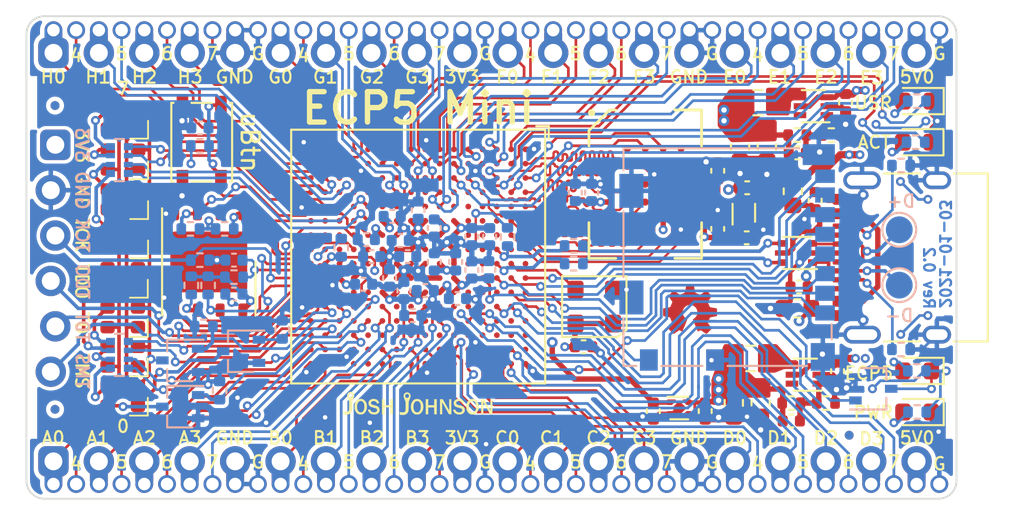
<source format=kicad_pcb>
(kicad_pcb (version 20210228) (generator pcbnew)
  (title_block (title "ECP5 Mini") (date "2020-12-31") (rev "0.2") (company "Josh Johnson"))
  (layers (0 "F.Cu" signal) (1 "In1.Cu" signal) (2 "In2.Cu" signal) (31 "B.Cu" signal) (34 "B.Paste" user) (35 "F.Paste" user) (36 "B.SilkS" user "B.Silkscreen") (37 "F.SilkS" user "F.Silkscreen") (38 "B.Mask" user) (39 "F.Mask" user) (44 "Edge.Cuts" user))
  (net 0 "")
  (net 1 "Net-(C13-Pad2)")
  (net 2 "Net-(C14-Pad2)")
  (net 3 "Net-(D4-Pad3)")
  (net 4 "/LEDs/CAT_G")
  (net 5 "/LEDs/CAT_B")
  (net 6 "/LEDs/CAT_R")
  (net 7 "Net-(D5-Pad3)")
  (net 8 "Net-(D6-Pad3)")
  (net 9 "Net-(D7-Pad3)")
  (net 10 "Net-(D8-Pad3)")
  (net 11 "Net-(C16-Pad1)")
  (net 12 "Net-(D1-Pad3)")
  (net 13 "Net-(D2-Pad3)")
  (net 14 "+1V1")
  (net 15 "/FPGA Config/nBTN_USR")
  (net 16 "/FPGA Config/nFPGA_RST")
  (net 17 "Net-(D3-Pad3)")
  (net 18 "Net-(D9-Pad2)")
  (net 19 "Net-(D10-Pad2)")
  (net 20 "/SD_DAT2")
  (net 21 "/SD_DAT3")
  (net 22 "/SD_CMD")
  (net 23 "/SD_CLK")
  (net 24 "/SD_DAT0")
  (net 25 "/SD_DAT1")
  (net 26 "/SD_DET")
  (net 27 "/PA04+")
  (net 28 "/PA04-")
  (net 29 "/PA15+")
  (net 30 "/PA15-")
  (net 31 "/PA26+")
  (net 32 "/PA26-")
  (net 33 "/PA37+")
  (net 34 "/PA37-")
  (net 35 "/PB04+")
  (net 36 "/PB04-")
  (net 37 "/PB15+")
  (net 38 "/PB15-")
  (net 39 "/PB26+")
  (net 40 "/PB26-")
  (net 41 "GND")
  (net 42 "+5V")
  (net 43 "/PB37+")
  (net 44 "/PB37-")
  (net 45 "/LED_R")
  (net 46 "Net-(J5-PadA6)")
  (net 47 "/LED_G")
  (net 48 "/LED_B")
  (net 49 "Net-(J5-PadA5)")
  (net 50 "+1V8")
  (net 51 "Net-(J5-PadA7)")
  (net 52 "Net-(J5-PadB5)")
  (net 53 "+3V3")
  (net 54 "/FPGA Config/TDI")
  (net 55 "/FPGA Config/TDO")
  (net 56 "/FPGA Config/TCK")
  (net 57 "/PC04+")
  (net 58 "+2V5")
  (net 59 "Net-(L1-Pad1)")
  (net 60 "Net-(L2-Pad1)")
  (net 61 "/FPGA Config/TMS")
  (net 62 "Net-(D11-Pad1)")
  (net 63 "Net-(D11-Pad2)")
  (net 64 "Net-(D12-Pad2)")
  (net 65 "/USB_D+")
  (net 66 "/FPGA Config/CFG_IO2")
  (net 67 "/FPGA Config/CFG_IO3")
  (net 68 "/FPGA Config/CFG_CS")
  (net 69 "/FPGA Config/CFG_CLK")
  (net 70 "/FPGA Config/CFG_CDONE")
  (net 71 "/FPGA Config/CFG_IO1")
  (net 72 "/FPGA Config/CFG_IO0")
  (net 73 "/PC04-")
  (net 74 "/PC15+")
  (net 75 "/PC15-")
  (net 76 "/PC26+")
  (net 77 "/PC26-")
  (net 78 "/PC37+")
  (net 79 "/PC37-")
  (net 80 "/PD04+")
  (net 81 "/PD04-")
  (net 82 "/HR_nCS")
  (net 83 "/HR_nRST")
  (net 84 "/HR_RWDS")
  (net 85 "/HR_DQ2")
  (net 86 "/HR_DQ1")
  (net 87 "/HR_DQ0")
  (net 88 "/HR_DQ3")
  (net 89 "/HR_DQ4")
  (net 90 "/HR_DQ7")
  (net 91 "/HR_DQ6")
  (net 92 "/HR_DQ5")
  (net 93 "/PD15+")
  (net 94 "/PD15-")
  (net 95 "/PD26+")
  (net 96 "/PD26-")
  (net 97 "/PD37+")
  (net 98 "/PD37-")
  (net 99 "/PH04+")
  (net 100 "/PH15+")
  (net 101 "/PH26+")
  (net 102 "/PH37+")
  (net 103 "/PG04+")
  (net 104 "/PG15+")
  (net 105 "/PG26+")
  (net 106 "/PG37+")
  (net 107 "/PF04+")
  (net 108 "/PF15+")
  (net 109 "/PF26+")
  (net 110 "/PF37+")
  (net 111 "/PE04+")
  (net 112 "/PE15+")
  (net 113 "/PE26+")
  (net 114 "/PE37+")
  (net 115 "/USB_D-")
  (net 116 "/USB_PU")
  (net 117 "/LED_1")
  (net 118 "/LED_2")
  (net 119 "/LED_3")
  (net 120 "/LED_0")
  (net 121 "/CLK_16MHZ")
  (net 122 "/PH04-")
  (net 123 "/PH15-")
  (net 124 "/PH26-")
  (net 125 "/PH37-")
  (net 126 "/PG04-")
  (net 127 "/PG15-")
  (net 128 "/LED_7")
  (net 129 "/LED_6")
  (net 130 "/LED_5")
  (net 131 "/LED_4")
  (net 132 "/PG26-")
  (net 133 "/PG37-")
  (net 134 "/PF04-")
  (net 135 "/PF15-")
  (net 136 "/PF26-")
  (net 137 "/PF37-")
  (net 138 "/PE04-")
  (net 139 "/PE15-")
  (net 140 "/PE26-")
  (net 141 "/PE37-")
  (net 142 "/LED_USR")
  (net 143 "/LED_ACT")
  (net 144 "Net-(R506-Pad2)")
  (net 145 "/HR_CK_P")
  (net 146 "/HR_CK_N")
  (net 147 "Net-(R507-Pad1)")
  (net 148 "Net-(R509-Pad2)")
  (footprint "josh-logos:OSHW_Logo_3.6x3.6_F.Mask" (layer "F.Cu") (at 133.3 97.9)
    (fp_text reference "LOGO2" hide)
    (fp_text value "OSHW_FMask" hide)
  )
  (footprint "LED_SMD:LED_0603_1608Metric" (layer "F.Cu") (at 146 101.3 180)
    (fp_text reference "D11" hide)
    (fp_text value "Pink")
  )
  (footprint "LED_SMD:LED_0603_1608Metric" (layer "F.Cu") (at 146 86.2 180)
    (fp_text reference "D9" hide)
    (fp_text value "Pink")
  )
  (footprint "Capacitor_SMD:C_0402_1005Metric" (layer "F.Cu") (at 134.85 90.1 90)
    (fp_text reference "C4" hide)
    (fp_text value "100n")
  )
  (footprint "josh-connectors:ECP5-Mini-Edge-20x2.54-40x1.27" (layer "F.Cu") (at 97.71 83.5 90)
    (fp_text reference "J4" hide)
    (fp_text value "S7 Mini")
  )
  (footprint "Capacitor_SMD:C_0603_1608Metric" (layer "F.Cu") (at 136.1 88.785 -90)
    (fp_text reference "C7" hide)
    (fp_text value "10u")
  )
  (footprint "josh-passives-smt:Fuse_0603_1608Metric" (layer "F.Cu") (at 139.05 91.25 90)
    (fp_text reference "F1" hide)
    (fp_text value "1A")
  )
  (footprint "Fiducial:Fiducial_0.5mm_Mask1mm" (layer "F.Cu") (at 97.8 103.45)
    (fp_text reference "FID2" hide)
    (fp_text value "Fiducial")
  )
  (footprint "josh-buttons-switches:SW_SPST_PTS810" (layer "F.Cu") (at 106 88.5 90)
    (fp_text reference "SW1" hide)
    (fp_text value "PTS810")
  )
  (footprint "josh-logos:josh-johnson-logo-8_6x1_5" (layer "F.Cu") (at 118.1 103.1)
    (fp_text reference "LOGO1" hide)
    (fp_text value "Josh-Logo" hide)
  )
  (footprint "josh-led:LED_TRI_2020" (layer "F.Cu") (at 101.585 102.7 180)
    (fp_text reference "D8" hide)
    (fp_text value "2020RGBA")
  )
  (footprint "Resistor_SMD:R_0402_1005Metric" (layer "F.Cu") (at 140.9 103.1)
    (fp_text reference "R3" hide)
    (fp_text value "26K7")
  )
  (footprint "Capacitor_SMD:C_0402_1005Metric" (layer "F.Cu") (at 134.85 93.35 90)
    (fp_text reference "C5" hide)
    (fp_text value "100n")
  )
  (footprint "josh-led:LED_TRI_2020" (layer "F.Cu") (at 101.6 93.9 180)
    (fp_text reference "D4" hide)
    (fp_text value "2020RGBA")
  )
  (footprint "LED_SMD:LED_0603_1608Metric" (layer "F.Cu") (at 146 103.6 180)
    (fp_text reference "D12" hide)
    (fp_text value "Pink")
  )
  (footprint "josh-led:LED_TRI_2020" (layer "F.Cu") (at 101.6 89.474 180)
    (fp_text reference "D2" hide)
    (fp_text value "2020RGBA")
  )
  (footprint "Capacitor_SMD:C_0402_1005Metric" (layer "F.Cu") (at 139.4 96.6 180)
    (fp_text reference "C15" hide)
    (fp_text value "100n")
  )
  (footprint "josh-bga:BGA-24_5x5_6.0x8.0mm" (layer "F.Cu") (at 130.8 90.85)
    (fp_text reference "U3" hide)
    (fp_text value "S27KS0641")
  )
  (footprint "josh-led:LED_TRI_2020" (layer "F.Cu") (at 101.585 100.5 180)
    (fp_text reference "D7" hide)
    (fp_text value "2020RGBA")
  )
  (footprint "Fiducial:Fiducial_0.5mm_Mask1mm" (layer "F.Cu") (at 142.2 104.9)
    (fp_text reference "FID3" hide)
    (fp_text value "Fiducial")
  )
  (footprint "Capacitor_SMD:C_0402_1005Metric" (layer "F.Cu") (at 142 86.285 -90)
    (fp_text reference "C18" hide)
    (fp_text value "4u7")
  )
  (footprint "Package_BGA:BGA-256_14.0x14.0mm_Layout16x16_P0.8mm_Ball0.45mm_Pad0.32mm_NSMD" (layer "F.Cu") (at 118.102478 94.9 -90)
    (fp_text reference "U2" hide)
    (fp_text value "ECP5U_12_CABGA256")
  )
  (footprint "josh-oscillators:CDFN_3.2x2.5mm_XO" (layer "F.Cu") (at 127.95 97.7 90)
    (fp_text reference "X1" hide)
    (fp_text value "16MHz")
  )
  (footprint "Inductor_SMD:L_0805_2012Metric" (layer "F.Cu") (at 136.7 100.6 180)
    (fp_text reference "L1" hide)
    (fp_text value "2u2")
  )
  (footprint "Resistor_SMD:R_0402_1005Metric" (layer "F.Cu") (at 141.2 88.1)
    (fp_text reference "R4" hide)
    (fp_text value "120K")
  )
  (footprint "josh-power:Texas_X2SON-4_1x1mm_P0.65mm" (layer "F.Cu") (at 136.31 92.45 90)
    (fp_text reference "U5" hide)
    (fp_text value "TLV75518PDQNR")
  )
  (footprint "Inductor_SMD:L_0805_2012Metric" (layer "F.Cu") (at 137.1 86.285 180)
    (fp_text reference "L2" hide)
    (fp_text value "2u2")
  )
  (footprint "Capacitor_SMD:C_0402_1005Metric" (layer "F.Cu") (at 136.47 93.85)
    (fp_text reference "C9" hide)
    (fp_text value "4u7")
  )
  (footprint "josh-power:Texas_X2SON-4_1x1mm_P0.65mm" (layer "F.Cu") (at 132.6975 103.376874)
    (fp_text reference "U4" hide)
    (fp_text value "TLV75525PDQNR")
  )
  (footprint "Fiducial:Fiducial_0.5mm_Mask1mm" (layer "F.Cu") (at 97.8 86.45)
    (fp_text reference "FID1" hide)
    (fp_text value "Fiducial")
  )
  (footprint "josh-connectors:USB_C_Receptacle_HRO_TYPE-C-31-M-12" (layer "F.Cu") (at 146.05 94.95 90)
    (fp_text reference "J5" hide)
    (fp_text value "USB_Type_C_2.0")
  )
  (footprint "Capacitor_SMD:C_0402_1005Metric" (layer "F.Cu") (at 127.35 99.95)
    (fp_text reference "C1" hide)
    (fp_text value "100n")
  )
  (footprint "Capacitor_SMD:C_0603_1608Metric" (layer "F.Cu") (at 139.3 97.8 180)
    (fp_text reference "C12" hide)
    (fp_text value "10u")
  )
  (footprint "josh-connectors:STM_6_PIN_THT_Staggered" (layer "F.Cu") (at 97.6884 88.646)
    (fp_text reference "J2" hide)
    (fp_text value "JTAG")
  )
  (footprint "LED_SMD:LED_0603_1608Metric" (layer "F.Cu") (at 145.9875 88.5 180)
    (fp_text reference "D10" hide)
    (fp_text value "Pink")
  )
  (footprint "Capacitor_SMD:C_0402_1005Metric" (layer "F.Cu") (at 136.5 91.05)
    (fp_text reference "C8" hide)
    (fp_text value "4u7")
  )
  (footprint "Capacitor_SMD:C_0402_1005Metric" (layer "F.Cu") (at 140.3 91.77 90)
    (fp_text reference "C16" hide)
    (fp_text value "4u7")
  )
  (footprint "josh-led:LED_TRI_2020" (layer "F.Cu") (at 101.6 91.7 180)
    (fp_text reference "D3" hide)
    (fp_text value "2020RGBA")
  )
  (footprint "Capacitor_SMD:C_0603_1608Metric" (layer "F.Cu") (at 137.250001 103.0875 -90)
    (fp_text reference "C10" hide)
    (fp_text value "10u")
  )
  (footprint "Capacitor_SMD:C_0402_1005Metric" (layer "F.Cu") (at 131.25 103.55 -90)
    (fp_text reference "C2" hide)
    (fp_text value "4u7")
  )
  (footprint "josh-soic-sot-etc:WSON-8-1EP_6x5mm_P1.27mm_EP3.4x4.3mm" (layer "F.Cu") (at 106.395 95.2 -90)
    (fp_text reference "U1" hide)
    (fp_text value "W25Q128JVPIQ")
  )
  (footprint "Package_TO_SOT_SMD:SOT-563" (layer "F.Cu") (at 140.2 86.485 180)
    (fp_text reference "U8" hide)
    (fp_text value "TLV62569DRLR")
  )
  (footprint "josh-led:LED_TRI_2020" (layer "F.Cu") (at 101.585 96.1 180)
    (fp_text reference "D5" hide)
    (fp_text value "2020RGBA")
  )
  (footprint "Capacitor_SMD:C_0603_1608Metric" (layer "F.Cu") (at 135.750001 103.0875 -90)
    (fp_text reference "C6" hide)
    (fp_text value "10u")
  )
  (footprint "Capacitor_SMD:C_0603_1608Metric" (layer "F.Cu") (at 137.6 88.7725 -90)
    (fp_text reference "C11" hide)
    (fp_text value "10u")
  )
  (footprint "Capacitor_SMD:C_0402_1005Metric" (layer "F.Cu") (at 139.3 89.1)
    (fp_text reference "C14" hide)
    (fp_text value "6p8")
  )
  (footprint "Capacitor_SMD:C_0402_1005Metric" (layer "F.Cu") (at 138.965001 104.1)
    (fp_text reference "C13" hide)
    (fp_text value "6p8")
  )
  (footprint "Package_TO_SOT_SMD:SOT-563" (layer "F.Cu") (at 139.750001 101.512499 180)
    (fp_text reference "U7" hide)
    (fp_text value "TLV62569DRLR")
  )
  (footprint "Resistor_SMD:R_0402_1005Metric" (layer "F.Cu") (at 139.3 88.1)
    (fp_text reference "R2" hide)
    (fp_text value "100K")
  )
  (footprint "Package_TO_SOT_SMD:SOT-666" (layer "F.Cu") (at 139.3 94.7 180)
    (fp_text reference "U6" hide)
    (fp_text value "USBLC6-2P6")
  )
  (footprint "josh-led:LED_TRI_2020" (layer "F.Cu") (at 101.585 98.3 180)
    (fp_text reference "D6" hide)
    (fp_text value "2020RGBA")
  )
  (footprint "josh-led:LED_TRI_2020" (layer "F.Cu") (at 101.6 87.2 180)
    (fp_text reference "D1" hide)
    (fp_text value "2020RGBA")
  )
  (footprint "Capacitor_SMD:C_0402_1005Metric" (layer "F.Cu") (at 141.550001 101.312499 -90)
    (fp_text reference "C17" hide)
    (fp_text value "4u7")
  )
  (footprint "Capacitor_SMD:C_0402_1005Metric" (layer "F.Cu") (at 134.15 103.55 -90)
    (fp_text reference "C3" hide)
    (fp_text value "4u7")
  )
  (footprint "Resistor_SMD:R_0402_1005Metric" (layer "F.Cu") (at 138.965001 103.1)
    (fp_text reference "R1" hide)
    (fp_text value "120K")
  )
  (footprint "Capacitor_SMD:C_0402_1005Metric" (layer "B.Cu") (at 107.805001 95.1 180)
    (fp_text reference "C521" hide)
    (fp_text value "100n")
  )
  (footprint "Resistor_SMD:R_0402_1005Metric" (layer "B.Cu") (at 126.8 94.3)
    (fp_text reference "R506" hide)
    (fp_text value "22R")
  )
  (footprint "Resistor_SMD:R_0402_1005Metric" (layer "B.Cu") (at 106.115 98.81 180)
    (fp_text reference "R515" hide)
    (fp_text value "10K")
  )
  (footprint "TestPoint:TestPoint_Pad_D1.5mm" (layer "B.Cu") (at 145 96.5 180)
    (fp_text reference "TP501" hide)
    (fp_text value "D-")
  )
  (footprint "Resistor_SMD:R_0402_1005Metric" (layer "B.Cu") (at 145.1 100.1)
    (fp_text reference "R505" hide)
    (fp_text value "5K1")
  )
  (footprint "Package_TO_SOT_SMD:SOT-323_SC-70" (layer "B.Cu") (at 104.8 103.3 180)
    (fp_text reference "Q503" hide)
    (fp_text value "BSS138")
  )
  (footprint "Capacitor_SMD:C_0402_1005Metric" (layer "B.Cu") (at 120.2 95.2 90)
    (fp_text reference "C507" hide)
    (fp_text value "4u7")
  )
  (footprint "Resistor_SMD:R_0402_1005Metric" (layer "B.Cu") (at 105.3675 93.35 180)
    (fp_text reference "R518" hide)
    (fp_text value "10K")
  )
  (footprint "Resistor_SMD:R_0402_1005Metric" (layer "B.Cu") (at 123.1 93.8 90)
    (fp_text reference "R508" hide)
    (fp_text value "1K5")
  )
  (footprint "Resistor_SMD:R_0402_1005Metric" (layer "B.Cu") (at 105.9 95.1)
    (fp_text reference "R517" hide)
    (fp_text value "10K")
  )
  (footprint "Capacitor_SMD:C_0402_1005Metric" (layer "B.Cu") (at 121.102478 95.65 90)
    (fp_text reference "C505" hide)
    (fp_text value "100n")
  )
  (footprint "Resistor_SMD:R_0402_1005Metric" (layer "B.Cu") (at 107.805 96.05)
    (fp_text reference "R511" hide)
    (fp_text value "5K1")
  )
  (footprint "Resistor_SMD:R_0402_1005Metric" (layer "B.Cu") (at 145.985 86.2 180)
    (fp_text reference "R500" hide)
    (fp_text value "1K5")
  )
  (footprint "Resistor_SMD:R_0402_1005Metric" (layer "B.Cu") (at 110.5 99 90)
    (fp_text reference "R510" hide)
    (fp_text value "10K")
  )
  (footprint "Capacitor_SMD:C_0402_1005Metric" (layer "B.Cu") (at 121.1 93.785 -90)
    (fp_text reference "C504" hide)
    (fp_text value "100n")
  )
  (footprint "Capacitor_SMD:C_0402_1005Metric" (layer "B.Cu") (at 115.202478 93.95 180)
    (fp_text reference "C519" hide)
    (fp_text value "100n")
  )
  (footprint "Capacitor_SMD:C_0402_1005Metric" (layer "B.Cu") (at 120.3 97.25)
    (fp_text reference "C506" hide)
    (fp_text value "100n")
  )
  (footprint "josh-mechanical:microSD_HC_Molex_104031-0811" (layer "B.Cu") (at 135.4 94.95 90)
    (fp_text reference "J1" hide)
    (fp_text value "Micro_SD_Card")
  )
  (footprint "Resistor_SMD:R_0402_1005Metric" (layer "B.Cu") (at 105.417502 96.515 -90)
    (fp_text reference "R519" hide)
    (fp_text value "10K")
  )
  (footprint "josh-connectors:ECP5-Mini-Edge-20x2.54-40x1.27" (layer "B.Cu") (at 97.71 106.36 -90)
    (fp_text reference "J3" hide)
    (fp_text value "S7 Mini")
  )
  (footprint "Capacitor_SMD:C_0402_1005Metric" (layer "B.Cu") (at 117.8 98.2)
    (fp_text reference "C512" hide)
    (fp_text value "4u7")
  )
  (footprint "Fiducial:Fiducial_0.5mm_Mask1mm" (layer "B.Cu") (at 97.8 86.45 180)
    (fp_text reference "FID501" hide)
    (fp_text value "Fiducial")
  )
  (footprint "Capacitor_SMD:C_0402_1005Metric" (layer "B.Cu") (at 119.002478 95.2 90)
    (fp_text reference "C509" hide)
    (fp_text value "100n")
  )
  (footprint "Resistor_SMD:R_0402_1005Metric" (layer "B.Cu") (at 106.357498 96.515 -90)
    (fp_text reference "R514" hide)
    (fp_text value "10K")
  )
  (footprint "Fiducial:Fiducial_0.5mm_Mask1mm" (layer "B.Cu") (at 97.8 103.45 180)
    (fp_text reference "FID502" hide)
    (fp_text value "Fiducial")
  )
  (footprint "Fiducial:Fiducial_0.5mm_Mask1mm" (layer "B.Cu") (at 142.2 104.9 180)
    (fp_text reference "FID500" hide)
    (fp_text value "Fiducial")
  )
  (footprint "Capacitor_SMD:C_0402_1005Metric" (layer "B.Cu") (at 107.8 97 180)
    (fp_text reference "C522" hide)
    (fp_text value "100n")
  )
  (footprint "Capacitor_SMD:C_0402_1005Metric" (layer "B.Cu") (at 117.302478 96.8 90)
    (fp_text reference "C514" hide)
    (fp_text value "100n")
  )
  (footprint "Capacitor_SMD:C_0402_1005Metric" (layer "B.Cu") (at 122.1 93.785 -90)
    (fp_text reference "C502" hide)
    (fp_text value "4u7")
  )
  (footprint "Package_TO_SOT_SMD:SOT-323_SC-70" (layer "B.Cu") (at 143.55 102.3)
    (fp_text reference "Q500" hide)
    (fp_text value "BSS138")
  )
  (footprint "Resistor_SMD:R_0402_1005Metric" (layer "B.Cu") (at 126.8 95.3 180)
    (fp_text reference "R507" hide)
    (fp_text value "22R")
  )
  (footprint "Capacitor_SMD:C_0402_1005Metric" (layer "B.Cu") (at 116.502478 96.1 -90)
    (fp_text reference "C517" hide)
    (fp_text value "4u7")
  )
  (footprint "Capacitor_SMD:C_0402_1005Metric" (layer "B.Cu") (at 116.652478 92.65)
    (fp_text reference "C516" hide)
    (fp_text value "100n")
  )
  (footprint "Resistor_SMD:R_Array_Convex_4x0402" (layer "B.Cu") (at 101.4 100.4)
    (fp_text reference "RN501" hide)
    (fp_text value "220R")
  )
  (footprint "Resistor_SMD:R_0402_1005Metric" (layer "B.Cu") (at 107 102.4 90)
    (fp_text reference "R513" hide)
    (fp_text value "10K")
  )
  (footprint "Resistor_SMD:R_0402_1005Metric" (layer "B.Cu") (at 145.1 89.8)
    (fp_text reference "R504" hide)
    (fp_text value "5K1")
  )
  (footprint "Capacitor_SMD:C_0402_1005Metric" (layer "B.Cu") (at 115.502478 94.9 180)
    (fp_text reference "C518" hide)
    (fp_text value "100n")
  )
  (footprint "Capacitor_SMD:C_0402_1005Metric" (layer "B.Cu") (at 115.052478 96.45)
    (fp_text reference "C520" hide)
    (fp_text value "100n")
  )
  (footprint "Resistor_SMD:R_0402_1005Metric" (layer "B.Cu") (at 105.9 88.7)
    (fp_text reference "R516" hide)
    (fp_text value "5K1")
  )
  (footprint "Capacitor_SMD:C_0402_1005Metric" (layer "B.Cu") (at 119.002478 93.3 -90)
    (fp_text reference "C508" hide)
    (fp_text value "100n")
  )
  (footprint "Resistor_SMD:R_0402_1005Metric" (layer "B.Cu") (at 145.915 88.5 180)
    (fp_text reference "R503" hide)
    (fp_text value "1K5")
  )
  (footprint "Resistor_SMD:R_0402_1005Metric" (layer "B.Cu") (at 146 103.6 180)
    (fp_text reference "R502" hide)
    (fp_text value "1K5")
  )
  (footprint "Capacitor_SMD:C_0402_1005Metric" (layer "B.Cu") (at 122.052478 95.635 90)
    (fp_text reference "C503" hide)
    (fp_text value "4u7")
  )
  (footprint "Package_TO_SOT_SMD:SOT-323_SC-70" (layer "B.Cu") (at 108.2 100.2 180)
    (fp_text reference "Q501" hide)
    (fp_text value "BSS138")
  )
  (footprint "Capacitor_SMD:C_0402_1005Metric" (layer "B.Cu") (at 105.9 87.7 180)
    (fp_text reference "C523" hide)
    (fp_text value "100n")
  )
  (footprint "Capacitor_SMD:C_0402_1005Metric" (layer "B.Cu") (at 127.8 91.315 90)
    (fp_text reference "C500" hide)
    (fp_text value "100n")
  )
  (footprint "Capacitor_SMD:C_0402_1005Metric" (layer "B.Cu") (at 118.1 92.3 90)
    (fp_text reference "C511" hide)
    (fp_text value "100n")
  )
  (footprint "Capacitor_SMD:C_0402_1005Metric" (layer "B.Cu") (at 117.1 94)
    (fp_text reference "C515" hide)
    (fp_text value "100n")
  )
  (footprint "Package_TO_SOT_SMD:SOT-323_SC-70" (layer "B.Cu") (at 104.8 100.71 180)
    (fp_text reference "Q502" hide)
    (fp_text value "BSS138")
  )
  (footprint "Resistor_SMD:R_0402_1005Metric" (layer "B.Cu") (at 113.802478 94.4 90)
    (fp_text reference "R509" hide)
    (fp_text value "22R")
  )
  (footprint "Resistor_SMD:R_Array_Convex_4x0402" (layer "B.Cu") (at 101.4 89.5)
    (fp_text reference "RN500" hide)
    (fp_text value "220R")
  )
  (footprint "Capacitor_SMD:C_0402_1005Metric" (layer "B.Cu") (at 118.5 96.8)
    (fp_text reference "C510" hide)
    (fp_text value "100n")
  )
  (footprint "TestPoint:TestPoint_Pad_D1.5mm" (layer "B.Cu") (at 145 93.4 180)
    (fp_text reference "TP500" hide)
    (fp_text value "D+")
  )
  (footprint "Resistor_SMD:R_0402_1005Metric" (layer "B.Cu") (at 107.2825 93.35)
    (fp_text reference "R512" hide)
    (fp_text value "10K")
  )
  (footprint "Resistor_SMD:R_0402_1005Metric" (layer "B.Cu") (at 145.985 101.3)
    (fp_text reference "R501" hide)
    (fp_text value "1K5")
  )
  (footprint "Capacitor_SMD:C_0402_1005Metric" (layer "B.Cu") (at 126.89 91.315 90)
    (fp_text reference "C501" hide)
    (fp_text value "4u7")
  )
  (footprint "Capacitor_SMD:C_0402_1005Metric" (layer "B.Cu") (at 117.517478 94.9)
    (fp_text reference "C513" hide)
    (fp_text value "100n")
  )
  (gr_arc (start 147.2 82.45) (end 147.2 81.45) (angle 90) (layer "Edge.Cuts") (width 0.1))
  (gr_arc (start 147.2 107.45) (end 148.2 107.45) (angle 90) (layer "Edge.Cuts") (width 0.1))
  (gr_arc (start 97.2 82.45) (end 96.2 82.45) (angle 90) (layer "Edge.Cuts") (width 0.1))
  (gr_line (start 97.2 81.45) (end 147.2 81.45) (layer "Edge.Cuts") (width 0.1))
  (gr_arc (start 97.2 107.45) (end 97.2 108.45) (angle 90) (layer "Edge.Cuts") (width 0.1))
  (gr_line (start 96.2 82.45) (end 96.2 107.45) (layer "Edge.Cuts") (width 0.1))
  (gr_line (start 147.2 108.45) (end 97.2 108.45) (layer "Edge.Cuts") (width 0.1))
  (gr_line (start 148.2 107.45) (end 148.2 82.45) (layer "Edge.Cuts") (width 0.1))
  (gr_text "Rev 0.2\n" (at 146.6615 96.099998 270) (layer "B.Cu") (effects (font (size 0.6 0.6) (thickness 0.127)) (justify mirror)))
  (gr_text "2021-01-03" (at 147.5615 94.749998 270) (layer "B.Cu") (effects (font (size 0.6 0.6) (thickness 0.127)) (justify mirror)))
  (gr_text "D-" (at 145 98.2) (layer "B.SilkS") (effects (font (size 0.7 0.7) (thickness 0.12)) (justify mirror)))
  (gr_text "TDO" (at 99.3295 96.3 270) (layer "B.SilkS") (effects (font (size 0.7 0.7) (thickness 0.12)) (justify mirror)))
  (gr_text "TCK" (at 99.3295 93.7 270) (layer "B.SilkS") (effects (font (size 0.7 0.7) (thickness 0.12)) (justify mirror)))
  (gr_text "TDI" (at 99.3295 98.9 270) (layer "B.SilkS") (effects (font (size 0.7 0.7) (thickness 0.12)) (justify mirror)))
  (gr_text "3V3" (at 99.3 88.65 270) (layer "B.SilkS") (effects (font (size 0.7 0.7) (thickness 0.12)) (justify mirror)))
  (gr_text "TMS" (at 99.3295 101.3 270) (layer "B.SilkS") (effects (font (size 0.7 0.7) (thickness 0.12)) (justify mirror)))
  (gr_text "D+" (at 145.1 91.8) (layer "B.SilkS") (effects (font (size 0.7 0.7) (thickness 0.12)) (justify mirror)))
  (gr_text "GND" (at 99.3295 91.2 270) (layer "B.SilkS") (effects (font (size 0.7 0.7) (thickness 0.12)) (justify mirror)))
  (gr_text "G" (at 147.24 106.5) (layer "F.SilkS") (effects (font (size 0.7 0.7) (thickness 0.12))))
  (gr_text "G" (at 121.85 106.4) (layer "F.SilkS") (effects (font (size 0.7 0.7) (thickness 0.12))))
  (gr_text "7" (at 144.7 83.55) (layer "F.SilkS") (effects (font (size 0.7 0.7) (thickness 0.12))))
  (gr_text "7" (at 131.99 106.4) (layer "F.SilkS") (effects (font (size 0.7 0.7) (thickness 0.12))))
  (gr_text "0" (at 101.6 104.4) (layer "F.SilkS") (effects (font (size 0.7 0.7) (thickness 0.12))))
  (gr_text "7" (at 144.7 106.4) (layer "F.SilkS") (effects (font (size 0.7 0.7) (thickness 0.12))))
  (gr_text "C0" (at 123.09 105.05) (layer "F.SilkS") (effects (font (size 0.7 0.7) (thickness 0.12))))
  (gr_text "5" (at 126.91 106.4) (layer "F.SilkS") (effects (font (size 0.7 0.7) (thickness 0.12))))
  (gr_text "G" (at 109.14 83.55) (layer "F.SilkS") (effects (font (size 0.7 0.7) (thickness 0.12))))
  (gr_text "4" (at 111.69 83.65) (layer "F.SilkS") (effects (font (size 0.7 0.7) (thickness 0.12))))
  (gr_text "USR" (at 143.55 86.3) (layer "F.SilkS") (effects (font (size 0.7 0.7) (thickness 0.12))))
  (gr_text "G3" (at 118.06 84.85) (layer "F.SilkS") (effects (font (size 0.7 0.7) (thickness 0.12))))
  (gr_text "ECP5 Mini" (at 118.102478 86.6) (layer "F.SilkS") (effects (font (size 1.7 1.7) (thickness 0.3))))
  (gr_text "TMS" (at 99.3 101.3 270) (layer "F.SilkS") (effects (font (size 0.7 0.7) (thickness 0.12))))
  (gr_text "7" (at 119.31 106.4) (layer "F.SilkS") (effects (font (size 0.7 0.7) (thickness 0.12))))
  (gr_text "5V0" (at 146 84.85) (layer "F.SilkS") (effects (font (size 0.7 0.7) (thickness 0.12))))
  (gr_text "6" (at 129.45 83.55) (layer "F.SilkS") (effects (font (size 0.7 0.7) (thickness 0.12))))
  (gr_text "GND" (at 133.24 105.05) (layer "F.SilkS") (effects (font (size 0.7 0.7) (thickness 0.12))))
  (gr_text "TCK" (at 99.3 93.7 270) (layer "F.SilkS") (effects (font (size 0.7 0.7) (thickness 0.12))))
  (gr_text "7" (at 131.99 83.55) (layer "F.SilkS") (effects (font (size 0.7 0.7) (thickness 0.12))))
  (gr_text "B0" (at 110.41 105.05) (layer "F.SilkS") (effects (font (size 0.7 0.7) (thickness 0.12))))
  (gr_text "4" (at 98.98 83.65) (layer "F.SilkS") (effects (font (size 0.7 0.7) (thickness 0.12))))
  (gr_text "A2" (at 102.8 105.05) (layer "F.SilkS") (effects (font (size 0.7 0.7) (thickness 0.12))))
  (gr_text "G" (at 109.14 106.4) (layer "F.SilkS") (effects (font (size 0.7 0.7) (thickness 0.12))))
  (gr_text "6" (at 116.77 106.4) (layer "F.SilkS") (effects (font (size 0.7 0.7) (thickness 0.12))))
  (gr_text "6" (at 129.45 106.4) (layer "F.SilkS") (effects (font (size 0.7 0.7) (thickness 0.12))))
  (gr_text "D0" (at 135.8 105.05) (layer "F.SilkS") (effects (font (size 0.7 0.7) (thickness 0.12))))
  (gr_text "GND" (at 107.85 105.05) (layer "F.SilkS") (effects (font (size 0.7 0.7) (thickness 0.12))))
  (gr_text "G0" (at 110.41 84.85) (layer "F.SilkS") (effects (font (size 0.7 0.7) (thickness 0.12))))
  (gr_text "A0" (at 97.7 105.05) (layer "F.SilkS") (effects (font (size 0.7 0.7) (thickness 0.12))))
  (gr_text "5" (at 139.62 106.4) (layer "F.SilkS") (effects (font (size 0.7 0.7) (thickness 0.12))))
  (gr_text "H2" (at 102.8 84.85) (layer "F.SilkS") (effects (font (size 0.7 0.7) (thickness 0.12))))
  (gr_text "5" (at 101.52 106.4) (layer "F.SilkS") (effects (font (size 0.7 0.7) (thickness 0.12))))
  (gr_text "F1" (at 125.59 84.85) (layer "F.SilkS") (effects (font (size 0.7 0.7) (thickness 0.12))))
  (gr_text "ECP5" (at 143.3 101.43) (layer "F.SilkS") (effects (font (size 0.7 0.7) (thickness 0.12))))
  (gr_text "TDI" (at 99.3 98.8 270) (layer "F.SilkS") (effects (font (size 0.7 0.7) (thickness 0.12))))
  (gr_text "H1" (at 100.2 84.85) (layer "F.SilkS") (effects (font (size 0.7 0.7) (thickness 0.12))))
  (gr_text "3V3" (at 99.3 88.7 270) (layer "F.SilkS") (effects (font (size 0.7 0.7) (thickness 0.12))))
  (gr_text "G2" (at 115.51 84.85) (layer "F.SilkS") (effects (font (size 0.7 0.7) (thickness 0.12))))
  (gr_text "G1" (at 112.91 84.85) (layer "F.SilkS") (effects (font (size 0.7 0.7) (thickness 0.12))))
  (gr_text "4" (at 137.08 83.65) (layer "F.SilkS") (effects (font (size 0.7 0.7) (thickness 0.12))))
  (gr_text "D1" (at 138.3 105.05) (layer "F.SilkS") (effects (font (size 0.7 0.7) (thickness 0.12))))
  (gr_text "B1" (at 112.91 105.05) (layer "F.SilkS") (effects (font (size 0.7 0.7) (thickness 0.12))))
  (gr_text "D2" (at 140.9 105.05) (layer "F.SilkS") (effects (font (size 0.7 0.7) (thickness 0.12))))
  (gr_text "F0" (at 123.09 84.85) (layer "F.SilkS") (effects (font (size 0.7 0.7) (thickness 0.12))))
  (gr_text "ACT" (at 143.6 88.5) (layer "F.SilkS") (effects (font (size 0.7 0.7) (thickness 0.12))))
  (gr_text "5" (at 114.23 106.4) (layer "F.SilkS") (effects (font (size 0.7 0.7) (thickness 0.12))))
  (gr_text "F2" (at 128.19 84.85) (layer "F.SilkS") (effects (font (size 0.7 0.7) (thickness 0.12))))
  (gr_text "D3" (at 143.45 105.1) (layer "F.SilkS") (effects (font (size 0.7 0.7) (thickness 0.12))))
  (gr_text "B3" (at 118.06 105.05) (layer "F.SilkS") (effects (font (size 0.7 0.7) (thickness 0.12))))
  (gr_text "6" (at 142.16 83.55) (layer "F.SilkS") (effects (font (size 0.7 0.7) (thickness 0.12))))
  (gr_text "3V3" (at 120.56 105.05) (layer "F.SilkS") (effects (font (size 0.7 0.7) (thickness 0.12))))
  (gr_text "A3" (at 105.35 105.05) (layer "F.SilkS") (effects (font (size 0.7 0.7) (thickness 0.12))))
  (gr_text "PWR" (at 143.55 103.63) (layer "F.SilkS") (effects (font (size 0.7 0.7) (thickness 0.12))))
  (gr_text "F3" (at 130.74 84.85) (layer "F.SilkS") (effects (font (size 0.7 0.7) (thickness 0.12))))
  (gr_text "6" (at 142.16 106.4) (layer "F.SilkS") (effects (font (size 0.7 0.7) (thickness 0.12))))
  (gr_text "4" (at 98.98 106.5) (layer "F.SilkS") (effects (font (size 0.7 0.7) (thickness 0.12))))
  (gr_text "GND" (at 107.85 84.85) (layer "F.SilkS") (effects (font (size 0.7 0.7) (thickness 0.12))))
  (gr_text "GND" (at 133.24 84.85) (layer "F.SilkS") (effects (font (size 0.7 0.7) (thickness 0.12))))
  (gr_text "E2" (at 140.9 84.85) (layer "F.SilkS") (effects (font (size 0.7 0.7) (thickness 0.12))))
  (gr_text "C3" (at 130.74 105.05) (layer "F.SilkS") (effects (font (size 0.7 0.7) (thickness 0.12))))
  (gr_text "4" (at 124.37 83.65) (layer "F.SilkS") (effects (font (size 0.7 0.7) (thickness 0.12))))
  (gr_text "5" (at 101.52 83.55) (layer "F.SilkS") (effects (font (size 0.7 0.7) (thickness 0.12))))
  (gr_text "GND" (at 99.3 91.2 270) (layer "F.SilkS") (effects (font (size 0.7 0.7) (thickness 0.12))))
  (gr_text "6" (at 104.06 106.4) (layer "F.SilkS") (effects (font (size 0.7 0.7) (thickness 0.12))))
  (gr_text "6" (at 116.77 83.55) (layer "F.SilkS") (effects (font (size 0.7 0.7) (thickness 0.12))))
  (gr_text "7" (at 101.6 85.5) (layer "F.SilkS") (effects (font (size 0.7 0.7) (thickness 0.12))))
  (gr_text "4" (at 111.69 106.5) (layer "F.SilkS") (effects (font (size 0.7 0.7) (thickness 0.12))))
  (gr_text "3V3" (at 120.56 84.85) (layer "F.SilkS") (effects (font (size 0.7 0.7) (thickness 0.12))))
  (gr_text "4" (at 137.08 106.5) (layer "F.SilkS") (effects (font (size 0.7 0.7) (thickness 0.12))))
  (gr_text "E0" (at 135.8 84.85) (layer "F.SilkS") (effects (font (size 0.7 0.7) (thickness 0.12))))
  (gr_text "5" (at 114.23 83.55) (layer "F.SilkS") (effects (font (size 0.7 0.7) (thickness 0.12))))
  (gr_text "H0" (at 97.7 84.85) (layer "F.SilkS") (effects (font (size 0.7 0.7) (thickness 0.12))))
  (gr_text "5" (at 126.91 83.55) (layer "F.SilkS") (effects (font (size 0.7 0.7) (thickness 0.12))))
  (gr_text "E3" (at 143.45 84.9) (layer "F.SilkS") (effects (font (size 0.7 0.7) (thickness 0.12))))
  (gr_text "C2" (at 128.19 105.05) (layer "F.SilkS") (effects (font (size 0.7 0.7) (thickness 0.12))))
  (gr_text "G" (at 147.24 83.55) (layer "F.SilkS") (effects (font (size 0.7 0.7) (thickness 0.12))))
  (gr_text "uBtn" (at 108.7 88.5 270) (layer "F.SilkS") (effects (font (size 1 1))))
  (gr_text "G" (at 134.53 106.4) (layer "F.SilkS") (effects (font (size 0.7 0.7) (thickness 0.12))))
  (gr_text "G" (at 121.85 83.55) (layer "F.SilkS") (effects (font (size 0.7 0.7) (thickness 0.12))))
  (gr_text "TDO" (at 99.3 96.3 270) (layer "F.SilkS") (effects (font (size 0.7 0.7) (thickness 0.12))))
  (gr_text "7" (at 119.31 83.55) (layer "F.SilkS") (effects (font (size 0.7 0.7) (thickness 0.12))))
  (gr_text "7" (at 106.6 83.55) (layer "F.SilkS") (effects (font (size 0.7 0.7) (thickness 0.12))))
  (gr_text "G" (at 134.53 83.55) (layer "F.SilkS") (effects (font (size 0.7 0.7) (thickness 0.12))))
  (gr_text "B2" (at 115.51 105.05) (layer "F.SilkS") (effects (font (size 0.7 0.7) (thickness 0.12))))
  (gr_text "H3" (at 105.35 84.85) (layer "F.SilkS") (effects (font (size 0.7 0.7) (thickness 0.12))))
  (gr_text "7" (at 106.6 106.4) (layer "F.SilkS") (effects (font (size 0.7 0.7) (thickness 0.12))))
  (gr_text "E1" (at 138.3 84.85) (layer "F.SilkS") (effects (font (size 0.7 0.7) (thickness 0.12))))
  (gr_text "4" (at 124.37 106.5) (layer "F.SilkS") (effects (font (size 0.7 0.7) (thickness 0.12))))
  (gr_text "6" (at 104.06 83.55) (layer "F.SilkS") (effects (font (size 0.7 0.7) (thickness 0.12))))
  (gr_text "C1" (at 125.59 105.05) (layer "F.SilkS") (effects (font (size 0.7 0.7) (thickness 0.12))))
  (gr_text "5" (at 139.62 83.55) (layer "F.SilkS") (effects (font (size 0.7 0.7) (thickness 0.12))))
  (gr_text "A1" (at 100.2 105.05) (layer "F.SilkS") (effects (font (size 0.7 0.7) (thickness 0.12))))
  (gr_text "5V0" (at 146 105.05) (layer "F.SilkS") (effects (font (size 0.7 0.7) (thickness 0.12))))
  (segment (start 140.500001 103.014999) (end 140.415 103.1) (width 0.3) (layer "F.Cu") (net 1))
  (segment (start 139.450001 103.1) (end 139.450001 104.012499) (width 0.3) (layer "F.Cu") (net 1))
  (segment (start 140.415 103.1) (end 139.450001 103.1) (width 0.3) (layer "F.Cu") (net 1))
  (segment (start 140.500001 102.012499) (end 140.500001 103.014999) (width 0.3) (layer "F.Cu") (net 1))
  (segment (start 140.95 86.985) (end 140.95 87.865) (width 0.3) (layer "F.Cu") (net 2))
  (segment (start 139.785 89.1) (end 139.785 88.1) (width 0.3) (layer "F.Cu") (net 2))
  (segment (start 140.95 87.865) (end 140.715 88.1) (width 0.3) (layer "F.Cu") (net 2))
  (segment (start 139.785 88.1) (end 140.715 88.1) (width 0.3) (layer "F.Cu") (net 2))
  (segment (start 100.1 92.8) (end 100.2 92.8) (width 0.15) (layer "F.Cu") (net 3))
  (segment (start 100.2 92.8) (end 100.75 93.35) (width 0.15) (layer "F.Cu") (net 3))
  (via (at 100.1 92.8) (size 0.5) (drill 0.25) (layers "F.Cu" "B.Cu") (net 3))
  (segment (start 100.1 91.05) (end 100.1 92.8) (width 0.2) (layer "B.Cu") (net 3))
  (segment (start 100.9 90.25) (end 100.1 91.05) (width 0.2) (layer "B.Cu") (net 3))
  (segment (start 102.435 95.55) (end 103.05 95.55) (width 0.2) (layer "F.Cu") (net 4))
  (segment (start 103.05 93.35) (end 103.07701 93.32299) (width 0.2) (layer "F.Cu") (net 4))
  (segment (start 102.435 102.15) (end 103.06201 101.52299) (width 0.2) (layer "F.Cu") (net 4))
  (segment (start 103.05 95.55) (end 103.07701 95.57701) (width 0.2) (layer "F.Cu") (net 4))
  (segment (start 102.45 93.35) (end 103.05 93.35) (width 0.2) (layer "F.Cu") (net 4))
  (segment (start 103.07701 99.92701) (end 103.07701 99.126918) (width 0.2) (layer "F.Cu") (net 4))
  (segment (start 103.07701 100.552424) (end 103.160264 100.635678) (width 0.2) (layer "F.Cu") (net 4))
  (segment (start 103.06201 101.52299) (end 103.06201 100.733932) (width 0.2) (layer "F.Cu") (net 4))
  (segment (start 103.07701 88.87299) (end 103.07701 87.27701) (width 0.2) (layer "F.Cu") (net 4))
  (segment (start 103.07701 87.27701) (end 102.45 86.65) (width 0.2) (layer "F.Cu") (net 4))
  (segment (start 103.06201 100.733932) (end 103.160264 100.635678) (width 0.2) (layer "F.Cu") (net 4))
  (segment (start 103.07701 93.32299) (end 103.07701 91.12701) (width 0.2) (layer "F.Cu") (net 4))
  (segment (start 102.45 88.924) (end 103.026 88.924) (width 0.2) (layer "F.Cu") (net 4))
  (segment (start 103.026 88.924) (end 103.07701 88.87299) (width 0.2) (layer "F.Cu") (net 4))
  (segment (start 103.07701 91.12701) (end 103.07701 88.87299) (width 0.2) (layer "F.Cu") (net 4))
  (segment (start 102.435 99.95) (end 103.05402 99.95) (width 0.2) (layer "F.Cu") (net 4))
  (segment (start 103.07701 95.57701) (end 103.07701 93.32299) (width 0.2) (layer "F.Cu") (net 4))
  (segment (start 103.05402 99.95) (end 103.07701 99.92701) (width 0.2) (layer "F.Cu") (net 4))
  (segment (start 103.07701 97.77299) (end 103.07701 95.57701) (width 0.2) (layer "F.Cu") (net 4))
  (segment (start 102.45 91.15) (end 103.05402 91.15) (width 0.2) (layer "F.Cu") (net 4))
  (segment (start 102.435 97.75) (end 103.05402 97.75) (width 0.2) (layer "F.Cu") (net 4))
  (segment (start 103.05402 97.75) (end 103.07701 97.77299) (width 0.2) (layer "F.Cu") (net 4))
  (segment (start 103.07701 99.126918) (end 103.07701 97.77299) (width 0.2) (layer "F.Cu") (net 4))
  (segment (start 103.07701 99.92701) (end 103.07701 100.552424) (width 0.2) (layer "F.Cu") (net 4))
  (segment (start 103.05402 91.15) (end 103.07701 91.12701) (width 0.2) (layer "F.Cu") (net 4))
  (via (at 103.160264 100.635678) (size 0.5) (drill 0.25) (layers "F.Cu" "B.Cu") (net 4))
  (segment (start 103.234586 100.71) (end 103.160264 100.635678) (width 0.127) (layer "B.Cu") (net 4))
  (segment (start 103.8 100.71) (end 103.234586 100.71) (width 0.127) (layer "B.Cu") (net 4))
  (segment (start 100.735 98.85) (end 101.35 98.85) (width 0.2) (layer "F.Cu") (net 5))
  (segment (start 101.35 92.25) (end 101.37701 92.22299) (width 0.2) (layer "F.Cu") (net 5))
  (segment (start 101.35402 96.65) (end 101.37701 96.62701) (width 0.2) (layer "F.Cu") (net 5))
  (segment (start 100.75 94.45) (end 101.35 94.45) (width 0.2) (layer "F.Cu") (net 5))
  (segment (start 101.37701 98.87701) (end 101.37701 96.62701) (width 0.2) (layer "F.Cu") (net 5))
  (segment (start 101.37701 94.47701) (end 101.37701 92.22299) (width 0.2) (layer "F.Cu") (net 5))
  (segment (start 101.37701 96.62701) (end 101.37701 94.47701) (width 0.2) (layer "F.Cu") (net 5))
  (segment (start 101.37701 92.22299) (end 101.37701 90.02299) (width 0.2) (layer "F.Cu") (net 5))
  (segment (start 101.35 98.85) (end 101.37701 98.87701) (width 0.2) (layer "F.Cu") (net 5))
  (segment (start 101.35 101.05) (end 101.37701 101.02299) (width 0.2) (layer "F.Cu") (net 5))
  (segment (start 100.735 103.25) (end 101.55 103.25) (width 0.2) (layer "F.Cu") (net 5))
  (segment (start 101.37701 102.60799) (end 101.37701 101.02299) (width 0.2) (layer "F.Cu") (net 5))
  (segment (start 101.37701 101.02299) (end 101.37701 98.87701) (width 0.2) (layer "F.Cu") (net 5))
  (segment (start 100.735 101.05) (end 101.35 101.05) (width 0.2) (layer "F.Cu") (net 5))
  (segment (start 101.35 94.45) (end 101.37701 94.47701) (width 0.2) (layer "F.Cu") (net 5))
  (segment (start 100.735 103.25) (end 101.37701 102.60799) (width 0.2) (layer "F.Cu") (net 5))
  (segment (start 100.75 92.25) (end 101.35 92.25) (width 0.2) (layer "F.Cu") (net 5))
  (segment (start 100.735 96.65) (end 101.35402 96.65) (width 0.2) (layer "F.Cu") (net 5))
  (segment (start 101.37701 90.02299) (end 101.376 90.024) (width 0.2) (layer "F.Cu") (net 5))
  (segment (start 101.55 103.25) (end 101.6 103.3) (width 0.2) (layer "F.Cu") (net 5))
  (segment (start 101.37701 88.37701) (end 100.75 87.75) (width 0.2) (layer "F.Cu") (net 5))
  (segment (start 101.376 90.024) (end 100.75 90.024) (width 0.2) (layer "F.Cu") (net 5))
  (segment (start 101.37701 90.02299) (end 101.37701 88.37701) (width 0.2) (layer "F.Cu") (net 5))
  (via (at 101.6 103.3) (size 0.5) (drill 0.25) (layers "F.Cu" "B.Cu") (net 5))
  (segment (start 101.6 103.3) (end 103.8 103.3) (width 0.2) (layer "B.Cu") (net 5))
  (segment (start 103.372998 102.312002) (end 103.372998 101.647259) (width 0.2) (layer "F.Cu") (net 6))
  (segment (start 101.8 92.25) (end 101.8 90.05) (width 0.2) (layer "F.Cu") (net 6))
  (segment (start 101.85 94.45) (end 101.8 94.5) (width 0.2) (layer "F.Cu") (net 6))
  (segment (start 101.8 96.65) (end 101.8 94.5) (width 0.2) (layer "F.Cu") (net 6))
  (segment (start 102.45 92.25) (end 101.8 92.25) (width 0.2) (layer "F.Cu") (net 6))
  (segment (start 102.435 103.25) (end 101.8 102.615) (width 0.2) (layer "F.Cu") (net 6))
  (segment (start 101.8 98.85) (end 101.8 96.65) (width 0.2) (layer "F.Cu") (net 6))
  (segment (start 101.8 88.4) (end 102.45 87.75) (width 0.2) (layer "F.Cu") (net 6))
  (segment (start 102.435 96.65) (end 101.8 96.65) (width 0.2) (layer "F.Cu") (net 6))
  (segment (start 102.45 94.45) (end 101.85 94.45) (width 0.2) (layer "F.Cu") (net 6))
  (segment (start 101.8 102.615) (end 101.8 101.05) (width 0.2) (layer "F.Cu") (net 6))
  (segment (start 101.826 90.024) (end 101.8 90.05) (width 0.2) (layer "F.Cu") (net 6))
  (segment (start 101.8 94.5) (end 101.8 92.25) (width 0.2) (layer "F.Cu") (net 6))
  (segment (start 102.435 98.85) (end 101.8 98.85) (width 0.2) (layer "F.Cu") (net 6))
  (segment (start 101.8 90.05) (end 101.8 88.4) (width 0.2) (layer "F.Cu") (net 6))
  (segment (start 102.45 90.024) (end 101.826 90.024) (width 0.2) (layer "F.Cu") (net 6))
  (segment (start 101.8 101.05) (end 101.8 98.85) (width 0.2) (layer "F.Cu") (net 6))
  (segment (start 102.435 103.25) (end 103.372998 102.312002) (width 0.2) (layer "F.Cu") (net 6))
  (segment (start 103.372998 101.647259) (end 103.654748 101.365509) (width 0.2) (layer "F.Cu") (net 6))
  (segment (start 102.435 101.05) (end 101.8 101.05) (width 0.2) (layer "F.Cu") (net 6))
  (via (at 103.654748 101.365509) (size 0.5) (drill 0.25) (layers "F.Cu" "B.Cu") (net 6))
  (segment (start 107.2 100.2) (end 106.7 100.7) (width 0.2) (layer "B.Cu") (net 6))
  (segment (start 103.667816 101.352441) (end 103.654748 101.365509) (width 0.2) (layer "B.Cu") (net 6))
  (segment (start 104.679849 101.352441) (end 103.667816 101.352441) (width 0.2) (layer "B.Cu") (net 6))
  (segment (start 106.7 100.7) (end 105.33229 100.7) (width 0.2) (layer "B.Cu") (net 6))
  (segment (start 105.33229 100.7) (end 104.679849 101.352441) (width 0.2) (layer "B.Cu") (net 6))
  (segment (start 99.400001 96.884999) (end 99.400001 99.650001) (width 0.2) (layer "F.Cu") (net 7))
  (segment (start 100.735 95.55) (end 99.400001 96.884999) (width 0.2) (layer "F.Cu") (net 7))
  (segment (start 99.400001 99.650001) (end 99.65 99.9) (width 0.2) (layer "F.Cu") (net 7))
  (segment (start 100.735 95.55) (end 100.735 95.565) (width 0.2) (layer "F.Cu") (net 7))
  (via (at 99.65 99.9) (size 0.5) (drill 0.25) (layers "F.Cu" "B.Cu") (net 7))
  (segment (start 99.772999 100.022999) (end 99.65 99.9) (width 0.2) (layer "B.Cu") (net 7))
  (segment (start 100.328961 100.022999) (end 99.772999 100.022999) (width 0.2) (layer "B.Cu") (net 7))
  (segment (start 100.455962 100.15) (end 100.328961 100.022999) (width 0.2) (layer "B.Cu") (net 7))
  (segment (start 100.9 100.15) (end 100.455962 100.15) (width 0.2) (layer "B.Cu") (net 7))
  (segment (start 100.735 97.75) (end 100 98.485) (width 0.2) (layer "F.Cu") (net 8))
  (segment (start 100 98.485) (end 100 99.3) (width 0.2) (layer "F.Cu") (net 8))
  (via (at 100 99.3) (size 0.5) (drill 0.25) (layers "F.Cu" "B.Cu") (net 8))
  (segment (start 100.35 99.65) (end 100 99.3) (width 0.2) (layer "B.Cu") (net 8))
  (segment (start 100.9 99.65) (end 100.35 99.65) (width 0.2) (layer "B.Cu") (net 8))
  (segment (start 100.735 99.95) (end 100.185 100.5) (width 0.2) (layer "F.Cu") (net 9))
  (segment (start 100.185 100.5) (end 100.1 100.5) (width 0.2) (layer "F.Cu") (net 9))
  (via (at 100.1 100.5) (size 0.5) (drill 0.25) (layers "F.Cu" "B.Cu") (net 9))
  (segment (start 100.1 100.5) (end 100.3 100.5) (width 0.2) (layer "B.Cu") (net 9))
  (segment (start 100.9 100.65) (end 100.45 100.65) (width 0.2) (layer "B.Cu") (net 9))
  (segment (start 100.3 100.5) (end 100.45 100.65) (width 0.2) (layer "B.Cu") (net 9))
  (segment (start 100.735 102.15) (end 100.65 102.15) (width 0.2) (layer "F.Cu") (net 10))
  (segment (start 100.65 102.15) (end 100.05 102.75) (width 0.2) (layer "F.Cu") (net 10))
  (via (at 100.05 102.75) (size 0.5) (drill 0.25) (layers "F.Cu" "B.Cu") (net 10))
  (segment (start 100.05 101.55) (end 100.05 101.75) (width 0.2) (layer "B.Cu") (net 10))
  (segment (start 100.9 101.15) (end 100.45 101.15) (width 0.2) (layer "B.Cu") (net 10))
  (segment (start 100.05 101.75) (end 100.05 102.75) (width 0.2) (layer "B.Cu") (net 10))
  (segment (start 100.45 101.15) (end 100.05 101.55) (width 0.2) (layer "B.Cu") (net 10))
  (segment (start 142.979964 97.4) (end 143.8 96.579964) (width 0.3) (layer "F.Cu") (net 11))
  (segment (start 142.005 97.4) (end 142.979964 97.4) (width 0.3) (layer "F.Cu") (net 11))
  (segment (start 139.28 92.25) (end 139.05 92.02) (width 0.4) (layer "F.Cu") (net 11))
  (segment (start 140.32 92.27) (end 140.3 92.25) (width 0.4) (layer "F.Cu") (net 11))
  (segment (start 139.05 93.95) (end 139.5 93.5) (width 0.3) (layer "F.Cu") (net 11))
  (segment (start 138.8 94.7) (end 139.05 94.45) (width 0.3) (layer "F.Cu") (net 11))
  (segment (start 140.55 92.5) (end 140.3 92.25) (width 0.4) (layer "F.Cu") (net 11))
  (segment (start 138.375 94.7) (end 138.8 94.7) (width 0.3) (layer "F.Cu") (net 11))
  (segment (start 140.4 93.3) (end 140.55 93.15) (width 0.3) (layer "F.Cu") (net 11))
  (segment (start 140.2 93.5) (end 140.4 93.3) (width 0.3) (layer "F.Cu") (net 11))
  (segment (start 139.5 93.5) (end 140.2 93.5) (width 0.3) (layer "F.Cu") (net 11))
  (segment (start 143.8 96.579964) (end 143.8 93.4) (width 0.3) (layer "F.Cu") (net 11))
  (segment (start 139.05 92.0375) (end 140.0875 92.0375) (width 0.3) (layer "F.Cu") (net 11))
  (segment (start 139.05 94.45) (end 139.05 94.25) (width 0.3) (layer "F.Cu") (net 11))
  (segment (start 142.9 92.5) (end 142.005 92.5) (width 0.3) (layer "F.Cu") (net 11))
  (segment (start 142.005 92.5) (end 140.55 92.5) (width 0.4) (layer "F.Cu") (net 11))
  (segment (start 140.0875 92.0375) (end 140.3 92.25) (width 0.3) (layer "F.Cu") (net 11))
  (segment (start 143.8 93.4) (end 142.9 92.5) (width 0.3) (layer "F.Cu") (net 11))
  (segment (start 139.05 94.25) (end 139.05 93.95) (width 0.3) (layer "F.Cu") (net 11))
  (segment (start 140.55 93.15) (end 140.55 92.5) (width 0.3) (layer "F.Cu") (net 11))
  (segment (start 100.119294 87.280706) (end 100.75 86.65) (width 0.2) (layer "F.Cu") (net 12))
  (segment (start 100.0618 87.280706) (end 100.119294 87.280706) (width 0.2) (layer "F.Cu") (net 12))
  (via (at 100.0618 87.280706) (size 0.5) (drill 0.25) (layers "F.Cu" "B.Cu") (net 12))
  (segment (start 100.9 88.75) (end 100.55 88.75) (width 0.2) (layer "B.Cu") (net 12))
  (segment (start 100.0618 88.2618) (end 100.0618 87.280706) (width 0.2) (layer "B.Cu") (net 12))
  (segment (start 100.1 88.3) (end 100.0618 88.2618) (width 0.2) (layer "B.Cu") (net 12))
  (segment (start 100.55 88.75) (end 100.1 88.3) (width 0.2) (layer "B.Cu") (net 12))
  (segment (start 100.276 88.924) (end 100 89.2) (width 0.2) (layer "F.Cu") (net 13))
  (segment (start 100.75 88.924) (end 100.276 88.924) (width 0.2) (layer "F.Cu") (net 13))
  (via (at 100 89.2) (size 0.5) (drill 0.25) (layers "F.Cu" "B.Cu") (net 13))
  (segment (start 100.05 89.25) (end 100 89.2) (width 0.2) (layer "B.Cu") (net 13))
  (segment (start 100.9 89.25) (end 100.05 89.25) (width 0.2) (layer "B.Cu") (net 13))
  (segment (start 136.1625 87.935) (end 136.1 87.9975) (width 0.3) (layer "F.Cu") (net 14))
  (segment (start 116.102478 95.3) (end 116.502478 94.9) (width 0.3) (layer "F.Cu") (net 14))
  (segment (start 116.25 95.952478) (end 116.25 95.447522) (width 0.3) (layer "F.Cu") (net 14))
  (segment (start 119.638334 93.235856) (end 119.638334 93.316166) (width 0.3) (layer "F.Cu") (net 14))
  (segment (start 119.638334 93.364144) (end 119.638334 93.316166) (width 0.3) (layer "F.Cu") (net 14))
  (segment (start 119.302478 93.7) (end 119.638334 93.364144) (width 0.3) (layer "F.Cu") (net 14))
  (segment (start 137.5875 87.9975) (end 137.6 87.985) (width 0.3) (layer "F.Cu") (net 14))
  (segment (start 138.815 89.1) (end 138.815 88.1) (width 0.3) (layer "F.Cu") (net 14))
  (segment (start 138.815 88.1) (end 137.715 88.1) (width 0.3) (layer "F.Cu") (net 14))
  (segment (start 116.25 95.447522) (end 116.102478 95.3) (width 0.3) (layer "F.Cu") (net 14))
  (segment (start 119.302478 95.3) (end 119.671587 95.669109) (width 0.3) (layer "F.Cu") (net 14))
  (segment (start 116.102478 94.5) (end 116.502478 94.9) (width 0.3) (layer "F.Cu") (net 14))
  (segment (start 119.671587 95.669109) (end 119.7 95.669109) (width 0.3) (layer "F.Cu") (net 14))
  (segment (start 116.102478 96.1) (end 116.25 95.952478) (width 0.3) (layer "F.Cu") (net 14))
  (segment (start 119.302478 92.9) (end 119.638334 93.235856) (width 0.3) (layer "F.Cu") (net 14))
  (segment (start 137.715 88.1) (end 137.6 87.985) (width 0.3) (layer "F.Cu") (net 14))
  (segment (start 136.1 87.9975) (end 137.5875 87.9975) (width 0.3) (layer "F.Cu") (net 14))
  (segment (start 136.1625 86.285) (end 136.1625 87.935) (width 0.3) (layer "F.Cu") (net 14))
  (via (at 116.502478 94.9) (size 0.5) (drill 0.25) (layers "F.Cu" "B.Cu") (net 14))
  (via (at 135.2 87.3) (size 0.6) (drill 0.3) (layers "F.Cu" "B.Cu") (net 14))
  (via (at 119.7 95.669109) (size 0.5) (drill 0.25) (layers "F.Cu" "B.Cu") (net 14))
  (via (at 135.2 86.7) (size 0.6) (drill 0.3) (layers "F.Cu" "B.Cu") (net 14))
  (via (at 119.638334 93.316166) (size 0.5) (drill 0.25) (layers "F.Cu" "B.Cu") (net 14))
  (segment (start 119.137168 92.815) (end 119.638334 93.316166) (width 0.3) (layer "B.Cu") (net 14))
  (segment (start 117.032478 94.9) (end 116.502478 94.9) (width 0.3) (layer "B.Cu") (net 14))
  (segment (start 120.2 95.68) (end 119.710891 95.68) (width 0.3) (layer "B.Cu") (net 14))
  (segment (start 119.002478 92.815) (end 119.137168 92.815) (width 0.3) (layer "B.Cu") (net 14))
  (segment (start 119.710891 95.68) (end 119.7 95.669109) (width 0.3) (layer "B.Cu") (net 14))
  (segment (start 119.002478 95.685) (end 119.684109 95.685) (width 0.3) (layer "B.Cu") (net 14))
  (segment (start 116.502478 95.7) (end 116.502478 94.9) (width 0.3) (layer "B.Cu") (net 14))
  (segment (start 116.502478 94.9) (end 115.887478 94.9) (width 0.3) (layer "B.Cu") (net 14))
  (segment (start 116.502478 94.065) (end 116.617478 93.95) (width 0.3) (layer "B.Cu") (net 14))
  (segment (start 116.502478 94.597522) (end 116.6 94.5) (width 0.3) (layer "B.Cu") (net 14))
  (segment (start 119.684109 95.685) (end 119.7 95.669109) (width 0.3) (layer "B.Cu") (net 14))
  (segment (start 116.6 94.5) (end 116.62 94.48) (width 0.3) (layer "B.Cu") (net 14))
  (segment (start 116.517478 94.885) (end 116.502478 94.9) (width 0.3) (layer "B.Cu") (net 14))
  (segment (start 116.502478 94.9) (end 116.502478 94.597522) (width 0.3) (layer "B.Cu") (net 14))
  (segment (start 116.62 94.48) (end 116.62 94) (width 0.3) (layer "B.Cu") (net 14))
  (segment (start 107.075 86.425) (end 106.475 86.425) (width 0.2) (layer "F.Cu") (net 15))
  (segment (start 107.075 90.575) (end 107.075 90.375) (width 0.2) (layer "F.Cu") (net 15))
  (segment (start 106.626861 89.713762) (end 106.626861 89.926861) (width 0.2) (layer "F.Cu") (net 15))
  (segment (start 107.075 90.375) (end 106.7 90) (width 0.2) (layer "F.Cu") (net 15))
  (segment (start 106.626861 89.926861) (end 106.7 90) (width 0.2) (layer "F.Cu") (net 15))
  (segment (start 106.475 86.425) (end 106.4 86.5) (width 0.2) (layer "F.Cu") (net 15))
  (segment (start 108.6 91.5) (end 107.2 91.5) (width 0.15) (layer "F.Cu") (net 15))
  (segment (start 110 92.9) (end 108.6 91.5) (width 0.15) (layer "F.Cu") (net 15))
  (segment (start 112.102478 92.9) (end 110 92.9) (width 0.15) (layer "F.Cu") (net 15))
  (segment (start 107.075 91.375) (end 107.075 90.575) (width 0.15) (layer "F.Cu") (net 15))
  (segment (start 107.2 91.5) (end 107.075 91.375) (width 0.15) (layer "F.Cu") (net 15))
  (via (at 106.626861 89.713762) (size 0.5) (drill 0.25) (layers "F.Cu" "B.Cu") (net 15))
  (via (at 106.4 86.5) (size 0.5) (drill 0.25) (layers "F.Cu" "B.Cu") (net 15))
  (segment (start 106.38 88.67) (end 106.41 88.7) (width 0.2) (layer "B.Cu") (net 15))
  (segment (start 106.41 88.7) (end 106.41 89.496901) (width 0.2) (layer "B.Cu") (net 15))
  (segment (start 106.4 86.5) (end 106.4 87.68) (width 0.2) (layer "B.Cu") (net 15))
  (segment (start 106.41 89.496901) (end 106.626861 89.713762) (width 0.2) (layer "B.Cu") (net 15))
  (segment (start 106.4 87.68) (end 106.38 87.7) (width 0.2) (layer "B.Cu") (net 15))
  (segment (start 106.4 87.685) (end 106.385 87.7) (width 0.2) (layer "B.Cu") (net 15))
  (segment (start 106.38 87.7) (end 106.38 88.67) (width 0.2) (layer "B.Cu") (net 15))
  (segment (start 113.256096 94.946382) (end 112.902478 95.3) (width 0.2) (layer "F.Cu") (net 16))
  (segment (start 112.902478 95.3) (end 112.902478 95.257753) (width 0.15) (layer "F.Cu") (net 16))
  (segment (start 110.06653 95.65) (end 108.944999 95.65) (width 0.15) (layer "F.Cu") (net 16))
  (segment (start 112.586238 95.352002) (end 112.276239 95.662001) (width 0.15) (layer "F.Cu") (net 16))
  (segment (start 112.902478 95.3) (end 112.850476 95.352002) (width 0.15) (layer "F.Cu") (net 16))
  (segment (start 110.078531 95.662001) (end 110.06653 95.65) (width 0.15) (layer "F.Cu") (net 16))
  (segment (start 112.850476 95.352002) (end 112.586238 95.352002) (width 0.15) (layer "F.Cu") (net 16))
  (segment (start 113.256096 94.904135) (end 113.256096 94.946382) (width 0.2) (layer "F.Cu") (net 16))
  (segment (start 112.276239 95.662001) (end 110.078531 95.662001) (width 0.15) (layer "F.Cu") (net 16))
  (via (at 108.944999 95.65) (size 0.5) (drill 0.25) (layers "F.Cu" "B.Cu") (net 16))
  (via (at 113.256096 94.904135) (size 0.5) (drill 0.25) (layers "F.Cu" "B.Cu") (net 16))
  (segment (start 108.944999 95.255001) (end 108.944999 95.244999) (width 0.15) (layer "B.Cu") (net 16))
  (segment (start 108.944999 95.244999) (end 108.8 95.1) (width 0.15) (layer "B.Cu") (net 16))
  (segment (start 113.275231 94.885) (end 113.256096 94.904135) (width 0.2) (layer "B.Cu") (net 16))
  (segment (start 108.290001 95.1) (end 108.8 95.1) (width 0.15) (layer "B.Cu") (net 16))
  (segment (start 108.29 95.100001) (end 108.290001 95.1) (width 0.3) (layer "B.Cu") (net 16))
  (segment (start 108.315 96.05) (end 108.755001 96.05) (width 0.15) (layer "B.Cu") (net 16))
  (segment (start 108.944999 95.255001) (end 108.944999 95.65) (width 0.15) (layer "B.Cu") (net 16))
  (segment (start 108.755001 96.05) (end 108.944999 95.860002) (width 0.15) (layer "B.Cu") (net 16))
  (segment (start 113.802478 94.885) (end 113.275231 94.885) (width 0.2) (layer "B.Cu") (net 16))
  (segment (start 108.944999 95.860002) (end 108.944999 95.65) (width 0.15) (layer "B.Cu") (net 16))
  (segment (start 99.949202 90.349202) (end 99.949202 90.3) (width 0.2) (layer "F.Cu") (net 17))
  (segment (start 100.75 91.15) (end 99.949202 90.349202) (width 0.2) (layer "F.Cu") (net 17))
  (via (at 99.949202 90.3) (size 0.5) (drill 0.25) (layers "F.Cu" "B.Cu") (net 17))
  (segment (start 100.499202 89.75) (end 99.949202 90.3) (width 0.2) (layer "B.Cu") (net 17))
  (segment (start 100.9 89.75) (end 100.499202 89.75) (width 0.2) (layer "B.Cu") (net 17))
  (segment (start 145.2125 86.4375) (end 144.75 86.9) (width 0.2) (layer "F.Cu") (net 18))
  (segment (start 145.2125 86.2) (end 145.2125 86.4375) (width 0.2) (layer "F.Cu") (net 18))
  (via (at 144.75 86.9) (size 0.5) (drill 0.25) (layers "F.Cu" "B.Cu") (net 18))
  (segment (start 145.5 86.2) (end 144.8 86.9) (width 0.2) (layer "B.Cu") (net 18))
  (segment (start 144.8 86.9) (end 144.75 86.9) (width 0.2) (layer "B.Cu") (net 18))
  (segment (start 145.2 88.5) (end 144.65 89.05) (width 0.2) (layer "F.Cu") (net 19))
  (segment (start 144.65 89.05) (end 144.6 89.05) (width 0.2) (layer "F.Cu") (net 19))
  (via (at 144.6 89.05) (size 0.5) (drill 0.25) (layers "F.Cu" "B.Cu") (net 19))
  (segment (start 144.855 89.05) (end 144.6 89.05) (width 0.2) (layer "B.Cu") (net 19))
  (segment (start 145.405 88.5) (end 144.855 89.05) (width 0.2) (layer "B.Cu") (net 19))
  (segment (start 125.137999 97.337999) (end 125.6 97.8) (width 0.15) (layer "F.Cu") (net 20))
  (segment (start 123.302478 96.9) (end 123.740477 97.337999) (width 0.15) (layer "F.Cu") (net 20))
  (segment (start 123.740477 97.337999) (end 125.137999 97.337999) (width 0.15) (layer "F.Cu") (net 20))
  (via (at 125.6 97.8) (size 0.5) (drill 0.25) (layers "F.Cu" "B.Cu") (net 20))
  (segment (start 136.514741 97.222989) (end 139.522989 97.222989) (width 0.15) (layer "B.Cu") (net 20))
  (segment (start 128.25 98.3) (end 129 99.05) (width 0.15) (layer "B.Cu") (net 20))
  (segment (start 131.691752 97.008248) (end 131.87701 96.82299) (width 0.15) (layer "B.Cu") (net 20))
  (segment (start 129 99.05) (end 130.933504 99.05) (width 0.15) (layer "B.Cu") (net 20))
  (segment (start 140.355 98.055) (end 140.85 98.055) (width 0.15) (layer "B.Cu") (net 20))
  (segment (start 139.522989 97.222989) (end 140.355 98.055) (width 0.15) (layer "B.Cu") (net 20))
  (segment (start 131.691752 98.291752) (end 131.691752 97.008248) (width 0.15) (layer "B.Cu") (net 20))
  (segment (start 130.933504 99.05) (end 131.691752 98.291752) (width 0.15) (layer "B.Cu") (net 20))
  (segment (start 136.114742 96.82299) (end 136.514741 97.222989) (width 0.15) (layer "B.Cu") (net 20))
  (segment (start 125.6 97.8) (end 126.1 98.3) (width 0.15) (layer "B.Cu") (net 20))
  (segment (start 131.87701 96.82299) (end 136.114742 96.82299) (width 0.15) (layer "B.Cu") (net 20))
  (segment (start 126.1 98.3) (end 128.25 98.3) (width 0.15) (layer "B.Cu") (net 20))
  (segment (start 125.560988 97.060988) (end 126.3 97.8) (width 0.15) (layer "F.Cu") (net 21))
  (segment (start 124.263466 97.060988) (end 125.560988 97.060988) (width 0.15) (layer "F.Cu") (net 21))
  (segment (start 124.102478 96.9) (end 124.263466 97.060988) (width 0.15) (layer "F.Cu") (net 21))
  (via (at 126.3 97.8) (size 0.5) (drill 0.25) (layers "F.Cu" "B.Cu") (net 21))
  (segment (start 130.841752 98.75) (end 131.4 98.191752) (width 0.15) (layer "B.Cu") (net 21))
  (segment (start 128.25 97.8) (end 129.2 98.75) (width 0.15) (layer "B.Cu") (net 21))
  (segment (start 136.654226 96.945976) (end 140.840976 96.945976) (width 0.15) (layer "B.Cu") (net 21))
  (segment (start 126.3 97.8) (end 128.25 97.8) (width 0.15) (layer "B.Cu") (net 21))
  (segment (start 140.840978 96.945978) (end 140.85 96.955) (width 0.15) (layer "B.Cu") (net 21))
  (segment (start 129.2 98.75) (end 130.841752 98.75) (width 0.15) (layer "B.Cu") (net 21))
  (segment (start 131.4 98.191752) (end 131.4 96.8) (width 0.15) (layer "B.Cu") (net 21))
  (segment (start 131.7 96.5) (end 136.20825 96.5) (width 0.15) (layer "B.Cu") (net 21))
  (segment (start 136.20825 96.5) (end 136.654226 96.945976) (width 0.15) (layer "B.Cu") (net 21))
  (segment (start 140.840976 96.945976) (end 140.85 96.955) (width 0.15) (layer "B.Cu") (net 21))
  (segment (start 131.4 96.8) (end 131.7 96.5) (width 0.15) (layer "B.Cu") (net 21))
  (segment (start 121.702478 96.1) (end 122.1 96.497522) (width 0.15) (layer "F.Cu") (net 22))
  (segment (start 122.1 96.497522) (end 122.1 97.3) (width 0.15) (layer "F.Cu") (net 22))
  (via (at 122.1 97.3) (size 0.5) (drill 0.25) (layers "F.Cu" "B.Cu") (net 22))
  (segment (start 130.8 98.4) (end 131.12299 98.07701) (width 0.15) (layer "B.Cu") (net 22))
  (segment (start 139.875347 96.668967) (end 140.689314 95.855) (width 0.15) (layer "B.Cu") (net 22))
  (segment (start 136.32299 96.22299) (end 136.768967 96.668967) (width 0.15) (layer "B.Cu") (net 22))
  (segment (start 123.941753 97.050001) (end 124.191752 97.3) (width 0.15) (layer "B.Cu") (net 22))
  (segment (start 122.349999 97.050001) (end 123.941753 97.050001) (width 0.15) (layer "B.Cu") (net 22))
  (segment (start 124.191752 97.3) (end 128.224314 97.3) (width 0.15) (layer "B.Cu") (net 22))
  (segment (start 131.12299 96.67701) (end 131.57701 96.22299) (width 0.15) (layer "B.Cu") (net 22))
  (segment (start 136.768967 96.668967) (end 139.875347 96.668967) (width 0.15) (layer "B.Cu") (net 22))
  (segment (start 122.1 97.3) (end 122.349999 97.050001) (width 0.15) (layer "B.Cu") (net 22))
  (segment (start 129.324314 98.4) (end 130.8 98.4) (width 0.15) (layer "B.Cu") (net 22))
  (segment (start 140.689314 95.855) (end 140.85 95.855) (width 0.15) (layer "B.Cu") (net 22))
  (segment (start 131.12299 98.07701) (end 131.12299 96.67701) (width 0.15) (layer "B.Cu") (net 22))
  (segment (start 136.768967 96.668967) (end 137.168967 96.668967) (width 0.15) (layer "B.Cu") (net 22))
  (segment (start 128.224314 97.3) (end 129.324314 98.4) (width 0.15) (layer "B.Cu") (net 22))
  (segment (start 131.57701 96.22299) (end 136.32299 96.22299) (width 0.15) (layer "B.Cu") (net 22))
  (segment (start 122.502478 96.1) (end 122.502478 96.102478) (width 0.15) (layer "F.Cu") (net 23))
  (segment (start 122.502478 96.102478) (end 122.9 96.5) (width 0.15) (layer "F.Cu") (net 23))
  (via (at 122.9 96.5) (size 0.5) (drill 0.25) (layers "F.Cu" "B.Cu") (net 23))
  (segment (start 138.987681 95.612319) (end 138.987681 94.512319) (width 0.15) (layer "B.Cu") (net 23))
  (segment (start 136.891958 96.391958) (end 138.208042 96.391958) (width 0.15) (layer "B.Cu") (net 23))
  (segment (start 123.783504 96.5) (end 124.306493 97.022989) (width 0.15) (layer "B.Cu") (net 23))
  (segment (start 122.9 96.5) (end 123.783504 96.5) (width 0.15) (layer "B.Cu") (net 23))
  (segment (start 138.208042 96.391958) (end 138.987681 95.612319) (width 0.15) (layer "B.Cu") (net 23))
  (segment (start 136.4 95.9) (end 136.891958 96.391958) (width 0.15) (layer "B.Cu") (net 23))
  (segment (start 124.306493 97.022989) (end 128.127011 97.022989) (width 0.15) (layer "B.Cu") (net 23))
  (segment (start 139.845 93.655) (end 140.85 93.655) (width 0.15) (layer "B.Cu") (net 23))
  (segment (start 138.987681 94.512319) (end 139.845 93.655) (width 0.15) (layer "B.Cu") (net 23))
  (segment (start 129.25 95.9) (end 136.4 95.9) (width 0.15) (layer "B.Cu") (net 23))
  (segment (start 128.127011 97.022989) (end 129.25 95.9) (width 0.15) (layer "B.Cu") (net 23))
  (segment (start 123.664479 96.462001) (end 124.841022 96.462001) (width 0.15) (layer "F.Cu") (net 24))
  (segment (start 123.302478 96.1) (end 123.664479 96.462001) (width 0.15) (layer "F.Cu") (net 24))
  (segment (start 124.841022 96.462001) (end 124.95 96.570979) (width 0.15) (layer "F.Cu") (net 24))
  (via (at 124.95 96.570979) (size 0.5) (drill 0.25) (layers "F.Cu" "B.Cu") (net 24))
  (segment (start 138.7 95.5) (end 138.7 92.9) (width 0.15) (layer "B.Cu") (net 24))
  (segment (start 124.95 96.570979) (end 128.079021 96.570979) (width 0.15) (layer "B.Cu") (net 24))
  (segment (start 138.7 92.9) (end 140.145 91.455) (width 0.15) (layer "B.Cu") (net 24))
  (segment (start 129.05 95.6) (end 136.6 95.6) (width 0.15) (layer "B.Cu") (net 24))
  (segment (start 136.6 95.6) (end 137.114947 96.114947) (width 0.15) (layer "B.Cu") (net 24))
  (segment (start 140.145 91.455) (end 140.85 91.455) (width 0.15) (layer "B.Cu") (net 24))
  (segment (start 128.079021 96.570979) (end 129.05 95.6) (width 0.15) (layer "B.Cu") (net 24))
  (segment (start 137.114947 96.114947) (end 138.085051 96.114947) (width 0.15) (layer "B.Cu") (net 24))
  (segment (start 138.085051 96.114947) (end 138.7 95.5) (width 0.15) (layer "B.Cu") (net 24))
  (segment (start 124.102478 96.1) (end 125.59666 96.1) (width 0.15) (layer "F.Cu") (net 25))
  (segment (start 125.59666 96.1) (end 125.615629 96.118969) (width 0.15) (layer "F.Cu") (net 25))
  (via (at 125.615629 96.118969) (size 0.5) (drill 0.25) (layers "F.Cu" "B.Cu") (net 25))
  (segment (start 138.3 92.744314) (end 138.3 95.35) (width 0.15) (layer "B.Cu") (net 25))
  (segment (start 128.777011 95.322989) (end 127.981031 96.118969) (width 0.15) (layer "B.Cu") (net 25))
  (segment (start 140.639314 90.405) (end 138.3 92.744314) (width 0.15) (layer "B.Cu") (net 25))
  (segment (start 140.85 90.405) (end 140.639314 90.405) (width 0.15) (layer "B.Cu") (net 25))
  (segment (start 127.981031 96.118969) (end 125.615629 96.118969) (width 0.15) (layer "B.Cu") (net 25))
  (segment (start 137.337936 95.837936) (end 136.822989 95.322989) (width 0.15) (layer "B.Cu") (net 25))
  (segment (start 138.3 95.35) (end 137.812064 95.837936) (width 0.15) (layer "B.Cu") (net 25))
  (segment (start 136.822989 95.322989) (end 128.777011 95.322989) (width 0.15) (layer "B.Cu") (net 25))
  (segment (start 137.812064 95.837936) (end 137.337936 95.837936) (width 0.15) (layer "B.Cu") (net 25))
  (segment (start 124.102478 97.7) (end 124.7 97.7) (width 0.15) (layer "F.Cu") (net 26))
  (segment (start 124.7 97.7) (end 125 98) (width 0.15) (layer "F.Cu") (net 26))
  (via (at 125 98) (size 0.5) (drill 0.25) (layers "F.Cu" "B.Cu") (net 26))
  (segment (start 125.6 98.6) (end 125 98) (width 0.15) (layer "B.Cu") (net 26))
  (segment (start 128.1 98.6) (end 125.6 98.6) (width 0.15) (layer "B.Cu") (net 26))
  (segment (start 130.19 100.69) (end 128.1 98.6) (width 0.15) (layer "B.Cu") (net 26))
  (segment (start 131 100.69) (end 130.19 100.69) (width 0.15) (layer "B.Cu") (net 26))
  (segment (start 103.327512 103.925) (end 99.227512 103.925) (width 0.15) (layer "F.Cu") (net 27))
  (segment (start 99.227512 103.925) (end 98.676256 104.476256) (width 0.15) (layer "F.Cu") (net 27))
  (segment (start 111.637513 99.714999) (end 110.127512 101.225) (width 0.15) (layer "F.Cu") (net 27))
  (segment (start 110.127512 101.225) (end 106.027512 101.225) (width 0.15) (layer "F.Cu") (net 27))
  (segment (start 97.71 106.36) (end 97.71 106.34) (width 0.15) (layer "F.Cu") (net 27))
  (segment (start 98.6 105.4) (end 98.676256 105.323744) (width 0.15) (layer "F.Cu") (net 27))
  (segment (start 97.71 106.36) (end 97.71 106.29) (width 0.15) (layer "F.Cu") (net 27))
  (segment (start 98.676256 105.323744) (end 98.676256 104.476256) (width 0.15) (layer "F.Cu") (net 27))
  (segment (start 112.9 100.1) (end 112.902478 100.1) (width 0.15) (layer "F.Cu") (net 27))
  (segment (start 112.902478 100.1) (end 112.517477 99.714999) (width 0.15) (layer "F.Cu") (net 27))
  (segment (start 112.517477 99.714999) (end 111.637513 99.714999) (width 0.15) (layer "F.Cu") (net 27))
  (segment (start 97.71 106.29) (end 98.6 105.4) (width 0.15) (layer "F.Cu") (net 27))
  (segment (start 98.17 107.17) (end 97.71 107.63) (width 0.15) (layer "F.Cu") (net 27))
  (segment (start 106.027512 101.225) (end 103.327512 103.925) (width 0.15) (layer "F.Cu") (net 27))
  (segment (start 112.102478 100.1) (end 112.1 100.1) (width 0.15) (layer "F.Cu") (net 28))
  (segment (start 98.98 104.667488) (end 98.98 107.63) (width 0.15) (layer "F.Cu") (net 28))
  (segment (start 112.102478 100.1) (end 110.627478 101.575) (width 0.15) (layer "F.Cu") (net 28))
  (segment (start 99.372488 104.275) (end 98.98 104.667488) (width 0.15) (layer "F.Cu") (net 28))
  (segment (start 103.472488 104.275) (end 99.372488 104.275) (width 0.15) (layer "F.Cu") (net 28))
  (segment (start 110.627478 101.575) (end 106.172488 101.575) (width 0.15) (layer "F.Cu") (net 28))
  (segment (start 106.172488 101.575) (end 103.472488 104.275) (width 0.15) (layer "F.Cu") (net 28))
  (segment (start 100.25 106.36) (end 100.25 106.358248) (width 0.15) (layer "F.Cu") (net 29))
  (segment (start 112.487479 101.465033) (end 112.027512 101.925) (width 0.15) (layer "F.Cu") (net 29))
  (segment (start 101.183699 105.068813) (end 101.126256 105.126256) (width 0.15) (layer "F.Cu") (net 29))
  (segment (start 113.264479 100.462001) (end 112.770675 100.462001) (width 0.15) (layer "F.Cu") (net 29))
  (segment (start 105.627512 102.725) (end 103.627512 104.725) (width 0.15) (layer "F.Cu") (net 29))
  (segment (start 112.770675 100.462001) (end 112.487479 100.745197) (width 0.15) (layer "F.Cu") (net 29))
  (segment (start 106.727512 102.725) (end 105.627512 102.725) (width 0.15) (layer "F.Cu") (net 29))
  (segment (start 103.627512 104.725) (end 101.527512 104.725) (width 0.15) (layer "F.Cu") (net 29))
  (segment (start 107.527512 101.925) (end 106.727512 102.725) (width 0.15) (layer "F.Cu") (net 29))
  (segment (start 113.702478 100.9) (end 113.264479 100.462001) (width 0.15) (layer "F.Cu") (net 29))
  (segment (start 112.487479 100.745197) (end 112.487479 101.465033) (width 0.15) (layer "F.Cu") (net 29))
  (segment (start 100.25 106.36) (end 100.44 106.36) (width 0.15) (layer "F.Cu") (net 29))
  (segment (start 112.027512 101.925) (end 107.527512 101.925) (width 0.15) (layer "F.Cu") (net 29))
  (segment (start 100.44 106.36) (end 101.1 105.7) (width 0.15) (layer "F.Cu") (net 29))
  (segment (start 101.527512 104.725) (end 101.183699 105.068813) (width 0.15) (layer "F.Cu") (net 29))
  (segment (start 101.1 105.7) (end 101.126256 105.673744) (width 0.15) (layer "F.Cu") (net 29))
  (segment (start 101.126256 105.673744) (end 101.126256 105.126256) (width 0.15) (layer "F.Cu") (net 29))
  (segment (start 101.52 107.63) (end 101.52 105.227488) (width 0.15) (layer "F.Cu") (net 30))
  (segment (start 101.52 105.227488) (end 101.672488 105.075) (width 0.15) (layer "F.Cu") (net 30))
  (segment (start 107.672488 102.275) (end 106.872488 103.075) (width 0.15) (layer "F.Cu") (net 30))
  (segment (start 112.172488 102.275) (end 107.672488 102.275) (width 0.15) (layer "F.Cu") (net 30))
  (segment (start 106.872488 103.075) (end 105.772488 103.075) (width 0.15) (layer "F.Cu") (net 30))
  (segment (start 105.772488 103.075) (end 103.772488 105.075) (width 0.15) (layer "F.Cu") (net 30))
  (segment (start 101.672488 105.075) (end 101.533699 105.213789) (width 0.15) (layer "F.Cu") (net 30))
  (segment (start 112.902478 101.54501) (end 112.172488 102.275) (width 0.15) (layer "F.Cu") (net 30))
  (segment (start 103.772488 105.075) (end 101.672488 105.075) (width 0.15) (layer "F.Cu") (net 30))
  (segment (start 112.902478 100.9) (end 112.902478 101.54501) (width 0.15) (layer "F.Cu") (net 30))
  (segment (start 114.95466 98.847818) (end 114.95466 98.890555) (width 0.15) (layer "F.Cu") (net 31))
  (segment (start 106.927512 103.525) (end 105.927512 103.525) (width 0.15) (layer "F.Cu") (net 31))
  (segment (start 115.302478 98.5) (end 114.95466 98.847818) (width 0.15) (layer "F.Cu") (net 31))
  (segment (start 105.927512 103.525) (end 105.476256 103.976256) (width 0.15) (layer "F.Cu") (net 31))
  (segment (start 108.527512 103.525) (end 106.9 103.525) (width 0.15) (layer "F.Cu") (net 31))
  (segment (start 105.656036 103.8) (end 103.096036 106.36) (width 0.15) (layer "F.Cu") (net 31))
  (segment (start 108.552512 103.252512) (end 108.552512 103.5) (width 0.15) (layer "F.Cu") (net 31))
  (segment (start 108.552512 103.5) (end 108.527512 103.525) (width 0.15) (layer "F.Cu") (net 31))
  (segment (start 103.096036 106.36) (end 102.79 106.36) (width 0.15) (layer "F.Cu") (net 31))
  (via (at 108.552512 103.252512) (size 0.5) (drill 0.25) (layers "F.Cu" "B.Cu") (net 31))
  (via (at 114.95466 98.890555) (size 0.5) (drill 0.25) (layers "F.Cu" "B.Cu") (net 31))
  (segment (start 114.745215 99.1) (end 114.252512 99.1) (width 0.15) (layer "B.Cu") (net 31))
  (segment (start 108.8 103.252512) (end 108.552512 103.252512) (width 0.15) (layer "B.Cu") (net 31))
  (segment (start 113.627512 99.725) (end 112.327512 99.725) (width 0.15) (layer "B.Cu") (net 31))
  (segment (start 114.252512 99.1) (end 113.627512 99.725) (width 0.15) (layer "B.Cu") (net 31))
  (segment (start 114.95466 98.890555) (end 114.745215 99.1) (width 0.15) (layer "B.Cu") (net 31))
  (segment (start 112.327512 99.725) (end 108.8 103.252512) (width 0.15) (layer "B.Cu") (net 31))
  (segment (start 114.502478 99.3) (end 114.502478 99.302478) (width 0.15) (layer "F.Cu") (net 32))
  (segment (start 105.750998 104.2) (end 104.225499 105.725499) (width 0.15) (layer "F.Cu") (net 32))
  (segment (start 106.072488 103.875) (end 105.723744 104.223744) (width 0.15) (layer "F.Cu") (net 32))
  (segment (start 107.072488 103.875) (end 106.072488 103.875) (width 0.15) (layer "F.Cu") (net 32))
  (segment (start 108.672488 103.875) (end 106.9 103.875) (width 0.15) (layer "F.Cu") (net 32))
  (segment (start 104.06 105.890998) (end 104.225499 105.725499) (width 0.15) (layer "F.Cu") (net 32))
  (segment (start 114.502478 99.302478) (end 114.9 99.7) (width 0.15) (layer "F.Cu") (net 32))
  (segment (start 104.06 107.63) (end 104.06 105.890998) (width 0.15) (layer "F.Cu") (net 32))
  (segment (start 108.8 103.747488) (end 108.672488 103.875) (width 0.15) (layer "F.Cu") (net 32))
  (segment (start 104.225499 105.725499) (end 104.175998 105.775) (width 0.15) (layer "F.Cu") (net 32))
  (segment (start 109.047488 103.747488) (end 108.8 103.747488) (width 0.15) (layer "F.Cu") (net 32))
  (via (at 109.047488 103.747488) (size 0.5) (drill 0.25) (layers "F.Cu" "B.Cu") (net 32))
  (via (at 114.9 99.7) (size 0.5) (drill 0.25) (layers "F.Cu" "B.Cu") (net 32))
  (segment (start 112.472488 100.075) (end 109.047488 103.5) (width 0.15) (layer "B.Cu") (net 32))
  (segment (start 114.9 99.7) (end 114.147488 99.7) (width 0.15) (layer "B.Cu") (net 32))
  (segment (start 114.147488 99.7) (end 113.772488 100.075) (width 0.15) (layer "B.Cu") (net 32))
  (segment (start 109.047488 103.5) (end 109.047488 103.747488) (width 0.15) (layer "B.Cu") (net 32))
  (segment (start 113.772488 100.075) (end 112.472488 100.075) (width 0.15) (layer "B.Cu") (net 32))
  (segment (start 116.102478 98.5) (end 116.1 98.5) (width 0.15) (layer "F.Cu") (net 33))
  (segment (start 116.1 98.5) (end 115.7 98.9) (width 0.15) (layer "F.Cu") (net 33))
  (segment (start 105.33 106.36) (end 105.64 106.36) (width 0.15) (layer "F.Cu") (net 33))
  (via (at 115.7 98.9) (size 0.5) (drill 0.25) (layers "F.Cu" "B.Cu") (net 33))
  (segment (start 115.925 99.125) (end 115.7 98.9) (width 0.15) (layer "B.Cu") (net 33))
  (segment (start 113.275 101.325) (end 114.127512 101.325) (width 0.15) (layer "B.Cu") (net 33))
  (segment (start 105.33 106.122512) (end 106.726256 104.726256) (width 0.15) (layer "B.Cu") (net 33))
  (segment (start 106.752512 104.7) (end 109 104.7) (width 0.15) (layer "B.Cu") (net 33))
  (segment (start 109 104.7) (end 109.1 104.7) (width 0.15) (layer "B.Cu") (net 33))
  (segment (start 114.127512 101.325) (end 115.925 99.527512) (width 0.15) (layer "B.Cu") (net 33))
  (segment (start 106.726256 104.726256) (end 106.752512 104.7) (width 0.15) (layer "B.Cu") (net 33))
  (segment (start 115.925 99.527512) (end 115.925 99.125) (width 0.15) (layer "B.Cu") (net 33))
  (segment (start 105.33 106.36) (end 105.33 106.122512) (width 0.15) (layer "B.Cu") (net 33))
  (segment (start 109.9 104.7) (end 113.275 101.325) (width 0.15) (layer "B.Cu") (net 33))
  (segment (start 109.1 104.7) (end 109.9 104.7) (width 0.15) (layer "B.Cu") (net 33))
  (segment (start 116.5 98.097522) (end 116.5 98.9) (width 0.15) (layer "F.Cu") (net 34))
  (segment (start 116.102478 97.7) (end 116.5 98.097522) (width 0.15) (layer "F.Cu") (net 34))
  (via (at 116.5 98.9) (size 0.5) (drill 0.25) (layers "F.Cu" "B.Cu") (net 34))
  (segment (start 113.525 101.675) (end 114.272488 101.675) (width 0.15) (layer "B.Cu") (net 34))
  (segment (start 116.275 99.125) (end 116.5 98.9) (width 0.15) (layer "B.Cu") (net 34))
  (segment (start 106.6 105.347488) (end 106.847488 105.1) (width 0.15) (layer "B.Cu") (net 34))
  (segment (start 109.447488 105.1) (end 110.1 105.1) (width 0.15) (layer "B.Cu") (net 34))
  (segment (start 110.1 105.1) (end 113.525 101.675) (width 0.15) (layer "B.Cu") (net 34))
  (segment (start 116.275 99.672488) (end 116.275 99.125) (width 0.15) (layer "B.Cu") (net 34))
  (segment (start 107.7 105.1) (end 109.447488 105.1) (width 0.15) (layer "B.Cu") (net 34))
  (segment (start 114.272488 101.675) (end 116.275 99.672488) (width 0.15) (layer "B.Cu") (net 34))
  (segment (start 106.847488 105.1) (end 107.7 105.1) (width 0.15) (layer "B.Cu") (net 34))
  (segment (start 106.6 107.63) (end 106.6 105.347488) (width 0.15) (layer "B.Cu") (net 34))
  (segment (start 111.3 103.852512) (end 111.626256 103.526256) (width 0.15) (layer "F.Cu") (net 35))
  (segment (start 116.102478 100.9) (end 116.102478 101.197522) (width 0.15) (layer "F.Cu") (net 35))
  (segment (start 115.775 101.525) (end 115.477478 101.525) (width 0.15) (layer "F.Cu") (net 35))
  (segment (start 110.41 106.36) (end 111.3 105.47) (width 0.15) (layer "F.Cu") (net 35))
  (segment (start 116.102478 101.197522) (end 115.9 101.4) (width 0.15) (layer "F.Cu") (net 35))
  (segment (start 115.9 101.4) (end 115.775 101.525) (width 0.15) (layer "F.Cu") (net 35))
  (segment (start 111.3 104.9) (end 111.3 103.852512) (width 0.15) (layer "F.Cu") (net 35))
  (segment (start 111.3 105.47) (end 111.3 104.9) (width 0.15) (layer "F.Cu") (net 35))
  (segment (start 113.627512 101.525) (end 111.626256 103.526256) (width 0.15) (layer "F.Cu") (net 35))
  (segment (start 115.477478 101.525) (end 113.627512 101.525) (width 0.15) (layer "F.Cu") (net 35))
  (segment (start 116.537479 100.535001) (end 116.537479 101.262521) (width 0.15) (layer "F.Cu") (net 36))
  (segment (start 116.102478 100.1) (end 116.537479 100.535001) (width 0.15) (layer "F.Cu") (net 36))
  (segment (start 116.537479 101.262521) (end 115.925 101.875) (width 0.15) (layer "F.Cu") (net 36))
  (segment (start 115.925 101.875) (end 113.772488 101.875) (width 0.15) (layer "F.Cu") (net 36))
  (segment (start 111.68 103.967488) (end 111.68 107.63) (width 0.15) (layer "F.Cu") (net 36))
  (segment (start 113.772488 101.875) (end 111.68 103.967488) (width 0.15) (layer "F.Cu") (net 36))
  (segment (start 117.604715 98.062001) (end 117.3 98.366716) (width 0.15) (layer "F.Cu") (net 37))
  (segment (start 118.140477 98.062001) (end 117.604715 98.062001) (width 0.15) (layer "F.Cu") (net 37))
  (segment (start 118.502478 97.7) (end 118.140477 98.062001) (width 0.15) (layer "F.Cu") (net 37))
  (segment (start 117.3 98.366716) (end 117.3 99.7) (width 0.15) (layer "F.Cu") (net 37))
  (via (at 117.3 99.7) (size 0.5) (drill 0.25) (layers "F.Cu" "B.Cu") (net 37))
  (segment (start 117.3 99.7) (end 117.3 100.005025) (width 0.15) (layer "B.Cu") (net 37))
  (segment (start 117.3 100.005025) (end 117.180025 100.125) (width 0.15) (layer "B.Cu") (net 37))
  (segment (start 113.8 105.51) (end 112.95 106.36) (width 0.15) (layer "B.Cu") (net 37))
  (segment (start 116.627512 100.125) (end 113.8 102.952512) (width 0.15) (layer "B.Cu") (net 37))
  (segment (start 113.8 102.952512) (end 113.8 105.51) (width 0.15) (layer "B.Cu") (net 37))
  (segment (start 117.180025 100.125) (end 116.627512 100.125) (width 0.15) (layer "B.Cu") (net 37))
  (segment (start 114.25 107.6) (end 114.22 107.63) (width 0.15) (layer "F.Cu") (net 38))
  (segment (start 118.1 98.902478) (end 118.1 99.7) (width 0.15) (layer "F.Cu") (net 38))
  (segment (start 118.502478 98.5) (end 118.1 98.902478) (width 0.15) (layer "F.Cu") (net 38))
  (via (at 118.1 99.7) (size 0.5) (drill 0.25) (layers "F.Cu" "B.Cu") (net 38))
  (segment (start 116.772488 100.475) (end 114.22 103.027488) (width 0.15) (layer "B.Cu") (net 38))
  (segment (start 118.1 99.7) (end 117.325 100.475) (width 0.15) (layer "B.Cu") (net 38))
  (segment (start 117.325 100.475) (end 116.772488 100.475) (width 0.15) (layer "B.Cu") (net 38))
  (segment (start 114.22 103.027488) (end 114.22 107.63) (width 0.15) (layer "B.Cu") (net 38))
  (segment (start 119.302478 97.7) (end 118.9 98.102478) (width 0.15) (layer "F.Cu") (net 39))
  (segment (start 118.9 98.102478) (end 118.9 98.9) (width 0.15) (layer "F.Cu") (net 39))
  (via (at 118.9 98.9) (size 0.5) (drill 0.25) (layers "F.Cu" "B.Cu") (net 39))
  (segment (start 118.9 98.9) (end 118.9 99.568962) (width 0.15) (layer "B.Cu") (net 39))
  (segment (start 116.3 105.6) (end 116.384481 105.515519) (width 0.15) (layer "B.Cu") (net 39))
  (segment (start 115.49 106.36) (end 115.54 106.36) (width 0.15) (layer "B.Cu") (net 39))
  (segment (start 118.9 99.568962) (end 116.384481 102.084481) (width 0.15) (layer "B.Cu") (net 39))
  (segment (start 116.384481 105.515519) (end 116.384481 102.084481) (width 0.15) (layer "B.Cu") (net 39))
  (segment (start 115.54 106.36) (end 116.3 105.6) (width 0.15) (layer "B.Cu") (net 39))
  (segment (start 119.302478 98.54057) (end 119.680844 98.918936) (width 0.15) (layer "F.Cu") (net 40))
  (segment (start 119.302478 98.5) (end 119.302478 98.54057) (width 0.15) (layer "F.Cu") (net 40))
  (segment (start 116.75 107.62) (end 116.76 107.63) (width 0.15) (layer "F.Cu") (net 40))
  (via (at 119.680844 98.918936) (size 0.5) (drill 0.25) (layers "F.Cu" "B.Cu") (net 40))
  (segment (start 119.680844 98.918936) (end 119.680844 99.272489) (width 0.15) (layer "B.Cu") (net 40))
  (segment (start 119.680844 99.272489) (end 116.76 102.193333) (width 0.15) (layer "B.Cu") (net 40))
  (segment (start 116.76 102.193333) (end 116.76 107.63) (width 0.15) (layer "B.Cu") (net 40))
  (segment (start 134.6 104.05) (end 134.17 104.05) (width 0.25) (layer "F.Cu") (net 41))
  (segment (start 114.902478 95.7) (end 114.502478 96.1) (width 0.3) (layer "F.Cu") (net 41))
  (segment (start 138.5125 97.8) (end 137.8 97.8) (width 0.25) (layer "F.Cu") (net 41))
  (segment (start 138.9 96.58) (end 138.92 96.6) (width 0.25) (layer "F.Cu") (net 41))
  (segment (start 118.502478 94.5) (end 118.102478 94.1) (width 0.3) (layer "F.Cu") (net 41))
  (segment (start 112.902478 96.1) (end 113.302486 96.500008) (width 0.3) (layer "F.Cu") (net 41))
  (segment (start 141 91.7) (end 140.59 91.29) (width 0.4) (layer "F.Cu") (net 41))
  (segment (start 124.56076 88.9) (end 124.58038 88.88038) (width 0.3) (layer "F.Cu") (net 41))
  (segment (start 120.102478 94.5) (end 120.5 94.102478) (width 0.3) (layer "F.Cu") (net 41))
  (segment (start 146.775 88.5) (end 146.775 87.666841) (width 0.15) (layer "F.Cu") (net 41))
  (segment (start 131.25 104.03) (end 131.07 103.85) (width 0.25) (layer "F.Cu") (net 41))
  (segment (start 136.635 92.775) (end 136.31 92.45) (width 0.3) (layer "F.Cu") (net 41))
  (segment (start 104.925 86.425) (end 104.925 87.275) (width 0.25) (layer "F.Cu") (net 41))
  (segment (start 134.85 89.62) (end 134.22 89.62) (width 0.25) (layer "F.Cu") (net 41))
  (segment (start 124.102478 88.9) (end 124.56076 88.9) (width 0.3) (layer "F.Cu") (net 41))
  (segment (start 116.902478 92.9) (end 117.302478 93.3) (width 0.3) (layer "F.Cu") (net 41))
  (segment (start 124.5 101.297522) (end 124.5 101.3) (width 0.3) (layer "F.Cu") (net 41))
  (segment (start 146.7875 86.2) (end 146.7875 86.975677) (width 0.15) (layer "F.Cu") (net 41))
  (segment (start 142.005 91.7) (end 141 91.7) (width 0.4) (layer "F.Cu") (net 41))
  (segment (start 139.439682 95.224052) (end 138.9 95.763734) (width 0.25) (layer "F.Cu") (net 41))
  (segment (start 104.925 91.475) (end 104.9 91.5) (width 0.25) (layer "F.Cu") (net 41))
  (segment (start 146.7875 103.6) (end 146.7875 104.2875) (width 0.15) (layer "F.Cu") (net 41))
  (segment (start 138.92 97.3925) (end 138.5125 97.8) (width 0.25) (layer "F.Cu") (net 41))
  (segment (start 146.7875 86.975677) (end 147.126832 87.315009) (width 0.15) (layer "F.Cu") (net 41))
  (segment (start 117.702478 95.3) (end 117.302478 95.7) (width 0.3) (layer "F.Cu") (net 41))
  (segment (start 130.8 89.85) (end 131.25 90.3) (width 0.3) (layer "F.Cu") (net 41))
  (segment (start 141.685 88.1) (end 142 87.785) (width 0.3) (layer "F.Cu") (net 41))
  (segment (start 132.8 93.377024) (end 132.788512 93.388512) (width 0.3) (layer "F.Cu") (net 41))
  (segment (start 139.671821 94.7) (end 139.439682 94.932139) (width 0.3) (layer "F.Cu") (net 41))
  (segment (start 114.502478 100.1) (end 114.502478 100.108069) (width 0.3) (layer "F.Cu") (net 41))
  (segment (start 141.550001 101.792499) (end 141.270001 101.512499) (width 0.3) (layer "F.Cu") (net 41))
  (segment (start 142.005 91.7) (end 142.723937 91.7) (width 0.4) (layer "F.Cu") (net 41))
  (segment (start 136.95 93.85) (end 137.4 93.4) (width 0.3) (layer "F.Cu") (net 41))
  (segment (start 113.302486 96.500008) (end 113.310535 96.500008) (width 0.3) (layer "F.Cu") (net 41))
  (segment (start 136.98 91.05) (end 136.98 90.92) (width 0.3) (layer "F.Cu") (net 41))
  (segment (start 117.302478 95.7) (end 116.902478 95.3) (width 0.3) (layer "F.Cu") (net 41))
  (segment (start 120.5 94.102478) (end 120.5 94.1) (width 0.3) (layer "F.Cu") (net 41))
  (segment (start 141.72 86.485) (end 142 86.765) (width 0.3) (layer "F.Cu") (net 41))
  (segment (start 136.98 91.05) (end 137 91.05) (width 0.3) (layer "F.Cu") (net 41))
  (segment (start 137.6 89.56) (end 136.84 89.56) (width 0.6) (layer "F.Cu") (net 41))
  (segment (start 136.635 92.88) (end 136.635 93.535) (width 0.3) (layer "F.Cu") (net 41))
  (segment (start 130.8 89.85) (end 130.8 89.8) (width 0.3) (layer "F.Cu") (net 41))
  (segment (start 121.302477 90.100001) (end 121.302477 90.108066) (width 0.3) (layer "F.Cu") (net 41))
  (segment (start 140.59 91.29) (end 140.3 91.29) (width 0.4) (layer "F.Cu") (net 41))
  (segment (start 142 87.785) (end 142 87.5) (width 0.3) (layer "F.Cu") (net 41))
  (segment (start 136.84 89.56) (end 136.1125 89.56) (width 0.6) (layer "F.Cu") (net 41))
  (segment (start 131.07 103.85) (end 131.05 103.85) (width 0.25) (layer "F.Cu") (net 41))
  (segment (start 140.225 94.7) (end 139.671821 94.7) (width 0.3) (layer "F.Cu") (net 41))
  (segment (start 137.250001 104.599999) (end 137.25 104.6) (width 0.6) (layer "F.Cu") (net 41))
  (segment (start 118.502478 100.9) (end 118.502478 101.302478) (width 0.3) (layer "F.Cu") (net 41))
  (segment (start 142.723935 98.2) (end 142.980715 98.45678) (width 0.4) (layer "F.Cu") (net 41))
  (segment (start 138.92 96.6) (end 138.92 97.3925) (width 0.25) (layer "F.Cu") (net 41))
  (segment (start 142 86.765) (end 142 87.5) (width 0.3) (layer "F.Cu") (net 41))
  (segment (start 142.007502 102.25) (end 142.05 102.25) (width 0.3) (layer "F.Cu") (net 41))
  (segment (start 131.578126 103.701874) (end 131.25 104.03) (width 0.25) (layer "F.Cu") (net 41))
  (segment (start 112.102478 92.1) (end 111.639729 92.1) (width 0.3) (layer "F.Cu") (net 41))
  (segment (start 129 96.75) (end 129.75 96.75) (width 0.3) (layer "F.Cu") (net 41))
  (segment (start 134.75 104.05) (end 134.6 104.05) (width 0.25) (layer "F.Cu") (net 41))
  (segment (start 138.9 95.763734) (end 138.9 96.58) (width 0.25) (layer "F.Cu") (net 41))
  (segment (start 111.661213 97.7) (end 111.613234 97.747979) (width 0.3) (layer "F.Cu") (net 41))
  (segment (start 104.49 92.5) (end 104 92.5) (width 0.3) (layer "F.Cu") (net 41))
  (segment (start 132.2675 103.701874) (end 131.578126 103.701874) (width 0.25) (layer "F.Cu") (net 41))
  (segment (start 136.635 92.88) (end 136.635 92.775) (width 0.3) (layer "F.Cu") (net 41))
  (segment (start 141.270001 101.512499) (end 140.500001 101.512499) (width 0.3) (layer "F.Cu") (net 41))
  (segment (start 136.1 89.5725) (end 136.1 90.25) (width 0.6) (layer "F.Cu") (net 41))
  (segment (start 146.7875 104.2875) (end 147.2 104.7) (width 0.15) (layer "F.Cu") (net 41))
  (segment (start 141.550001 101.792499) (end 142.007502 102.25) (width 0.3) (layer "F.Cu") (net 41))
  (segment (start 104.925 90.575) (end 104.925 91.475) (width 0.25) (layer "F.Cu") (net 41))
  (segment (start 120.102478 94.5) (end 120.102478 95.3) (width 0.3) (layer "F.Cu") (net 41))
  (segment (start 135.750001 103.875) (end 134.925 103.875) (width 0.6) (layer "F.Cu") (net 41))
  (segment (start 137.250001 103.8625) (end 137.250001 104.599999) (width 0.6) (layer "F.Cu") (net 41))
  (segment (start 118.502478 95.3) (end 118.102478 95.7) (width 0.3) (layer "F.Cu") (net 41))
  (segment (start 112.102478 88.9) (end 111.702478 88.5) (width 0.3) (layer "F.Cu") (net 41))
  (segment (start 135.762501 103.8625) (end 135.750001 103.875) (width 0.6) (layer "F.Cu") (net 41))
  (segment (start 116.902478 96.1) (end 117.302478 95.7) (width 0.3) (layer "F.Cu") (net 41))
  (segment (start 117.702478 94.5) (end 118.102478 94.1) (width 0.3) (layer "F.Cu") (net 41))
  (segment (start 118.502478 88.9) (end 118.502478 88.439662) (width 0.3) (layer "F.Cu") (net 41))
  (segment (start 119.302478 94.5) (end 119.702478 94.1) (width 0.3) (layer "F.Cu") (net 41))
  (segment (start 136.98 90.92) (end 137.6 90.3) (width 0.3) (layer "F.Cu") (net 41))
  (segment (start 124.102478 100.9) (end 124.5 101.297522) (width 0.3) (layer "F.Cu") (net 41))
  (segment (start 118.502478 88.439662) (end 118.55201 88.39013) (width 0.3) (layer "F.Cu") (net 41))
  (segment (start 141.385 102.448466) (end 141.487972 102.345494) (width 0.3) (layer "F.Cu") (net 41))
  (segment (start 132.6975 103.376874) (end 132.3725 103.701874) (width 0.3) (layer "F.Cu") (net 41))
  (segment (start 119.302478 96.1) (end 118.502478 96.1) (width 0.3) (layer "F.Cu") (net 41))
  (segment (start 142.723937 91.7) (end 142.980717 91.44322) (width 0.4) (layer "F.Cu") (net 41))
  (segment (start 128.195032 100.310032) (end 128.29676 100.310032) (width 0.3) (layer "F.Cu") (net 41))
  (segment (start 128.30201 90.85) (end 128.3 90.84799) (width 0.3) (layer "F.Cu") (net 41))
  (segment (start 112.102478 100.9) (end 111.850731 101.151747) (width 0.3) (layer "F.Cu") (net 41))
  (segment (start 136.4875 103.8625) (end 135.762501 103.8625) (width 0.6) (layer "F.Cu") (net 41))
  (segment (start 140.95 86.485) (end 141.72 86.485) (width 0.3) (layer "F.Cu") (net 41))
  (segment (start 114.502478 89.7) (end 114.902478 90.1) (width 0.3) (layer "F.Cu") (net 41))
  (segment (start 134.22 89.62) (end 134.2 89.6) (width 0.25) (layer "F.Cu") (net 41))
  (segment (start 137.6 89.56) (end 137.6 90.3) (width 0.6) (layer "F.Cu") (net 41))
  (segment (start 111.639729 92.1) (end 111.587719 92.15201) (width 0.3) (layer "F.Cu") (net 41))
  (segment (start 137.250001 103.8625) (end 136.4875 103.8625) (width 0.6) (layer "F.Cu") (net 41))
  (segment (start 124.102478 100.9) (end 124.102478 100.902478) (width 0.3) (layer "F.Cu") (net 41))
  (segment (start 128.8 90.85) (end 128.30201 90.85) (width 0.3) (layer "F.Cu") (net 41))
  (segment (start 134.85 92.87) (end 134.85 92.3) (width 0.3) (layer "F.Cu") (net 41))
  (segment (start 132.3725 103.701874) (end 132.2675 103.701874) (width 0.3) (layer "F.Cu") (net 41))
  (segment (start 114.502478 100.108069) (end 114.10248 100.508067) (width 0.3) (layer "F.Cu") (net 41))
  (segment (start 131.05 103.85) (end 130.65 103.85) (width 0.25) (layer "F.Cu") (net 41))
  (segment (start 117.702478 96.1) (end 117.302478 95.7) (width 0.3) (layer "F.Cu") (net 41))
  (segment (start 127.835 99.95) (end 128.195032 100.310032) (width 0.3) (layer "F.Cu") (net 41))
  (segment (start 107.79999 97.5) (end 107.71252 97.5) (width 0.2) (layer "F.Cu") (net 41))
  (segment (start 141.385 103.1) (end 141.385 102.448466) (width 0.3) (layer "F.Cu") (net 41))
  (segment (start 116.902478 93.7) (end 117.302478 93.3) (width 0.3) (layer "F.Cu") (net 41))
  (segment (start 146.775 87.666841) (end 147.126832 87.315009) (width 0.15) (layer "F.Cu") (net 41))
  (segment (start 116.902478 94.5) (end 117.702478 94.5) (width 0.3) (layer "F.Cu") (net 41))
  (segment (start 134.925 103.875) (end 134.9 103.9) (width 0.6) (layer "F.Cu") (net 41))
  (segment (start 118.502478 101.302478) (end 118.6 101.4) (width 0.3) (layer "F.Cu") (net 41))
  (segment (start 139.439682 94.932139) (end 139.439682 95.224052) (width 0.3) (layer "F.Cu") (net 41))
  (segment (start 136.1125 89.56) (end 136.1 89.5725) (width 0.6) (layer "F.Cu") (net 41))
  (segment (start 134.28 103.9) (end 134.2 103.98) (width 0.3) (layer "F.Cu") (net 41))
  (segment (start 121.702478 100.1) (end 121.302478 99.7) (width 0.3) (layer "F.Cu") (net 41))
  (segment (start 136.635 93.535) (end 136.95 93.85) (width 0.3) (layer "F.Cu") (net 41))
  (segment (start 132.8 92.85) (end 132.8 93.377024) (width 0.3) (layer "F.Cu") (net 41))
  (segment (start 111.850731 101.151747) (end 111.850731 101.368523) (width 0.3) (layer "F.Cu") (net 41))
  (segment (start 118.502478 96.1) (end 118.102478 95.7) (width 0.3) (layer "F.Cu") (net 41))
  (segment (start 112.102478 97.7) (end 111.661213 97.7) (width 0.3) (layer "F.Cu") (net 41))
  (segment (start 134.9 103.9) (end 134.75 104.05) (width 0.25) (layer "F.Cu") (net 41))
  (segment (start 107.71252 97.5) (end 107.6786 97.46608) (width 0.2) (layer "F.Cu") (net 41))
  (segment (start 142.005 98.2) (end 142.723935 98.2) (width 0.4) (layer "F.Cu") (net 41))
  (segment (start 104.925 87.275) (end 104.9 87.3) (width 0.25) (layer "F.Cu") (net 41))
  (segment (start 121.702478 89.7) (end 121.302477 90.100001) (width 0.3) (layer "F.Cu") (net 41))
  (segment (start 134.17 104.05) (end 134.15 104.03) (width 0.25) (layer "F.Cu") (net 41))
  (segment (start 119.702478 94.1) (end 120.102478 94.5) (width 0.3) (layer "F.Cu") (net 41))
  (segment (start 131.25 90.3) (end 131.3 90.3) (width 0.3) (layer "F.Cu") (net 41))
  (via (at 111.613234 97.747979) (size 0.5) (drill 0.25) (layers "F.Cu" "B.Cu") (net 41))
  (via (at 134.5 100.7) (size 0.5) (drill 0.25) (layers "F.Cu" "B.Cu") (net 41))
  (via (at 118.55201 88.39013) (size 0.5) (drill 0.25) (layers "F.Cu" "B.Cu") (net 41))
  (via (at 104 92.5) (size 0.5) (drill 0.25) (layers "F.Cu" "B.Cu") (net 41))
  (via (at 118.9 97.3) (size 0.5) (drill 0.25) (layers "F.Cu" "B.Cu") (net 41))
  (via (at 121.302477 90.108066) (size 0.5) (drill 0.25) (layers "F.Cu" "B.Cu") (net 41))
  (via (at 114.902478 95.7) (size 0.5) (drill 0.25) (layers "F.Cu" "B.Cu") (net 41))
  (via (at 139.439682 95.224052) (size 0.5) (drill 0.25) (layers "F.Cu" "B.Cu") (net 41))
  (via (at 128.3 90.84799) (size 0.5) (drill 0.25) (layers "F.Cu" "B.Cu") (net 41))
  (via (at 137.4 93.4) (size 0.5) (drill 0.25) (layers "F.Cu" "B.Cu") (net 41))
  (via (at 147.2 104.7) (size 0.5) (drill 0.25) (layers "F.Cu" "B.Cu") (net 41))
  (via (at 117.302478 93.3) (size 0.5) (drill 0.25) (layers "F.Cu" "B.Cu") (net 41))
  (via (at 115.4 104.2) (size 0.5) (drill 0.25) (layers "F.Cu" "B.Cu") (net 41))
  (via (at 107.6786 97.46608) (size 0.5) (drill 0.25) (layers "F.Cu" "B.Cu") (net 41))
  (via (at 120.5 94.1) (size 0.5) (drill 0.25) (layers "F.Cu" "B.Cu") (net 41))
  (via (at 140.703613 100.360373) (size 0.6) (drill 0.3) (layers "F.Cu" "B.Cu") (net 41))
  (via (at 111.850731 101.368523) (size 0.5) (drill 0.25) (layers "F.Cu" "B.Cu") (net 41))
  (via (at 114.10248 100.508067) (size 0.5) (drill 0.25) (layers "F.Cu" "B.Cu") (net 41))
  (via (at 134.85 92.3) (size 0.5) (drill 0.25) (layers "F.Cu" "B.Cu") (net 41))
  (via (at 141.487972 102.345494) (size 0.6) (drill 0.3) (layers "F.Cu" "B.Cu") (net 41))
  (via (at 140.55 89.04999) (size 0.6) (drill 0.3) (layers "F.Cu" "B.Cu") (net 41))
  (via (at 117.302478 95.7) (size 0.5) (drill 0.25) (layers "F.Cu" "B.Cu") (net 41))
  (via (at 109.6 104.2) (size 0.5) (drill 0.25) (layers "F.Cu" "B.Cu") (net 41))
  (via (at 106.353895 102.06536) (size 0.5) (drill 0.25) (layers "F.Cu" "B.Cu") (net 41))
  (via (at 134.9 103.9) (size 0.6) (drill 0.3) (layers "F.Cu" "B.Cu") (net 41))
  (via (at 142.980717 91.44322) (size 0.6) (drill 0.3) (layers "F.Cu" "B.Cu") (net 41))
  (via (at 147.126832 87.315009) (size 0.5) (drill 0.25) (layers "F.Cu" "B.Cu") (net 41))
  (via (at 137.25 104.6) (size 0.6) (drill 0.3) (layers "F.Cu" "B.Cu") (net 41))
  (via (at 142.05 102.25) (size 0.6) (drill 0.3) (layers "F.Cu" "B.Cu") (net 41))
  (via (at 104.9 91.5) (size 0.6) (drill 0.3) (layers "F.Cu" "B.Cu") (net 41))
  (via (at 111.587719 92.15201) (size 0.5) (drill 0.25) (layers "F.Cu" "B.Cu") (net 41))
  (via (at 118.102478 95.7) (size 0.5) (drill 0.25) (layers "F.Cu" "B.Cu") (net 41))
  (via (at 142 87.5) (size 0.6) (drill 0.3) (layers "F.Cu" "B.Cu") (net 41))
  (via (at 137.6 90.3) (size 0.6) (drill 0.3) (layers "F.Cu" "B.Cu") (net 41))
  (via (at 118.102478 94.1) (size 0.5) (drill 0.25) (layers "F.Cu" "B.Cu") (net 41))
  (via (at 111.702478 88.5) (size 0.5) (drill 0.25) (layers "F.Cu" "B.Cu") (net 41))
  (via (at 108 102.8) (size 0.5) (drill 0.25) (layers "F.Cu" "B.Cu") (net 41))
  (via (at 104.9 87.3) (size 0.6) (drill 0.3) (layers "F.Cu" "B.Cu") (net 41))
  (via (at 136.1 90.25) (size 0.6) (drill 0.3) (layers "F.Cu" "B.Cu") (net 41))
  (via (at 136.4875 103.8625) (size 0.5) (drill 0.25) (layers "F.Cu" "B.Cu") (net 41))
  (via (at 129.75 96.75) (size 0.5) (drill 0.25) (layers "F.Cu" "B.Cu") (net 41))
  (via (at 139.7 92.8) (size 0.5) (drill 0.25) (layers "F.Cu" "B.Cu") (net 41))
  (via (at 121.302478 99.7) (size 0.5) (drill 0.25) (layers "F.Cu" "B.Cu") (net 41))
  (via (at 128.29676 100.310032) (size 0.5) (drill 0.25) (layers "F.Cu" "B.Cu") (net 41))
  (via (at 137.8 97.8) (size 0.6) (drill 0.3) (layers "F.Cu" "B.Cu") (net 41))
  (via (at 130.65 103.85) (size 0.5) (drill 0.25) (layers "F.Cu" "B.Cu") (net 41))
  (via (at 118.6 101.4) (size 0.5) (drill 0.25) (layers "F.Cu" "B.Cu") (net 41))
  (via (at 121.302479 97.291921) (size 0.5) (drill 0.25) (layers "F.Cu" "B.Cu") (net 41))
  (via (at 132.788512 93.388512) (size 0.5) (drill 0.25) (layers "F.Cu" "B.Cu") (net 41))
  (via (at 113.310535 96.500008) (size 0.5) (drill 0.25) (layers "F.Cu" "B.Cu") (net 41))
  (via (at 106.85 95.1) (size 0.5) (drill 0.25) (layers "F.Cu" "B.Cu") (net 41))
  (via (at 119.702478 94.1) (size 0.5) (drill 0.25) (layers "F.Cu" "B.Cu") (net 41))
  (via (at 124.5 101.3) (size 0.5) (drill 0.25) (layers "F.Cu" "B.Cu") (net 41))
  (via (at 131.3 90.3) (size 0.5) (drill 0.25) (layers "F.Cu" "B.Cu") (net 41))
  (via (at 121.9 105.4) (size 0.5) (drill 0.25) (layers "F.Cu" "B.Cu") (net 41))
  (via (at 124.58038 88.88038) (size 0.5) (drill 0.25) (layers "F.Cu" "B.Cu") (net 41))
  (via (at 103.9 97.2) (size 0.5) (drill 0.25) (layers "F.Cu" "B.Cu") (net 41))
  (via (at 112.9 103.9) (size 0.5) (drill 0.25) (layers "F.Cu" "B.Cu") (net 41))
  (via (at 142.980715 98.45678) (size 0.6) (drill 0.3) (layers "F.Cu" "B.Cu") (net 41))
  (via (at 134.2 89.6) (size 0.6) (drill 0.3) (layers "F.Cu" "B.Cu") (net 41))
  (via (at 114.902478 90.1) (size 0.5) (drill 0.25) (layers "F.Cu" "B.Cu") (net 41))
  (segment (start 106.36 101.36) (end 106.353895 101.366105) (width 0.2) (layer "B.Cu") (net 41))
  (segment (start 118.007478 91.78) (end 117.137478 92.65) (width 0.3) (layer "B.Cu") (net 41))
  (segment (start 105.34 101.36) (end 104.9 101.8) (width 0.2) (layer "B.Cu") (net 41))
  (segment (start 115.95 96.45) (end 115.537478 96.45) (width 0.3) (layer "B.Cu") (net 41))
  (segment (start 105.25 103.95) (end 104.9 103.6) (width 0.2) (layer "B.Cu") (net 41))
  (segment (start 105.12 98.3) (end 104.5 98.3) (width 0.2) (layer "B.Cu") (net 41))
  (segment (start 119.085 96.6) (end 119.002478 96.6) (width 0.2) (layer "B.Cu") (net 41))
  (segment (start 106.41 95.1) (end 106.4225 95.1) (width 0.15) (layer "B.Cu") (net 41))
  (segment (start 115.017478 94.9) (end 115.017478 95.585) (width 0.3) (layer "B.Cu") (net 41))
  (segment (start 130.025 90.575) (end 130 90.55) (width 0.3) (layer "B.Cu") (net 41))
  (segment (start 117.137478 93.135) (end 117.302478 93.3) (width 0.3) (layer "B.Cu") (net 41))
  (segment (start 119.433739 94.211261) (end 119.433739 94.283739) (width 0.3) (layer "B.Cu") (net 41))
  (segment (start 105.25 103.95) (end 105.8 103.95) (width 0.2) (layer "B.Cu") (net 41))
  (segment (start 108.55 100.85) (end 108.45 100.85) (width 0.2) (layer "B.Cu") (net 41))
  (segment (start 117.137478 92.65) (end 117.137478 93.135) (width 0.3) (layer "B.Cu") (net 41))
  (segment (start 107.94 101.36) (end 108.2 101.1) (width 0.2) (layer "B.Cu") (net 41))
  (segment (start 116.085 96.585) (end 116 96.5) (width 0.3) (layer "B.Cu") (net 41))
  (segment (start 122.052478 95.155) (end 121.117478 95.155) (width 0.3) (layer "B.Cu") (net 41))
  (segment (start 119.617478 94.1) (end 119.433739 94.283739) (width 0.3) (layer "B.Cu") (net 41))
  (segment (start 121.102478 94.267478) (end 121.1 94.265) (width 0.3) (layer "B.Cu") (net 41))
  (segment (start 117.952478 93.95) (end 118.102478 94.1) (width 0.3) (layer "B.Cu") (net 41))
  (segment (start 127.8 90.83) (end 126.805 90.83) (width 0.25) (layer "B.Cu") (net 41))
  (segment (start 120.2 94.4) (end 120.5 94.1) (width 0.3) (layer "B.Cu") (net 41))
  (segment (start 117.587478 93.95) (end 117.952478 93.95) (width 0.3) (layer "B.Cu") (net 41))
  (segment (start 139.945 92.555) (end 139.7 92.8) (width 0.3) (layer "B.Cu") (net 41))
  (segment (start 106.36 101.36) (end 107.04 101.36) (width 0.2) (layer "B.Cu") (net 41))
  (segment (start 120.687478 97.25) (end 121.260558 97.25) (width 0.3) (layer "B.Cu") (net 41))
  (segment (start 116.502478 96.585) (end 116.085 96.585) (width 0.3) (layer "B.Cu") (net 41))
  (segment (start 107.315 97.10248) (end 107.6786 97.46608) (width 0.2) (layer "B.Cu") (net 41))
  (segment (start 118.102478 94.1) (end 118.102478 94.795) (width 0.3) (layer "B.Cu") (net 41))
  (segment (start 107.315 97) (end 107.315 97.10248) (width 0.2) (layer "B.Cu") (net 41))
  (segment (start 108.45 100.85) (end 108.2 101.1) (width 0.2) (layer "B.Cu") (net 41))
  (segment (start 105.415 87.7) (end 105.3 87.7) (width 0.2) (layer "B.Cu") (net 41))
  (segment (start 121.102478 95.17) (end 121.102478 94.267478) (width 0.3) (layer "B.Cu") (net 41))
  (segment (start 105.8 101.36) (end 106.36 101.36) (width 0.2) (layer "B.Cu") (net 41))
  (segment (start 131.050001 90.549999) (end 131.3 90.3) (width 0.3) (layer "B.Cu") (net 41))
  (segment (start 107 101.915) (end 107 101.4) (width 0.2) (layer "B.Cu") (net 41))
  (segment (start 105.3 87.7) (end 104.9 87.3) (width 0.2) (layer "B.Cu") (net 41))
  (segment (start 119.433739 94.283739) (end 119.002478 94.715) (width 0.3) (layer "B.Cu") (net 41))
  (segment (start 105.63 98.81) (end 105.12 98.3) (width 0.2) (layer "B.Cu") (net 41))
  (segment (start 130.025 91.22) (end 130.025 90.575) (width 0.3) (layer "B.Cu") (net 41))
  (segment (start 117.032478 96.585) (end 117.302478 96.315) (width 0.3) (layer "B.Cu") (net 41))
  (segment (start 115.017478 94.35) (end 115.017478 94.9) (width 0.3) (layer "B.Cu") (net 41))
  (segment (start 117.302478 95.7) (end 118.102478 95.7) (width 0.3) (layer "B.Cu") (net 41))
  (segment (start 105.8 101.36) (end 105.34 101.36) (width 0.2) (layer "B.Cu") (net 41))
  (segment (start 118.985 97.215) (end 118.9 97.3) (width 0.3) (layer "B.Cu") (net 41))
  (segment (start 118.53 96.35) (end 118.53 96.127522) (width 0.3) (layer "B.Cu") (net 41))
  (segment (start 106.353895 101.366105) (end 106.353895 102.06536) (width 0.2) (layer "B.Cu") (net 41))
  (segment (start 118.102478 95.7) (end 118.5 96.097522) (width 0.3) (layer "B.Cu") (net 41))
  (segment (start 130 90.55) (end 131.050001 90.549999) (width 0.3) (layer "B.Cu") (net 41))
  (segment (start 116 96.5) (end 115.95 96.45) (width 0.3) (layer "B.Cu") (net 41))
  (segment (start 104.5 98.3) (end 103.9 97.7) (width 0.2) (layer "B.Cu") (net 41))
  (segment (start 118.53 96.35) (end 118.98 96.8) (width 0.3) (layer "B.Cu") (net 41))
  (segment (start 142.55 101.75) (end 142.05 102.25) (width 0.15) (layer "B.Cu") (net 41))
  (segment (start 119.702478 94.1) (end 119.322478 94.1) (width 0.3) (layer "B.Cu") (net 41))
  (segment (start 120.665 94.265) (end 120.5 94.1) (width 0.3) (layer "B.Cu") (net 41))
  (segment (start 146.27 89.8) (end 147.1 90.63) (width 0.15) (layer "B.Cu") (net 41))
  (segment (start 126.805 90.83) (end 126.8 90.835) (width 0.25) (layer "B.Cu") (net 41))
  (segment (start 121.260558 97.25) (end 121.302479 97.291921) (width 0.3) (layer "B.Cu") (net 41))
  (segment (start 110.5 98.515) (end 110.846213 98.515) (width 0.15) (layer "B.Cu") (net 41))
  (segment (start 121.117478 95.155) (end 121.102478 95.17) (width 0.3) (layer "B.Cu") (net 41))
  (segment (start 107 101.4) (end 107.04 101.36) (width 0.2) (layer "B.Cu") (net 41))
  (segment (start 118.102478 94.795) (end 117.997478 94.9) (width 0.3) (layer "B.Cu") (net 41))
  (segment (start 115.537478 96.45) (end 115.537478 96.335) (width 0.3) (layer "B.Cu") (net 41))
  (segment (start 115.017478 95.585) (end 114.902478 95.7) (width 0.3) (layer "B.Cu") (net 41))
  (segment (start 114.617478 93.95) (end 115.017478 94.35) (width 0.3) (layer "B.Cu") (net 41))
  (segment (start 110.846213 98.515) (end 111.613234 97.747979) (width 0.15) (layer "B.Cu") (net 41))
  (segment (start 145.585 89.8) (end 146.27 89.8) (width 0.15) (layer "B.Cu") (net 41))
  (segment (start 106.4225 95.1) (end 107.320001 95.1) (width 0.3) (layer "B.Cu") (net 41))
  (segment (start 119.002478 93.78) (end 119.433739 94.211261) (width 0.3) (layer "B.Cu") (net 41))
  (segment (start 118.985 96.8) (end 118.985 97.215) (width 0.3) (layer "B.Cu") (net 41))
  (segment (start 128.28701 90.835) (end 128.3 90.84799) (width 0.3) (layer "B.Cu") (net 41))
  (segment (start 104.9 101.8) (end 104.9 103.5) (width 0.2) (layer "B.Cu") (net 41))
  (segment (start 122.1 94.27) (end 121.1 94.27) (width 0.3) (layer "B.Cu") (net 41))
  (segment (start 146.27 100.1) (end 145.61 100.1) (width 0.15) (layer "B.Cu") (net 41))
  (segment (start 127.8 90.835) (end 128.28701 90.835) (width 0.3) (layer "B.Cu") (net 41))
  (segment (start 118.53 96.127522) (end 118.5 96.097522) (width 0.3) (layer "B.Cu") (net 41))
  (segment (start 119.702478 94.1) (end 119.617478 94.1) (width 0.3) (layer "B.Cu") (net 41))
  (segment (start 118.052478 91.78) (end 118.007478 91.78) (width 0.3) (layer "B.Cu") (net 41))
  (segment (start 121.1 94.265) (end 120.665 94.265) (width 0.3) (layer "B.Cu") (net 41))
  (segment (start 147.1 99.27) (end 146.27 100.1) (width 0.15) (layer "B.Cu") (net 41))
  (segment (start 107.04 101.36) (end 107.94 101.36) (width 0.2) (layer "B.Cu") (net 41))
  (segment (start 119.322478 94.1) (end 119.002478 93.78) (width 0.3) (layer "B.Cu") (net 41))
  (segment (start 104.9 103.6) (end 104.9 103.5) (width 0.2) (layer "B.Cu") (net 41))
  (segment (start 103.9 97.7) (end 103.9 97.2) (width 0.2) (layer "B.Cu") (net 41))
  (segment (start 116.502478 96.585) (end 117.032478 96.585) (width 0.3) (layer "B.Cu") (net 41))
  (segment (start 115.537478 96.335) (end 114.902478 95.7) (width 0.3) (layer "B.Cu") (net 41))
  (segment (start 118.9 97.3) (end 118.9 97.585) (width 0.2) (layer "B.Cu") (net 41))
  (segment (start 109.2 100.85) (end 108.55 100.85) (width 0.2) (layer "B.Cu") (net 41))
  (segment (start 118.9 97.585) (end 118.285 98.2) (width 0.2) (layer "B.Cu") (net 41))
  (segment (start 107.315 97) (end 107.315 97.099987) (width 0.25) (layer "B.Cu") (net 41))
  (segment (start 140.85 92.555) (end 139.945 92.555) (width 0.3) (layer "B.Cu") (net 41))
  (segment (start 120.2 94.72) (end 120.2 94.4) (width 0.3) (layer "B.Cu") (net 41))
  (segment (start 117.302478 96.315) (end 117.302478 95.7) (width 0.3) (layer "B.Cu") (net 41))
  (segment (start 142.55 101.65) (end 142.55 101.75) (width 0.15) (layer "B.Cu") (net 41))
  (segment (start 141.415 85.985) (end 141.6 85.8) (width 0.3) (layer "F.Cu") (net 42))
  (segment (start 141.7 89.2) (end 141 89.9) (width 0.4) (layer "F.Cu") (net 42))
  (segment (start 139.05 90.4625) (end 139.7375 90.4625) (width 0.4) (layer "F.Cu") (net 42))
  (segment (start 142.8 89.2) (end 142.2 89.2) (width 0.4) (layer "F.Cu") (net 42))
  (segment (start 142 85.805) (end 142.395 85.805) (width 0.4) (layer "F.Cu") (net 42))
  (segment (start 141.7825 100.6) (end 142.55 100.6) (width 0.4) (layer "F.Cu") (net 42))
  (segment (start 141.605 85.805) (end 142 85.805) (width 0.3) (layer "F.Cu") (net 42))
  (segment (start 143.1 85.6) (end 142.6 85.6) (width 0.4) (layer "F.Cu") (net 42))
  (segment (start 141.6 85.8) (end 141.605 85.805) (width 0.3) (layer "F.Cu") (net 42))
  (segment (start 140.500001 101.012499) (end 139.962501 101.012499) (width 0.3) (layer "F.Cu") (net 42))
  (segment (start 139.7375 90.4625) (end 140.2 90) (width 0.4) (layer "F.Cu") (net 42))
  (segment (start 140.3 89.9) (end 141 89.9) (width 0.4) (layer "F.Cu") (net 42))
  (segment (start 141.370001 101.012499) (end 140.500001 101.012499) (width 0.3) (layer "F.Cu") (net 42))
  (segment (start 141.550001 100.832499) (end 141.7825 100.6) (width 0.4) (layer "F.Cu") (net 42))
  (segment (start 139.965 86.485) (end 139.45 86.485) (width 0.3) (layer "F.Cu") (net 42))
  (segment (start 145.97 107.63) (end 145.97 106.36) (width 1) (layer "F.Cu") (net 42))
  (segment (start 140.95 85.985) (end 141.415 85.985) (width 0.3) (layer "F.Cu") (net 42))
  (segment (start 140.465 85.985) (end 139.965 86.485) (width 0.3) (layer "F.Cu") (net 42))
  (segment (start 142.2 89.2) (end 141.7 89.2) (width 0.4) (layer "F.Cu") (net 42))
  (segment (start 142.395 85.805) (end 142.6 85.6) (width 0.4) (layer "F.Cu") (net 42))
  (segment (start 140.2 90) (end 140.3 89.9) (width 0.4) (layer "F.Cu") (net 42))
  (segment (start 139.462501 101.512499) (end 139.000001 101.512499) (width 0.3) (layer "F.Cu") (net 42))
  (segment (start 145.97 106.995) (end 145.97 107.63) (width 1) (layer "F.Cu") (net 42))
  (segment (start 139.962501 101.012499) (end 139.462501 101.512499) (width 0.3) (layer "F.Cu") (net 42))
  (segment (start 140.95 85.985) (end 140.465 85.985) (width 0.3) (layer "F.Cu") (net 42))
  (segment (start 141.550001 100.832499) (end 141.370001 101.012499) (width 0.3) (layer "F.Cu") (net 42))
  (via (at 142.2 89.2) (size 0.5) (drill 0.25) (layers "F.Cu" "B.Cu") (net 42))
  (via (at 142.6 85.6) (size 0.5) (drill 0.25) (layers "F.Cu" "B.Cu") (net 42))
  (via (at 142.8 89.2) (size 0.5) (drill 0.25) (layers "F.Cu" "B.Cu") (net 42))
  (via (at 143.1 100.6) (size 0.5) (drill 0.25) (layers "F.Cu" "B.Cu") (net 42))
  (via (at 143.1 85.6) (size 0.5) (drill 0.25) (layers "F.Cu" "B.Cu") (net 42))
  (via (at 142.55 100.6) (size 0.5) (drill 0.25) (layers "F.Cu" "B.Cu") (net 42))
  (segment (start 117.702478 101.497522) (end 117.7 101.5) (width 0.15) (layer "F.Cu") (net 43))
  (segment (start 118.795 105.595) (end 118.03 106.36) (width 0.15) (layer "F.Cu") (net 43))
  (segment (start 118.795 105.595) (end 118.925 105.465) (width 0.15) (layer "F.Cu") (net 43))
  (segment (start 117.7 101.5) (end 117.7 103.547488) (width 0.15) (layer "F.Cu") (net 43))
  (segment (start 118.925 104.772488) (end 118.925 105.375) (width 0.15) (layer "F.Cu") (net 43))
  (segment (start 118.925 105.465) (end 118.925 105.375) (width 0.15) (layer "F.Cu") (net 43))
  (segment (start 117.702478 100.9) (end 117.702478 101.497522) (width 0.15) (layer "F.Cu") (net 43))
  (segment (start 117.7 103.547488) (end 118.925 104.772488) (width 0.15) (layer "F.Cu") (net 43))
  (segment (start 119.3 105.525) (end 119.3 107.63) (width 0.15) (layer "F.Cu") (net 44))
  (segment (start 118.087479 100.485001) (end 118.087479 103.439991) (width 0.15) (layer "F.Cu") (net 44))
  (segment (start 117.702478 100.1) (end 118.087479 100.485001) (width 0.15) (layer "F.Cu") (net 44))
  (segment (start 119.3 105.525) (end 119.3 104.652512) (width 0.15) (layer "F.Cu") (net 44))
  (segment (start 118.087479 103.439991) (end 119.275 104.627512) (width 0.15) (layer "F.Cu") (net 44))
  (segment (start 112.946175 97.7) (end 113.289794 98.043619) (width 0.15) (layer "F.Cu") (net 45))
  (segment (start 112.902478 97.7) (end 112.946175 97.7) (width 0.15) (layer "F.Cu") (net 45))
  (via (at 113.289794 98.043619) (size 0.5) (drill 0.25) (layers "F.Cu" "B.Cu") (net 45))
  (segment (start 109.2 99.55) (end 110.435 99.55) (width 0.15) (layer "B.Cu") (net 45))
  (segment (start 110.9 99.1) (end 110.9025 99.1025) (width 0.15) (layer "B.Cu") (net 45))
  (segment (start 110.435 99.55) (end 110.5 99.485) (width 0.15) (layer "B.Cu") (net 45))
  (segment (start 110.9025 99.1025) (end 111.2025 99.1025) (width 0.15) (layer "B.Cu") (net 45))
  (segment (start 112.261381 98.043619) (end 113.289794 98.043619) (width 0.15) (layer "B.Cu") (net 45))
  (segment (start 110.5 99.485) (end 110.515 99.485) (width 0.15) (layer "B.Cu") (net 45))
  (segment (start 111.2025 99.1025) (end 112.261381 98.043619) (width 0.15) (layer "B.Cu") (net 45))
  (segment (start 110.515 99.485) (end 110.9 99.1) (width 0.15) (layer "B.Cu") (net 45))
  (segment (start 142.8 94.2) (end 142.005 94.2) (width 0.2) (layer "F.Cu") (net 46))
  (segment (start 143 94.6) (end 142.95701 94.64299) (width 0.2) (layer "F.Cu") (net 46))
  (segment (start 142.95701 94.64299) (end 142.95701 94.35701) (width 0.2) (layer "F.Cu") (net 46))
  (segment (start 140.1875 94.2) (end 140.15 94.1625) (width 0.15) (layer "F.Cu") (net 46))
  (segment (start 142.95701 95.04299) (end 142.95701 94.64299) (width 0.2) (layer "F.Cu") (net 46))
  (segment (start 142.95701 94.35701) (end 142.8 94.2) (width 0.2) (layer "F.Cu") (net 46))
  (segment (start 142.005 94.2) (end 140.1875 94.2) (width 0.15) (layer "F.Cu") (net 46))
  (segment (start 142.005 95.2) (end 142.8 95.2) (width 0.2) (layer "F.Cu") (net 46))
  (segment (start 142.8 95.2) (end 142.95701 95.04299) (width 0.2) (layer "F.Cu") (net 46))
  (segment (start 143.2 94.6) (end 143 94.6) (width 0.2) (layer "F.Cu") (net 46))
  (via (at 143.2 94.6) (size 0.5) (drill 0.25) (layers "F.Cu" "B.Cu") (net 46))
  (segment (start 145 93.4) (end 143.8 94.6) (width 0.2) (layer "B.Cu") (net 46))
  (segment (start 143.8 94.6) (end 143.2 94.6) (width 0.2) (layer "B.Cu") (net 46))
  (segment (start 113.852478 97.850001) (end 114.102477 98.1) (width 0.15) (layer "F.Cu") (net 47))
  (segment (start 113.702478 97.7) (end 113.852478 97.850001) (width 0.15) (layer "F.Cu") (net 47))
  (via (at 114.102477 98.1) (size 0.5) (drill 0.25) (layers "F.Cu" "B.Cu") (net 47))
  (segment (start 106.6 99.5) (end 107.75 99.5) (width 0.15) (layer "B.Cu") (net 47))
  (segment (start 106.6 99.5) (end 106.6 98.81) (width 0.2) (layer "B.Cu") (net 47))
  (segment (start 106.6 99.7) (end 106.6 99.5) (width 0.2) (layer "B.Cu") (net 47))
  (segment (start 112.316991 98.495619) (end 113.706858 98.495619) (width 0.15) (layer "B.Cu") (net 47))
  (segment (start 110.762901 100.049709) (end 112.316991 98.495619) (width 0.15) (layer "B.Cu") (net 47))
  (segment (start 105.8 100.06) (end 106.24 100.06) (width 0.2) (layer "B.Cu") (net 47))
  (segment (start 106.24 100.06) (end 106.6 99.7) (width 0.2) (layer "B.Cu") (net 47))
  (segment (start 107.75 99.5) (end 108.299709 100.049709) (width 0.15) (layer "B.Cu") (net 47))
  (segment (start 108.299709 100.049709) (end 110.762901 100.049709) (width 0.15) (layer "B.Cu") (net 47))
  (segment (start 113.706858 98.495619) (end 114.102477 98.1) (width 0.15) (layer "B.Cu") (net 47))
  (segment (start 114.502478 97.7) (end 114.629992 97.7) (width 0.15) (layer "F.Cu") (net 48))
  (segment (start 115.029992 97.3) (end 115.7 97.3) (width 0.15) (layer "F.Cu") (net 48))
  (segment (start 114.502478 97.7) (end 114.5 97.7) (width 0.15) (layer "F.Cu") (net 48))
  (segment (start 114.629992 97.7) (end 115.029992 97.3) (width 0.15) (layer "F.Cu") (net 48))
  (via (at 115.7 97.3) (size 0.5) (drill 0.25) (layers "F.Cu" "B.Cu") (net 48))
  (segment (start 112.196114 99.4) (end 113.56076 99.4) (width 0.15) (layer "B.Cu") (net 48))
  (segment (start 106.515 102.885) (end 107 102.885) (width 0.2) (layer "B.Cu") (net 48))
  (segment (start 115.66076 97.3) (end 115.7 97.3) (width 0.15) (layer "B.Cu") (net 48))
  (segment (start 106.28 102.65) (end 106.25 102.65) (width 0.2) (layer "B.Cu") (net 48))
  (segment (start 113.56076 99.4) (end 115.66076 97.3) (width 0.15) (layer "B.Cu") (net 48))
  (segment (start 107 102.885) (end 108.436943 101.448057) (width 0.15) (layer "B.Cu") (net 48))
  (segment (start 108.436943 101.448057) (end 110.148057 101.448057) (width 0.15) (layer "B.Cu") (net 48))
  (segment (start 106.515 102.885) (end 106.28 102.65) (width 0.2) (layer "B.Cu") (net 48))
  (segment (start 110.148057 101.448057) (end 112.196114 99.4) (width 0.15) (layer "B.Cu") (net 48))
  (segment (start 105.8 102.65) (end 106.25 102.65) (width 0.2) (layer "B.Cu") (net 48))
  (segment (start 142.005 96.2) (end 143 96.2) (width 0.2) (layer "F.Cu") (net 49))
  (segment (start 143 96.2) (end 143.2 96.4) (width 0.2) (layer "F.Cu") (net 49))
  (via (at 143.2 96.4) (size 0.5) (drill 0.25) (layers "F.Cu" "B.Cu") (net 49))
  (segment (start 144.615 100.075) (end 144.59 100.1) (width 0.15) (layer "B.Cu") (net 49))
  (segment (start 144.615 100) (end 144.615 99.715) (width 0.15) (layer "B.Cu") (net 49))
  (segment (start 144.615 97.815) (end 143.2 96.4) (width 0.15) (layer "B.Cu") (net 49))
  (segment (start 144.615 99.715) (end 144.615 100.075) (width 0.15) (layer "B.Cu") (net 49))
  (segment (start 144.615 99.715) (end 144.615 97.815) (width 0.15) (layer "B.Cu") (net 49))
  (segment (start 134.85 90.58) (end 134.28 90.58) (width 0.25) (layer "F.Cu") (net 50))
  (segment (start 135.97 93.83) (end 135.99 93.85) (width 0.3) (layer "F.Cu") (net 50))
  (segment (start 134.865 93.85) (end 134.85 93.835) (width 0.3) (layer "F.Cu") (net 50))
  (segment (start 132.3 90.35) (end 131.8 89.85) (width 0.25) (layer "F.Cu") (net 50))
  (segment (start 134.65 91.6) (end 134.85 91.4) (width 0.3) (layer "F.Cu") (net 50))
  (segment (start 134.1 93.8) (end 134.1 92.15) (width 0.3) (layer "F.Cu") (net 50))
  (segment (start 128.8 91.85) (end 128.3 91.85) (width 0.3) (layer "F.Cu") (net 50))
  (segment (start 134.13 93.83) (end 134.1 93.8) (width 0.3) (layer "F.Cu") (net 50))
  (segment (start 135.99 93.85) (end 135.99 92.931874) (width 0.3) (layer "F.Cu") (net 50))
  (segment (start 120.102478 92.9) (end 120.502478 93.3) (width 0.3) (layer "F.Cu") (net 50))
  (segment (start 134.28 90.58) (end 133.48 90.58) (width 0.25) (layer "F.Cu") (net 50))
  (segment (start 131.8 92.85) (end 131.8 93.4) (width 0.3) (layer "F.Cu") (net 50))
  (segment (start 134.1 92.15) (end 134.65 91.6) (width 0.3) (layer "F.Cu") (net 50))
  (segment (start 134.85 91.4) (end 134.85 90.58) (width 0.3) (layer "F.Cu") (net 50))
  (segment (start 135.99 92.931874) (end 135.985 92.926874) (width 0.3) (layer "F.Cu") (net 50))
  (segment (start 120.502478 93.3) (end 120.499999 93.3) (width 0.3) (layer "F.Cu") (net 50))
  (segment (start 134.85 93.83) (end 134.13 93.83) (width 0.3) (layer "F.Cu") (net 50))
  (segment (start 133.25 90.35) (end 132.3 90.35) (width 0.25) (layer "F.Cu") (net 50))
  (segment (start 120.102478 93.7) (end 120.502478 93.3) (width 0.3) (layer "F.Cu") (net 50))
  (segment (start 134.85 93.83) (end 135.97 93.83) (width 0.3) (layer "F.Cu") (net 50))
  (segment (start 133.48 90.58) (end 133.25 90.35) (width 0.25) (layer "F.Cu") (net 50))
  (segment (start 134.75 90.68) (end 134.85 90.58) (width 0.3) (layer "F.Cu") (net 50))
  (via (at 128.3 91.85) (size 0.5) (drill 0.25) (layers "F.Cu" "B.Cu") (net 50))
  (via (at 120.499999 93.3) (size 0.5) (drill 0.25) (layers "F.Cu" "B.Cu") (net 50))
  (via (at 131.8 93.4) (size 0.5) (drill 0.25) (layers "F.Cu" "B.Cu") (net 50))
  (via (at 134.1 93.8) (size 0.5) (drill 0.25) (layers "F.Cu" "B.Cu") (net 50))
  (segment (start 126.805 91.8) (end 126.8 91.795) (width 0.25) (layer "B.Cu") (net 50))
  (segment (start 127.855 91.85) (end 127.8 91.795) (width 0.3) (layer "B.Cu") (net 50))
  (segment (start 128.3 91.85) (end 127.855 91.85) (width 0.3) (layer "B.Cu") (net 50))
  (segment (start 127.8 91.8) (end 126.805 91.8) (width 0.25) (layer "B.Cu") (net 50))
  (segment (start 122.1 93.3) (end 120.499999 93.3) (width 0.3) (layer "B.Cu") (net 50))
  (segment (start 141.0375 95.2375) (end 141.05299 95.25299) (width 0.15) (layer "F.Cu") (net 51))
  (segment (start 141.28 95.7) (end 142.005 95.7) (width 0.2) (layer "F.Cu") (net 51))
  (segment (start 141.28 94.7) (end 141.05299 94.92701) (width 0.2) (layer "F.Cu") (net 51))
  (segment (start 141.05299 95.25299) (end 141.05299 95.47299) (width 0.2) (layer "F.Cu") (net 51))
  (segment (start 140.15 95.2375) (end 141.0375 95.2375) (width 0.15) (layer "F.Cu") (net 51))
  (segment (start 141.05299 95.47299) (end 141.28 95.7) (width 0.2) (layer "F.Cu") (net 51))
  (segment (start 142.005 95.7) (end 143.2 95.7) (width 0.2) (layer "F.Cu") (net 51))
  (segment (start 142.005 94.7) (end 141.28 94.7) (width 0.2) (layer "F.Cu") (net 51))
  (segment (start 141.05299 94.92701) (end 141.05299 95.25299) (width 0.2) (layer "F.Cu") (net 51))
  (via (at 143.2 95.7) (size 0.5) (drill 0.25) (layers "F.Cu" "B.Cu") (net 51))
  (segment (start 144.2 95.7) (end 145 96.5) (width 0.2) (layer "B.Cu") (net 51))
  (segment (start 143.2 95.7) (end 144.2 95.7) (width 0.2) (layer "B.Cu") (net 51))
  (segment (start 142.005 93.2) (end 142.7 93.2) (width 0.2) (layer "F.Cu") (net 52))
  (segment (start 142.7 93.2) (end 143.2 93.7) (width 0.2) (layer "F.Cu") (net 52))
  (via (at 143.2 93.7) (size 0.5) (drill 0.25) (layers "F.Cu" "B.Cu") (net 52))
  (segment (start 144.615 89.8) (end 144.615 92.285) (width 0.15) (layer "B.Cu") (net 52))
  (segment (start 144.615 92.285) (end 143.2 93.7) (width 0.15) (layer "B.Cu") (net 52))
  (segment (start 108.734229 97.465771) (end 108.734229 97.380316) (width 0.3) (layer "F.Cu") (net 53))
  (segment (start 135.762501 102.3125) (end 135.750001 102.3) (width 0.3) (layer "F.Cu") (net 53))
  (segment (start 135.55 91.05) (end 135.45 91.15) (width 0.25) (layer "F.Cu") (net 53))
  (segment (start 114.071242 96.468764) (end 113.702478 96.1) (width 0.3) (layer "F.Cu") (net 53))
  (segment (start 118.502478 96.9) (end 118.102478 97.3) (width 0.3) (layer "F.Cu") (net 53))
  (segment (start 139.88 96.6) (end 139.88 97.5925) (width 0.25) (layer "F.Cu") (net 53))
  (segment (start 133.5675 103.226874) (end 133.5675 103.576874) (width 0.15) (layer "F.Cu") (net 53))
  (segment (start 136.02 91.05) (end 135.990937 91.05) (width 0.3) (layer "F.Cu") (net 53))
  (segment (start 133.5175 103.726874) (end 133.1525 103.726874) (width 0.15) (layer "F.Cu") (net 53))
  (segment (start 120.102478 96.1) (end 120.502478 96.5) (width 0.3) (layer "F.Cu") (net 53))
  (segment (start 133.1525 103.726874) (end 133.1275 103.701874) (width 0.15) (layer "F.Cu") (net 53))
  (segment (start 108.3 97.9) (end 108.734229 97.465771) (width 0.3) (layer "F.Cu") (net 53))
  (segment (start 116.902478 96.9) (end 116.502478 97.3) (width 0.3) (layer "F.Cu") (net 53))
  (segment (start 120.102478 96.9) (end 120.502478 96.5) (width 0.3) (layer "F.Cu") (net 53))
  (segment (start 118.502478 93.7) (end 118.102478 93.3) (width 0.3) (layer "F.Cu") (net 53))
  (segment (start 120.544172 96.5) (end 120.544178 96.499994) (width 0.3) (layer "F.Cu") (net 53))
  (segment (start 139.88 96.08) (end 139.8 96) (width 0.25) (layer "F.Cu") (net 53))
  (segment (start 140.0875 97.8125) (end 139.4 98.5) (width 0.25) (layer "F.Cu") (net 53))
  (segment (start 135.750001 102.3) (end 135.750001 100.612499) (width 0.3) (layer "F.Cu") (net 53))
  (segment (start 116.102478 92.9) (end 116.502478 93.3) (width 0.3) (layer "F.Cu") (net 53))
  (segment (start 134.15 103.07) (end 133.157144 103.07) (width 0.25) (layer "F.Cu") (net 53))
  (segment (start 135.750001 100.612499) (end 135.7625 100.6) (width 0.3) (layer "F.Cu") (net 53))
  (segment (start 134.2 103.02) (end 134.83 103.02) (width 0.3) (layer "F.Cu") (net 53))
  (segment (start 134.83 103.02) (end 134.9 102.95) (width 0.3) (layer "F.Cu") (net 53))
  (segment (start 135.99 91.968126) (end 135.985 91.973126) (width 0.3) (layer "F.Cu") (net 53))
  (segment (start 137.250001 102.3125) (end 138.3125 102.3125) (width 0.3) (layer "F.Cu") (net 53))
  (segment (start 133.5675 103.676874) (end 133.5675 103.576874) (width 0.15) (layer "F.Cu") (net 53))
  (segment (start 133.5175 103.726874) (end 133.5675 103.676874) (width 0.15) (layer "F.Cu") (net 53))
  (segment (start 120.502478 96.5) (end 120.544172 96.5) (width 0.3) (layer "F.Cu") (net 53))
  (segment (start 133.5675 103.126874) (end 133.5675 103.226874) (width 0.15) (layer "F.Cu") (net 53))
  (segment (start 136.635 91.635) (end 136.55 91.55) (width 0.15) (layer "F.Cu") (net 53))
  (segment (start 118.102478 97.3) (end 118.102478 97.34169) (width 0.3) (layer "F.Cu") (net 53))
  (segment (start 135.99 91.05) (end 135.99 91.49) (width 0.3) (layer "F.Cu") (net 53))
  (segment (start 135.55 102.3) (end 134.9 102.95) (width 0.3) (layer "F.Cu") (net 53))
  (segment (start 137.250001 102.3125) (end 135.762501 102.3125) (width 0.3) (layer "F.Cu") (net 53))
  (segment (start 116.102478 96.9) (end 116.502478 97.3) (width 0.3) (layer "F.Cu") (net 53))
  (segment (start 114.081034 96.468764) (end 114.071242 96.468764) (width 0.3) (layer "F.Cu") (net 53))
  (segment (start 139.88 96.6) (end 139.88 96.08) (width 0.25) (layer "F.Cu") (net 53))
  (segment (start 135.99 91.49) (end 135.99 91.968126) (width 0.3) (layer "F.Cu") (net 53))
  (segment (start 133.1275 103.051874) (end 133.4925 103.051874) (width 0.15) (layer "F.Cu") (net 53))
  (segment (start 117.702478 93.7) (end 118.102478 93.3) (width 0.3) (layer "F.Cu") (net 53))
  (segment (start 118.102478 97.34169) (end 118.102467 97.341701) (width 0.3) (layer "F.Cu") (net 53))
  (segment (start 136.02 91.05) (end 135.55 91.05) (width 0.25) (layer "F.Cu") (net 53))
  (segment (start 138.3125 102.3125) (end 138.480001 102.480001) (width 0.3) (layer "F.Cu") (net 53))
  (segment (start 126.865 99.95) (end 126.3 99.95) (width 0.3) (layer "F.Cu") (net 53))
  (segment (start 133.157144 103.07) (end 133.139018 103.051874) (width 0.25) (layer "F.Cu") (net 53))
  (segment (start 138.480001 103.1) (end 138.480001 104.012499) (width 0.3) (layer "F.Cu") (net 53))
  (segment (start 126.865 99.95) (end 126.865 98.685) (width 0.3) (layer "F.Cu") (net 53))
  (segment (start 126.865 98.685) (end 126.9 98.65) (width 0.3) (layer "F.Cu") (net 53))
  (segment (start 138.480001 102.480001) (end 138.480001 103.1) (width 0.3) (layer "F.Cu") (net 53))
  (segment (start 136.635 92.02) (end 136.635 91.635) (width 0.15) (layer "F.Cu") (net 53))
  (segment (start 116.502478 97.308057) (end 116.502481 97.30806) (width 0.3) (layer "F.Cu") (net 53))
  (segment (start 134.9 101.7) (end 134.9 102.95) (width 0.127) (layer "F.Cu") (net 53))
  (segment (start 117.702478 92.9) (end 118.102478 93.3) (width 0.3) (layer "F.Cu") (net 53))
  (segment (start 136.49 91.49) (end 135.99 91.49) (width 0.15) (layer "F.Cu") (net 53))
  (segment (start 118.502478 92.9) (end 118.102478 93.3) (width 0.3) (layer "F.Cu") (net 53))
  (segment (start 139.88 97.5925) (end 140.0875 97.8) (width 0.25) (layer "F.Cu") (net 53))
  (segment (start 133.4925 103.051874) (end 133.5675 103.126874) (width 0.15) (layer "F.Cu") (net 53))
  (segment (start 126.9 98.65) (end 129 98.65) (width 0.3) (layer "F.Cu") (net 53))
  (segment (start 117.702478 96.9) (end 118.102478 97.3) (width 0.3) (layer "F.Cu") (net 53))
  (segment (start 116.502478 97.3) (end 116.502478 97.308057) (width 0.3) (layer "F.Cu") (net 53))
  (segment (start 135.750001 102.3) (end 135.55 102.3) (width 0.3) (layer "F.Cu") (net 53))
  (segment (start 140.0875 97.8) (end 140.0875 97.8125) (width 0.25) (layer "F.Cu") (net 53))
  (segment (start 136.55 91.55) (end 136.49 91.49) (width 0.15) (layer "F.Cu") (net 53))
  (via (at 114.081034 96.468764) (size 0.5) (drill 0.25) (layers "F.Cu" "B.Cu") (net 53))
  (via (at 146.487082 87.314499) (size 0.5) (drill 0.25) (layers "F.Cu" "B.Cu") (net 53))
  (via (at 134.9 102.35) (size 0.6) (drill 0.3) (layers "F.Cu" "B.Cu") (net 53))
  (via (at 134.9 101.75) (size 0.6) (drill 0.3) (layers "F.Cu" "B.Cu") (net 53))
  (via (at 143.5 102.3) (size 0.5) (drill 0.25) (layers "F.Cu" "B.Cu") (net 53))
  (via (at 134.9 102.95) (size 0.6) (drill 0.3) (layers "F.Cu" "B.Cu") (net 53))
  (via (at 108.734229 97.380316) (size 0.5) (drill 0.25) (layers "F.Cu" "B.Cu") (net 53))
  (via (at 139.4 98.5) (size 0.6) (drill 0.3) (layers "F.Cu" "B.Cu") (net 53))
  (via (at 118.102467 97.341701) (size 0.5) (drill 0.25) (layers "F.Cu" "B.Cu") (net 53))
  (via (at 145.082097 99.257142) (size 0.5) (drill 0.25) (layers "F.Cu" "B.Cu") (net 53))
  (via (at 118.102478 93.3) (size 0.5) (drill 0.25) (layers "F.Cu" "B.Cu") (net 53))
  (via (at 139.8 96) (size 0.6) (drill 0.3) (layers "F.Cu" "B.Cu") (net 53))
  (via (at 116.502481 97.30806) (size 0.5) (drill 0.25) (layers "F.Cu" "B.Cu") (net 53))
  (via (at 135.45 91.15) (size 0.6) (drill 0.3) (layers "F.Cu" "B.Cu") (net 53))
  (via (at 145.06701 90.7) (size 0.5) (drill 0.25) (layers "F.Cu" "B.Cu") (net 53))
  (via (at 146.6 98.2) (size 0.5) (drill 0.25) (layers "F.Cu" "B.Cu") (net 53))
  (via (at 146.6 91.7) (size 0.5) (drill 0.25) (layers "F.Cu" "B.Cu") (net 53))
  (via (at 106.4 92.9) (size 0.5) (drill 0.25) (layers "F.Cu" "B.Cu") (net 53))
  (via (at 116.502478 93.3) (size 0.5) (drill 0.25) (layers "F.Cu" "B.Cu") (net 53))
  (via (at 105.4 89.7) (size 0.5) (drill 0.25) (layers "F.Cu" "B.Cu") (net 53))
  (via (at 120.544178 96.499994) (size 0.5) (drill 0.25) (layers "F.Cu" "B.Cu") (net 53))
  (via (at 147.624999 101.3) (size 0.5) (drill 0.25) (layers "F.Cu" "B.Cu") (net 53))
  (via (at 143.7 87.5) (size 0.5) (drill 0.25) (layers "F.Cu" "B.Cu") (net 53))
  (via (at 126.3 99.95) (size 0.5) (drill 0.25) (layers "F.Cu" "B.Cu") (net 53))
  (segment (start 143.95001 101.84999) (end 143.5 102.3) (width 0.15) (layer "B.Cu") (net 53))
  (segment (start 140.85 94.755) (end 140.618602 94.755) (width 0.25) (layer "B.Cu") (net 53))
  (segment (start 146.100602 87.700979) (end 143.900979 87.700979) (width 0.15) (layer "B.Cu") (net 53))
  (segment (start 146.485 103.6) (end 147.3 102.785) (width 0.15) (layer "B.Cu") (net 53))
  (segment (start 107.32 96.05) (end 106.377498 96.05) (width 0.2) (layer "B.Cu") (net 53))
  (segment (start 106.7975 93.35) (end 106.35 93.35) (width 0.2) (layer "B.Cu") (net 53))
  (segment (start 116.502478 92.985) (end 116.502478 93.3) (width 0.3) (layer "B.Cu") (net 53))
  (segment (start 146.487082 87.314499) (end 146.100602 87.700979) (width 0.15) (layer "B.Cu") (net 53))
  (segment (start 147.3 102.785) (end 147.3 101.3) (width 0.15) (layer "B.Cu") (net 53))
  (segment (start 116.167478 92.65) (end 116.502478 92.985) (width 0.3) (layer "B.Cu") (net 53))
  (segment (start 118.045766 97.285) (end 118.102467 97.341701) (width 0.3) (layer "B.Cu") (net 53))
  (segment (start 146.6 98.2) (end 146.139239 98.2) (width 0.15) (layer "B.Cu") (net 53))
  (segment (start 108.285 97) (end 108.353913 97) (width 0.3) (layer "B.Cu") (net 53))
  (segment (start 118.115 97.329168) (end 118.102467 97.341701) (width 0.3) (layer "B.Cu") (net 53))
  (segment (start 120.737484 96.499994) (end 120.544178 96.499994) (width 0.3) (layer "B.Cu") (net 53))
  (segment (start 146.6 91.7) (end 146.06701 91.7) (width 0.15) (layer "B.Cu") (net 53))
  (segment (start 121.102478 96.135) (end 120.737484 96.499994) (width 0.3) (layer "B.Cu") (net 53))
  (segment (start 118.102478 93.3) (end 118.102478 92.8) (width 0.3) (layer "B.Cu") (net 53))
  (segment (start 147.3 101.3) (end 146.47 101.3) (width 0.15) (layer "B.Cu") (net 53))
  (segment (start 114.099798 96.45) (end 114.081034 96.468764) (width 0.3) (layer "B.Cu") (net 53))
  (segment (start 118.102478 92.8) (end 118.052478 92.75) (width 0.3) (layer "B.Cu") (net 53))
  (segment (start 117.302478 97.285) (end 117.302478 98.187478) (width 0.3) (layer "B.Cu") (net 53))
  (segment (start 105.415 88.7) (end 105.415 89.685) (width 0.15) (layer "B.Cu") (net 53))
  (segment (start 140.618602 94.755) (end 139.8 95.573602) (width 0.25) (layer "B.Cu") (net 53))
  (segment (start 108.285 97) (end 108.27 97) (width 0.2) (layer "B.Cu") (net 53))
  (segment (start 106.357498 96.03) (end 105.417502 96.03) (width 0.2) (layer "B.Cu") (net 53))
  (segment (start 114.567478 96.45) (end 114.099798 96.45) (width 0.3) (layer "B.Cu") (net 53))
  (segment (start 146.06701 91.7) (end 145.06701 90.7) (width 0.15) (layer "B.Cu") (net 53))
  (segment (start 145.85001 101.84999) (end 143.95001 101.84999) (width 0.15) (layer "B.Cu") (net 53))
  (segment (start 117.302478 97.285) (end 116.517478 97.285) (width 0.3) (layer "B.Cu") (net 53))
  (segment (start 106.35 92.95) (end 106.4 92.9) (width 0.2) (layer "B.Cu") (net 53))
  (segment (start 121.102478 96.135) (end 122.037478 96.135) (width 0.3) (layer "B.Cu") (net 53))
  (segment (start 139.8 95.573602) (end 139.8 96) (width 0.25) (layer "B.Cu") (net 53))
  (segment (start 105.415 89.685) (end 105.4 89.7) (width 0.15) (layer "B.Cu") (net 53))
  (segment (start 146.47 101.3) (end 146.4 101.3) (width 0.15) (layer "B.Cu") (net 53))
  (segment (start 108.27 97) (end 107.32 96.05) (width 0.2) (layer "B.Cu") (net 53))
  (segment (start 106.35 93.35) (end 105.8525 93.35) (width 0.2) (layer "B.Cu") (net 53))
  (segment (start 118.102467 97.341701) (end 118.102467 96.887467) (width 0.3) (layer "B.Cu") (net 53))
  (segment (start 106.35 93.35) (end 106.35 92.95) (width 0.2) (layer "B.Cu") (net 53))
  (segment (start 146.139239 98.2) (end 145.082097 99.257142) (width 0.15) (layer "B.Cu") (net 53))
  (segment (start 122.037478 96.135) (end 122.052478 96.12) (width 0.3) (layer "B.Cu") (net 53))
  (segment (start 143.900979 87.700979) (end 143.7 87.5) (width 0.15) (layer "B.Cu") (net 53))
  (segment (start 118.102467 96.887467) (end 118.015 96.8) (width 0.3) (layer "B.Cu") (net 53))
  (segment (start 146.4 101.3) (end 145.85001 101.84999) (width 0.15) (layer "B.Cu") (net 53))
  (segment (start 117.302478 98.187478) (end 117.315 98.2) (width 0.3) (layer "B.Cu") (net 53))
  (segment (start 108.353913 97) (end 108.734229 97.380316) (width 0.3) (layer "B.Cu") (net 53))
  (segment (start 117.302478 97.285) (end 118.045766 97.285) (width 0.3) (layer "B.Cu") (net 53))
  (segment (start 106.377498 96.05) (end 106.357498 96.03) (width 0.2) (layer "B.Cu") (net 53))
  (segment (start 146.47 101.3) (end 147.624999 101.3) (width 0.15) (layer "B.Cu") (net 53))
  (segment (start 112.708248 96.9) (end 112.346247 97.262001) (width 0.15) (layer "F.Cu") (net 54))
  (segment (start 110.983243 97.262001) (end 108.914202 99.331042) (width 0.15) (layer "F.Cu") (net 54))
  (segment (start 112.902478 96.9) (end 112.708248 96.9) (width 0.15) (layer "F.Cu") (net 54))
  (segment (start 112.346247 97.262001) (end 110.983243 97.262001) (width 0.15) (layer "F.Cu") (net 54))
  (segment (start 104.387074 99.331042) (end 104.2 99.143968) (width 0.15) (layer "F.Cu") (net 54))
  (segment (start 108.914202 99.331042) (end 104.387074 99.331042) (width 0.15) (layer "F.Cu") (net 54))
  (via (at 104.2 99.143968) (size 0.5) (drill 0.25) (layers "F.Cu" "B.Cu") (net 54))
  (segment (start 98.3214 98.3) (end 103.002479 98.3) (width 0.2) (layer "B.Cu") (net 54))
  (segment (start 103.846447 99.143968) (end 104.2 99.143968) (width 0.2) (layer "B.Cu") (net 54))
  (segment (start 103.002479 98.3) (end 103.846447 99.143968) (width 0.2) (layer "B.Cu") (net 54))
  (segment (start 97.8154 98.806) (end 98.3214 98.3) (width 0.2) (layer "B.Cu") (net 54))
  (segment (start 97.8154 98.806) (end 98.050411 98.570989) (width 0.15) (layer "B.Cu") (net 54))
  (segment (start 103.6 98.2) (end 103.6 99.3) (width 0.15) (layer "F.Cu") (net 55))
  (segment (start 114.600241 97.337999) (end 114.940477 96.997763) (width 0.15) (layer "F.Cu") (net 55))
  (segment (start 114.940477 96.997763) (end 114.940477 96.462001) (width 0.15) (layer "F.Cu") (net 55))
  (segment (start 112.5 97.87228) (end 112.5 97.5) (width 0.15) (layer "F.Cu") (net 55))
  (segment (start 103.941959 99.641959) (end 108.995037 99.641959) (width 0.15) (layer "F.Cu") (net 55))
  (segment (start 112.5 97.5) (end 112.662001 97.337999) (width 0.15) (layer "F.Cu") (net 55))
  (segment (start 112.27228 98.1) (end 112.5 97.87228) (width 0.15) (layer "F.Cu") (net 55))
  (segment (start 111.966716 98.1) (end 112.27228 98.1) (width 0.15) (layer "F.Cu") (net 55))
  (segment (start 108.995037 99.641959) (end 110.414007 98.222989) (width 0.15) (layer "F.Cu") (net 55))
  (segment (start 111.843727 98.222989) (end 111.966716 98.1) (width 0.15) (layer "F.Cu") (net 55))
  (segment (start 110.414007 98.222989) (end 111.843727 98.222989) (width 0.15) (layer "F.Cu") (net 55))
  (segment (start 112.662001 97.337999) (end 114.600241 97.337999) (width 0.15) (layer "F.Cu") (net 55))
  (segment (start 103.6 99.3) (end 103.941959 99.641959) (width 0.15) (layer "F.Cu") (net 55))
  (segment (start 114.940477 96.462001) (end 115.302478 96.1) (width 0.15) (layer "F.Cu") (net 55))
  (via (at 103.6 98.2) (size 0.5) (drill 0.25) (layers "F.Cu" "B.Cu") (net 55))
  (segment (start 103.6 98.2) (end 103.2 97.8) (width 0.2) (layer "B.Cu") (net 55))
  (segment (start 103.2 97.8) (end 102.5 97.8) (width 0.2) (layer "B.Cu") (net 55))
  (segment (start 99.0954 97.8) (end 97.5614 96.266) (width 0.2) (layer "B.Cu") (net 55))
  (segment (start 102.5 97.8) (end 99.0954 97.8) (width 0.2) (layer "B.Cu") (net 55))
  (segment (start 109.85201 96.1) (end 109.85 96.10201) (width 0.15) (layer "F.Cu") (net 56))
  (segment (start 112.102478 96.1) (end 109.85201 96.1) (width 0.15) (layer "F.Cu") (net 56))
  (via (at 109.85 96.10201) (size 0.5) (drill 0.25) (layers "F.Cu" "B.Cu") (net 56))
  (segment (start 109.85 94.75) (end 109.85 96.10201) (width 0.15) (layer "B.Cu") (net 56))
  (segment (start 106.1025 94.45) (end 105.92625 94.62625) (width 0.15) (layer "B.Cu") (net 56))
  (segment (start 109.55 94.45) (end 107.35 94.45) (width 0.15) (layer "B.Cu") (net 56))
  (segment (start 105.4525 95.1) (end 105.92625 94.62625) (width 0.15) (layer "B.Cu") (net 56))
  (segment (start 107.35 94.45) (end 106.1025 94.45) (width 0.15) (layer "B.Cu") (net 56))
  (segment (start 99.1894 95.1) (end 105.4525 95.1) (width 0.2) (layer "B.Cu") (net 56))
  (segment (start 109.85 94.75) (end 109.55 94.45) (width 0.15) (layer "B.Cu") (net 56))
  (segment (start 97.8154 93.726) (end 99.1894 95.1) (width 0.2) (layer "B.Cu") (net 56))
  (segment (start 119.3 103.547488) (end 120.527512 104.775) (width 0.15) (layer "F.Cu") (net 57))
  (segment (start 119.302478 101.347522) (end 119.3 101.35) (width 0.15) (layer "F.Cu") (net 57))
  (segment (start 123.627512 104.775) (end 124.03 105.177488) (width 0.15) (layer "F.Cu") (net 57))
  (segment (start 124.03 105.177488) (end 124.03 105.44) (width 0.15) (layer "F.Cu") (net 57))
  (segment (start 119.3 101.35) (end 119.3 103.547488) (width 0.15) (layer "F.Cu") (net 57))
  (segment (start 119.302478 100.9) (end 119.302478 101.347522) (width 0.15) (layer "F.Cu") (net 57))
  (segment (start 120.527512 104.775) (end 123.627512 104.775) (width 0.15) (layer "F.Cu") (net 57))
  (segment (start 124.03 105.44) (end 123.11 106.36) (width 0.15) (layer "F.Cu") (net 57))
  (segment (start 125.6 100.510596) (end 126.843415 101.754011) (width 0.3) (layer "F.Cu") (net 58))
  (segment (start 126.843415 101.754011) (end 129.934011 101.754011) (width 0.3) (layer "F.Cu") (net 58))
  (segment (start 116.102478 93.7) (end 116.092686 93.7) (width 0.25) (layer "F.Cu") (net 58))
  (segment (start 131.25 103.07) (end 132.237856 103.07) (width 0.25) (layer "F.Cu") (net 58))
  (segment (start 116.092686 93.7) (end 115.723922 93.331236) (width 0.25) (layer "F.Cu") (net 58))
  (segment (start 119.302478 96.9) (end 119.31227 96.9) (width 0.3) (layer "F.Cu") (net 58))
  (segment (start 132.237856 103.07) (end 132.255982 103.051874) (width 0.25) (layer "F.Cu") (net 58))
  (segment (start 125.6 99.7) (end 125.6 100.510596) (width 0.3) (layer "F.Cu") (net 58))
  (segment (start 129.934011 101.754011) (end 131.2 103.02) (width 0.3) (layer "F.Cu") (net 58))
  (segment (start 119.302478 96.9) (end 119.310539 96.9) (width 0.3) (layer "F.Cu") (net 58))
  (segment (start 119.310539 96.9) (end 119.71054 96.499999) (width 0.3) (layer "F.Cu") (net 58))
  (via (at 119.71054 96.499999) (size 0.5) (drill 0.25) (layers "F.Cu" "B.Cu") (net 58))
  (via (at 115.723922 93.331236) (size 0.5) (drill 0.25) (layers "F.Cu" "B.Cu") (net 58))
  (via (at 125.6 99.7) (size 0.6) (drill 0.3) (layers "F.Cu" "B.Cu") (net 58))
  (segment (start 119.815 96.604459) (end 119.71054 96.499999) (width 0.3) (layer "B.Cu") (net 58))
  (segment (start 119.71054 97.14554) (end 119.815 97.25) (width 0.3) (layer "B.Cu") (net 58))
  (segment (start 115.723922 93.813556) (end 115.587478 93.95) (width 0.3) (layer "B.Cu") (net 58))
  (segment (start 115.687478 93.95) (end 115.687478 93.36768) (width 0.3) (layer "B.Cu") (net 58))
  (segment (start 119.717478 96.506937) (end 119.71054 96.499999) (width 0.3) (layer "B.Cu") (net 58))
  (segment (start 119.815 97.25) (end 119.815 96.604459) (width 0.3) (layer "B.Cu") (net 58))
  (segment (start 115.687478 93.36768) (end 115.723922 93.331236) (width 0.3) (layer "B.Cu") (net 58))
  (segment (start 139.000001 101.012499) (end 138.049999 101.012499) (width 0.3) (layer "F.Cu") (net 59))
  (segment (start 138.049999 101.012499) (end 137.6375 100.6) (width 0.3) (layer "F.Cu") (net 59))
  (segment (start 138.3375 85.985) (end 138.0375 86.285) (width 0.3) (layer "F.Cu") (net 60))
  (segment (start 139.45 85.985) (end 138.3375 85.985) (width 0.3) (layer "F.Cu") (net 60))
  (segment (start 110.953492 96.9) (end 108.799461 99.054031) (width 0.15) (layer "F.Cu") (net 61))
  (segment (start 112.102478 96.9) (end 110.953492 96.9) (width 0.15) (layer "F.Cu") (net 61))
  (segment (start 108.799461 99.054031) (end 104.982015 99.054031) (width 0.15) (layer "F.Cu") (net 61))
  (segment (start 104.982015 99.054031) (end 104.716579 98.788595) (width 0.15) (layer "F.Cu") (net 61))
  (via (at 104.716579 98.788595) (size 0.5) (drill 0.25) (layers "F.Cu" "B.Cu") (net 61))
  (segment (start 97.5614 101.346) (end 97.5614 101.069638) (width 0.15) (layer "B.Cu") (net 61))
  (segment (start 104.624541 99.595978) (end 104.716579 99.50394) (width 0.15) (layer "B.Cu") (net 61))
  (segment (start 102.4 98.9) (end 102.7 99.2) (width 0.2) (layer "B.Cu") (net 61))
  (segment (start 104.716579 99.50394) (end 104.716579 98.788595) (width 0.15) (layer "B.Cu") (net 61))
  (segment (start 103.829482 99.595978) (end 104.624541 99.595978) (width 0.15) (layer "B.Cu") (net 61))
  (segment (start 103.533504 99.3) (end 103.829482 99.595978) (width 0.15) (layer "B.Cu") (net 61))
  (segment (start 99.5 99.1) (end 99.1 99.5) (width 0.2) (layer "B.Cu") (net 61))
  (segment (start 102.2 98.7) (end 101.9 98.7) (width 0.2) (layer "B.Cu") (net 61))
  (segment (start 97.5614 101.346) (end 99.1 99.8074) (width 0.2) (layer "B.Cu") (net 61))
  (segment (start 103.2 99.3) (end 103.533504 99.3) (width 0.15) (layer "B.Cu") (net 61))
  (segment (start 102.4 98.9) (end 102.2 98.7) (width 0.2) (layer "B.Cu") (net 61))
  (segment (start 102.8 99.3) (end 103.2 99.3) (width 0.2) (layer "B.Cu") (net 61))
  (segment (start 99.5 99.1) (end 99.9 98.7) (width 0.2) (layer "B.Cu") (net 61))
  (segment (start 99.1 99.5) (end 99.1 99.8074) (width 0.2) (layer "B.Cu") (net 61))
  (segment (start 99.9 98.7) (end 101.9 98.7) (width 0.2) (layer "B.Cu") (net 61))
  (segment (start 102.7 99.2) (end 102.8 99.3) (width 0.2) (layer "B.Cu") (net 61))
  (segment (start 146.8 101.3125) (end 146.7875 101.3) (width 0.15) (layer "F.Cu") (net 62))
  (segment (start 146.8 102.3) (end 146.8 101.3125) (width 0.15) (layer "F.Cu") (net 62))
  (via (at 146.8 102.3) (size 0.5) (drill 0.25) (layers "F.Cu" "B.Cu") (net 62))
  (segment (start 144.55 102.3) (end 146.8 102.3) (width 0.15) (layer "B.Cu") (net 62))
  (segment (start 145.2 101.3) (end 144.7 100.8) (width 0.15) (layer "F.Cu") (net 63))
  (segment (start 145.2125 101.3) (end 145.2 101.3) (width 0.15) (layer "F.Cu") (net 63))
  (via (at 144.7 100.8) (size 0.5) (drill 0.25) (layers "F.Cu" "B.Cu") (net 63))
  (segment (start 145 100.8) (end 145.5 101.3) (width 0.15) (layer "B.Cu") (net 63))
  (segment (start 144.7 100.8) (end 145 100.8) (width 0.15) (layer "B.Cu") (net 63))
  (segment (start 145.2125 103.6875) (end 144.7 104.2) (width 0.15) (layer "F.Cu") (net 64))
  (segment (start 145.2125 103.6) (end 145.2125 103.6875) (width 0.15) (layer "F.Cu") (net 64))
  (via (at 144.7 104.2) (size 0.5) (drill 0.25) (layers "F.Cu" "B.Cu") (net 64))
  (segment (start 144.7 104.2) (end 144.915 104.2) (width 0.15) (layer "B.Cu") (net 64))
  (segment (start 144.915 104.2) (end 145.515 103.6) (width 0.15) (layer "B.Cu") (net 64))
  (segment (start 122.502478 94.502478) (end 122.9 94.9) (width 0.15) (layer "F.Cu") (net 65))
  (segment (start 122.502478 94.5) (end 122.502478 94.502478) (width 0.15) (layer "F.Cu") (net 65))
  (via (at 122.9 94.9) (size 0.5) (drill 0.25) (layers "F.Cu" "B.Cu") (net 65))
  (segment (start 123.1 94.7) (end 123.1 94.31) (width 0.15) (layer "B.Cu") (net 65))
  (segment (start 122.9 94.485) (end 123.1 94.285) (width 0.15) (layer "B.Cu") (net 65))
  (segment (start 126.04 94.575) (end 126.315 94.3) (width 0.2) (layer "B.Cu") (net 65))
  (segment (start 124.5318 94.9) (end 124.8568 94.575) (width 0.2) (layer "B.Cu") (net 65))
  (segment (start 122.9 94.9) (end 123.15 94.9) (width 0.2) (layer "B.Cu") (net 65))
  (segment (start 123.1 94.7) (end 123.1 94.85) (width 0.15) (layer "B.Cu") (net 65))
  (segment (start 123.1 94.85) (end 123.15 94.9) (width 0.15) (layer "B.Cu") (net 65))
  (segment (start 124.8568 94.575) (end 126.04 94.575) (width 0.2) (layer "B.Cu") (net 65))
  (segment (start 123.15 94.9) (end 124.5318 94.9) (width 0.2) (layer "B.Cu") (net 65))
  (segment (start 122.9 94.9) (end 123.1 94.7) (width 0.15) (layer "B.Cu") (net 65))
  (segment (start 106.55 91.7) (end 106.55 91.71) (width 0.15) (layer "F.Cu") (net 66))
  (segment (start 114.864479 93.262001) (end 114.328717 93.262001) (width 0.15) (layer "F.Cu") (net 66))
  (segment (start 111.908693 92.5) (end 111.804681 92.604012) (width 0.15) (layer "F.Cu") (net 66))
  (segment (start 114.140477 93.073761) (end 114.140477 92.802237) (width 0.15) (layer "F.Cu") (net 66))
  (segment (start 114.328717 93.262001) (end 114.140477 93.073761) (width 0.15) (layer "F.Cu") (net 66))
  (segment (start 113.83824 92.5) (end 111.908693 92.5) (width 0.15) (layer "F.Cu") (net 66))
  (segment (start 106.55 91.71) (end 105.76 92.5) (width 0.15) (layer "F.Cu") (net 66))
  (segment (start 108.7 91) (end 107.9 91) (width 0.15) (layer "F.Cu") (net 66))
  (segment (start 105.76 92.5) (end 105.139999 92.5) (width 0.2) (layer "F.Cu") (net 66))
  (segment (start 111.804681 92.604012) (end 110.304012 92.604012) (width 0.15) (layer "F.Cu") (net 66))
  (segment (start 110.304012 92.604012) (end 108.7 91) (width 0.15) (layer "F.Cu") (net 66))
  (segment (start 114.140477 92.802237) (end 113.83824 92.5) (width 0.15) (layer "F.Cu") (net 66))
  (segment (start 115.302478 93.7) (end 114.864479 93.262001) (width 0.15) (layer "F.Cu") (net 66))
  (via (at 106.55 91.7) (size 0.5) (drill 0.25) (layers "F.Cu" "B.Cu") (net 66))
  (via (at 105.139999 92.5) (size 0.5) (drill 0.25) (layers "F.Cu" "B.Cu") (net 66))
  (via (at 107.9 91) (size 0.5) (drill 0.25) (layers "F.Cu" "B.Cu") (net 66))
  (segment (start 106.55 91.7) (end 107.2 91.7) (width 0.15) (layer "B.Cu") (net 66))
  (segment (start 105.139999 92.5) (end 104.8825 92.757499) (width 0.2) (layer "B.Cu") (net 66))
  (segment (start 107.2 91.7) (end 107.9 91) (width 0.15) (layer "B.Cu") (net 66))
  (segment (start 104.8825 92.757499) (end 104.8825 93.35) (width 0.2) (layer "B.Cu") (net 66))
  (segment (start 114.374964 93.7) (end 113.974964 93.3) (width 0.15) (layer "F.Cu") (net 67))
  (segment (start 113.974964 93.3) (end 111.7 93.3) (width 0.15) (layer "F.Cu") (net 67))
  (segment (start 111.7 93.3) (end 110.7 94.3) (width 0.15) (layer "F.Cu") (net 67))
  (segment (start 107.03 97.9) (end 106.5 97.9) (width 0.25) (layer "F.Cu") (net 67))
  (segment (start 114.502478 93.7) (end 114.374964 93.7) (width 0.15) (layer "F.Cu") (net 67))
  (via (at 106.5 97.9) (size 0.5) (drill 0.25) (layers "F.Cu" "B.Cu") (net 67))
  (via (at 110.7 94.3) (size 0.5) (drill 0.25) (layers "F.Cu" "B.Cu") (net 67))
  (segment (start 106.357498 97.757498) (end 106.5 97.9) (width 0.15) (layer "B.Cu") (net 67))
  (segment (start 106.5 97.9) (end 106.55 97.95) (width 0.15) (layer "B.Cu") (net 67))
  (segment (start 106.357498 97.025) (end 106.357498 97.757498) (width 0.15) (layer "B.Cu") (net 67))
  (segment (start 110.7 97.1) (end 110.7 94.3) (width 0.15) (layer "B.Cu") (net 67))
  (segment (start 108.1 97.95) (end 109.85 97.95) (width 0.15) (layer "B.Cu") (net 67))
  (segment (start 106.55 97.95) (end 108.1 97.95) (width 0.15) (layer "B.Cu") (net 67))
  (segment (start 110.05 97.75) (end 110.7 97.1) (width 0.15) (layer "B.Cu") (net 67))
  (segment (start 109.85 97.95) (end 110.05 97.75) (width 0.15) (layer "B.Cu") (net 67))
  (segment (start 111.031703 95.029013) (end 110.368296 95.029012) (width 0.15) (layer "F.Cu") (net 68))
  (segment (start 114.502478 94.5) (end 114.140477 94.137999) (width 0.15) (layer "F.Cu") (net 68))
  (segment (start 114.140477 94.137999) (end 111.922717 94.137999) (width 0.15) (layer "F.Cu") (net 68))
  (segment (start 108.3 92.65) (end 108.3 92.5) (width 0.15) (layer "F.Cu") (net 68))
  (segment (start 108 92.5) (end 107.8 92.7) (width 0.2) (layer "F.Cu") (net 68))
  (segment (start 110.368296 95.029012) (end 109.970987 94.631703) (width 0.15) (layer "F.Cu") (net 68))
  (segment (start 108.3 92.5) (end 108 92.5) (width 0.2) (layer "F.Cu") (net 68))
  (segment (start 109.970987 94.170987) (end 108.3 92.5) (width 0.15) (layer "F.Cu") (net 68))
  (segment (start 109.970987 94.631703) (end 109.970987 94.170987) (width 0.15) (layer "F.Cu") (net 68))
  (segment (start 111.922717 94.137999) (end 111.031703 95.029013) (width 0.15) (layer "F.Cu") (net 68))
  (via (at 107.8 92.7) (size 0.5) (drill 0.25) (layers "F.Cu" "B.Cu") (net 68))
  (segment (start 107.7675 92.7325) (end 107.8 92.7) (width 0.2) (layer "B.Cu") (net 68))
  (segment (start 107.7675 93.35) (end 107.7675 92.7325) (width 0.2) (layer "B.Cu") (net 68))
  (segment (start 110.082973 96.537999) (end 112.200241 96.537999) (width 0.15) (layer "F.Cu") (net 69))
  (segment (start 105.75 97.91) (end 105.76 97.9) (width 0.15) (layer "F.Cu") (net 69))
  (segment (start 112.517477 96.220763) (end 112.517477 95.832523) (width 0.15) (layer "F.Cu") (net 69))
  (segment (start 105.76 97.9) (end 106.360009 98.500009) (width 0.15) (layer "F.Cu") (net 69))
  (segment (start 114.140477 95.662001) (end 114.502478 95.3) (width 0.15) (layer "F.Cu") (net 69))
  (segment (start 109.877027 96.554011) (end 110.066961 96.554011) (width 0.15) (layer "F.Cu") (net 69))
  (segment (start 105.256005 97.9) (end 105.157395 97.80139) (width 0.25) (layer "F.Cu") (net 69))
  (segment (start 109.247999 97.183039) (end 109.877027 96.554011) (width 0.15) (layer "F.Cu") (net 69))
  (segment (start 112.517477 95.832523) (end 112.687999 95.662001) (width 0.15) (layer "F.Cu") (net 69))
  (segment (start 112.200241 96.537999) (end 112.517477 96.220763) (width 0.15) (layer "F.Cu") (net 69))
  (segment (start 110.066961 96.554011) (end 110.082973 96.537999) (width 0.15) (layer "F.Cu") (net 69))
  (segment (start 105.76 97.9) (end 105.256005 97.9) (width 0.25) (layer "F.Cu") (net 69))
  (segment (start 108.569978 98.50001) (end 109.247999 97.821989) (width 0.15) (layer "F.Cu") (net 69))
  (segment (start 106.360009 98.500009) (end 108.569978 98.50001) (width 0.15) (layer "F.Cu") (net 69))
  (segment (start 112.687999 95.662001) (end 114.140477 95.662001) (width 0.15) (layer "F.Cu") (net 69))
  (segment (start 109.247999 97.821989) (end 109.247999 97.183039) (width 0.15) (layer "F.Cu") (net 69))
  (via (at 105.157395 97.80139) (size 0.5) (drill 0.25) (layers "F.Cu" "B.Cu") (net 69))
  (segment (start 105.417502 97.025) (end 105.417502 97.541283) (width 0.15) (layer "B.Cu") (net 69))
  (segment (start 105.417502 97.541283) (end 105.157395 97.80139) (width 0.15) (layer "B.Cu") (net 69))
  (segment (start 113.702478 95.3) (end 114.064479 94.937999) (width 0.15) (layer "F.Cu") (net 70))
  (segment (start 115.673 95.13476) (end 115.673 95.688709) (width 0.15) (layer "F.Cu") (net 70))
  (segment (start 115.476239 94.937999) (end 115.673 95.13476) (width 0.15) (layer "F.Cu") (net 70))
  (segment (start 114.064479 94.937999) (end 115.476239 94.937999) (width 0.15) (layer "F.Cu") (net 70))
  (segment (start 129.8 99.6) (end 128.17299 101.22701) (width 0.15) (layer "F.Cu") (net 70))
  (segment (start 128.17299 101.22701) (end 127.096376 101.22701) (width 0.15) (layer "F.Cu") (net 70))
  (via (at 129.8 99.6) (size 0.5) (drill 0.25) (layers "F.Cu" "B.Cu") (net 70))
  (via (at 120.5 98.1) (size 0.5) (drill 0.25) (layers "F.Cu" "B.Cu") (net 70))
  (via (at 115.673 95.688709) (size 0.5) (drill 0.25) (layers "F.Cu" "B.Cu") (net 70))
  (via (at 127.096376 101.22701) (size 0.5) (drill 0.25) (layers "F.Cu" "B.Cu") (net 70))
  (segment (start 122 99.6) (end 123.46076 99.6) (width 0.15) (layer "B.Cu") (net 70))
  (segment (start 125.08777 101.22701) (end 127.096376 101.22701) (width 0.15) (layer "B.Cu") (net 70))
  (segment (start 141.15 102.95) (end 139.8 101.6) (width 0.15) (layer "B.Cu") (net 70))
  (segment (start 139.8 101.6) (end 139.8 99.9) (width 0.15) (layer "B.Cu") (net 70))
  (segment (start 138.3 98.4) (end 137.3 98.4) (width 0.15) (layer "B.Cu") (net 70))
  (segment (start 132 97.2) (end 132 98.375256) (width 0.15) (layer "B.Cu") (net 70))
  (segment (start 132 98.375256) (end 130.775256 99.6) (width 0.15) (layer "B.Cu") (net 70))
  (segment (start 137.3 98.4) (end 136 97.1) (width 0.15) (layer "B.Cu") (net 70))
  (segment (start 120.5 98.1) (end 122 99.6) (width 0.15) (layer "B.Cu") (net 70))
  (segment (start 142.55 102.95) (end 141.15 102.95) (width 0.15) (layer "B.Cu") (net 70))
  (segment (start 130.775256 99.6) (end 129.8 99.6) (width 0.15) (layer "B.Cu") (net 70))
  (segment (start 139.8 99.9) (end 138.3 98.4) (width 0.15) (layer "B.Cu") (net 70))
  (segment (start 123.46076 99.6) (end 125.08777 101.22701) (width 0.15) (layer "B.Cu") (net 70))
  (segment (start 136 97.1) (end 132.1 97.1) (width 0.15) (layer "B.Cu") (net 70))
  (segment (start 132.1 97.1) (end 132 97.2) (width 0.15) (layer "B.Cu") (net 70))
  (segment (start 112.102478 93.7) (end 111.968964 93.7) (width 0.15) (layer "F.Cu") (net 71))
  (segment (start 107.60701 91.92299) (end 107.03 92.5) (width 0.15) (layer "F.Cu") (net 71))
  (segment (start 110.916962 94.752002) (end 110.483038 94.752002) (width 0.15) (layer "F.Cu") (net 71))
  (segment (start 111.968964 93.7) (end 110.916962 94.752002) (width 0.15) (layer "F.Cu") (net 71))
  (segment (start 108.560452 91.92299) (end 107.60701 91.92299) (width 0.15) (layer "F.Cu") (net 71))
  (segment (start 110.483038 94.752002) (end 110.247998 94.516962) (width 0.15) (layer "F.Cu") (net 71))
  (segment (start 110.247998 94.516962) (end 110.247998 93.610536) (width 0.15) (layer "F.Cu") (net 71))
  (segment (start 110.247998 93.610536) (end 108.560452 91.92299) (width 0.15) (layer "F.Cu") (net 71))
  (segment (start 109.656022 95.306022) (end 109.35 95) (width 0.15) (layer "F.Cu") (net 72))
  (segment (start 105.36702 98.77702) (end 108.68472 98.77702) (width 0.15) (layer "F.Cu") (net 72))
  (segment (start 111.296456 95.306022) (end 109.656022 95.306022) (width 0.15) (layer "F.Cu") (net 72))
  (segment (start 104.49 97.9) (end 105.36702 98.77702) (width 0.15) (layer "F.Cu") (net 72))
  (segment (start 112.102478 94.5) (end 111.296456 95.306022) (width 0.15) (layer "F.Cu") (net 72))
  (segment (start 104.5 97.91) (end 104.49 97.9) (width 0.15) (layer "F.Cu") (net 72))
  (segment (start 109.7 97.76174) (end 109.7 97.4) (width 0.15) (layer "F.Cu") (net 72))
  (segment (start 108.68472 98.77702) (end 109.7 97.76174) (width 0.15) (layer "F.Cu") (net 72))
  (via (at 109.7 97.4) (size 0.5) (drill 0.25) (layers "F.Cu" "B.Cu") (net 72))
  (via (at 109.35 95) (size 0.5) (drill 0.25) (layers "F.Cu" "B.Cu") (net 72))
  (segment (start 109.7 97.4) (end 109.39799 97.09799) (width 0.15) (layer "B.Cu") (net 72))
  (segment (start 109.39799 97.09799) (end 109.39799 95.04799) (width 0.15) (layer "B.Cu") (net 72))
  (segment (start 109.39799 95.04799) (end 109.35 95) (width 0.15) (layer "B.Cu") (net 72))
  (segment (start 120.672488 104.425) (end 123.772488 104.425) (width 0.15) (layer "F.Cu") (net 73))
  (segment (start 118.502478 100.1) (end 118.917477 100.514999) (width 0.15) (layer "F.Cu") (net 73))
  (segment (start 123.772488 104.425) (end 124.38 105.032512) (width 0.15) (layer "F.Cu") (net 73))
  (segment (start 119.487279 100.514999) (end 119.7 100.72772) (width 0.15) (layer "F.Cu") (net 73))
  (segment (start 118.917477 100.514999) (end 119.487279 100.514999) (width 0.15) (layer "F.Cu") (net 73))
  (segment (start 119.7 100.72772) (end 119.7 103.452512) (width 0.15) (layer "F.Cu") (net 73))
  (segment (start 124.38 105.032512) (end 124.38 105.44) (width 0.15) (layer "F.Cu") (net 73))
  (segment (start 124.38 105.44) (end 124.38 107.63) (width 0.15) (layer "F.Cu") (net 73))
  (segment (start 119.7 103.452512) (end 120.672488 104.425) (width 0.15) (layer "F.Cu") (net 73))
  (segment (start 121.352512 104) (end 125.452512 104) (width 0.15) (layer "F.Cu") (net 74))
  (segment (start 126.5 105.4) (end 126.5 105.047488) (width 0.15) (layer "F.Cu") (net 74))
  (segment (start 125.452512 104) (end 125.65 104.197488) (width 0.15) (layer "F.Cu") (net 74))
  (segment (start 126.5 105.51) (end 126.5 105.4) (width 0.15) (layer "F.Cu") (net 74))
  (segment (start 120.102478 102.749966) (end 121.352512 104) (width 0.15) (layer "F.Cu") (net 74))
  (segment (start 126.5 105.047488) (end 125.65 104.197488) (width 0.15) (layer "F.Cu") (net 74))
  (segment (start 125.65 106.36) (end 126.5 105.51) (width 0.15) (layer "F.Cu") (net 74))
  (segment (start 120.102478 100.9) (end 120.102478 102.749966) (width 0.15) (layer "F.Cu") (net 74))
  (segment (start 122.1 103.6) (end 125.547488 103.6) (width 0.15) (layer "F.Cu") (net 75))
  (segment (start 121.447488 103.6) (end 121.8 103.6) (width 0.15) (layer "F.Cu") (net 75))
  (segment (start 119.55 100.1) (end 119.914999 100.464999) (width 0.15) (layer "F.Cu") (net 75))
  (segment (start 120.537479 100.691199) (end 120.537479 102.689991) (width 0.15) (layer "F.Cu") (net 75))
  (segment (start 121.372488 103.525) (end 121.447488 103.6) (width 0.15) (layer "F.Cu") (net 75))
  (segment (start 121.8 103.6) (end 122.1 103.6) (width 0.15) (layer "F.Cu") (net 75))
  (segment (start 119.914999 100.464999) (end 120.311279 100.464999) (width 0.15) (layer "F.Cu") (net 75))
  (segment (start 120.311279 100.464999) (end 120.537479 100.691199) (width 0.15) (layer "F.Cu") (net 75))
  (segment (start 125.773744 103.826256) (end 126.92 104.972512) (width 0.15) (layer "F.Cu") (net 75))
  (segment (start 119.302478 100.1) (end 119.55 100.1) (width 0.15) (layer "F.Cu") (net 75))
  (segment (start 126.92 104.972512) (end 126.92 107.63) (width 0.15) (layer "F.Cu") (net 75))
  (segment (start 120.537479 102.689991) (end 121.372488 103.525) (width 0.15) (layer "F.Cu") (net 75))
  (segment (start 125.547488 103.6) (end 125.773744 103.826256) (width 0.15) (layer "F.Cu") (net 75))
  (segment (start 129.1 105.5) (end 129.1 104.8) (width 0.15) (layer "F.Cu") (net 76))
  (segment (start 128.6 104.4) (end 128.7 104.4) (width 0.15) (layer "F.Cu") (net 76))
  (segment (start 122.352512 103.2) (end 126.352512 103.2) (width 0.15) (layer "F.Cu") (net 76))
  (segment (start 127.552512 104.4) (end 128.6 104.4) (width 0.15) (layer "F.Cu") (net 76))
  (segment (start 127.476256 104.323744) (end 127.552512 104.4) (width 0.15) (layer "F.Cu") (net 76))
  (segment (start 121.702478 102.549966) (end 122.352512 103.2) (width 0.15) (layer "F.Cu") (net 76))
  (segment (start 126.352512 103.2) (end 127.476256 104.323744) (width 0.15) (layer "F.Cu") (net 76))
  (segment (start 128.7 104.4) (end 129.1 104.8) (width 0.15) (layer "F.Cu") (net 76))
  (segment (start 128.24 106.36) (end 129 105.6) (width 0.15) (layer "F.Cu") (net 76))
  (segment (start 128.19 106.36) (end 128.24 106.36) (width 0.15) (layer "F.Cu") (net 76))
  (segment (start 129 105.6) (end 129.1 105.5) (width 0.15) (layer "F.Cu") (net 76))
  (segment (start 121.702478 100.9) (end 121.702478 102.549966) (width 0.15) (layer "F.Cu") (net 76))
  (segment (start 122.1 100.75) (end 122.1 102.452512) (width 0.15) (layer "F.Cu") (net 77))
  (segment (start 120.902478 100.1) (end 121.317477 100.514999) (width 0.15) (layer "F.Cu") (net 77))
  (segment (start 121.864999 100.514999) (end 122.1 100.75) (width 0.15) (layer "F.Cu") (net 77))
  (segment (start 126.523744 102.876256) (end 127.572488 103.925) (width 0.15) (layer "F.Cu") (net 77))
  (segment (start 129.475 104.627512) (end 129.475 105.4) (width 0.15) (layer "F.Cu") (net 77))
  (segment (start 122.447488 102.8) (end 122.7 102.8) (width 0.15) (layer "F.Cu") (net 77))
  (segment (start 121.317477 100.514999) (end 121.864999 100.514999) (width 0.15) (layer "F.Cu") (net 77))
  (segment (start 122.7 102.8) (end 126.447488 102.8) (width 0.15) (layer "F.Cu") (net 77))
  (segment (start 129.46 107.63) (end 129.475 107.615) (width 0.15) (layer "F.Cu") (net 77))
  (segment (start 127.572488 103.925) (end 128.772488 103.925) (width 0.15) (layer "F.Cu") (net 77))
  (segment (start 122.372488 102.725) (end 122.447488 102.8) (width 0.15) (layer "F.Cu") (net 77))
  (segment (start 122.1 102.452512) (end 122.372488 102.725) (width 0.15) (layer "F.Cu") (net 77))
  (segment (start 128.772488 103.925) (end 129.475 104.627512) (width 0.15) (layer "F.Cu") (net 77))
  (segment (start 126.447488 102.8) (end 126.523744 102.876256) (width 0.15) (layer "F.Cu") (net 77))
  (segment (start 129.475 107.615) (end 129.475 105.4) (width 0.15) (layer "F.Cu") (net 77))
  (segment (start 123.039284 102.4) (end 122.502478 101.863194) (width 0.15) (layer "F.Cu") (net 78))
  (segment (start 122.502478 101.863194) (end 122.502478 100.9) (width 0.15) (layer "F.Cu") (net 78))
  (segment (start 128.052512 102.4) (end 123.039284 102.4) (width 0.15) (layer "F.Cu") (net 78))
  (segment (start 130.73 106.36) (end 130.73 105.077488) (width 0.15) (layer "F.Cu") (net 78))
  (segment (start 130.73 105.077488) (end 128.052512 102.4) (width 0.15) (layer "F.Cu") (net 78))
  (segment (start 123.337058 102.106022) (end 122.847998 101.616962) (width 0.15) (layer "F.Cu") (net 79))
  (segment (start 122.937479 100.535001) (end 122.502478 100.1) (width 0.15) (layer "F.Cu") (net 79))
  (segment (start 122.847998 101.183038) (end 122.937479 101.093557) (width 0.15) (layer "F.Cu") (net 79))
  (segment (start 132 105.852512) (end 128.25351 102.106022) (width 0.15) (layer "F.Cu") (net 79))
  (segment (start 128.25351 102.106022) (end 123.337058 102.106022) (width 0.15) (layer "F.Cu") (net 79))
  (segment (start 122.937479 101.093557) (end 122.937479 100.535001) (width 0.15) (layer "F.Cu") (net 79))
  (segment (start 122.847998 101.616962) (end 122.847998 101.183038) (width 0.15) (layer "F.Cu") (net 79))
  (segment (start 132 107.63) (end 132 105.852512) (width 0.15) (layer "F.Cu") (net 79))
  (segment (start 120.102478 100.097522) (end 120.5 99.7) (width 0.15) (layer "F.Cu") (net 80))
  (segment (start 120.102478 100.1) (end 120.102478 100.097522) (width 0.15) (layer "F.Cu") (net 80))
  (via (at 120.5 99.7) (size 0.5) (drill 0.25) (layers "F.Cu" "B.Cu") (net 80))
  (segment (start 120.5 99.7) (end 120.5 102.247488) (width 0.15) (layer "B.Cu") (net 80))
  (segment (start 136.65 105.75) (end 136.65 105.297488) (width 0.15) (layer "B.Cu") (net 80))
  (segment (start 127.427512 103.475) (end 121.227512 103.475) (width 0.15) (layer "B.Cu") (net 80))
  (segment (start 121.227512 103.475) (end 120.525 102.772488) (width 0.15) (layer "B.Cu") (net 80))
  (segment (start 128.727512 104.775) (end 127.427512 103.475) (width 0.15) (layer "B.Cu") (net 80))
  (segment (start 136.04 106.36) (end 136.65 105.75) (width 0.15) (layer "B.Cu") (net 80))
  (segment (start 136.65 105.297488) (end 136.127512 104.775) (width 0.15) (layer "B.Cu") (net 80))
  (segment (start 120.5 102.747488) (end 120.5 102.247488) (width 0.15) (layer "B.Cu") (net 80))
  (segment (start 136.127512 104.775) (end 128.727512 104.775) (width 0.15) (layer "B.Cu") (net 80))
  (segment (start 120.525 102.772488) (end 120.5 102.747488) (width 0.15) (layer "B.Cu") (net 80))
  (segment (start 135.81 106.36) (end 136.04 106.36) (width 0.15) (layer "B.Cu") (net 80))
  (segment (start 120.902478 100.9) (end 120.902478 101.202478) (width 0.15) (layer "F.Cu") (net 81))
  (segment (start 120.902478 101.202478) (end 121.2 101.5) (width 0.15) (layer "F.Cu") (net 81))
  (via (at 121.2 101.5) (size 0.5) (drill 0.25) (layers "F.Cu" "B.Cu") (net 81))
  (segment (start 137.08 107.63) (end 137.08 105.232512) (width 0.15) (layer "B.Cu") (net 81))
  (segment (start 128.872488 104.425) (end 127.572488 103.125) (width 0.15) (layer "B.Cu") (net 81))
  (segment (start 127.572488 103.125) (end 121.372488 103.125) (width 0.15) (layer "B.Cu") (net 81))
  (segment (start 121.2 101.5) (end 120.875 101.825) (width 0.15) (layer "B.Cu") (net 81))
  (segment (start 120.875 101.825) (end 120.875 102.127512) (width 0.15) (layer "B.Cu") (net 81))
  (segment (start 120.875 102.127512) (end 120.875 102.627512) (width 0.15) (layer "B.Cu") (net 81))
  (segment (start 121.372488 103.125) (end 120.875 102.627512) (width 0.15) (layer "B.Cu") (net 81))
  (segment (start 137.08 105.232512) (end 136.272488 104.425) (width 0.15) (layer "B.Cu") (net 81))
  (segment (start 136.272488 104.425) (end 128.872488 104.425) (width 0.15) (layer "B.Cu") (net 81))
  (segment (start 129 88.7) (end 126.5 88.7) (width 0.15) (layer "F.Cu") (net 82))
  (segment (start 129.3 88.4) (end 129 88.7) (width 0.15) (layer "F.Cu") (net 82))
  (segment (start 130.35 88.4) (end 129.3 88.4) (width 0.15) (layer "F.Cu") (net 82))
  (segment (start 124.102478 90.5) (end 124.7 90.5) (width 0.15) (layer "F.Cu") (net 82))
  (segment (start 130.8 88.85) (end 130.35 88.4) (width 0.15) (layer "F.Cu") (net 82))
  (via (at 124.7 90.5) (size 0.5) (drill 0.25) (layers "F.Cu" "B.Cu") (net 82))
  (via (at 126.5 88.7) (size 0.5) (drill 0.25) (layers "F.Cu" "B.Cu") (net 82))
  (segment (start 124.7 90.5) (end 126.5 88.7) (width 0.15) (layer "B.Cu") (net 82))
  (segment (start 130.95 88) (end 129.1 88) (width 0.15) (layer "F.Cu") (net 83))
  (segment (start 128.852001 88.247999) (end 125.852001 88.247999) (width 0.15) (layer "F.Cu") (net 83))
  (segment (start 131.8 88.85) (end 130.95 88) (width 0.15) (layer "F.Cu") (net 83))
  (segment (start 129.1 88) (end 128.852001 88.247999) (width 0.15) (layer "F.Cu") (net 83))
  (segment (start 125.852001 88.247999) (end 125.4 88.7) (width 0.15) (layer "F.Cu") (net 83))
  (segment (start 123.302478 91.297522) (end 123.7 90.9) (width 0.15) (layer "F.Cu") (net 83))
  (segment (start 123.302478 91.3) (end 123.302478 91.297522) (width 0.15) (layer "F.Cu") (net 83))
  (via (at 123.7 90.9) (size 0.5) (drill 0.25) (layers "F.Cu" "B.Cu") (net 83))
  (via (at 125.4 88.7) (size 0.5) (drill 0.25) (layers "F.Cu" "B.Cu") (net 83))
  (segment (start 123.7 90.546447) (end 125.4 88.846447) (width 0.15) (layer "B.Cu") (net 83))
  (segment (start 125.4 88.846447) (end 125.4 88.7) (width 0.15) (layer "B.Cu") (net 83))
  (segment (start 123.7 90.9) (end 123.7 90.546447) (width 0.15) (layer "B.Cu") (net 83))
  (segment (start 126.58258 90.670255) (end 126.605496 90.684654) (width 0.127) (layer "F.Cu") (net 84))
  (segment (start 126.349183 91.214006) (end 126.369292 91.193897) (width 0.127) (layer "F.Cu") (net 84))
  (segment (start 127.185367 90.854497) (end 127.204503 90.873633) (width 0.127) (layer "F.Cu") (net 84))
  (segment (start 126.29826 91.238529) (end 126.325103 91.229137) (width 0.127) (layer "F.Cu") (net 84))
  (segment (start 126.877292 91.193897) (end 126.892423 91.169817) (width 0.127) (layer "F.Cu") (net 84))
  (segment (start 126.651 91.114714) (end 126.654184 91.142974) (width 0.127) (layer "F.Cu") (net 84))
  (segment (start 126.40003 90.75225) (end 126.408968 90.726706) (width 0.127) (layer "F.Cu") (net 84))
  (segment (start 126.022143 90.658286) (end 126.049036 90.661317) (width 0.127) (layer "F.Cu") (net 84))
  (segment (start 125.377815 91.142974) (end 125.381 91.114714) (width 0.127) (layer "F.Cu") (net 84))
  (segment (start 127.147031 90.726706) (end 127.155969 90.75225) (width 0.127) (layer "F.Cu") (net 84))
  (segment (start 126.325103 91.229137) (end 126.349183 91.214006) (width 0.127) (layer "F.Cu") (net 84))
  (segment (start 127.227419 90.888032) (end 127.252963 90.89697) (width 0.127) (layer "F.Cu") (net 84))
  (segment (start 125.662707 91.193897) (end 125.682816 91.214006) (width 0.127) (layer "F.Cu") (net 84))
  (segment (start 127.09058 90.670255) (end 127.113496 90.684654) (width 0.127) (layer "F.Cu") (net 84))
  (segment (start 125.368423 91.169817) (end 125.377815 91.142974) (width 0.127) (layer "F.Cu") (net 84))
  (segment (start 126.605496 90.684654) (end 126.624632 90.70379) (width 0.127) (layer "F.Cu") (net 84))
  (segment (start 125.393576 90.680183) (end 125.408707 90.656103) (width 0.127) (layer "F.Cu") (net 84))
  (segment (start 126.397 91.114714) (end 126.397 90.779143) (width 0.127) (layer "F.Cu") (net 84))
  (segment (start 125.309103 91.229137) (end 125.333183 91.214006) (width 0.127) (layer "F.Cu") (net 84))
  (segment (start 125.130184 91.142974) (end 125.139576 91.169817) (width 0.127) (layer "F.Cu") (net 84))
  (segment (start 125.622423 90.680183) (end 125.631815 90.707026) (width 0.127) (layer "F.Cu") (net 84))
  (segment (start 125.817103 91.229137) (end 125.841183 91.214006) (width 0.127) (layer "F.Cu") (net 84))
  (segment (start 126.905 90.779143) (end 126.90803 90.75225) (width 0.127) (layer "F.Cu") (net 84))
  (segment (start 126.722896 91.229137) (end 126.749739 91.238529) (width 0.127) (layer "F.Cu") (net 84))
  (segment (start 125.384184 90.707026) (end 125.393576 90.680183) (width 0.127) (layer "F.Cu") (net 84))
  (segment (start 125.53626 90.611471) (end 125.563103 90.620863) (width 0.127) (layer "F.Cu") (net 84))
  (segment (start 125.79026 91.238529) (end 125.817103 91.229137) (width 0.127) (layer "F.Cu") (net 84))
  (segment (start 125.631815 90.707026) (end 125.635 90.735286) (width 0.127) (layer "F.Cu") (net 84))
  (segment (start 125.353292 91.193897) (end 125.368423 91.169817) (width 0.127) (layer "F.Cu") (net 84))
  (segment (start 126.397 90.779143) (end 126.40003 90.75225) (width 0.127) (layer "F.Cu") (net 84))
  (segment (start 130.35 91.3) (end 130.8 90.85) (width 0.127) (layer "F.Cu") (net 84))
  (segment (start 127.132632 90.70379) (end 127.147031 90.726706) (width 0.127) (layer "F.Cu") (net 84))
  (segment (start 126.651 90.779143) (end 126.651 91.114714) (width 0.127) (layer "F.Cu") (net 84))
  (segment (start 126.905 91.114714) (end 126.905 90.779143) (width 0.127) (layer "F.Cu") (net 84))
  (segment (start 125.099292 90.947816) (end 125.114423 90.971896) (width 0.127) (layer "F.Cu") (net 84))
  (segment (start 126.408968 90.726706) (end 126.423367 90.70379) (width 0.127) (layer "F.Cu") (net 84))
  (segment (start 126.214896 91.229137) (end 126.241739 91.238529) (width 0.127) (layer "F.Cu") (net 84))
  (segment (start 124.102478 91.3) (end 124.6 91.3) (width 0.127) (layer "F.Cu") (net 84))
  (segment (start 126.778 91.241714) (end 126.80626 91.238529) (width 0.127) (layer "F.Cu") (net 84))
  (segment (start 125.114423 90.971896) (end 125.123815 90.998739) (width 0.127) (layer "F.Cu") (net 84))
  (segment (start 128 91.3) (end 130.35 91.3) (width 0.127) (layer "F.Cu") (net 84))
  (segment (start 126.80626 91.238529) (end 126.833103 91.229137) (width 0.127) (layer "F.Cu") (net 84))
  (segment (start 125.861292 91.193897) (end 125.876423 91.169817) (width 0.127) (layer "F.Cu") (net 84))
  (segment (start 127.065036 90.661317) (end 127.09058 90.670255) (width 0.127) (layer "F.Cu") (net 84))
  (segment (start 125.934503 90.684654) (end 125.957419 90.670255) (width 0.127) (layer "F.Cu") (net 84))
  (segment (start 125.889 91.114714) (end 125.889 90.779143) (width 0.127) (layer "F.Cu") (net 84))
  (segment (start 125.127 91.027) (end 125.127 91.114714) (width 0.127) (layer "F.Cu") (net 84))
  (segment (start 125.638184 91.142974) (end 125.647576 91.169817) (width 0.127) (layer "F.Cu") (net 84))
  (segment (start 125.02826 90.903184) (end 125.055103 90.912576) (width 0.127) (layer "F.Cu") (net 84))
  (segment (start 126.892423 91.169817) (end 126.901815 91.142974) (width 0.127) (layer "F.Cu") (net 84))
  (segment (start 125.982963 90.661317) (end 126.009857 90.658286) (width 0.127) (layer "F.Cu") (net 84))
  (segment (start 126.654184 91.142974) (end 126.663576 91.169817) (width 0.127) (layer "F.Cu") (net 84))
  (segment (start 125.706896 91.229137) (end 125.733739 91.238529) (width 0.127) (layer "F.Cu") (net 84))
  (segment (start 125.607292 90.656103) (end 125.622423 90.680183) (width 0.127) (layer "F.Cu") (net 84))
  (segment (start 126.916968 90.726706) (end 126.931367 90.70379) (width 0.127) (layer "F.Cu") (net 84))
  (segment (start 126.663576 91.169817) (end 126.678707 91.193897) (width 0.127) (layer "F.Cu") (net 84))
  (segment (start 126.973419 90.670255) (end 126.998963 90.661317) (width 0.127) (layer "F.Cu") (net 84))
  (segment (start 125 90.9) (end 125.02826 90.903184) (width 0.127) (layer "F.Cu") (net 84))
  (segment (start 127.279857 90.9) (end 127.6 90.9) (width 0.127) (layer "F.Cu") (net 84))
  (segment (start 127.025857 90.658286) (end 127.038143 90.658286) (width 0.127) (layer "F.Cu") (net 84))
  (segment (start 126.139969 90.75225) (end 126.143 90.779143) (width 0.127) (layer "F.Cu") (net 84))
  (segment (start 126.998963 90.661317) (end 127.025857 90.658286) (width 0.127) (layer "F.Cu") (net 84))
  (segment (start 125.079183 90.927707) (end 125.099292 90.947816) (width 0.127) (layer "F.Cu") (net 84))
  (segment (start 127.6 90.9) (end 128 91.3) (width 0.127) (layer "F.Cu") (net 84))
  (segment (start 125.889 90.779143) (end 125.89203 90.75225) (width 0.127) (layer "F.Cu") (net 84))
  (segment (start 126.146184 91.142974) (end 126.155576 91.169817) (width 0.127) (layer "F.Cu") (net 84))
  (segment (start 125.876423 91.169817) (end 125.885815 91.142974) (width 0.127) (layer "F.Cu") (net 84))
  (segment (start 125.381 91.114714) (end 125.381 90.735286) (width 0.127) (layer "F.Cu") (net 84))
  (segment (start 125.89203 90.75225) (end 125.900968 90.726706) (width 0.127) (layer "F.Cu") (net 84))
  (segment (start 125.733739 91.238529) (end 125.762 91.241714) (width 0.127) (layer "F.Cu") (net 84))
  (segment (start 126.384423 91.169817) (end 126.393815 91.142974) (width 0.127) (layer "F.Cu") (net 84))
  (segment (start 125.408707 90.656103) (end 125.428816 90.635994) (width 0.127) (layer "F.Cu") (net 84))
  (segment (start 125.563103 90.620863) (end 125.587183 90.635994) (width 0.127) (layer "F.Cu") (net 84))
  (segment (start 126.931367 90.70379) (end 126.950503 90.684654) (width 0.127) (layer "F.Cu") (net 84))
  (segment (start 126.423367 90.70379) (end 126.442503 90.684654) (width 0.127) (layer "F.Cu") (net 84))
  (segment (start 126.07458 90.670255) (end 126.097496 90.684654) (width 0.127) (layer "F.Cu") (net 84))
  (segment (start 127.204503 90.873633) (end 127.227419 90.888032) (width 0.127) (layer "F.Cu") (net 84))
  (segment (start 125.682816 91.214006) (end 125.706896 91.229137) (width 0.127) (layer "F.Cu") (net 84))
  (segment (start 126.950503 90.684654) (end 126.973419 90.670255) (width 0.127) (layer "F.Cu") (net 84))
  (segment (start 126.131031 90.726706) (end 126.139969 90.75225) (width 0.127) (layer "F.Cu") (net 84))
  (segment (start 126.557036 90.661317) (end 126.58258 90.670255) (width 0.127) (layer "F.Cu") (net 84))
  (segment (start 126.190816 91.214006) (end 126.214896 91.229137) (width 0.127) (layer "F.Cu") (net 84))
  (segment (start 126.639031 90.726706) (end 126.647969 90.75225) (width 0.127) (layer "F.Cu") (net 84))
  (segment (start 125.198896 91.229137) (end 125.225739 91.238529) (width 0.127) (layer "F.Cu") (net 84))
  (segment (start 127.170968 90.831581) (end 127.185367 90.854497) (width 0.127) (layer "F.Cu") (net 84))
  (segment (start 126.624632 90.70379) (end 126.639031 90.726706) (width 0.127) (layer "F.Cu") (net 84))
  (segment (start 127.252963 90.89697) (end 127.279857 90.9) (width 0.127) (layer "F.Cu") (net 84))
  (segment (start 126.678707 91.193897) (end 126.698816 91.214006) (width 0.127) (layer "F.Cu") (net 84))
  (segment (start 126.530143 90.658286) (end 126.557036 90.661317) (width 0.127) (layer "F.Cu") (net 84))
  (segment (start 126.170707 91.193897) (end 126.190816 91.214006) (width 0.127) (layer "F.Cu") (net 84))
  (segment (start 126.647969 90.75225) (end 126.651 90.779143) (width 0.127) (layer "F.Cu") (net 84))
  (segment (start 125.428816 90.635994) (end 125.452896 90.620863) (width 0.127) (layer "F.Cu") (net 84))
  (segment (start 126.097496 90.684654) (end 126.116632 90.70379) (width 0.127) (layer "F.Cu") (net 84))
  (segment (start 125.123815 90.998739) (end 125.127 91.027) (width 0.127) (layer "F.Cu") (net 84))
  (segment (start 126.857183 91.214006) (end 126.877292 91.193897) (width 0.127) (layer "F.Cu") (net 84))
  (segment (start 127.113496 90.684654) (end 127.132632 90.70379) (width 0.127) (layer "F.Cu") (net 84))
  (segment (start 126.698816 91.214006) (end 126.722896 91.229137) (width 0.127) (layer "F.Cu") (net 84))
  (segment (start 126.369292 91.193897) (end 126.384423 91.169817) (width 0.127) (layer "F.Cu") (net 84))
  (segment (start 125.915367 90.70379) (end 125.934503 90.684654) (width 0.127) (layer "F.Cu") (net 84))
  (segment (start 125.841183 91.214006) (end 125.861292 91.193897) (width 0.127) (layer "F.Cu") (net 84))
  (segment (start 126.490963 90.661317) (end 126.517857 90.658286) (width 0.127) (layer "F.Cu") (net 84))
  (segment (start 127.155969 90.75225) (end 127.16203 90.806037) (width 0.127) (layer "F.Cu") (net 84))
  (segment (start 125.254 91.241714) (end 125.28226 91.238529) (width 0.127) (layer "F.Cu") (net 84))
  (segment (start 125.635 90.735286) (end 125.635 91.114714) (width 0.127) (layer "F.Cu") (net 84))
  (segment (start 126.465419 90.670255) (end 126.490963 90.661317) (width 0.127) (layer "F.Cu") (net 84))
  (segment (start 125.479739 90.611471) (end 125.508 90.608286) (width 0.127) (layer "F.Cu") (net 84))
  (segment (start 125.174816 91.214006) (end 125.198896 91.229137) (width 0.127) (layer "F.Cu") (net 84))
  (segment (start 125.381 90.735286) (end 125.384184 90.707026) (width 0.127) (layer "F.Cu") (net 84))
  (segment (start 125.139576 91.169817) (end 125.154707 91.193897) (width 0.127) (layer "F.Cu") (net 84))
  (segment (start 125.587183 90.635994) (end 125.607292 90.656103) (width 0.127) (layer "F.Cu") (net 84))
  (segment (start 125.28226 91.238529) (end 125.309103 91.229137) (width 0.127) (layer "F.Cu") (net 84))
  (segment (start 125.647576 91.169817) (end 125.662707 91.193897) (width 0.127) (layer "F.Cu") (net 84))
  (segment (start 126.009857 90.658286) (end 126.022143 90.658286) (width 0.127) (layer "F.Cu") (net 84))
  (segment (start 125.225739 91.238529) (end 125.254 91.241714) (width 0.127) (layer "F.Cu") (net 84))
  (segment (start 125.635 91.114714) (end 125.638184 91.142974) (width 0.127) (layer "F.Cu") (net 84))
  (segment (start 126.143 91.114714) (end 126.146184 91.142974) (width 0.127) (layer "F.Cu") (net 84))
  (segment (start 126.116632 90.70379) (end 126.131031 90.726706) (width 0.127) (layer "F.Cu") (net 84))
  (segment (start 126.90803 90.75225) (end 126.916968 90.726706) (width 0.127) (layer "F.Cu") (net 84))
  (segment (start 125.055103 90.912576) (end 125.079183 90.927707) (width 0.127) (layer "F.Cu") (net 84))
  (segment (start 125.452896 90.620863) (end 125.479739 90.611471) (width 0.127) (layer "F.Cu") (net 84))
  (segment (start 126.901815 91.142974) (end 126.905 91.114714) (width 0.127) (layer "F.Cu") (net 84))
  (segment (start 124.6 91.3) (end 125 90.9) (width 0.127) (layer "F.Cu") (net 84))
  (segment (start 126.393815 91.142974) (end 126.397 91.114714) (width 0.127) (layer "F.Cu") (net 84))
  (segment (start 125.508 90.608286) (end 125.53626 90.611471) (width 0.127) (layer "F.Cu") (net 84))
  (segment (start 127.16203 90.806037) (end 127.170968 90.831581) (width 0.127) (layer "F.Cu") (net 84))
  (segment (start 127.038143 90.658286) (end 127.065036 90.661317) (width 0.127) (layer "F.Cu") (net 84))
  (segment (start 126.517857 90.658286) (end 126.530143 90.658286) (width 0.127) (layer "F.Cu") (net 84))
  (segment (start 126.155576 91.169817) (end 126.170707 91.193897) (width 0.127) (layer "F.Cu") (net 84))
  (segment (start 125.333183 91.214006) (end 125.353292 91.193897) (width 0.127) (layer "F.Cu") (net 84))
  (segment (start 126.049036 90.661317) (end 126.07458 90.670255) (width 0.127) (layer "F.Cu") (net 84))
  (segment (start 126.749739 91.238529) (end 126.778 91.241714) (width 0.127) (layer "F.Cu") (net 84))
  (segment (start 126.442503 90.684654) (end 126.465419 90.670255) (width 0.127) (layer "F.Cu") (net 84))
  (segment (start 125.127 91.114714) (end 125.130184 91.142974) (width 0.127) (layer "F.Cu") (net 84))
  (segment (start 125.885815 91.142974) (end 125.889 91.114714) (width 0.127) (layer "F.Cu") (net 84))
  (segment (start 125.957419 90.670255) (end 125.982963 90.661317) (width 0.127) (layer "F.Cu") (net 84))
  (segment (start 126.27 91.241714) (end 126.29826 91.238529) (width 0.127) (layer "F.Cu") (net 84))
  (segment (start 126.143 90.779143) (end 126.143 91.114714) (width 0.127) (layer "F.Cu") (net 84))
  (segment (start 125.900968 90.726706) (end 125.915367 90.70379) (width 0.127) (layer "F.Cu") (net 84))
  (segment (start 125.154707 91.193897) (end 125.174816 91.214006) (width 0.127) (layer "F.Cu") (net 84))
  (segment (start 126.833103 91.229137) (end 126.857183 91.214006) (width 0.127) (layer "F.Cu") (net 84))
  (segment (start 126.241739 91.238529) (end 126.27 91.241714) (width 0.127) (layer "F.Cu") (net 84))
  (segment (start 125.762 91.241714) (end 125.79026 91.238529) (width 0.127) (layer "F.Cu") (net 84))
  (segment (start 131.3 91.35) (end 131.3 93.6) (width 0.127) (layer "F.Cu") (net 85))
  (segment (start 130.3 94.6) (end 125.161163 94.6) (width 0.127) (layer "F.Cu") (net 85))
  (segment (start 125.161163 94.6) (end 124.261163 93.7) (width 0.127) (layer "F.Cu") (net 85))
  (segment (start 131.3 93.6) (end 130.3 94.6) (width 0.127) (layer "F.Cu") (net 85))
  (segment (start 124.261163 93.7) (end 124.102478 93.7) (width 0.127) (layer "F.Cu") (net 85))
  (segment (start 131.8 90.85) (end 131.3 91.35) (width 0.127) (layer "F.Cu") (net 85))
  (segment (start 122.90793 91.722195) (end 122.913887 91.731675) (width 0.127) (layer "F.Cu") (net 86))
  (segment (start 125.921979 91.747246) (end 125.921979 91.578756) (width 0.127) (layer "F.Cu") (net 86))
  (segment (start 125.429631 91.534024) (end 125.440991 91.522664) (width 0.127) (layer "F.Cu") (net 86))
  (segment (start 125.167083 91.753374) (end 125.175631 91.766978) (width 0.127) (layer "F.Cu") (net 86))
  (segment (start 124.846943 91.792192) (end 124.862107 91.786886) (width 0.127) (layer "F.Cu") (net 86))
  (segment (start 127.898324 92.063904) (end 127.900814 92.074819) (width 0.127) (layer "F.Cu") (net 86))
  (segment (start 127.407703 91.977909) (end 127.421211 91.994847) (width 0.127) (layer "F.Cu") (net 86))
  (segment (start 125.088234 91.507011) (end 125.104198 91.50881) (width 0.127) (layer "F.Cu") (net 86))
  (segment (start 126.445631 91.534024) (end 126.456991 91.522664) (width 0.127) (layer "F.Cu") (net 86))
  (segment (start 123.504469 91.793991) (end 123.614979 91.793991) (width 0.127) (layer "F.Cu") (net 86))
  (segment (start 128.290501 92.290501) (end 128.312028 92.292926) (width 0.127) (layer "F.Cu") (net 86))
  (segment (start 124.168979 91.750501) (end 124.322979 91.750501) (width 0.127) (layer "F.Cu") (net 86))
  (segment (start 123.679619 91.753374) (end 123.684925 91.73821) (width 0.127) (layer "F.Cu") (net 86))
  (segment (start 124.704504 91.792192) (end 124.720469 91.793991) (width 0.127) (layer "F.Cu") (net 86))
  (segment (start 129.359499 92.290501) (end 129.783759 91.866241) (width 0.127) (layer "F.Cu") (net 86))
  (segment (start 124.129887 91.731675) (end 124.137804 91.739592) (width 0.127) (layer "F.Cu") (net 86))
  (segment (start 127.463998 92.037634) (end 127.480935 92.051141) (width 0.127) (layer "F.Cu") (net 86))
  (segment (start 127.736637 91.921839) (end 127.747833 91.921839) (width 0.127) (layer "F.Cu") (net 86))
  (segment (start 122.852979 91.650501) (end 122.864105 91.651754) (width 0.127) (layer "F.Cu") (net 86))
  (segment (start 124.633071 91.677513) (end 124.641619 91.691117) (width 0.127) (layer "F.Cu") (net 86))
  (segment (start 124.641619 91.691117) (end 124.646925 91.706281) (width 0.127) (layer "F.Cu") (net 86))
  (segment (start 126.160326 91.534024) (end 126.168874 91.547628) (width 0.127) (layer "F.Cu") (net 86))
  (segment (start 125.885553 91.822884) (end 125.900872 91.807565) (width 0.127) (layer "F.Cu") (net 86))
  (segment (start 127.900815 92.086017) (end 127.898324 92.096932) (width 0.127) (layer "F.Cu") (net 86))
  (segment (start 123.713736 91.666153) (end 123.72734 91.657605) (width 0.127) (layer "F.Cu") (net 86))
  (segment (start 125.846761 91.841565) (end 125.86721 91.83441) (width 0.127) (layer "F.Cu") (net 86))
  (segment (start 126.429979 91.747246) (end 126.429979 91.578756) (width 0.127) (layer "F.Cu") (net 86))
  (segment (start 125.689085 91.807565) (end 125.704404 91.822884) (width 0.127) (layer "F.Cu") (net 86))
  (segment (start 128.389671 92.408773) (end 128.396826 92.429222) (width 0.127) (layer "F.Cu") (net 86))
  (segment (start 124.592943 91.652299) (end 124.608107 91.657605) (width 0.127) (layer "F.Cu") (net 86))
  (segment (start 125.919553 91.768773) (end 125.921979 91.747246) (width 0.127) (layer "F.Cu") (net 86))
  (segment (start 124.830979 91.793991) (end 124.846943 91.792192) (width 0.127) (layer "F.Cu") (net 86))
  (segment (start 126.135362 91.514116) (end 126.148966 91.522664) (width 0.127) (layer "F.Cu") (net 86))
  (segment (start 127.398304 91.95839) (end 127.407703 91.977909) (width 0.127) (layer "F.Cu") (net 86))
  (segment (start 123.185284 91.655452) (end 123.195852 91.651754) (width 0.127) (layer "F.Cu") (net 86))
  (segment (start 124.368027 91.722195) (end 124.371725 91.711627) (width 0.127) (layer "F.Cu") (net 86))
  (segment (start 124.344673 91.745549) (end 124.354153 91.739592) (width 0.127) (layer "F.Cu") (net 86))
  (segment (start 127.480935 92.051141) (end 127.500454 92.06054) (width 0.127) (layer "F.Cu") (net 86))
  (segment (start 126.501724 91.507011) (end 126.612234 91.507011) (width 0.127) (layer "F.Cu") (net 86))
  (segment (start 125.825234 91.843991) (end 125.846761 91.841565) (width 0.127) (layer "F.Cu") (net 86))
  (segment (start 123.128673 91.745549) (end 123.138153 91.739592) (width 0.127) (layer "F.Cu") (net 86))
  (segment (start 126.104234 91.507011) (end 126.120198 91.50881) (width 0.127) (layer "F.Cu") (net 86))
  (segment (start 123.758469 91.650501) (end 124.068979 91.650501) (width 0.127) (layer "F.Cu") (net 86))
  (segment (start 125.962595 91.514116) (end 125.977759 91.50881) (width 0.127) (layer "F.Cu") (net 86))
  (segment (start 124.411852 91.651754) (end 124.422979 91.650501) (width 0.127) (layer "F.Cu") (net 86))
  (segment (start 125.231724 91.793991) (end 125.342234 91.793991) (width 0.127) (layer "F.Cu") (net 86))
  (segment (start 125.415777 91.562792) (end 125.421083 91.547628) (width 0.127) (layer "F.Cu") (net 86))
  (segment (start 123.684925 91.73821) (end 123.688522 91.706281) (width 0.127) (layer "F.Cu") (net 86))
  (segment (start 124.401284 91.655452) (end 124.411852 91.651754) (width 0.127) (layer "F.Cu") (net 86))
  (segment (start 127.013196 91.652926) (end 127.034724 91.650501) (width 0.127) (layer "F.Cu") (net 86))
  (segment (start 124.875711 91.778338) (end 124.887071 91.766978) (width 0.127) (layer "F.Cu") (net 86))
  (segment (start 127.434718 91.841091) (end 127.407703 91.874966) (width 0.127) (layer "F.Cu") (net 86))
  (segment (start 127.444117 91.757667) (end 127.448938 91.778788) (width 0.127) (layer "F.Cu") (net 86))
  (segment (start 124.422979 91.650501) (end 124.576979 91.650501) (width 0.127) (layer "F.Cu") (net 86))
  (segment (start 125.342234 91.793991) (end 125.358198 91.792192) (width 0.127) (layer "F.Cu") (net 86))
  (segment (start 125.485724 91.507011) (end 125.596234 91.507011) (width 0.127) (layer "F.Cu") (net 86))
  (segment (start 126.333234 91.843991) (end 126.354761 91.841565) (width 0.127) (layer "F.Cu") (net 86))
  (segment (start 126.185559 91.789222) (end 126.197085 91.807565) (width 0.127) (layer "F.Cu") (net 86))
  (segment (start 128.396826 92.429222) (end 128.408352 92.447565) (width 0.127) (layer "F.Cu") (net 86))
  (segment (start 126.686404 91.768773) (end 126.693559 91.789222) (width 0.127) (layer "F.Cu") (net 86))
  (segment (start 123.376943 91.652299) (end 123.392107 91.657605) (width 0.127) (layer "F.Cu") (net 86))
  (segment (start 124.37793 91.678806) (end 124.383887 91.669326) (width 0.127) (layer "F.Cu") (net 86))
  (segment (start 125.612198 91.50881) (end 125.627362 91.514116) (width 0.127) (layer "F.Cu") (net 86))
  (segment (start 128.462463 92.481565) (end 128.483991 92.483991) (width 0.127) (layer "F.Cu") (net 86))
  (segment (start 124.862107 91.786886) (end 124.875711 91.778338) (width 0.127) (layer "F.Cu") (net 86))
  (segment (start 123.488504 91.792192) (end 123.504469 91.793991) (width 0.127) (layer "F.Cu") (net 86))
  (segment (start 128.377665 92.345269) (end 128.38482 92.365718) (width 0.127) (layer "F.Cu") (net 86))
  (segment (start 127.393483 91.915606) (end 127.393483 91.93727) (width 0.127) (layer "F.Cu") (net 86))
  (segment (start 127.874645 92.134614) (end 127.872153 92.14553) (width 0.127) (layer "F.Cu") (net 86))
  (segment (start 128.483991 92.483991) (end 128.544501 92.483991) (width 0.127) (layer "F.Cu") (net 86))
  (segment (start 127.434718 91.738148) (end 127.444117 91.757667) (width 0.127) (layer "F.Cu") (net 86))
  (segment (start 127.521575 92.065361) (end 127.543239 92.065361) (width 0.127) (layer "F.Cu") (net 86))
  (segment (start 126.431777 91.562792) (end 126.437083 91.547628) (width 0.127) (layer "F.Cu") (net 86))
  (segment (start 122.864105 91.651754) (end 122.874673 91.655452) (width 0.127) (layer "F.Cu") (net 86))
  (segment (start 126.470595 91.514116) (end 126.485759 91.50881) (width 0.127) (layer "F.Cu") (net 86))
  (segment (start 126.738747 91.83441) (end 126.759196 91.841565) (width 0.127) (layer "F.Cu") (net 86))
  (segment (start 126.393553 91.822884) (end 126.408872 91.807565) (width 0.127) (layer "F.Cu") (net 86))
  (segment (start 125.667979 91.747246) (end 125.670404 91.768773) (width 0.127) (layer "F.Cu") (net 86))
  (segment (start 128.566028 92.481565) (end 128.586477 92.47441) (width 0.127) (layer "F.Cu") (net 86))
  (segment (start 128.442014 92.47441) (end 128.462463 92.481565) (width 0.127) (layer "F.Cu") (net 86))
  (segment (start 122.931284 91.745549) (end 122.941852 91.749247) (width 0.127) (layer "F.Cu") (net 86))
  (segment (start 127.600816 92.037634) (end 127.669225 91.969224) (width 0.127) (layer "F.Cu") (net 86))
  (segment (start 127.768836 91.929187) (end 127.777591 91.936169) (width 0.127) (layer "F.Cu") (net 86))
  (segment (start 128.620139 92.447565) (end 128.631665 92.429222) (width 0.127) (layer "F.Cu") (net 86))
  (segment (start 124.117725 91.689374) (end 124.120232 91.711627) (width 0.127) (layer "F.Cu") (net 86))
  (segment (start 124.946595 91.514116) (end 124.961759 91.50881) (width 0.127) (layer "F.Cu") (net 86))
  (segment (start 126.120198 91.50881) (end 126.135362 91.514116) (width 0.127) (layer "F.Cu") (net 86))
  (segment (start 128.544501 92.483991) (end 128.566028 92.481565) (width 0.127) (layer "F.Cu") (net 86))
  (segment (start 126.175979 91.578756) (end 126.175979 91.747246) (width 0.127) (layer "F.Cu") (net 86))
  (segment (start 126.456991 91.522664) (end 126.470595 91.514116) (width 0.127) (layer "F.Cu") (net 86))
  (segment (start 125.406874 91.753374) (end 125.41218 91.73821) (width 0.127) (layer "F.Cu") (net 86))
  (segment (start 125.144326 91.534024) (end 125.152874 91.547628) (width 0.127) (layer "F.Cu") (net 86))
  (segment (start 122.884153 91.661409) (end 122.89207 91.669326) (width 0.127) (layer "F.Cu") (net 86))
  (segment (start 127.583878 92.051141) (end 127.600816 92.037634) (width 0.127) (layer "F.Cu") (net 86))
  (segment (start 122.89207 91.669326) (end 122.898027 91.678806) (width 0.127) (layer "F.Cu") (net 86))
  (segment (start 127.706881 91.93617) (end 127.715634 91.929188) (width 0.127) (layer "F.Cu") (net 86))
  (segment (start 125.86721 91.83441) (end 125.885553 91.822884) (width 0.127) (layer "F.Cu") (net 86))
  (segment (start 129.783759 91.866241) (end 129.8 91.85) (width 0.127) (layer "F.Cu") (net 86))
  (segment (start 125.440991 91.522664) (end 125.454595 91.514116) (width 0.127) (layer "F.Cu") (net 86))
  (segment (start 127.72572 91.924329) (end 127.736637 91.921839) (width 0.127) (layer "F.Cu") (net 86))
  (segment (start 126.928398 91.789222) (end 126.935553 91.768773) (width 0.127) (layer "F.Cu") (net 86))
  (segment (start 124.655828 91.753374) (end 124.664376 91.766978) (width 0.127) (layer "F.Cu") (net 86))
  (segment (start 122.952979 91.750501) (end 123.106979 91.750501) (width 0.127) (layer "F.Cu") (net 86))
  (segment (start 124.354153 91.739592) (end 124.36207 91.731675) (width 0.127) (layer "F.Cu") (net 86))
  (segment (start 124.902724 91.722246) (end 124.902724 91.650501) (width 0.127) (layer "F.Cu") (net 86))
  (segment (start 128.408352 92.447565) (end 128.423671 92.462884) (width 0.127) (layer "F.Cu") (net 86))
  (segment (start 127.671525 91.971525) (end 127.706881 91.93617) (width 0.127) (layer "F.Cu") (net 86))
  (segment (start 123.417071 91.677513) (end 123.425619 91.691117) (width 0.127) (layer "F.Cu") (net 86))
  (segment (start 126.780724 91.843991) (end 126.841234 91.843991) (width 0.127) (layer "F.Cu") (net 86))
  (segment (start 124.646925 91.706281) (end 124.650522 91.73821) (width 0.127) (layer "F.Cu") (net 86))
  (segment (start 126.935553 91.768773) (end 126.940404 91.725718) (width 0.127) (layer "F.Cu") (net 86))
  (segment (start 124.961759 91.50881) (end 124.977724 91.507011) (width 0.127) (layer "F.Cu") (net 86))
  (segment (start 125.159979 91.722246) (end 125.161777 91.73821) (width 0.127) (layer "F.Cu") (net 86))
  (segment (start 125.627362 91.514116) (end 125.640966 91.522664) (width 0.127) (layer "F.Cu") (net 86))
  (segment (start 125.200595 91.786886) (end 125.215759 91.792192) (width 0.127) (layer "F.Cu") (net 86))
  (segment (start 125.670404 91.768773) (end 125.677559 91.789222) (width 0.127) (layer "F.Cu") (net 86))
  (segment (start 125.912398 91.789222) (end 125.919553 91.768773) (width 0.127) (layer "F.Cu") (net 86))
  (segment (start 124.157852 91.749247) (end 124.168979 91.750501) (width 0.127) (layer "F.Cu") (net 86))
  (segment (start 126.148966 91.522664) (end 126.160326 91.534024) (width 0.127) (layer "F.Cu") (net 86))
  (segment (start 127.543239 92.065361) (end 127.564359 92.06054) (width 0.127) (layer "F.Cu") (net 86))
  (segment (start 126.947559 91.705269) (end 126.959085 91.686926) (width 0.127) (layer "F.Cu") (net 86))
  (segment (start 128.312028 92.292926) (end 128.332477 92.300081) (width 0.127) (layer "F.Cu") (net 86))
  (segment (start 126.720404 91.822884) (end 126.738747 91.83441) (width 0.127) (layer "F.Cu") (net 86))
  (segment (start 122.913887 91.731675) (end 122.921804 91.739592) (width 0.127) (layer "F.Cu") (net 86))
  (segment (start 123.360979 91.650501) (end 123.376943 91.652299) (width 0.127) (layer "F.Cu") (net 86))
  (segment (start 123.614979 91.793991) (end 123.630943 91.792192) (width 0.127) (layer "F.Cu") (net 86))
  (segment (start 124.391804 91.661409) (end 124.401284 91.655452) (width 0.127) (layer "F.Cu") (net 86))
  (segment (start 124.334105 91.749247) (end 124.344673 91.745549) (width 0.127) (layer "F.Cu") (net 86))
  (segment (start 124.902724 91.650501) (end 124.905979 91.650501) (width 0.127) (layer "F.Cu") (net 86))
  (segment (start 126.37521 91.83441) (end 126.393553 91.822884) (width 0.127) (layer "F.Cu") (net 86))
  (segment (start 124.887071 91.766978) (end 124.895619 91.753374) (width 0.127) (layer "F.Cu") (net 86))
  (segment (start 127.448938 91.800452) (end 127.444117 91.821572) (width 0.127) (layer "F.Cu") (net 86))
  (segment (start 126.212404 91.822884) (end 126.230747 91.83441) (width 0.127) (layer "F.Cu") (net 86))
  (segment (start 123.167887 91.669326) (end 123.175804 91.661409) (width 0.127) (layer "F.Cu") (net 86))
  (segment (start 124.371725 91.711627) (end 124.374232 91.689374) (width 0.127) (layer "F.Cu") (net 86))
  (segment (start 125.398326 91.766978) (end 125.406874 91.753374) (width 0.127) (layer "F.Cu") (net 86))
  (segment (start 128.63882 92.408773) (end 128.643671 92.365718) (width 0.127) (layer "F.Cu") (net 86))
  (segment (start 124.12393 91.722195) (end 124.129887 91.731675) (width 0.127) (layer "F.Cu") (net 86))
  (segment (start 125.640966 91.522664) (end 125.652326 91.534024) (width 0.127) (layer "F.Cu") (net 86))
  (segment (start 126.612234 91.507011) (end 126.628198 91.50881) (width 0.127) (layer "F.Cu") (net 86))
  (segment (start 123.742504 91.652299) (end 123.758469 91.650501) (width 0.127) (layer "F.Cu") (net 86))
  (segment (start 127.669225 91.969224) (end 127.671525 91.971525) (width 0.127) (layer "F.Cu") (net 86))
  (segment (start 124.080105 91.651754) (end 124.090673 91.655452) (width 0.127) (layer "F.Cu") (net 86))
  (segment (start 127.893466 92.10702) (end 127.879503 92.124526) (width 0.127) (layer "F.Cu") (net 86))
  (segment (start 125.948991 91.522664) (end 125.962595 91.514116) (width 0.127) (layer "F.Cu") (net 86))
  (segment (start 126.197085 91.807565) (end 126.212404 91.822884) (width 0.127) (layer "F.Cu") (net 86))
  (segment (start 124.608107 91.657605) (end 124.621711 91.666153) (width 0.127) (layer "F.Cu") (net 86))
  (segment (start 127.407703 91.874966) (end 127.398304 91.894485) (width 0.127) (layer "F.Cu") (net 86))
  (segment (start 126.429979 91.578756) (end 126.431777 91.562792) (width 0.127) (layer "F.Cu") (net 86))
  (segment (start 124.114027 91.678806) (end 124.117725 91.689374) (width 0.127) (layer "F.Cu") (net 86))
  (segment (start 127.758748 91.924329) (end 127.768836 91.929187) (width 0.127) (layer "F.Cu") (net 86))
  (segment (start 127.879504 92.17773) (end 127.886484 92.186483) (width 0.127) (layer "F.Cu") (net 86))
  (segment (start 126.676874 91.547628) (end 126.68218 91.562792) (width 0.127) (layer "F.Cu") (net 86))
  (segment (start 128.631665 92.429222) (end 128.63882 92.408773) (width 0.127) (layer "F.Cu") (net 86))
  (segment (start 122.502478 91.3) (end 122.852979 91.650501) (width 0.127) (layer "F.Cu") (net 86))
  (segment (start 128.696014 92.300081) (end 128.716463 92.292926) (width 0.127) (layer "F.Cu") (net 86))
  (segment (start 124.10807 91.669326) (end 124.114027 91.678806) (width 0.127) (layer "F.Cu") (net 86))
  (segment (start 128.677671 92.311607) (end 128.696014 92.300081) (width 0.127) (layer "F.Cu") (net 86))
  (segment (start 128.60482 92.462884) (end 128.620139 92.447565) (width 0.127) (layer "F.Cu") (net 86))
  (segment (start 125.660874 91.547628) (end 125.66618 91.562792) (width 0.127) (layer "F.Cu") (net 86))
  (segment (start 122.874673 91.655452) (end 122.884153 91.661409) (width 0.127) (layer "F.Cu") (net 86))
  (segment (start 123.671071 91.766978) (end 123.679619 91.753374) (width 0.127) (layer "F.Cu") (net 86))
  (segment (start 124.913083 91.547628) (end 124.921631 91.534024) (width 0.127) (layer "F.Cu") (net 86))
  (segment (start 126.175979 91.747246) (end 126.178404 91.768773) (width 0.127) (layer "F.Cu") (net 86))
  (segment (start 125.652326 91.534024) (end 125.660874 91.547628) (width 0.127) (layer "F.Cu") (net 86))
  (segment (start 126.683979 91.747246) (end 126.686404 91.768773) (width 0.127) (layer "F.Cu") (net 86))
  (segment (start 126.485759 91.50881) (end 126.501724 91.507011) (width 0.127) (layer "F.Cu") (net 86))
  (segment (start 124.576979 91.650501) (end 124.592943 91.652299) (width 0.127) (layer "F.Cu") (net 86))
  (segment (start 124.977724 91.507011) (end 125.088234 91.507011) (width 0.127) (layer "F.Cu") (net 86))
  (segment (start 124.383887 91.669326) (end 124.391804 91.661409) (width 0.127) (layer "F.Cu") (net 86))
  (segment (start 122.901725 91.689374) (end 122.904232 91.711627) (width 0.127) (layer "F.Cu") (net 86))
  (segment (start 125.41218 91.73821) (end 125.413979 91.722246) (width 0.127) (layer "F.Cu") (net 86))
  (segment (start 124.147284 91.745549) (end 124.157852 91.749247) (width 0.127) (layer "F.Cu") (net 86))
  (segment (start 124.137804 91.739592) (end 124.147284 91.745549) (width 0.127) (layer "F.Cu") (net 86))
  (segment (start 125.373362 91.786886) (end 125.386966 91.778338) (width 0.127) (layer "F.Cu") (net 86))
  (segment (start 123.206979 91.650501) (end 123.360979 91.650501) (width 0.127) (layer "F.Cu") (net 86))
  (segment (start 123.14607 91.731675) (end 123.152027 91.722195) (width 0.127) (layer "F.Cu") (net 86))
  (segment (start 126.940404 91.725718) (end 126.947559 91.705269) (width 0.127) (layer "F.Cu") (net 86))
  (segment (start 124.932991 91.522664) (end 124.946595 91.514116) (width 0.127) (layer "F.Cu") (net 86))
  (segment (start 125.977759 91.50881) (end 125.993724 91.507011) (width 0.127) (layer "F.Cu") (net 86))
  (segment (start 125.667979 91.578756) (end 125.667979 91.747246) (width 0.127) (layer "F.Cu") (net 86))
  (segment (start 127.898324 92.096932) (end 127.893466 92.10702) (width 0.127) (layer "F.Cu") (net 86))
  (segment (start 125.413979 91.722246) (end 125.413979 91.578756) (width 0.127) (layer "F.Cu") (net 86))
  (segment (start 125.704404 91.822884) (end 125.722747 91.83441) (width 0.127) (layer "F.Cu") (net 86))
  (segment (start 125.929083 91.547628) (end 125.937631 91.534024) (width 0.127) (layer "F.Cu") (net 86))
  (segment (start 127.893465 92.053816) (end 127.898324 92.063904) (width 0.127) (layer "F.Cu") (net 86))
  (segment (start 124.374232 91.689374) (end 124.37793 91.678806) (width 0.127) (layer "F.Cu") (net 86))
  (segment (start 124.090673 91.655452) (end 124.100153 91.661409) (width 0.127) (layer "F.Cu") (net 86))
  (segment (start 127.350501 91.650501) (end 127.421211 91.721211) (width 0.127) (layer "F.Cu") (net 86))
  (segment (start 124.905979 91.578756) (end 124.907777 91.562792) (width 0.127) (layer "F.Cu") (net 86))
  (segment (start 126.705085 91.807565) (end 126.720404 91.822884) (width 0.127) (layer "F.Cu") (net 86))
  (segment (start 122.941852 91.749247) (end 122.952979 91.750501) (width 0.127) (layer "F.Cu") (net 86))
  (segment (start 127.564359 92.06054) (end 127.583878 92.051141) (width 0.127) (layer "F.Cu") (net 86))
  (segment (start 127.777591 91.936169) (end 127.886485 92.045063) (width 0.127) (layer "F.Cu") (net 86))
  (segment (start 124.650522 91.73821) (end 124.655828 91.753374) (width 0.127) (layer "F.Cu") (net 86))
  (segment (start 124.905979 91.650501) (end 124.905979 91.578756) (width 0.127) (layer "F.Cu") (net 86))
  (segment (start 126.862761 91.841565) (end 126.88321 91.83441) (width 0.127) (layer "F.Cu") (net 86))
  (segment (start 123.430925 91.706281) (end 123.434522 91.73821) (width 0.127) (layer "F.Cu") (net 86))
  (segment (start 125.921979 91.578756) (end 125.923777 91.562792) (width 0.127) (layer "F.Cu") (net 86))
  (segment (start 126.168874 91.547628) (end 126.17418 91.562792) (width 0.127) (layer "F.Cu") (net 86))
  (segment (start 125.152874 91.547628) (end 125.15818 91.562792) (width 0.127) (layer "F.Cu") (net 86))
  (segment (start 126.178404 91.768773) (end 126.185559 91.789222) (width 0.127) (layer "F.Cu") (net 86))
  (segment (start 123.434522 91.73821) (end 123.439828 91.753374) (width 0.127) (layer "F.Cu") (net 86))
  (segment (start 126.251196 91.841565) (end 126.272724 91.843991) (width 0.127) (layer "F.Cu") (net 86))
  (segment (start 123.702376 91.677513) (end 123.713736 91.666153) (width 0.127) (layer "F.Cu") (net 86))
  (segment (start 127.747833 91.921839) (end 127.758748 91.924329) (width 0.127) (layer "F.Cu") (net 86))
  (segment (start 125.923777 91.562792) (end 125.929083 91.547628) (width 0.127) (layer "F.Cu") (net 86))
  (segment (start 125.215759 91.792192) (end 125.231724 91.793991) (width 0.127) (layer "F.Cu") (net 86))
  (segment (start 123.693828 91.691117) (end 123.702376 91.677513) (width 0.127) (layer "F.Cu") (net 86))
  (segment (start 127.500454 92.06054) (end 127.521575 92.065361) (width 0.127) (layer "F.Cu") (net 86))
  (segment (start 123.448376 91.766978) (end 123.459736 91.778338) (width 0.127) (layer "F.Cu") (net 86))
  (segment (start 125.413979 91.578756) (end 125.415777 91.562792) (width 0.127) (layer "F.Cu") (net 86))
  (segment (start 127.393483 91.93727) (end 127.398304 91.95839) (width 0.127) (layer "F.Cu") (net 86))
  (segment (start 125.900872 91.807565) (end 125.912398 91.789222) (width 0.127) (layer "F.Cu") (net 86))
  (segment (start 126.230747 91.83441) (end 126.251196 91.841565) (width 0.127) (layer "F.Cu") (net 86))
  (segment (start 125.722747 91.83441) (end 125.743196 91.841565) (width 0.127) (layer "F.Cu") (net 86))
  (segment (start 128.643671 92.365718) (end 128.650826 92.345269) (width 0.127) (layer "F.Cu") (net 86))
  (segment (start 125.15818 91.562792) (end 125.159979 91.578756) (width 0.127) (layer "F.Cu") (net 86))
  (segment (start 126.354761 91.841565) (end 126.37521 91.83441) (width 0.127) (layer "F.Cu") (net 86))
  (segment (start 124.36207 91.731675) (end 124.368027 91.722195) (width 0.127) (layer "F.Cu") (net 86))
  (segment (start 123.392107 91.657605) (end 123.405711 91.666153) (width 0.127) (layer "F.Cu") (net 86))
  (segment (start 127.715634 91.929188) (end 127.72572 91.924329) (width 0.127) (layer "F.Cu") (net 86))
  (segment (start 126.841234 91.843991) (end 126.862761 91.841565) (width 0.127) (layer "F.Cu") (net 86))
  (segment (start 123.646107 91.786886) (end 123.659711 91.778338) (width 0.127) (layer "F.Cu") (net 86))
  (segment (start 125.421083 91.547628) (end 125.429631 91.534024) (width 0.127) (layer "F.Cu") (net 86))
  (segment (start 125.66618 91.562792) (end 125.667979 91.578756) (width 0.127) (layer "F.Cu") (net 86))
  (segment (start 123.106979 91.750501) (end 123.118105 91.749247) (width 0.127) (layer "F.Cu") (net 86))
  (segment (start 128.650826 92.345269) (end 128.662352 92.326926) (width 0.127) (layer "F.Cu") (net 86))
  (segment (start 123.152027 91.722195) (end 123.155725 91.711627) (width 0.127) (layer "F.Cu") (net 86))
  (segment (start 127.421211 91.994847) (end 127.463998 92.037634) (width 0.127) (layer "F.Cu") (net 86))
  (segment (start 127.034724 91.650501) (end 127.350501 91.650501) (width 0.127) (layer "F.Cu") (net 86))
  (segment (start 123.459736 91.778338) (end 123.47334 91.786886) (width 0.127) (layer "F.Cu") (net 86))
  (segment (start 123.630943 91.792192) (end 123.646107 91.786886) (width 0.127) (layer "F.Cu") (net 86))
  (segment (start 126.88321 91.83441) (end 126.901553 91.822884) (width 0.127) (layer "F.Cu") (net 86))
  (segment (start 125.119362 91.514116) (end 125.132966 91.522664) (width 0.127) (layer "F.Cu") (net 86))
  (segment (start 125.132966 91.522664) (end 125.144326 91.534024) (width 0.127) (layer "F.Cu") (net 86))
  (segment (start 126.992747 91.660081) (end 127.013196 91.652926) (width 0.127) (layer "F.Cu") (net 86))
  (segment (start 126.17418 91.562792) (end 126.175979 91.578756) (width 0.127) (layer "F.Cu") (net 86))
  (segment (start 128.662352 92.326926) (end 128.677671 92.311607) (width 0.127) (layer "F.Cu") (net 86))
  (segment (start 127.886485 92.045063) (end 127.893465 92.053816) (width 0.127) (layer "F.Cu") (net 86))
  (segment (start 123.688522 91.706281) (end 123.693828 91.691117) (width 0.127) (layer "F.Cu") (net 86))
  (segment (start 127.444117 91.821572) (end 127.434718 91.841091) (width 0.127) (layer "F.Cu") (net 86))
  (segment (start 126.427553 91.768773) (end 126.429979 91.747246) (width 0.127) (layer "F.Cu") (net 86))
  (segment (start 124.068979 91.650501) (end 124.080105 91.651754) (width 0.127) (layer "F.Cu") (net 86))
  (segment (start 124.120232 91.711627) (end 124.12393 91.722195) (width 0.127) (layer "F.Cu") (net 86))
  (segment (start 127.900814 92.074819) (end 127.900815 92.086017) (width 0.127) (layer "F.Cu") (net 86))
  (segment (start 123.175804 91.661409) (end 123.185284 91.655452) (width 0.127) (layer "F.Cu") (net 86))
  (segment (start 125.596234 91.507011) (end 125.612198 91.50881) (width 0.127) (layer "F.Cu") (net 86))
  (segment (start 128.737991 92.290501) (end 129.359499 92.290501) (width 0.127) (layer "F.Cu") (net 86))
  (segment (start 126.901553 91.822884) (end 126.916872 91.807565) (width 0.127) (layer "F.Cu") (net 86))
  (segment (start 126.916872 91.807565) (end 126.928398 91.789222) (width 0.127) (layer "F.Cu") (net 86))
  (segment (start 128.35082 92.311607) (end 128.366139 92.326926) (width 0.127) (layer "F.Cu") (net 86))
  (segment (start 124.100153 91.661409) (end 124.10807 91.669326) (width 0.127) (layer "F.Cu") (net 86))
  (segment (start 126.656966 91.522664) (end 126.668326 91.534024) (width 0.127) (layer "F.Cu") (net 86))
  (segment (start 126.68218 91.562792) (end 126.683979 91.578756) (width 0.127) (layer "F.Cu") (net 86))
  (segment (start 128.38482 92.365718) (end 128.389671 92.408773) (width 0.127) (layer "F.Cu") (net 86))
  (segment (start 127.421211 91.721211) (end 127.434718 91.738148) (width 0.127) (layer "F.Cu") (net 86))
  (segment (start 123.158232 91.689374) (end 123.16193 91.678806) (width 0.127) (layer "F.Cu") (net 86))
  (segment (start 126.693559 91.789222) (end 126.705085 91.807565) (width 0.127) (layer "F.Cu") (net 86))
  (segment (start 127.448938 91.778788) (end 127.448938 91.800452) (width 0.127) (layer "F.Cu") (net 86))
  (segment (start 124.900925 91.73821) (end 124.902724 91.722246) (width 0.127) (layer "F.Cu") (net 86))
  (segment (start 126.959085 91.686926) (end 126.974404 91.671607) (width 0.127) (layer "F.Cu") (net 86))
  (segment (start 123.118105 91.749247) (end 123.128673 91.745549) (width 0.127) (layer "F.Cu") (net 86))
  (segment (start 123.47334 91.786886) (end 123.488504 91.792192) (width 0.127) (layer "F.Cu") (net 86))
  (segment (start 122.921804 91.739592) (end 122.931284 91.745549) (width 0.127) (layer "F.Cu") (net 86))
  (segment (start 123.155725 91.711627) (end 123.158232 91.689374) (width 0.127) (layer "F.Cu") (net 86))
  (segment (start 127.874645 92.167642) (end 127.879504 92.17773) (width 0.127) (layer "F.Cu") (net 86))
  (segment (start 124.322979 91.750501) (end 124.334105 91.749247) (width 0.127) (layer "F.Cu") (net 86))
  (segment (start 125.743196 91.841565) (end 125.764724 91.843991) (width 0.127) (layer "F.Cu") (net 86))
  (segment (start 123.425619 91.691117) (end 123.430925 91.706281) (width 0.127) (layer "F.Cu") (net 86))
  (segment (start 123.72734 91.657605) (end 123.742504 91.652299) (width 0.127) (layer "F.Cu") (net 86))
  (segment (start 124.621711 91.666153) (end 124.633071 91.677513) (width 0.127) (layer "F.Cu") (net 86))
  (segment (start 125.993724 91.507011) (end 126.104234 91.507011) (width 0.127) (layer "F.Cu") (net 86))
  (segment (start 126.643362 91.514116) (end 126.656966 91.522664) (width 0.127) (layer "F.Cu") (net 86))
  (segment (start 122.898027 91.678806) (end 122.901725 91.689374) (width 0.127) (layer "F.Cu") (net 86))
  (segment (start 128.332477 92.300081) (end 128.35082 92.311607) (width 0.127) (layer "F.Cu") (net 86))
  (segment (start 127.872153 92.14553) (end 127.872153 92.156726) (width 0.127) (layer "F.Cu") (net 86))
  (segment (start 127.872153 92.156726) (end 127.874645 92.167642) (width 0.127) (layer "F.Cu") (net 86))
  (segment (start 128.716463 92.292926) (end 128.737991 92.290501) (width 0.127) (layer "F.Cu") (net 86))
  (segment (start 128.366139 92.326926) (end 128.377665 92.345269) (width 0.127) (layer "F.Cu") (net 86))
  (segment (start 126.668326 91.534024) (end 126.676874 91.547628) (width 0.127) (layer "F.Cu") (net 86))
  (segment (start 123.405711 91.666153) (end 123.417071 91.677513) (width 0.127) (layer "F.Cu") (net 86))
  (segment (start 125.159979 91.578756) (end 125.159979 91.722246) (width 0.127) (layer "F.Cu") (net 86))
  (segment (start 127.879503 92.124526) (end 127.874645 92.134614) (width 0.127) (layer "F.Cu") (net 86))
  (segment (start 126.628198 91.50881) (end 126.643362 91.514116) (width 0.127) (layer "F.Cu") (net 86))
  (segment (start 127.398304 91.894485) (end 127.393483 91.915606) (width 0.127) (layer "F.Cu") (net 86))
  (segment (start 123.16193 91.678806) (end 123.167887 91.669326) (width 0.127) (layer "F.Cu") (net 86))
  (segment (start 123.138153 91.739592) (end 123.14607 91.731675) (width 0.127) (layer "F.Cu") (net 86))
  (segment (start 125.469759 91.50881) (end 125.485724 91.507011) (width 0.127) (layer "F.Cu") (net 86))
  (segment (start 123.195852 91.651754) (end 123.206979 91.650501) (width 0.127) (layer "F.Cu") (net 86))
  (segment (start 125.386966 91.778338) (end 125.398326 91.766978) (width 0.127) (layer "F.Cu") (net 86))
  (segment (start 126.408872 91.807565) (end 126.420398 91.789222) (width 0.127) (layer "F.Cu") (net 86))
  (segment (start 126.420398 91.789222) (end 126.427553 91.768773) (width 0.127) (layer "F.Cu") (net 86))
  (segment (start 125.358198 91.792192) (end 125.373362 91.786886) (width 0.127) (layer "F.Cu") (net 86))
  (segment (start 126.683979 91.578756) (end 126.683979 91.747246) (width 0.127) (layer "F.Cu") (net 86))
  (segment (start 126.272724 91.843991) (end 126.333234 91.843991) (width 0.127) (layer "F.Cu") (net 86))
  (segment (start 124.895619 91.753374) (end 124.900925 91.73821) (width 0.127) (layer "F.Cu") (net 86))
  (segment (start 125.454595 91.514116) (end 125.469759 91.50881) (width 0.127) (layer "F.Cu") (net 86))
  (segment (start 126.974404 91.671607) (end 126.992747 91.660081) (width 0.127) (layer "F.Cu") (net 86))
  (segment (start 125.186991 91.778338) (end 125.200595 91.786886) (width 0.127) (layer "F.Cu") (net 86))
  (segment (start 124.921631 91.534024) (end 124.932991 91.522664) (width 0.127) (layer "F.Cu") (net 86))
  (segment (start 128.423671 92.462884) (end 128.442014 92.47441) (width 0.127) (layer "F.Cu") (net 86))
  (segment (start 126.759196 91.841565) (end 126.780724 91.843991) (width 0.127) (layer "F.Cu") (net 86))
  (segment (start 126.437083 91.547628) (end 126.445631 91.534024) (width 0.127) (layer "F.Cu") (net 86))
  (segment (start 124.720469 91.793991) (end 124.830979 91.793991) (width 0.127) (layer "F.Cu") (net 86))
  (segment (start 124.907777 91.562792) (end 124.913083 91.547628) (width 0.127) (layer "F.Cu") (net 86))
  (segment (start 125.161777 91.73821) (end 125.167083 91.753374) (width 0.127) (layer "F.Cu") (net 86))
  (segment (start 125.104198 91.50881) (end 125.119362 91.514116) (width 0.127) (layer "F.Cu") (net 86))
  (segment (start 122.904232 91.711627) (end 122.90793 91.722195) (width 0.127) (layer "F.Cu") (net 86))
  (segment (start 125.677559 91.789222) (end 125.689085 91.807565) (width 0.127) (layer "F.Cu") (net 86))
  (segment (start 125.175631 91.766978) (end 125.186991 91.778338) (width 0.127) (layer "F.Cu") (net 86))
  (segment (start 128.586477 92.47441) (end 128.60482 92.462884) (width 0.127) (layer "F.Cu") (net 86))
  (segment (start 124.664376 91.766978) (end 124.675736 91.778338) (width 0.127) (layer "F.Cu") (net 86))
  (segment (start 127.886484 92.186483) (end 127.990501 92.290501) (width 0.127) (layer "F.Cu") (net 86))
  (segment (start 124.675736 91.778338) (end 124.68934 91.786886) (width 0.127) (layer "F.Cu") (net 86))
  (segment (start 124.68934 91.786886) (end 124.704504 91.792192) (width 0.127) (layer "F.Cu") (net 86))
  (segment (start 123.439828 91.753374) (end 123.448376 91.766978) (width 0.127) (layer "F.Cu") (net 86))
  (segment (start 123.659711 91.778338) (end 123.671071 91.766978) (width 0.127) (layer "F.Cu") (net 86))
  (segment (start 125.937631 91.534024) (end 125.948991 91.522664) (width 0.127) (layer "F.Cu") (net 86))
  (segment (start 127.990501 92.290501) (end 128.290501 92.290501) (width 0.127) (layer "F.Cu") (net 86))
  (segment (start 125.764724 91.843991) (end 125.825234 91.843991) (width 0.127) (layer "F.Cu") (net 86))
  (segment (start 130.15188 92.48331) (end 130.15 92.5) (width 0.127) (layer "F.Cu") (net 87))
  (segment (start 126.985 93.65) (end 126.973873 93.651254) (width 0.127) (layer "F.Cu") (net 87))
  (segment (start 129.492694 93.745049) (end 129.482126 93.748747) (width 0.127) (layer "F.Cu") (net 87))
  (segment (start 127.073873 93.748747) (end 127.063305 93.745049) (width 0.127) (layer "F.Cu") (net 87))
  (segment (start 128.012126 93.551253) (end 128.001 93.55) (width 0.127) (layer "F.Cu") (net 87))
  (segment (start 127.290253 93.588873) (end 127.289 93.6) (width 0.127) (layer "F.Cu") (net 87))
  (segment (start 126.201305 93.745049) (end 126.191825 93.739092) (width 0.127) (layer "F.Cu") (net 87))
  (segment (start 126.191825 93.739092) (end 126.183908 93.731175) (width 0.127) (layer "F.Cu") (net 87))
  (segment (start 130.15 92.604) (end 130.15188 92.620689) (width 0.127) (layer "F.Cu") (net 87))
  (segment (start 127.747 93.75) (end 127.593 93.75) (width 0.127) (layer "F.Cu") (net 87))
  (segment (start 128.355 93.75) (end 128.201 93.75) (width 0.127) (layer "F.Cu") (net 87))
  (segment (start 125.663746 93.688874) (end 125.660048 93.678306) (width 0.127) (layer "F.Cu") (net 87))
  (segment (start 130.225 92.679) (end 130.35 92.679) (width 0.127) (layer "F.Cu") (net 87))
  (segment (start 129.271951 93.721695) (end 129.268253 93.711127) (width 0.127) (layer "F.Cu") (net 87))
  (segment (start 126.719873 93.748747) (end 126.709305 93.745049) (width 0.127) (layer "F.Cu") (net 87))
  (segment (start 126.445825 93.560908) (end 126.437908 93.568825) (width 0.127) (layer "F.Cu") (net 87))
  (segment (start 128.769908 93.731175) (end 128.763951 93.721695) (width 0.127) (layer "F.Cu") (net 87))
  (segment (start 127.289 93.6) (end 127.289 93.7) (width 0.127) (layer "F.Cu") (net 87))
  (segment (start 130.283637 92.396761) (end 130.271761 92.408637) (width 0.127) (layer "F.Cu") (net 87))
  (segment (start 129.011746 93.711127) (end 129.008048 93.721695) (width 0.127) (layer "F.Cu") (net 87))
  (segment (start 125.646174 93.660909) (end 125.636694 93.654952) (width 0.127) (layer "F.Cu") (net 87))
  (segment (start 125.969 93.55) (end 125.957873 93.551253) (width 0.127) (layer "F.Cu") (net 87))
  (segment (start 126.211873 93.748747) (end 126.201305 93.745049) (width 0.127) (layer "F.Cu") (net 87))
  (segment (start 130.361127 92.931746) (end 130.338874 92.934253) (width 0.127) (layer "F.Cu") (net 87))
  (segment (start 127.339 93.55) (end 127.327873 93.551253) (width 0.127) (layer "F.Cu") (net 87))
  (segment (start 130.3 93.25) (end 129.9 93.65) (width 0.127) (layer "F.Cu") (net 87))
  (segment (start 127.543 93.6) (end 127.541746 93.588873) (width 0.127) (layer "F.Cu") (net 87))
  (segment (start 128.169825 93.739092) (end 128.161908 93.731175) (width 0.127) (layer "F.Cu") (net 87))
  (segment (start 126.174253 93.711127) (end 126.173 93.7) (width 0.127) (layer "F.Cu") (net 87))
  (segment (start 129.704235 93.412378) (end 129.677815 93.403134) (width 0.127) (layer "F.Cu") (net 87))
  (segment (start 126.465873 93.551253) (end 126.455305 93.554951) (width 0.127) (layer "F.Cu") (net 87))
  (segment (start 130.20831 92.677119) (end 130.225 92.679) (width 0.127) (layer "F.Cu") (net 87))
  (segment (start 126.906694 93.745049) (end 126.896126 93.748747) (width 0.127) (layer "F.Cu") (net 87))
  (segment (start 128.400048 93.721695) (end 128.394091 93.731175) (width 0.127) (layer "F.Cu") (net 87))
  (segment (start 128.055951 93.621694) (end 128.052253 93.611126) (width 0.127) (layer "F.Cu") (net 87))
  (segment (start 126.408174 93.739092) (end 126.398694 93.745049) (width 0.127) (layer "F.Cu") (net 87))
  (segment (start 129.548271 93.447063) (end 129.533378 93.470764) (width 0.127) (layer "F.Cu") (net 87))
  (segment (start 128.677825 93.639091) (end 128.669908 93.631174) (width 0.127) (layer "F.Cu") (net 87))
  (segment (start 130.304952 92.961305) (end 130.301254 92.971873) (width 0.127) (layer "F.Cu") (net 87))
  (segment (start 127.786091 93.731175) (end 127.778174 93.739092) (width 0.127) (layer "F.Cu") (net 87))
  (segment (start 125.626126 93.651254) (end 125.615 93.65) (width 0.127) (layer "F.Cu") (net 87))
  (segment (start 129.510091 93.731175) (end 129.502174 93.739092) (width 0.127) (layer "F.Cu") (net 87))
  (segment (start 129.521 93.7) (end 129.519746 93.711127) (width 0.127) (layer "F.Cu") (net 87))
  (segment (start 127.493 93.55) (end 127.339 93.55) (width 0.127) (layer "F.Cu") (net 87))
  (segment (start 126.953825 93.660909) (end 126.945908 93.668826) (width 0.127) (layer "F.Cu") (net 87))
  (segment (start 128.046048 93.578305) (end 128.040091 93.568825) (width 0.127) (layer "F.Cu") (net 87))
  (segment (start 129.248174 93.560908) (end 129.238694 93.554951) (width 0.127) (layer "F.Cu") (net 87))
  (segment (start 126.123 93.55) (end 125.969 93.55) (width 0.127) (layer "F.Cu") (net 87))
  (segment (start 126.431951 93.578305) (end 126.428253 93.588873) (width 0.127) (layer "F.Cu") (net 87))
  (segment (start 129.014253 93.588873) (end 129.013 93.6) (width 0.127) (layer "F.Cu") (net 87))
  (segment (start 130.271761 92.408637) (end 130.257541 92.417572) (width 0.127) (layer "F.Cu") (net 87))
  (segment (start 130.192458 92.671572) (end 130.20831 92.677119) (width 0.127) (layer "F.Cu") (net 87))
  (segment (start 129.238694 93.554951) (end 129.228126 93.551253) (width 0.127) (layer "F.Cu") (net 87))
  (segment (start 126.685951 93.721695) (end 126.682253 93.711127) (width 0.127) (layer "F.Cu") (net 87))
  (segment (start 130.178238 92.662637) (end 130.192458 92.671572) (width 0.127) (layer "F.Cu") (net 87))
  (segment (start 127.514694 93.554951) (end 127.504126 93.551253) (width 0.127) (layer "F.Cu") (net 87))
  (segment (start 130.389092 92.697825) (end 130.395049 92.707305) (width 0.127) (layer "F.Cu") (net 87))
  (segment (start 127.538048 93.578305) (end 127.532091 93.568825) (width 0.127) (layer "F.Cu") (net 87))
  (segment (start 128.179305 93.745049) (end 128.169825 93.739092) (width 0.127) (layer "F.Cu") (net 87))
  (segment (start 126.162091 93.568825) (end 126.154174 93.560908) (width 0.127) (layer "F.Cu") (net 87))
  (segment (start 126.455305 93.554951) (end 126.445825 93.560908) (width 0.127) (layer "F.Cu") (net 87))
  (segment (start 126.963305 93.654952) (end 126.953825 93.660909) (width 0.127) (layer "F.Cu") (net 87))
  (segment (start 127.239 93.75) (end 127.085 93.75) (width 0.127) (layer "F.Cu") (net 87))
  (segment (start 129.277908 93.731175) (end 129.271951 93.721695) (width 0.127) (layer "F.Cu") (net 87))
  (segment (start 125.908091 93.731175) (end 125.900174 93.739092) (width 0.127) (layer "F.Cu") (net 87))
  (segment (start 127.307825 93.560908) (end 127.299908 93.568825) (width 0.127) (layer "F.Cu") (net 87))
  (segment (start 127.270174 93.739092) (end 127.260694 93.745049) (width 0.127) (layer "F.Cu") (net 87))
  (segment (start 130.371695 92.928048) (end 130.361127 92.931746) (width 0.127) (layer "F.Cu") (net 87))
  (segment (start 129.727936 93.427271) (end 129.704235 93.412378) (width 0.127) (layer "F.Cu") (net 87))
  (segment (start 126.662174 93.560908) (end 126.652694 93.554951) (width 0.127) (layer "F.Cu") (net 87))
  (segment (start 125.914048 93.721695) (end 125.908091 93.731175) (width 0.127) (layer "F.Cu") (net 87))
  (segment (start 125.919 93.6) (end 125.919 93.7) (width 0.127) (layer "F.Cu") (net 87))
  (segment (start 129.262048 93.578305) (end 129.256091 93.568825) (width 0.127) (layer "F.Cu") (net 87))
  (segment (start 125.693305 93.745049) (end 125.683825 93.739092) (width 0.127) (layer "F.Cu") (net 87))
  (segment (start 126.709305 93.745049) (end 126.699825 93.739092) (width 0.127) (layer "F.Cu") (net 87))
  (segment (start 130.257541 92.417572) (end 130.241689 92.423119) (width 0.127) (layer "F.Cu") (net 87))
  (segment (start 129.228126 93.551253) (end 129.217 93.55) (width 0.127) (layer "F.Cu") (net 87))
  (segment (start 129.677815 93.403134) (end 129.65 93.4) (width 0.127) (layer "F.Cu") (net 87))
  (segment (start 126.699825 93.739092) (end 126.691908 93.731175) (width 0.127) (layer "F.Cu") (net 87))
  (segment (start 128.994174 93.739092) (end 128.984694 93.745049) (width 0.127) (layer "F.Cu") (net 87))
  (segment (start 127.792048 93.721695) (end 127.786091 93.731175) (width 0.127) (layer "F.Cu") (net 87))
  (segment (start 127.260694 93.745049) (end 127.250126 93.748747) (width 0.127) (layer "F.Cu") (net 87))
  (segment (start 128.660253 93.611126) (end 128.657746 93.588873) (width 0.127) (layer "F.Cu") (net 87))
  (segment (start 129.618184 93.403134) (end 129.591764 93.412378) (width 0.127) (layer "F.Cu") (net 87))
  (segment (start 128.809 93.75) (end 128.797873 93.748747) (width 0.127) (layer "F.Cu") (net 87))
  (segment (start 126.681 93.6) (end 126.679746 93.588873) (width 0.127) (layer "F.Cu") (net 87))
  (segment (start 130.361127 92.680253) (end 130.371695 92.683951) (width 0.127) (layer "F.Cu") (net 87))
  (segment (start 128.409951 93.578305) (end 128.406253 93.588873) (width 0.127) (layer "F.Cu") (net 87))
  (segment (start 129.533378 93.470764) (end 129.524134 93.497184) (width 0.127) (layer "F.Cu") (net 87))
  (segment (start 130.4 92.883) (end 130.398747 92.894126) (width 0.127) (layer "F.Cu") (net 87))
  (segment (start 128.405 93.7) (end 128.403746 93.711127) (width 0.127) (layer "F.Cu") (net 87))
  (segment (start 128.657746 93.588873) (end 128.654048 93.578305) (width 0.127) (layer "F.Cu") (net 87))
  (segment (start 127.085 93.75) (end 127.073873 93.748747) (width 0.127) (layer "F.Cu") (net 87))
  (segment (start 129.268253 93.711127) (end 129.267 93.7) (width 0.127) (layer "F.Cu") (net 87))
  (segment (start 129.872184 93.646865) (end 129.845764 93.637621) (width 0.127) (layer "F.Cu") (net 87))
  (segment (start 128.040091 93.568825) (end 128.032174 93.560908) (width 0.127) (layer "F.Cu") (net 87))
  (segment (start 127.815825 93.560908) (end 127.807908 93.568825) (width 0.127) (layer "F.Cu") (net 87))
  (segment (start 129.256091 93.568825) (end 129.248174 93.560908) (width 0.127) (layer "F.Cu") (net 87))
  (segment (start 128.022694 93.554951) (end 128.012126 93.551253) (width 0.127) (layer "F.Cu") (net 87))
  (segment (start 129.646 93.4) (end 129.618184 93.403134) (width 0.127) (layer "F.Cu") (net 87))
  (segment (start 126.631 93.55) (end 126.477 93.55) (width 0.127) (layer "F.Cu") (net 87))
  (segment (start 127.768694 93.745049) (end 127.758126 93.748747) (width 0.127) (layer "F.Cu") (net 87))
  (segment (start 129.063 93.55) (end 129.051873 93.551253) (width 0.127) (layer "F.Cu") (net 87))
  (segment (start 125.869 93.75) (end 125.715 93.75) (width 0.127) (layer "F.Cu") (net 87))
  (segment (start 129.519746 93.711127) (end 129.516048 93.721695) (width 0.127) (layer "F.Cu") (net 87))
  (segment (start 127.317305 93.554951) (end 127.307825 93.560908) (width 0.127) (layer "F.Cu") (net 87))
  (segment (start 129.317 93.75) (end 129.305873 93.748747) (width 0.127) (layer "F.Cu") (net 87))
  (segment (start 125.890694 93.745049) (end 125.880126 93.748747) (width 0.127) (layer "F.Cu") (net 87))
  (segment (start 126.183908 93.731175) (end 126.177951 93.721695) (width 0.127) (layer "F.Cu") (net 87))
  (segment (start 129.502174 93.739092) (end 129.492694 93.745049) (width 0.127) (layer "F.Cu") (net 87))
  (segment (start 129.008048 93.721695) (end 129.002091 93.731175) (width 0.127) (layer "F.Cu") (net 87))
  (segment (start 127.795746 93.711127) (end 127.792048 93.721695) (width 0.127) (layer "F.Cu") (net 87))
  (segment (start 124.140776 92.9) (end 124.102478 92.9) (width 0.127) (layer "F.Cu") (net 87))
  (segment (start 128.394091 93.731175) (end 128.386174 93.739092) (width 0.127) (layer "F.Cu") (net 87))
  (segment (start 130.301254 92.971873) (end 130.3 92.983) (width 0.127) (layer "F.Cu") (net 87))
  (segment (start 129.041305 93.554951) (end 129.031825 93.560908) (width 0.127) (layer "F.Cu") (net 87))
  (segment (start 126.422048 93.721695) (end 126.416091 93.731175) (width 0.127) (layer "F.Cu") (net 87))
  (segment (start 127.024091 93.668826) (end 127.016174 93.660909) (width 0.127) (layer "F.Cu") (net 87))
  (segment (start 130.398747 92.717873) (end 130.4 92.729) (width 0.127) (layer "F.Cu") (net 87))
  (segment (start 128.797873 93.748747) (end 128.787305 93.745049) (width 0.127) (layer "F.Cu") (net 87))
  (segment (start 128.132174 93.660909) (end 128.122694 93.654952) (width 0.127) (layer "F.Cu") (net 87))
  (segment (start 129.023908 93.568825) (end 129.017951 93.578305) (width 0.127) (layer "F.Cu") (net 87))
  (segment (start 126.168048 93.578305) (end 126.162091 93.568825) (width 0.127) (layer "F.Cu") (net 87))
  (segment (start 126.933746 93.711127) (end 126.930048 93.721695) (width 0.127) (layer "F.Cu") (net 87))
  (segment (start 126.691908 93.731175) (end 126.685951 93.721695) (width 0.127) (layer "F.Cu") (net 87))
  (segment (start 126.924091 93.731175) (end 126.916174 93.739092) (width 0.127) (layer "F.Cu") (net 87))
  (segment (start 126.916174 93.739092) (end 126.906694 93.745049) (width 0.127) (layer "F.Cu") (net 87))
  (segment (start 125.660048 93.678306) (end 125.654091 93.668826) (width 0.127) (layer "F.Cu") (net 87))
  (segment (start 126.437908 93.568825) (end 126.431951 93.578305) (width 0.127) (layer "F.Cu") (net 87))
  (segment (start 126.177951 93.721695) (end 126.174253 93.711127) (width 0.127) (layer "F.Cu") (net 87))
  (segment (start 128.748091 93.668826) (end 128.740174 93.660909) (width 0.127) (layer "F.Cu") (net 87))
  (segment (start 127.033746 93.688874) (end 127.030048 93.678306) (width 0.127) (layer "F.Cu") (net 87))
  (segment (start 126.652694 93.554951) (end 126.642126 93.551253) (width 0.127) (layer "F.Cu") (net 87))
  (segment (start 127.006694 93.654952) (end 126.996126 93.651254) (width 0.127) (layer "F.Cu") (net 87))
  (segment (start 128.405 93.6) (end 128.405 93.7) (width 0.127) (layer "F.Cu") (net 87))
  (segment (start 128.648091 93.568825) (end 128.640174 93.560908) (width 0.127) (layer "F.Cu") (net 87))
  (segment (start 129.017951 93.578305) (end 129.014253 93.588873) (width 0.127) (layer "F.Cu") (net 87))
  (segment (start 129.482126 93.748747) (end 129.471 93.75) (width 0.127) (layer "F.Cu") (net 87))
  (segment (start 128.640174 93.560908) (end 128.630694 93.554951) (width 0.127) (layer "F.Cu") (net 87))
  (segment (start 128.069825 93.639091) (end 128.061908 93.631174) (width 0.127) (layer "F.Cu") (net 87))
  (segment (start 128.140091 93.668826) (end 128.132174 93.660909) (width 0.127) (layer "F.Cu") (net 87))
  (segment (start 129.267 93.6) (end 129.265746 93.588873) (width 0.127) (layer "F.Cu") (net 87))
  (segment (start 127.778174 93.739092) (end 127.768694 93.745049) (width 0.127) (layer "F.Cu") (net 87))
  (segment (start 126.679746 93.588873) (end 126.676048 93.578305) (width 0.127) (layer "F.Cu") (net 87))
  (segment (start 126.936253 93.688874) (end 126.933746 93.711127) (width 0.127) (layer "F.Cu") (net 87))
  (segment (start 130.192458 92.432427) (end 130.178238 92.441362) (width 0.127) (layer "F.Cu") (net 87))
  (segment (start 127.278091 93.731175) (end 127.270174 93.739092) (width 0.127) (layer "F.Cu") (net 87))
  (segment (start 128.730694 93.654952) (end 128.720126 93.651254) (width 0.127) (layer "F.Cu") (net 87))
  (segment (start 130.381175 92.689908) (end 130.389092 92.697825) (width 0.127) (layer "F.Cu") (net 87))
  (segment (start 126.416091 93.731175) (end 126.408174 93.739092) (width 0.127) (layer "F.Cu") (net 87))
  (segment (start 128.984694 93.745049) (end 128.974126 93.748747) (width 0.127) (layer "F.Cu") (net 87))
  (segment (start 128.757746 93.688874) (end 128.754048 93.678306) (width 0.127) (layer "F.Cu") (net 87))
  (segment (start 125.919 93.7) (end 125.917746 93.711127) (width 0.127) (layer "F.Cu") (net 87))
  (segment (start 126.945908 93.668826) (end 126.939951 93.678306) (width 0.127) (layer "F.Cu") (net 87))
  (segment (start 129.9 93.65) (end 129.872184 93.646865) (width 0.127) (layer "F.Cu") (net 87))
  (segment (start 128.687305 93.645048) (end 128.677825 93.639091) (width 0.127) (layer "F.Cu") (net 87))
  (segment (start 129.051873 93.551253) (end 129.041305 93.554951) (width 0.127) (layer "F.Cu") (net 87))
  (segment (start 130.371695 92.683951) (end 130.381175 92.689908) (width 0.127) (layer "F.Cu") (net 87))
  (segment (start 128.032174 93.560908) (end 128.022694 93.554951) (width 0.127) (layer "F.Cu") (net 87))
  (segment (start 127.544253 93.711127) (end 127.543 93.7) (width 0.127) (layer "F.Cu") (net 87))
  (segment (start 124.990776 93.65) (end 124.240776 92.9) (width 0.127) (layer "F.Cu") (net 87))
  (segment (start 126.996126 93.651254) (end 126.985 93.65) (width 0.127) (layer "F.Cu") (net 87))
  (segment (start 127.581873 93.748747) (end 127.571305 93.745049) (width 0.127) (layer "F.Cu") (net 87))
  (segment (start 127.284048 93.721695) (end 127.278091 93.731175) (width 0.127) (layer "F.Cu") (net 87))
  (segment (start 125.703873 93.748747) (end 125.693305 93.745049) (width 0.127) (layer "F.Cu") (net 87))
  (segment (start 127.798253 93.588873) (end 127.797 93.6) (width 0.127) (layer "F.Cu") (net 87))
  (segment (start 129.787378 93.579235) (end 129.778134 93.552815) (width 0.127) (layer "F.Cu") (net 87))
  (segment (start 129.516048 93.721695) (end 129.510091 93.731175) (width 0.127) (layer "F.Cu") (net 87))
  (segment (start 126.173 93.6) (end 126.171746 93.588873) (width 0.127) (layer "F.Cu") (net 87))
  (segment (start 128.122694 93.654952) (end 128.112126 93.651254) (width 0.127) (layer "F.Cu") (net 87))
  (segment (start 128.423825 93.560908) (end 128.415908 93.568825) (width 0.127) (layer "F.Cu") (net 87))
  (segment (start 130.166362 92.453238) (end 130.157427 92.467458) (width 0.127) (layer "F.Cu") (net 87))
  (segment (start 126.731 93.75) (end 126.719873 93.748747) (width 0.127) (layer "F.Cu") (net 87))
  (segment (start 129.762621 93.470764) (end 129.747728 93.447063) (width 0.127) (layer "F.Cu") (net 87))
  (segment (start 126.144694 93.554951) (end 126.134126 93.551253) (width 0.127) (layer "F.Cu") (net 87))
  (segment (start 128.654048 93.578305) (end 128.648091 93.568825) (width 0.127) (layer "F.Cu") (net 87))
  (segment (start 129.285825 93.739092) (end 129.277908 93.731175) (width 0.127) (layer "F.Cu") (net 87))
  (segment (start 128.620126 93.551253) (end 128.609 93.55) (width 0.127) (layer "F.Cu") (net 87))
  (segment (start 128.155951 93.721695) (end 128.152253 93.711127) (width 0.127) (layer "F.Cu") (net 87))
  (segment (start 127.835873 93.551253) (end 127.825305 93.554951) (width 0.127) (layer "F.Cu") (net 87))
  (segment (start 127.847 93.55) (end 127.835873 93.551253) (width 0.127) (layer "F.Cu") (net 87))
  (segment (start 128.777825 93.739092) (end 128.769908 93.731175) (width 0.127) (layer "F.Cu") (net 87))
  (segment (start 125.715 93.75) (end 125.703873 93.748747) (width 0.127) (layer "F.Cu") (net 87))
  (segment (start 130.381175 92.922091) (end 130.371695 92.928048) (width 0.127) (layer "F.Cu") (net 87))
  (segment (start 126.427 93.6) (end 126.427 93.7) (width 0.127) (layer "F.Cu") (net 87))
  (segment (start 128.974126 93.748747) (end 128.963 93.75) (width 0.127) (layer "F.Cu") (net 87))
  (segment (start 130.178238 92.441362) (end 130.166362 92.453238) (width 0.127) (layer "F.Cu") (net 87))
  (segment (start 128.787305 93.745049) (end 128.777825 93.739092) (width 0.127) (layer "F.Cu") (net 87))
  (segment (start 127.045908 93.731175) (end 127.039951 93.721695) (width 0.127) (layer "F.Cu") (net 87))
  (segment (start 127.593 93.75) (end 127.581873 93.748747) (width 0.127) (layer "F.Cu") (net 87))
  (segment (start 130.4 92.729) (end 130.4 92.883) (width 0.127) (layer "F.Cu") (net 87))
  (segment (start 128.149746 93.688874) (end 128.146048 93.678306) (width 0.127) (layer "F.Cu") (net 87))
  (segment (start 129.305873 93.748747) (end 129.295305 93.745049) (width 0.127) (layer "F.Cu") (net 87))
  (segment (start 127.801951 93.578305) (end 127.798253 93.588873) (width 0.127) (layer "F.Cu") (net 87))
  (segment (start 127.250126 93.748747) (end 127.239 93.75) (width 0.127) (layer "F.Cu") (net 87))
  (segment (start 130.292572 92.382541) (end 130.283637 92.396761) (width 0.127) (layer "F.Cu") (net 87))
  (segment (start 130.15188 92.620689) (end 130.157427 92.636541) (width 0.127) (layer "F.Cu") (net 87))
  (segment (start 129.521 93.525) (end 129.521 93.7) (width 0.127) (layer "F.Cu") (net 87))
  (segment (start 128.415908 93.568825) (end 128.409951 93.578305) (width 0.127) (layer "F.Cu") (net 87))
  (segment (start 126.223 93.75) (end 126.211873 93.748747) (width 0.127) (layer "F.Cu") (net 87))
  (segment (start 126.930048 93.721695) (end 126.924091 93.731175) (width 0.127) (layer "F.Cu") (net 87))
  (segment (start 130.15 92.5) (end 130.15 92.604) (width 0.127) (layer "F.Cu") (net 87))
  (segment (start 125.920253 93.588873) (end 125.919 93.6) (width 0.127) (layer "F.Cu") (net 87))
  (segment (start 125.636694 93.654952) (end 125.626126 93.651254) (width 0.127) (layer "F.Cu") (net 87))
  (segment (start 126.428253 93.588873) (end 126.427 93.6) (width 0.127) (layer "F.Cu") (net 87))
  (segment (start 127.063305 93.745049) (end 127.053825 93.739092) (width 0.127) (layer "F.Cu") (net 87))
  (segment (start 128.152253 93.711127) (end 128.149746 93.688874) (width 0.127) (layer "F.Cu") (net 87))
  (segment (start 128.963 93.75) (end 128.809 93.75) (width 0.127) (layer "F.Cu") (net 87))
  (segment (start 127.541746 93.588873) (end 127.538048 93.578305) (width 0.127) (layer "F.Cu") (net 87))
  (segment (start 128.061908 93.631174) (end 128.055951 93.621694) (width 0.127) (layer "F.Cu") (net 87))
  (segment (start 128.740174 93.660909) (end 128.730694 93.654952) (width 0.127) (layer "F.Cu") (net 87))
  (segment (start 125.654091 93.668826) (end 125.646174 93.660909) (width 0.127) (layer "F.Cu") (net 87))
  (segment (start 126.973873 93.651254) (end 126.963305 93.654952) (width 0.127) (layer "F.Cu") (net 87))
  (segment (start 128.754048 93.678306) (end 128.748091 93.668826) (width 0.127) (layer "F.Cu") (net 87))
  (segment (start 125.929908 93.568825) (end 125.923951 93.578305) (width 0.127) (layer "F.Cu") (net 87))
  (segment (start 125.923951 93.578305) (end 125.920253 93.588873) (width 0.127) (layer "F.Cu") (net 87))
  (segment (start 126.670091 93.568825) (end 126.662174 93.560908) (width 0.127) (layer "F.Cu") (net 87))
  (segment (start 127.293951 93.578305) (end 127.290253 93.588873) (width 0.127) (layer "F.Cu") (net 87))
  (segment (start 129.568063 93.427271) (end 129.548271 93.447063) (width 0.127) (layer "F.Cu") (net 87))
  (segment (start 127.327873 93.551253) (end 127.317305 93.554951) (width 0.127) (layer "F.Cu") (net 87))
  (segment (start 130.35 92.679) (end 130.361127 92.680253) (width 0.127) (layer "F.Cu") (net 87))
  (segment (start 127.553908 93.731175) (end 127.547951 93.721695) (width 0.127) (layer "F.Cu") (net 87))
  (segment (start 130.8 91.85) (end 130.3 92.35) (width 0.127) (layer "F.Cu") (net 87))
  (segment (start 127.825305 93.554951) (end 127.815825 93.560908) (width 0.127) (layer "F.Cu") (net 87))
  (segment (start 129.845764 93.637621) (end 129.822063 93.622728) (width 0.127) (layer "F.Cu") (net 87))
  (segment (start 126.398694 93.745049) (end 126.388126 93.748747) (width 0.127) (layer "F.Cu") (net 87))
  (segment (start 130.241689 92.423119) (end 130.20831 92.42688) (width 0.127) (layer "F.Cu") (net 87))
  (segment (start 127.532091 93.568825) (end 127.524174 93.560908) (width 0.127) (layer "F.Cu") (net 87))
  (segment (start 126.939951 93.678306) (end 126.936253 93.688874) (width 0.127) (layer "F.Cu") (net 87))
  (segment (start 128.112126 93.651254) (end 128.089873 93.648746) (width 0.127) (layer "F.Cu") (net 87))
  (segment (start 125.615 93.65) (end 124.990776 93.65) (width 0.127) (layer "F.Cu") (net 87))
  (segment (start 129.524134 93.497184) (end 129.521 93.525) (width 0.127) (layer "F.Cu") (net 87))
  (segment (start 129.471 93.75) (end 129.317 93.75) (width 0.127) (layer "F.Cu") (net 87))
  (segment (start 127.524174 93.560908) (end 127.514694 93.554951) (width 0.127) (layer "F.Cu") (net 87))
  (segment (start 126.642126 93.551253) (end 126.631 93.55) (width 0.127) (layer "F.Cu") (net 87))
  (segment (start 126.134126 93.551253) (end 126.123 93.55) (width 0.127) (layer "F.Cu") (net 87))
  (segment (start 130.310909 92.951825) (end 130.304952 92.961305) (width 0.127) (layer "F.Cu") (net 87))
  (segment (start 129.265746 93.588873) (end 129.262048 93.578305) (width 0.127) (layer "F.Cu") (net 87))
  (segment (start 125.666253 93.711127) (end 125.663746 93.688874) (width 0.127) (layer "F.Cu") (net 87))
  (segment (start 128.386174 93.739092) (end 128.376694 93.745049) (width 0.127) (layer "F.Cu") (net 87))
  (segment (start 128.366126 93.748747) (end 128.355 93.75) (width 0.127) (layer "F.Cu") (net 87))
  (segment (start 128.720126 93.651254) (end 128.697873 93.648746) (width 0.127) (layer "F.Cu") (net 87))
  (segment (start 129.013 93.6) (end 129.013 93.7) (width 0.127) (layer "F.Cu") (net 87))
  (segment (start 130.157427 92.467458) (end 130.15188 92.48331) (width 0.127) (layer "F.Cu") (net 87))
  (segment (start 129.771865 93.497184) (end 129.762621 93.470764) (width 0.127) (layer "F.Cu") (net 87))
  (segment (start 127.016174 93.660909) (end 127.006694 93.654952) (width 0.127) (layer "F.Cu") (net 87))
  (segment (start 127.039951 93.721695) (end 127.036253 93.711127) (width 0.127) (layer "F.Cu") (net 87))
  (segment (start 127.758126 93.748747) (end 127.747 93.75) (width 0.127) (layer "F.Cu") (net 87))
  (segment (start 128.079305 93.645048) (end 128.069825 93.639091) (width 0.127) (layer "F.Cu") (net 87))
  (segment (start 126.173 93.7) (end 126.173 93.6) (width 0.127) (layer "F.Cu") (net 87))
  (segment (start 127.807908 93.568825) (end 127.801951 93.578305) (width 0.127) (layer "F.Cu") (net 87))
  (segment (start 125.669951 93.721695) (end 125.666253 93.711127) (width 0.127) (layer "F.Cu") (net 87))
  (segment (start 128.760253 93.711127) (end 128.757746 93.688874) (width 0.127) (layer "F.Cu") (net 87))
  (segment (start 129.747728 93.447063) (end 129.727936 93.427271) (width 0.127) (layer "F.Cu") (net 87))
  (segment (start 127.289 93.7) (end 127.287746 93.711127) (width 0.127) (layer "F.Cu") (net 87))
  (segment (start 129.031825 93.560908) (end 129.023908 93.568825) (width 0.127) (layer "F.Cu") (net 87))
  (segment (start 128.049746 93.588873) (end 128.046048 93.578305) (width 0.127) (layer "F.Cu") (net 87))
  (segment (start 129.778134 93.552815) (end 129.771865 93.497184) (width 0.127) (layer "F.Cu") (net 87))
  (segment (start 126.682253 93.711127) (end 126.681 93.7) (width 0.127) (layer "F.Cu") (net 87))
  (segment (start 129.002091 93.731175) (end 128.994174 93.739092) (width 0.127) (layer "F.Cu") (net 87))
  (segment (start 130.20831 92.42688) (end 130.192458 92.432427) (width 0.127) (layer "F.Cu") (net 87))
  (segment (start 127.299908 93.568825) (end 127.293951 93.578305) (width 0.127) (layer "F.Cu") (net 87))
  (segment (start 127.543 93.7) (end 127.543 93.6) (width 0.127) (layer "F.Cu") (net 87))
  (segment (start 128.376694 93.745049) (end 128.366126 93.748747) (width 0.127) (layer "F.Cu") (net 87))
  (segment (start 126.427 93.7) (end 126.425746 93.711127) (width 0.127) (layer "F.Cu") (net 87))
  (segment (start 129.802271 93.602936) (end 129.787378 93.579235) (width 0.127) (layer "F.Cu") (net 87))
  (segment (start 129.267 93.7) (end 129.267 93.6) (width 0.127) (layer "F.Cu") (net 87))
  (segment (start 127.053825 93.739092) (end 127.045908 93.731175) (width 0.127) (layer "F.Cu") (net 87))
  (segment (start 126.896126 93.748747) (end 126.885 93.75) (width 0.127) (layer "F.Cu") (net 87))
  (segment (start 130.398747 92.894126) (end 130.395049 92.904694) (width 0.127) (layer "F.Cu") (net 87))
  (segment (start 127.797 93.6) (end 127.797 93.7) (width 0.127) (layer "F.Cu") (net 87))
  (segment (start 128.161908 93.731175) (end 128.155951 93.721695) (width 0.127) (layer "F.Cu") (net 87))
  (segment (start 126.681 93.7) (end 126.681 93.6) (width 0.127) (layer "F.Cu") (net 87))
  (segment (start 125.675908 93.731175) (end 125.669951 93.721695) (width 0.127) (layer "F.Cu") (net 87))
  (segment (start 126.885 93.75) (end 126.731 93.75) (width 0.127) (layer "F.Cu") (net 87))
  (segment (start 125.947305 93.554951) (end 125.937825 93.560908) (width 0.127) (layer "F.Cu") (net 87))
  (segment (start 125.683825 93.739092) (end 125.675908 93.731175) (width 0.127) (layer "F.Cu") (net 87))
  (segment (start 128.403746 93.711127) (end 128.400048 93.721695) (width 0.127) (layer "F.Cu") (net 87))
  (segment (start 130.166362 92.650761) (end 130.178238 92.662637) (width 0.127) (layer "F.Cu") (net 87))
  (segment (start 128.663951 93.621694) (end 128.660253 93.611126) (width 0.127) (layer "F.Cu") (net 87))
  (segment (start 128.433305 93.554951) (end 128.423825 93.560908) (width 0.127) (layer "F.Cu") (net 87))
  (segment (start 125.937825 93.560908) (end 125.929908 93.568825) (width 0.127) (layer "F.Cu") (net 87))
  (segment (start 128.201 93.75) (end 128.189873 93.748747) (width 0.127) (layer "F.Cu") (net 87))
  (segment (start 127.797 93.7) (end 127.795746 93.711127) (width 0.127) (layer "F.Cu") (net 87))
  (segment (start 129.591764 93.412378) (end 129.568063 93.427271) (width 0.127) (layer "F.Cu") (net 87))
  (segment (start 130.338874 92.934253) (end 130.328306 92.937951) (width 0.127) (layer "F.Cu") (net 87))
  (segment (start 126.676048 93.578305) (end 126.670091 93.568825) (width 0.127) (layer "F.Cu") (net 87))
  (segment (start 127.571305 93.745049) (end 127.561825 93.739092) (width 0.127) (layer "F.Cu") (net 87))
  (segment (start 130.328306 92.937951) (end 130.318826 92.943908) (width 0.127) (layer "F.Cu") (net 87))
  (segment (start 128.609 93.55) (end 128.455 93.55) (width 0.127) (layer "F.Cu") (net 87))
  (segment (start 126.425746 93.711127) (end 126.422048 93.721695) (width 0.127) (layer "F.Cu") (net 87))
  (segment (start 125.917746 93.711127) (end 125.914048 93.721695) (width 0.127) (layer "F.Cu") (net 87))
  (segment (start 130.157427 92.636541) (end 130.166362 92.650761) (width 0.127) (layer "F.Cu") (net 87))
  (segment (start 125.880126 93.748747) (end 125.869 93.75) (width 0.127) (layer "F.Cu") (net 87))
  (segment (start 130.298119 92.366689) (end 130.292572 92.382541) (width 0.127) (layer "F.Cu") (net 87))
  (segment (start 130.318826 92.943908) (end 130.310909 92.951825) (width 0.127) (layer "F.Cu") (net 87))
  (segment (start 129.65 93.4) (end 129.646 93.4) (width 0.127) (layer "F.Cu") (net 87))
  (segment (start 128.630694 93.554951) (end 128.620126 93.551253) (width 0.127) (layer "F.Cu") (net 87))
  (segment (start 128.146048 93.678306) (end 128.140091 93.668826) (width 0.127) (layer "F.Cu") (net 87))
  (segment (start 130.3 92.983) (end 130.3 93.25) (width 0.127) (layer "F.Cu") (net 87))
  (segment (start 128.763951 93.721695) (end 128.760253 93.711127) (width 0.127) (layer "F.Cu") (net 87))
  (segment (start 127.561825 93.739092) (end 127.553908 93.731175) (width 0.127) (layer "F.Cu") (net 87))
  (segment (start 129.295305 93.745049) (end 129.285825 93.739092) (width 0.127) (layer "F.Cu") (net 87))
  (segment (start 128.189873 93.748747) (end 128.179305 93.745049) (width 0.127) (layer "F.Cu") (net 87))
  (segment (start 125.900174 93.739092) (end 125.890694 93.745049) (width 0.127) (layer "F.Cu") (net 87))
  (segment (start 126.171746 93.588873) (end 126.168048 93.578305) (width 0.127) (layer "F.Cu") (net 87))
  (segment (start 128.669908 93.631174) (end 128.663951 93.621694) (width 0.127) (layer "F.Cu") (net 87))
  (segment (start 128.455 93.55) (end 128.443873 93.551253) (width 0.127) (layer "F.Cu") (net 87))
  (segment (start 128.089873 93.648746) (end 128.079305 93.645048) (width 0.127) (layer "F.Cu") (net 87))
  (segment (start 125.957873 93.551253) (end 125.947305 93.554951) (width 0.127) (layer "F.Cu") (net 87))
  (segment (start 129.217 93.55) (end 129.063 93.55) (width 0.127) (layer "F.Cu") (net 87))
  (segment (start 130.395049 92.904694) (end 130.389092 92.914174) (width 0.127) (layer "F.Cu") (net 87))
  (segment (start 127.287746 93.711127) (end 127.284048 93.721695) (width 0.127) (layer "F.Cu") (net 87))
  (segment (start 127.036253 93.711127) (end 127.033746 93.688874) (width 0.127) (layer "F.Cu") (net 87))
  (segment (start 129.822063 93.622728) (end 129.802271 93.602936) (width 0.127) (layer "F.Cu") (net 87))
  (segment (start 127.030048 93.678306) (end 127.024091 93.668826) (width 0.127) (layer "F.Cu") (net 87))
  (segment (start 130.3 92.35) (end 130.298119 92.366689) (width 0.127) (layer "F.Cu") (net 87))
  (segment (start 128.406253 93.588873) (end 128.405 93.6) (width 0.127) (layer "F.Cu") (net 87))
  (segment (start 126.477 93.55) (end 126.465873 93.551253) (width 0.127) (layer "F.Cu") (net 87))
  (segment (start 130.389092 92.914174) (end 130.381175 92.922091) (width 0.127) (layer "F.Cu") (net 87))
  (segment (start 126.388126 93.748747) (end 126.377 93.75) (width 0.127) (layer "F.Cu") (net 87))
  (segment (start 130.395049 92.707305) (end 130.398747 92.717873) (width 0.127) (layer "F.Cu") (net 87))
  (segment (start 124.240776 92.9) (end 124.140776 92.9) (width 0.127) (layer "F.Cu") (net 87))
  (segment (start 127.547951 93.721695) (end 127.544253 93.711127) (width 0.127) (layer "F.Cu") (net 87))
  (segment (start 128.443873 93.551253) (end 128.433305 93.554951) (width 0.127) (layer "F.Cu") (net 87))
  (segment (start 126.377 93.75) (end 126.223 93.75) (width 0.127) (layer "F.Cu") (net 87))
  (segment (start 128.697873 93.648746) (end 128.687305 93.645048) (width 0.127) (layer "F.Cu") (net 87))
  (segment (start 126.154174 93.560908) (end 126.144694 93.554951) (width 0.127) (layer "F.Cu") (net 87))
  (segment (start 127.504126 93.551253) (end 127.493 93.55) (width 0.127) (layer "F.Cu") (net 87))
  (segment (start 128.001 93.55) (end 127.847 93.55) (width 0.127) (layer "F.Cu") (net 87))
  (segment (start 128.052253 93.611126) (end 128.049746 93.588873) (width 0.127) (layer "F.Cu") (net 87))
  (segment (start 129.013 93.7) (end 129.011746 93.711127) (width 0.127) (layer "F.Cu") (net 87))
  (segment (start 123.751977 94.149499) (end 123.302478 93.7) (width 0.127) (layer "F.Cu") (net 88))
  (segment (start 131.8 91.85) (end 132.3 92.35) (width 0.127) (layer "F.Cu") (net 88))
  (segment (start 132.3 92.35) (end 132.3 93.6) (width 0.127) (layer "F.Cu") (net 88))
  (segment (start 131 94.9) (end 125 94.9) (width 0.127) (layer "F.Cu") (net 88))
  (segment (start 124.249499 94.149499) (end 123.751977 94.149499) (width 0.127) (layer "F.Cu") (net 88))
  (segment (start 125 94.9) (end 124.249499 94.149499) (width 0.127) (layer "F.Cu") (net 88))
  (segment (start 132.3 93.6) (end 131 94.9) (width 0.127) (layer "F.Cu") (net 88))
  (segment (start 133.25 93.55) (end 131.6 95.2) (width 0.127) (layer "F.Cu") (net 89))
  (segment (start 133.25 92.3) (end 133.25 93.55) (width 0.127) (layer "F.Cu") (net 89))
  (segment (start 124.802478 95.2) (end 124.102478 94.5) (width 0.127) (layer "F.Cu") (net 89))
  (segment (start 131.6 95.2) (end 124.802478 95.2) (width 0.127) (layer "F.Cu") (net 89))
  (segment (start 132.8 91.85) (end 133.25 92.3) (width 0.127) (layer "F.Cu") (net 89))
  (segment (start 124.722707 92.652184) (end 124.707576 92.628104) (width 0.127) (layer "F.Cu") (net 90))
  (segment (start 128.284873 92.751253) (end 128.274305 92.754951) (width 0.127) (layer "F.Cu") (net 90))
  (segment (start 126.206423 92.171897) (end 126.191292 92.147817) (width 0.127) (layer "F.Cu") (net 90))
  (segment (start 127.364329 92.387552) (end 127.186138 92.565743) (width 0.127) (layer "F.Cu") (net 90))
  (segment (start 127.996951 92.921695) (end 127.993253 92.911127) (width 0.127) (layer "F.Cu") (net 90))
  (segment (start 125.555739 92.103185) (end 125.528896 92.112577) (width 0.127) (layer "F.Cu") (net 90))
  (segment (start 126.171183 92.127708) (end 126.147103 92.112577) (width 0.127) (layer "F.Cu") (net 90))
  (segment (start 128.8 92.85) (end 128.55 92.85) (width 0.127) (layer "F.Cu") (net 90))
  (segment (start 126.246707 92.402184) (end 126.231576 92.378104) (width 0.127) (layer "F.Cu") (net 90))
  (segment (start 127.006532 92.206531) (end 126.9 92.1) (width 0.127) (layer "F.Cu") (net 90))
  (segment (start 124.793739 92.696816) (end 124.766896 92.687424) (width 0.127) (layer "F.Cu") (net 90))
  (segment (start 125.203 92.723) (end 125.203 92.227) (width 0.127) (layer "F.Cu") (net 90))
  (segment (start 125.385103 92.837424) (end 125.35826 92.846816) (width 0.127) (layer "F.Cu") (net 90))
  (segment (start 125.977576 92.171897) (end 125.968184 92.19874) (width 0.127) (layer "F.Cu") (net 90))
  (segment (start 125.206184 92.751261) (end 125.203 92.723) (width 0.127) (layer "F.Cu") (net 90))
  (segment (start 128.55 92.85) (end 128.538873 92.848746) (width 0.127) (layer "F.Cu") (net 90))
  (segment (start 125.707815 92.19874) (end 125.698423 92.171897) (width 0.127) (layer "F.Cu") (net 90))
  (segment (start 126.619408 92.812444) (end 126.625736 92.784718) (width 0.127) (layer "F.Cu") (net 90))
  (segment (start 125.155183 92.127708) (end 125.131103 92.112577) (width 0.127) (layer "F.Cu") (net 90))
  (segment (start 128.296 92.75) (end 128.284873 92.751253) (width 0.127) (layer "F.Cu") (net 90))
  (segment (start 128.010825 92.939092) (end 128.002908 92.931175) (width 0.127) (layer "F.Cu") (net 90))
  (segment (start 127.186138 92.565743) (end 126.835413 92.916468) (width 0.127) (layer "F.Cu") (net 90))
  (segment (start 124.766896 92.687424) (end 124.742816 92.672293) (width 0.127) (layer "F.Cu") (net 90))
  (segment (start 124.698184 92.601261) (end 124.695 92.573) (width 0.127) (layer "F.Cu") (net 90))
  (segment (start 126.215815 92.19874) (end 126.206423 92.171897) (width 0.127) (layer "F.Cu") (net 90))
  (segment (start 125.711 92.723) (end 125.711 92.227) (width 0.127) (layer "F.Cu") (net 90))
  (segment (start 125.584 92.1) (end 125.555739 92.103185) (width 0.127) (layer "F.Cu") (net 90))
  (segment (start 126.476184 92.19874) (end 126.473 92.227) (width 0.127) (layer "F.Cu") (net 90))
  (segment (start 127.04293 92.310552) (end 127.042931 92.282114) (width 0.127) (layer "F.Cu") (net 90))
  (segment (start 128.45 92.75) (end 128.296 92.75) (width 0.127) (layer "F.Cu") (net 90))
  (segment (start 128.020305 92.945049) (end 128.010825 92.939092) (width 0.127) (layer "F.Cu") (net 90))
  (segment (start 126.092 92.1) (end 126.063739 92.103185) (width 0.127) (layer "F.Cu") (net 90))
  (segment (start 127.543935 92.743935) (end 127.526482 92.72205) (width 0.127) (layer "F.Cu") (net 90))
  (segment (start 125.10426 92.103185) (end 125.076 92.1) (width 0.127) (layer "F.Cu") (net 90))
  (segment (start 127.942 92.85) (end 127.65 92.85) (width 0.127) (layer "F.Cu") (net 90))
  (segment (start 126.813178 92.934199) (end 126.787556 92.946539) (width 0.127) (layer "F.Cu") (net 90))
  (segment (start 124.949 92.227) (end 124.949 92.573) (width 0.127) (layer "F.Cu") (net 90))
  (segment (start 126.544896 92.112577) (end 126.520816 92.127708) (width 0.127) (layer "F.Cu") (net 90))
  (segment (start 126.219 92.227) (end 126.215815 92.19874) (width 0.127) (layer "F.Cu") (net 90))
  (segment (start 125.809739 92.846816) (end 125.782896 92.837424) (width 0.127) (layer "F.Cu") (net 90))
  (segment (start 125.683292 92.147817) (end 125.663183 92.127708) (width 0.127) (layer "F.Cu") (net 90))
  (segment (start 124.623103 92.112577) (end 124.59626 92.103185) (width 0.127) (layer "F.Cu") (net 90))
  (segment (start 127.514337 92.696831) (end 127.508109 92.669542) (width 0.127) (layer "F.Cu") (net 90))
  (segment (start 125.992707 92.147817) (end 125.977576 92.171897) (width 0.127) (layer "F.Cu") (net 90))
  (segment (start 124.996816 92.127708) (end 124.976707 92.147817) (width 0.127) (layer "F.Cu") (net 90))
  (segment (start 126.346 92.45) (end 126.317739 92.446816) (width 0.127) (layer "F.Cu") (net 90))
  (segment (start 128.471694 92.754951) (end 128.461126 92.751253) (width 0.127) (layer "F.Cu") (net 90))
  (segment (start 125.020896 92.112577) (end 124.996816 92.127708) (width 0.127) (layer "F.Cu") (net 90))
  (segment (start 125.782896 92.837424) (end 125.758816 92.822293) (width 0.127) (layer "F.Cu") (net 90))
  (segment (start 126.638076 92.894233) (end 126.625737 92.86861) (width 0.127) (layer "F.Cu") (net 90))
  (segment (start 128.518825 92.839091) (end 128.510908 92.831174) (width 0.127) (layer "F.Cu") (net 90))
  (segment (start 127.981091 92.868826) (end 127.973174 92.860909) (width 0.127) (layer "F.Cu") (net 90))
  (segment (start 128.481174 92.760908) (end 128.471694 92.754951) (width 0.127) (layer "F.Cu") (net 90))
  (segment (start 128.246 92.8) (end 128.246 92.9) (width 0.127) (layer "F.Cu") (net 90))
  (segment (start 124.742816 92.672293) (end 124.722707 92.652184) (width 0.127) (layer "F.Cu") (net 90))
  (segment (start 128.528305 92.845048) (end 128.518825 92.839091) (width 0.127) (layer "F.Cu") (net 90))
  (segment (start 126.317739 92.446816) (end 126.290896 92.437424) (width 0.127) (layer "F.Cu") (net 90))
  (segment (start 126.191292 92.147817) (end 126.171183 92.127708) (width 0.127) (layer "F.Cu") (net 90))
  (segment (start 124.568 92.1) (end 124.118 92.1) (width 0.127) (layer "F.Cu") (net 90))
  (segment (start 125.469576 92.171897) (end 125.460184 92.19874) (width 0.127) (layer "F.Cu") (net 90))
  (segment (start 124.647183 92.127708) (end 124.623103 92.112577) (width 0.127) (layer "F.Cu") (net 90))
  (segment (start 126.231576 92.378104) (end 126.222184 92.351261) (width 0.127) (layer "F.Cu") (net 90))
  (segment (start 125.453815 92.751261) (end 125.444423 92.778104) (width 0.127) (layer "F.Cu") (net 90))
  (segment (start 124.961576 92.171897) (end 124.952184 92.19874) (width 0.127) (layer "F.Cu") (net 90))
  (segment (start 125.460184 92.19874) (end 125.457 92.227) (width 0.127) (layer "F.Cu") (net 90))
  (segment (start 128.042 92.95) (end 128.030873 92.948747) (width 0.127) (layer "F.Cu") (net 90))
  (segment (start 124.949 92.573) (end 124.945815 92.601261) (width 0.127) (layer "F.Cu") (net 90))
  (segment (start 125.528896 92.112577) (end 125.504816 92.127708) (width 0.127) (layer "F.Cu") (net 90))
  (segment (start 124.695 92.573) (end 124.695 92.227) (width 0.127) (layer "F.Cu") (net 90))
  (segment (start 124.936423 92.628104) (end 124.921292 92.652184) (width 0.127) (layer "F.Cu") (net 90))
  (segment (start 125.698423 92.171897) (end 125.683292 92.147817) (width 0.127) (layer "F.Cu") (net 90))
  (segment (start 126.655807 92.916467) (end 126.638076 92.894233) (width 0.127) (layer "F.Cu") (net 90))
  (segment (start 128.227174 92.939092) (end 128.217694 92.945049) (width 0.127) (layer "F.Cu") (net 90))
  (segment (start 126.12026 92.103185) (end 126.092 92.1) (width 0.127) (layer "F.Cu") (net 90))
  (segment (start 128.489091 92.768825) (end 128.481174 92.760908) (width 0.127) (layer "F.Cu") (net 90))
  (segment (start 126.219 92.323) (end 126.219 92.227) (width 0.127) (layer "F.Cu") (net 90))
  (segment (start 126.638076 92.759097) (end 126.655807 92.736861) (width 0.127) (layer "F.Cu") (net 90))
  (segment (start 128.217694 92.945049) (end 128.207126 92.948747) (width 0.127) (layer "F.Cu") (net 90))
  (segment (start 124.682423 92.171897) (end 124.667292 92.147817) (width 0.127) (layer "F.Cu") (net 90))
  (segment (start 124.952184 92.19874) (end 124.949 92.227) (width 0.127) (layer "F.Cu") (net 90))
  (segment (start 128.510908 92.831174) (end 128.504951 92.821694) (width 0.127) (layer "F.Cu") (net 90))
  (segment (start 128.256908 92.768825) (end 128.250951 92.778305) (width 0.127) (layer "F.Cu") (net 90))
  (segment (start 125.714184 92.751261) (end 125.711 92.723) (width 0.127) (layer "F.Cu") (net 90))
  (segment (start 126.473 92.323) (end 126.469815 92.351261) (width 0.127) (layer "F.Cu") (net 90))
  (segment (start 128.498746 92.788873) (end 128.495048 92.778305) (width 0.127) (layer "F.Cu") (net 90))
  (segment (start 125.965 92.723) (end 125.961815 92.751261) (width 0.127) (layer "F.Cu") (net 90))
  (segment (start 127.024263 92.363901) (end 127.036602 92.338278) (width 0.127) (layer "F.Cu") (net 90))
  (segment (start 127.973174 92.860909) (end 127.963694 92.854952) (width 0.127) (layer "F.Cu") (net 90))
  (segment (start 125.965 92.227) (end 125.965 92.723) (width 0.127) (layer "F.Cu") (net 90))
  (segment (start 127.438722 92.351726) (end 127.411433 92.357955) (width 0.127) (layer "F.Cu") (net 90))
  (segment (start 125.457 92.723) (end 125.453815 92.751261) (width 0.127) (layer "F.Cu") (net 90))
  (segment (start 128.495048 92.778305) (end 128.489091 92.768825) (width 0.127) (layer "F.Cu") (net 90))
  (segment (start 127.036602 92.338278) (end 127.04293 92.310552) (width 0.127) (layer "F.Cu") (net 90))
  (segment (start 127.987048 92.878306) (end 127.981091 92.868826) (width 0.127) (layer "F.Cu") (net 90))
  (segment (start 126.012816 92.127708) (end 125.992707 92.147817) (width 0.127) (layer "F.Cu") (net 90))
  (segment (start 127.561387 92.412265) (end 127.543935 92.390381) (width 0.127) (layer "F.Cu") (net 90))
  (segment (start 127.386214 92.3701) (end 127.364329 92.387552) (width 0.127) (layer "F.Cu") (net 90))
  (segment (start 127.65 92.85) (end 127.543935 92.743935) (width 0.127) (layer "F.Cu") (net 90))
  (segment (start 125.301739 92.846816) (end 125.274896 92.837424) (width 0.127) (layer "F.Cu") (net 90))
  (segment (start 125.639103 92.112577) (end 125.61226 92.103185) (width 0.127) (layer "F.Cu") (net 90))
  (segment (start 125.33 92.85) (end 125.301739 92.846816) (width 0.127) (layer "F.Cu") (net 90))
  (segment (start 127.514337 92.614261) (end 127.526482 92.589042) (width 0.127) (layer "F.Cu") (net 90))
  (segment (start 124.822 92.7) (end 124.793739 92.696816) (width 0.127) (layer "F.Cu") (net 90))
  (segment (start 126.625737 92.86861) (end 126.619409 92.840884) (width 0.127) (layer "F.Cu") (net 90))
  (segment (start 128.538873 92.848746) (end 128.528305 92.845048) (width 0.127) (layer "F.Cu") (net 90))
  (segment (start 125.961815 92.751261) (end 125.952423 92.778104) (width 0.127) (layer "F.Cu") (net 90))
  (segment (start 125.35826 92.846816) (end 125.33 92.85) (width 0.127) (layer "F.Cu") (net 90))
  (segment (start 127.57976 92.492765) (end 127.57976 92.464774) (width 0.127) (layer "F.Cu") (net 90))
  (segment (start 125.838 92.85) (end 125.809739 92.846816) (width 0.127) (layer "F.Cu") (net 90))
  (segment (start 127.541106 92.387552) (end 127.519222 92.3701) (width 0.127) (layer "F.Cu") (net 90))
  (segment (start 125.047739 92.103185) (end 125.020896 92.112577) (width 0.127) (layer "F.Cu") (net 90))
  (segment (start 126.6 92.1) (end 126.571739 92.103185) (width 0.127) (layer "F.Cu") (net 90))
  (segment (start 126.619409 92.840884) (end 126.619408 92.812444) (width 0.127) (layer "F.Cu") (net 90))
  (segment (start 124.945815 92.601261) (end 124.936423 92.628104) (width 0.127) (layer "F.Cu") (net 90))
  (segment (start 126.290896 92.437424) (end 126.266816 92.422293) (width 0.127) (layer "F.Cu") (net 90))
  (segment (start 125.484707 92.147817) (end 125.469576 92.171897) (width 0.127) (layer "F.Cu") (net 90))
  (segment (start 127.036602 92.254388) (end 127.024263 92.228765) (width 0.127) (layer "F.Cu") (net 90))
  (segment (start 127.573532 92.520054) (end 127.57976 92.492765) (width 0.127) (layer "F.Cu") (net 90))
  (segment (start 126.445292 92.402184) (end 126.425183 92.422293) (width 0.127) (layer "F.Cu") (net 90))
  (segment (start 125.968184 92.19874) (end 125.965 92.227) (width 0.127) (layer "F.Cu") (net 90))
  (segment (start 127.953126 92.851254) (end 127.942 92.85) (width 0.127) (layer "F.Cu") (net 90))
  (segment (start 125.131103 92.112577) (end 125.10426 92.103185) (width 0.127) (layer "F.Cu") (net 90))
  (segment (start 128.244746 92.911127) (end 128.241048 92.921695) (width 0.127) (layer "F.Cu") (net 90))
  (segment (start 127.543935 92.390381) (end 127.541106 92.387552) (width 0.127) (layer "F.Cu") (net 90))
  (segment (start 124.976707 92.147817) (end 124.961576 92.171897) (width 0.127) (layer "F.Cu") (net 90))
  (segment (start 126.485576 92.171897) (end 126.476184 92.19874) (width 0.127) (layer "F.Cu") (net 90))
  (segment (start 125.076 92.1) (end 125.047739 92.103185) (width 0.127) (layer "F.Cu") (net 90))
  (segment (start 125.203 92.227) (end 125.199815 92.19874) (width 0.127) (layer "F.Cu") (net 90))
  (segment (start 128.274305 92.754951) (end 128.264825 92.760908) (width 0.127) (layer "F.Cu") (net 90))
  (segment (start 128.247253 92.788873) (end 128.246 92.8) (width 0.127) (layer "F.Cu") (net 90))
  (segment (start 125.711 92.227) (end 125.707815 92.19874) (width 0.127) (layer "F.Cu") (net 90))
  (segment (start 125.444423 92.778104) (end 125.429292 92.802184) (width 0.127) (layer "F.Cu") (net 90))
  (segment (start 126.473 92.227) (end 126.473 92.323) (width 0.127) (layer "F.Cu") (net 90))
  (segment (start 128.030873 92.948747) (end 128.020305 92.945049) (width 0.127) (layer "F.Cu") (net 90))
  (segment (start 127.024263 92.228765) (end 127.006532 92.206531) (width 0.127) (layer "F.Cu") (net 90))
  (segment (start 128.002908 92.931175) (end 127.996951 92.921695) (width 0.127) (layer "F.Cu") (net 90))
  (segment (start 127.526482 92.589042) (end 127.561387 92.545273) (width 0.127) (layer "F.Cu") (net 90))
  (segment (start 128.246 92.9) (end 128.244746 92.911127) (width 0.127) (layer "F.Cu") (net 90))
  (segment (start 125.952423 92.778104) (end 125.937292 92.802184) (width 0.127) (layer "F.Cu") (net 90))
  (segment (start 125.663183 92.127708) (end 125.639103 92.112577) (width 0.127) (layer "F.Cu") (net 90))
  (segment (start 125.917183 92.822293) (end 125.893103 92.837424) (width 0.127) (layer "F.Cu") (net 90))
  (segment (start 126.625736 92.784718) (end 126.638076 92.759097) (width 0.127) (layer "F.Cu") (net 90))
  (segment (start 127.573532 92.437484) (end 127.561387 92.412265) (width 0.127) (layer "F.Cu") (net 90))
  (segment (start 125.190423 92.171897) (end 125.175292 92.147817) (width 0.127) (layer "F.Cu") (net 90))
  (segment (start 124.695 92.227) (end 124.691815 92.19874) (width 0.127) (layer "F.Cu") (net 90))
  (segment (start 126.9 92.1) (end 126.6 92.1) (width 0.127) (layer "F.Cu") (net 90))
  (segment (start 128.241048 92.921695) (end 128.235091 92.931175) (width 0.127) (layer "F.Cu") (net 90))
  (segment (start 125.738707 92.802184) (end 125.723576 92.778104) (width 0.127) (layer "F.Cu") (net 90))
  (segment (start 127.508109 92.641551) (end 127.514337 92.614261) (width 0.127) (layer "F.Cu") (net 90))
  (segment (start 128.207126 92.948747) (end 128.196 92.95) (width 0.127) (layer "F.Cu") (net 90))
  (segment (start 126.036896 92.112577) (end 126.012816 92.127708) (width 0.127) (layer "F.Cu") (net 90))
  (segment (start 126.500707 92.147817) (end 126.485576 92.171897) (width 0.127) (layer "F.Cu") (net 90))
  (segment (start 128.501253 92.811126) (end 128.498746 92.788873) (width 0.127) (layer "F.Cu") (net 90))
  (segment (start 127.990746 92.888874) (end 127.987048 92.878306) (width 0.127) (layer "F.Cu") (net 90))
  (segment (start 126.678042 92.934199) (end 126.655807 92.916467) (width 0.127) (layer "F.Cu") (net 90))
  (segment (start 125.409183 92.822293) (end 125.385103 92.837424) (width 0.127) (layer "F.Cu") (net 90))
  (segment (start 124.691815 92.19874) (end 124.682423 92.171897) (width 0.127) (layer "F.Cu") (net 90))
  (segment (start 125.758816 92.822293) (end 125.738707 92.802184) (width 0.127) (layer "F.Cu") (net 90))
  (segment (start 125.723576 92.778104) (end 125.714184 92.751261) (width 0.127) (layer "F.Cu") (net 90))
  (segment (start 126.787556 92.946539) (end 126.75983 92.952867) (width 0.127) (layer "F.Cu") (net 90))
  (segment (start 126.655807 92.736861) (end 127.006532 92.386137) (width 0.127) (layer "F.Cu") (net 90))
  (segment (start 125.457 92.227) (end 125.457 92.723) (width 0.127) (layer "F.Cu") (net 90))
  (segment (start 126.460423 92.378104) (end 126.445292 92.402184) (width 0.127) (layer "F.Cu") (net 90))
  (segment (start 128.461126 92.751253) (end 128.45 92.75) (width 0.127) (layer "F.Cu") (net 90))
  (segment (start 124.118 92.1) (end 124.102478 92.1) (width 0.127) (layer "F.Cu") (net 90))
  (segment (start 125.893103 92.837424) (end 125.86626 92.846816) (width 0.127) (layer "F.Cu") (net 90))
  (segment (start 125.86626 92.846816) (end 125.838 92.85) (width 0.127) (layer "F.Cu") (net 90))
  (segment (start 126.37426 92.446816) (end 126.346 92.45) (width 0.127) (layer "F.Cu") (net 90))
  (segment (start 126.703664 92.946538) (end 126.678042 92.934199) (width 0.127) (layer "F.Cu") (net 90))
  (segment (start 127.494003 92.357955) (end 127.466713 92.351726) (width 0.127) (layer "F.Cu") (net 90))
  (segment (start 126.266816 92.422293) (end 126.246707 92.402184) (width 0.127) (layer "F.Cu") (net 90))
  (segment (start 124.667292 92.147817) (end 124.647183 92.127708) (width 0.127) (layer "F.Cu") (net 90))
  (segment (start 125.175292 92.147817) (end 125.155183 92.127708) (width 0.127) (layer "F.Cu") (net 90))
  (segment (start 127.519222 92.3701) (end 127.494003 92.357955) (width 0.127) (layer "F.Cu") (net 90))
  (segment (start 126.222184 92.351261) (end 126.219 92.323) (width 0.127) (layer "F.Cu") (net 90))
  (segment (start 127.526482 92.72205) (end 127.514337 92.696831) (width 0.127) (layer "F.Cu") (net 90))
  (segment (start 126.73139 92.952866) (end 126.703664 92.946538) (width 0.127) (layer "F.Cu") (net 90))
  (segment (start 125.504816 92.127708) (end 125.484707 92.147817) (width 0.127) (layer "F.Cu") (net 90))
  (segment (start 127.042931 92.282114) (end 127.036602 92.254388) (width 0.127) (layer "F.Cu") (net 90))
  (segment (start 125.230707 92.802184) (end 125.215576 92.778104) (width 0.127) (layer "F.Cu") (net 90))
  (segment (start 127.57976 92.464774) (end 127.573532 92.437484) (width 0.127) (layer "F.Cu") (net 90))
  (segment (start 124.921292 92.652184) (end 124.901183 92.672293) (width 0.127) (layer "F.Cu") (net 90))
  (segment (start 124.877103 92.687424) (end 124.85026 92.696816) (width 0.127) (layer "F.Cu") (net 90))
  (segment (start 126.571739 92.103185) (end 126.544896 92.112577) (width 0.127) (layer "F.Cu") (net 90))
  (segment (start 126.147103 92.112577) (end 126.12026 92.103185) (width 0.127) (layer "F.Cu") (net 90))
  (segment (start 124.901183 92.672293) (end 124.877103 92.687424) (width 0.127) (layer "F.Cu") (net 90))
  (segment (start 127.006532 92.386137) (end 127.024263 92.363901) (width 0.127) (layer "F.Cu") (net 90))
  (segment (start 126.469815 92.351261) (end 126.460423 92.378104) (width 0.127) (layer "F.Cu") (net 90))
  (segment (start 127.993253 92.911127) (end 127.990746 92.888874) (width 0.127) (layer "F.Cu") (net 90))
  (segment (start 126.425183 92.422293) (end 126.401103 92.437424) (width 0.127) (layer "F.Cu") (net 90))
  (segment (start 128.196 92.95) (end 128.042 92.95) (width 0.127) (layer "F.Cu") (net 90))
  (segment (start 124.59626 92.103185) (end 124.568 92.1) (width 0.127) (layer "F.Cu") (net 90))
  (segment (start 126.75983 92.952867) (end 126.73139 92.952866) (width 0.127) (layer "F.Cu") (net 90))
  (segment (start 126.520816 92.127708) (end 126.500707 92.147817) (width 0.127) (layer "F.Cu") (net 90))
  (segment (start 124.85026 92.696816) (end 124.822 92.7) (width 0.127) (layer "F.Cu") (net 90))
  (segment (start 125.937292 92.802184) (end 125.917183 92.822293) (width 0.127) (layer "F.Cu") (net 90))
  (segment (start 125.250816 92.822293) (end 125.230707 92.802184) (width 0.127) (layer "F.Cu") (net 90))
  (segment (start 128.250951 92.778305) (end 128.247253 92.788873) (width 0.127) (layer "F.Cu") (net 90))
  (segment (start 126.063739 92.103185) (end 126.036896 92.112577) (width 0.127) (layer "F.Cu") (net 90))
  (segment (start 127.466713 92.351726) (end 127.438722 92.351726) (width 0.127) (layer "F.Cu") (net 90))
  (segment (start 125.199815 92.19874) (end 125.190423 92.171897) (width 0.127) (layer "F.Cu") (net 90))
  (segment (start 127.508109 92.669542) (end 127.508109 92.641551) (width 0.127) (layer "F.Cu") (net 90))
  (segment (start 127.963694 92.854952) (end 127.953126 92.851254) (width 0.127) (layer "F.Cu") (net 90))
  (segment (start 125.274896 92.837424) (end 125.250816 92.822293) (width 0.127) (layer "F.Cu") (net 90))
  (segment (start 124.707576 92.628104) (end 124.698184 92.601261) (width 0.127) (layer "F.Cu") (net 90))
  (segment (start 125.429292 92.802184) (end 125.409183 92.822293) (width 0.127) (layer "F.Cu") (net 90))
  (segment (start 126.835413 92.916468) (end 126.813178 92.934199) (width 0.127) (layer "F.Cu") (net 90))
  (segment (start 126.401103 92.437424) (end 126.37426 92.446816) (width 0.127) (layer "F.Cu") (net 90))
  (segment (start 127.411433 92.357955) (end 127.386214 92.3701) (width 0.127) (layer "F.Cu") (net 90))
  (segment (start 128.504951 92.821694) (end 128.501253 92.811126) (width 0.127) (layer "F.Cu") (net 90))
  (segment (start 128.235091 92.931175) (end 128.227174 92.939092) (width 0.127) (layer "F.Cu") (net 90))
  (segment (start 125.215576 92.778104) (end 125.206184 92.751261) (width 0.127) (layer "F.Cu") (net 90))
  (segment (start 125.61226 92.103185) (end 125.584 92.1) (width 0.127) (layer "F.Cu") (net 90))
  (segment (start 127.561387 92.545273) (end 127.573532 92.520054) (width 0.127) (layer "F.Cu") (net 90))
  (segment (start 128.264825 92.760908) (end 128.256908 92.768825) (width 0.127) (layer "F.Cu") (net 90))
  (segment (start 123.826673 92.638591) (end 123.817193 92.644548) (width 0.127) (layer "F.Cu") (net 91))
  (segment (start 126.21 93.3) (end 126.198873 93.298746) (width 0.127) (layer "F.Cu") (net 91))
  (segment (start 127.564873 93.298746) (end 127.554305 93.295048) (width 0.127) (layer "F.Cu") (net 91))
  (segment (start 128.044908 93.281174) (end 128.038951 93.271694) (width 0.127) (layer "F.Cu") (net 91))
  (segment (start 123.552625 92.450752) (end 123.541499 92.449499) (width 0.127) (layer "F.Cu") (net 91))
  (segment (start 123.209193 92.45445) (end 123.198625 92.450752) (width 0.127) (layer "F.Cu") (net 91))
  (segment (start 123.817193 92.644548) (end 123.806625 92.648246) (width 0.127) (layer "F.Cu") (net 91))
  (segment (start 127.261091 93.281174) (end 127.253174 93.289091) (width 0.127) (layer "F.Cu") (net 91))
  (segment (start 121.734784 91.332306) (end 121.702478 91.3) (width 0.127) (layer "F.Cu") (net 91))
  (segment (start 126.686825 93.289091) (end 126.678908 93.281174) (width 0.127) (layer "F.Cu") (net 91))
  (segment (start 123.348407 92.468324) (end 123.34245 92.477804) (width 0.127) (layer "F.Cu") (net 91))
  (segment (start 126.409048 93.271694) (end 126.403091 93.281174) (width 0.127) (layer "F.Cu") (net 91))
  (segment (start 122.757804 92.644548) (end 122.748324 92.638591) (width 0.127) (layer "F.Cu") (net 91))
  (segment (start 126.415253 93.238873) (end 126.412746 93.261126) (width 0.127) (layer "F.Cu") (net 91))
  (segment (start 122.984752 92.488372) (end 122.983499 92.499499) (width 0.127) (layer "F.Cu") (net 91))
  (segment (start 123.238752 92.510625) (end 123.236245 92.488372) (width 0.127) (layer "F.Cu") (net 91))
  (segment (start 124.758437 93.056663) (end 124.749683 93.049683) (width 0.127) (layer "F.Cu") (net 91))
  (segment (start 128.623174 93.210908) (end 128.613694 93.204951) (width 0.127) (layer "F.Cu") (net 91))
  (segment (start 127.554305 93.295048) (end 127.544825 93.289091) (width 0.127) (layer "F.Cu") (net 91))
  (segment (start 125.887174 93.289091) (end 125.877694 93.295048) (width 0.127) (layer "F.Cu") (net 91))
  (segment (start 122.964673 92.638591) (end 122.955193 92.644548) (width 0.127) (layer "F.Cu") (net 91))
  (segment (start 123.59645 92.621194) (end 123.592752 92.610626) (width 0.127) (layer "F.Cu") (net 91))
  (segment (start 123.365804 92.45445) (end 123.356324 92.460407) (width 0.127) (layer "F.Cu") (net 91))
  (segment (start 124.829148 93.042702) (end 124.81164 93.056663) (width 0.127) (layer "F.Cu") (net 91))
  (segment (start 127.995126 93.201253) (end 127.984 93.2) (width 0.127) (layer "F.Cu") (net 91))
  (segment (start 124.768524 93.061521) (end 124.758437 93.056663) (width 0.127) (layer "F.Cu") (net 91))
  (segment (start 123.592752 92.610626) (end 123.591499 92.599499) (width 0.127) (layer "F.Cu") (net 91))
  (segment (start 124.882351 93.042702) (end 124.872264 93.037844) (width 0.127) (layer "F.Cu") (net 91))
  (segment (start 128.062305 93.295048) (end 128.052825 93.289091) (width 0.127) (layer "F.Cu") (net 91))
  (segment (start 123.590245 92.488372) (end 123.586547 92.477804) (width 0.127) (layer "F.Cu") (net 91))
  (segment (start 126.188305 93.295048) (end 126.178825 93.289091) (width 0.127) (layer "F.Cu") (net 91))
  (segment (start 129.45 93.2) (end 129.8 92.85) (width 0.127) (layer "F.Cu") (net 91))
  (segment (start 124.749683 93.049683) (end 124.249499 92.549499) (width 0.127) (layer "F.Cu") (net 91))
  (segment (start 122.052979 91.650501) (end 121.734784 91.332306) (width 0.127) (layer "F.Cu") (net 91))
  (segment (start 124.872264 93.037844) (end 124.861348 93.035353) (width 0.127) (layer "F.Cu") (net 91))
  (segment (start 124.110407 92.530673) (end 124.10445 92.521193) (width 0.127) (layer "F.Cu") (net 91))
  (segment (start 126.649174 93.210908) (end 126.639694 93.204951) (width 0.127) (layer "F.Cu") (net 91))
  (segment (start 123.591499 92.499499) (end 123.590245 92.488372) (width 0.127) (layer "F.Cu") (net 91))
  (segment (start 123.34245 92.477804) (end 123.338752 92.488372) (width 0.127) (layer "F.Cu") (net 91))
  (segment (start 127.73 93.3) (end 127.576 93.3) (width 0.127) (layer "F.Cu") (net 91))
  (segment (start 124.77944 93.064013) (end 124.768524 93.061521) (width 0.127) (layer "F.Cu") (net 91))
  (segment (start 125 93.158578) (end 124.891105 93.049683) (width 0.127) (layer "F.Cu") (net 91))
  (segment (start 124.249499 92.549499) (end 124.149499 92.549499) (width 0.127) (layer "F.Cu") (net 91))
  (segment (start 126.385694 93.295048) (end 126.375126 93.298746) (width 0.127) (layer "F.Cu") (net 91))
  (segment (start 122.433235 92.549499) (end 122.052979 92.169243) (width 0.127) (layer "F.Cu") (net 91))
  (segment (start 123.630372 92.648246) (end 123.619804 92.644548) (width 0.127) (layer "F.Cu") (net 91))
  (segment (start 122.983499 92.499499) (end 122.983499 92.599499) (width 0.127) (layer "F.Cu") (net 91))
  (segment (start 124.985669 93.259046) (end 124.988161 93.24813) (width 0.127) (layer "F.Cu") (net 91))
  (segment (start 128.005694 93.204951) (end 127.995126 93.201253) (width 0.127) (layer "F.Cu") (net 91))
  (segment (start 123.187499 92.449499) (end 123.033499 92.449499) (width 0.127) (layer "F.Cu") (net 91))
  (segment (start 126.464 93.2) (end 126.452873 93.201253) (width 0.127) (layer "F.Cu") (net 91))
  (segment (start 127.775048 93.271694) (end 127.769091 93.281174) (width 0.127) (layer "F.Cu") (net 91))
  (segment (start 127.808305 93.204951) (end 127.798825 93.210908) (width 0.127) (layer "F.Cu") (net 91))
  (segment (start 124.861348 93.035353) (end 124.850151 93.035353) (width 0.127) (layer "F.Cu") (net 91))
  (segment (start 123.591499 92.599499) (end 123.591499 92.499499) (width 0.127) (layer "F.Cu") (net 91))
  (segment (start 122.748324 92.638591) (end 122.740407 92.630674) (width 0.127) (layer "F.Cu") (net 91))
  (segment (start 123.356324 92.460407) (end 123.348407 92.468324) (width 0.127) (layer "F.Cu") (net 91))
  (segment (start 128.631091 93.218825) (end 128.623174 93.210908) (width 0.127) (layer "F.Cu") (net 91))
  (segment (start 124.127804 92.544547) (end 124.118324 92.53859) (width 0.127) (layer "F.Cu") (net 91))
  (segment (start 122.982245 92.610626) (end 122.978547 92.621194) (width 0.127) (layer "F.Cu") (net 91))
  (segment (start 127.984 93.2) (end 127.83 93.2) (width 0.127) (layer "F.Cu") (net 91))
  (segment (start 127.515091 93.218825) (end 127.507174 93.210908) (width 0.127) (layer "F.Cu") (net 91))
  (segment (start 124.801552 93.061521) (end 124.790636 93.064013) (width 0.127) (layer "F.Cu") (net 91))
  (segment (start 126.706873 93.298746) (end 126.696305 93.295048) (width 0.127) (layer "F.Cu") (net 91))
  (segment (start 126.161253 93.261126) (end 126.158746 93.238873) (width 0.127) (layer "F.Cu") (net 91))
  (segment (start 127.507174 93.210908) (end 127.497694 93.204951) (width 0.127) (layer "F.Cu") (net 91))
  (segment (start 127.544825 93.289091) (end 127.536908 93.281174) (width 0.127) (layer "F.Cu") (net 91))
  (segment (start 126.395174 93.289091) (end 126.385694 93.295048) (width 0.127) (layer "F.Cu") (net 91))
  (segment (start 126.149091 93.218825) (end 126.141174 93.210908) (width 0.127) (layer "F.Cu") (net 91))
  (segment (start 129.074305 93.204951) (end 129.064825 93.210908) (width 0.127) (layer "F.Cu") (net 91))
  (segment (start 127.524746 93.238873) (end 127.521048 93.228305) (width 0.127) (layer "F.Cu") (net 91))
  (segment (start 126.424908 93.218825) (end 126.418951 93.228305) (width 0.127) (layer "F.Cu") (net 91))
  (segment (start 124.149499 92.549499) (end 124.138372 92.548245) (width 0.127) (layer "F.Cu") (net 91))
  (segment (start 128.029048 93.228305) (end 128.023091 93.218825) (width 0.127) (layer "F.Cu") (net 91))
  (segment (start 122.728245 92.588373) (end 122.724547 92.577805) (width 0.127) (layer "F.Cu") (net 91))
  (segment (start 124.10445 92.521193) (end 124.100752 92.510625) (width 0.127) (layer "F.Cu") (net 91))
  (segment (start 126.131694 93.204951) (end 126.121126 93.201253) (width 0.127) (layer "F.Cu") (net 91))
  (segment (start 127.270746 93.261126) (end 127.267048 93.271694) (width 0.127) (layer "F.Cu") (net 91))
  (segment (start 123.845499 92.499499) (end 123.845499 92.599499) (width 0.127) (layer "F.Cu") (net 91))
  (segment (start 123.845499 92.599499) (end 123.844245 92.610626) (width 0.127) (layer "F.Cu") (net 91))
  (segment (start 122.983499 92.599499) (end 122.982245 92.610626) (width 0.127) (layer "F.Cu") (net 91))
  (segment (start 129.027174 93.289091) (end 129.017694 93.295048) (width 0.127) (layer "F.Cu") (net 91))
  (segment (start 129.25 93.2) (end 129.096 93.2) (width 0.127) (layer "F.Cu") (net 91))
  (segment (start 129.25 93.2) (end 129.45 93.2) (width 0.127) (layer "F.Cu") (net 91))
  (segment (start 123.602407 92.630674) (end 123.59645 92.621194) (width 0.127) (layer "F.Cu") (net 91))
  (segment (start 127.290825 93.210908) (end 127.282908 93.218825) (width 0.127) (layer "F.Cu") (net 91))
  (segment (start 128.392951 93.228305) (end 128.389253 93.238873) (width 0.127) (layer "F.Cu") (net 91))
  (segment (start 127.233126 93.298746) (end 127.222 93.3) (width 0.127) (layer "F.Cu") (net 91))
  (segment (start 127.273253 93.238873) (end 127.270746 93.261126) (width 0.127) (layer "F.Cu") (net 91))
  (segment (start 127.769091 93.281174) (end 127.761174 93.289091) (width 0.127) (layer "F.Cu") (net 91))
  (segment (start 125.01433 93.188335) (end 125.011838 93.177419) (width 0.127) (layer "F.Cu") (net 91))
  (segment (start 128.406825 93.210908) (end 128.398908 93.218825) (width 0.127) (layer "F.Cu") (net 91))
  (segment (start 123.58059 92.468324) (end 123.572673 92.460407) (width 0.127) (layer "F.Cu") (net 91))
  (segment (start 123.338752 92.488372) (end 123.336245 92.510625) (width 0.127) (layer "F.Cu") (net 91))
  (segment (start 127.536908 93.281174) (end 127.530951 93.271694) (width 0.127) (layer "F.Cu") (net 91))
  (segment (start 125.895091 93.281174) (end 125.887174 93.289091) (width 0.127) (layer "F.Cu") (net 91))
  (segment (start 128.072873 93.298746) (end 128.062305 93.295048) (width 0.127) (layer "F.Cu") (net 91))
  (segment (start 123.895499 92.449499) (end 123.884372 92.450752) (width 0.127) (layer "F.Cu") (net 91))
  (segment (start 122.97259 92.630674) (end 122.964673 92.638591) (width 0.127) (layer "F.Cu") (net 91))
  (segment (start 123.864324 92.460407) (end 123.856407 92.468324) (width 0.127) (layer "F.Cu") (net 91))
  (segment (start 125 93.3) (end 124.993019 93.291246) (width 0.127) (layer "F.Cu") (net 91))
  (segment (start 128.023091 93.218825) (end 128.015174 93.210908) (width 0.127) (layer "F.Cu") (net 91))
  (segment (start 127.310873 93.201253) (end 127.300305 93.204951) (width 0.127) (layer "F.Cu") (net 91))
  (segment (start 124.81164 93.056663) (end 124.801552 93.061521) (width 0.127) (layer "F.Cu") (net 91))
  (segment (start 122.73445 92.621194) (end 122.730752 92.610626) (width 0.127) (layer "F.Cu") (net 91))
  (segment (start 123.298625 92.548245) (end 123.287499 92.549499) (width 0.127) (layer "F.Cu") (net 91))
  (segment (start 128.652908 93.281174) (end 128.646951 93.271694) (width 0.127) (layer "F.Cu") (net 91))
  (segment (start 123.884372 92.450752) (end 123.873804 92.45445) (width 0.127) (layer "F.Cu") (net 91))
  (segment (start 123.844245 92.610626) (end 123.840547 92.621194) (width 0.127) (layer "F.Cu") (net 91))
  (segment (start 127.818873 93.201253) (end 127.808305 93.204951) (width 0.127) (layer "F.Cu") (net 91))
  (segment (start 124.988161 93.281158) (end 124.985669 93.270242) (width 0.127) (layer "F.Cu") (net 91))
  (segment (start 122.710673 92.560408) (end 122.701193 92.554451) (width 0.127) (layer "F.Cu") (net 91))
  (segment (start 129.047253 93.238873) (end 129.044746 93.261126) (width 0.127) (layer "F.Cu") (net 91))
  (segment (start 123.387499 92.449499) (end 123.376372 92.450752) (width 0.127) (layer "F.Cu") (net 91))
  (segment (start 123.248407 92.530673) (end 123.24245 92.521193) (width 0.127) (layer "F.Cu") (net 91))
  (segment (start 126.452873 93.201253) (end 126.442305 93.204951) (width 0.127) (layer "F.Cu") (net 91))
  (segment (start 125.01433 93.199531) (end 125.01433 93.188335) (width 0.127) (layer "F.Cu") (net 91))
  (segment (start 127.300305 93.204951) (end 127.290825 93.210908) (width 0.127) (layer "F.Cu") (net 91))
  (segment (start 123.002324 92.460407) (end 122.994407 92.468324) (width 0.127) (layer "F.Cu") (net 91))
  (segment (start 122.779499 92.649499) (end 122.768372 92.648246) (width 0.127) (layer "F.Cu") (net 91))
  (segment (start 123.541499 92.449499) (end 123.387499 92.449499) (width 0.127) (layer "F.Cu") (net 91))
  (segment (start 128.359694 93.295048) (end 128.349126 93.298746) (width 0.127) (layer "F.Cu") (net 91))
  (segment (start 124.839236 93.037844) (end 124.829148 93.042702) (width 0.127) (layer "F.Cu") (net 91))
  (segment (start 122.740407 92.630674) (end 122.73445 92.621194) (width 0.127) (layer "F.Cu") (net 91))
  (segment (start 128.338 93.3) (end 128.084 93.3) (width 0.127) (layer "F.Cu") (net 91))
  (segment (start 127.798825 93.210908) (end 127.790908 93.218825) (width 0.127) (layer "F.Cu") (net 91))
  (segment (start 125.934305 93.204951) (end 125.924825 93.210908) (width 0.127) (layer "F.Cu") (net 91))
  (segment (start 123.563193 92.45445) (end 123.552625 92.450752) (width 0.127) (layer "F.Cu") (net 91))
  (segment (start 122.98845 92.477804) (end 122.984752 92.488372) (width 0.127) (layer "F.Cu") (net 91))
  (segment (start 123.32659 92.530673) (end 123.318673 92.53859) (width 0.127) (layer "F.Cu") (net 91))
  (segment (start 123.572673 92.460407) (end 123.563193 92.45445) (width 0.127) (layer "F.Cu") (net 91))
  (segment (start 123.856407 92.468324) (end 123.85045 92.477804) (width 0.127) (layer "F.Cu") (net 91))
  (segment (start 127.790908 93.218825) (end 127.784951 93.228305) (width 0.127) (layer "F.Cu") (net 91))
  (segment (start 129.050951 93.228305) (end 129.047253 93.238873) (width 0.127) (layer "F.Cu") (net 91))
  (segment (start 123.236245 92.488372) (end 123.232547 92.477804) (width 0.127) (layer "F.Cu") (net 91))
  (segment (start 128.389253 93.238873) (end 128.386746 93.261126) (width 0.127) (layer "F.Cu") (net 91))
  (segment (start 128.692 93.3) (end 128.680873 93.298746) (width 0.127) (layer "F.Cu") (net 91))
  (segment (start 128.438 93.2) (end 128.426873 93.201253) (width 0.127) (layer "F.Cu") (net 91))
  (segment (start 126.696305 93.295048) (end 126.686825 93.289091) (width 0.127) (layer "F.Cu") (net 91))
  (segment (start 126.170908 93.281174) (end 126.164951 93.271694) (width 0.127) (layer "F.Cu") (net 91))
  (segment (start 123.840547 92.621194) (end 123.83459 92.630674) (width 0.127) (layer "F.Cu") (net 91))
  (segment (start 126.375126 93.298746) (end 126.364 93.3) (width 0.127) (layer "F.Cu") (net 91))
  (segment (start 123.24245 92.521193) (end 123.238752 92.510625) (width 0.127) (layer "F.Cu") (net 91))
  (segment (start 126.669253 93.261126) (end 126.666746 93.238873) (width 0.127) (layer "F.Cu") (net 91))
  (segment (start 124.100752 92.510625) (end 124.098245 92.488372) (width 0.127) (layer "F.Cu") (net 91))
  (segment (start 124.094547 92.477804) (end 124.08859 92.468324) (width 0.127) (layer "F.Cu") (net 91))
  (segment (start 128.613694 93.204951) (end 128.603126 93.201253) (width 0.127) (layer "F.Cu") (net 91))
  (segment (start 127.576 93.3) (end 127.564873 93.298746) (width 0.127) (layer "F.Cu") (net 91))
  (segment (start 128.680873 93.298746) (end 128.670305 93.295048) (width 0.127) (layer "F.Cu") (net 91))
  (segment (start 125.924825 93.210908) (end 125.916908 93.218825) (width 0.127) (layer "F.Cu") (net 91))
  (segment (start 127.282908 93.218825) (end 127.276951 93.228305) (width 0.127) (layer "F.Cu") (net 91))
  (segment (start 125.867126 93.298746) (end 125.856 93.3) (width 0.127) (layer "F.Cu") (net 91))
  (segment (start 127.778746 93.261126) (end 127.775048 93.271694) (width 0.127) (layer "F.Cu") (net 91))
  (segment (start 123.619804 92.644548) (end 123.610324 92.638591) (width 0.127) (layer "F.Cu") (net 91))
  (segment (start 126.663048 93.228305) (end 126.657091 93.218825) (width 0.127) (layer "F.Cu") (net 91))
  (segment (start 123.83459 92.630674) (end 123.826673 92.638591) (width 0.127) (layer "F.Cu") (net 91))
  (segment (start 122.71859 92.568325) (end 122.710673 92.560408) (width 0.127) (layer "F.Cu") (net 91))
  (segment (start 125.910951 93.228305) (end 125.907253 93.238873) (width 0.127) (layer "F.Cu") (net 91))
  (segment (start 126.141174 93.210908) (end 126.131694 93.204951) (width 0.127) (layer "F.Cu") (net 91))
  (segment (start 129.007126 93.298746) (end 128.996 93.3) (width 0.127) (layer "F.Cu") (net 91))
  (segment (start 126.418951 93.228305) (end 126.415253 93.238873) (width 0.127) (layer "F.Cu") (net 91))
  (segment (start 127.497694 93.204951) (end 127.487126 93.201253) (width 0.127) (layer "F.Cu") (net 91))
  (segment (start 127.761174 93.289091) (end 127.751694 93.295048) (width 0.127) (layer "F.Cu") (net 91))
  (segment (start 124.988161 93.24813) (end 124.993019 93.238043) (width 0.127) (layer "F.Cu") (net 91))
  (segment (start 126.672951 93.271694) (end 126.669253 93.261126) (width 0.127) (layer "F.Cu") (net 91))
  (segment (start 125.901048 93.271694) (end 125.895091 93.281174) (width 0.127) (layer "F.Cu") (net 91))
  (segment (start 127.784951 93.228305) (end 127.781253 93.238873) (width 0.127) (layer "F.Cu") (net 91))
  (segment (start 127.243694 93.295048) (end 127.233126 93.298746) (width 0.127) (layer "F.Cu") (net 91))
  (segment (start 126.11 93.2) (end 125.956 93.2) (width 0.127) (layer "F.Cu") (net 91))
  (segment (start 128.084 93.3) (end 128.072873 93.298746) (width 0.127) (layer "F.Cu") (net 91))
  (segment (start 128.015174 93.210908) (end 128.005694 93.204951) (width 0.127) (layer "F.Cu") (net 91))
  (segment (start 127.751694 93.295048) (end 127.741126 93.298746) (width 0.127) (layer "F.Cu") (net 91))
  (segment (start 125.956 93.2) (end 125.944873 93.201253) (width 0.127) (layer "F.Cu") (net 91))
  (segment (start 126.666746 93.238873) (end 126.663048 93.228305) (width 0.127) (layer "F.Cu") (net 91))
  (segment (start 124.118324 92.53859) (end 124.110407 92.530673) (width 0.127) (layer "F.Cu") (net 91))
  (segment (start 128.670305 93.295048) (end 128.660825 93.289091) (width 0.127) (layer "F.Cu") (net 91))
  (segment (start 129.056908 93.218825) (end 129.050951 93.228305) (width 0.127) (layer "F.Cu") (net 91))
  (segment (start 125.011838 93.210447) (end 125.01433 93.199531) (width 0.127) (layer "F.Cu") (net 91))
  (segment (start 128.640746 93.238873) (end 128.637048 93.228305) (width 0.127) (layer "F.Cu") (net 91))
  (segment (start 123.641499 92.649499) (end 123.630372 92.648246) (width 0.127) (layer "F.Cu") (net 91))
  (segment (start 124.850151 93.035353) (end 124.839236 93.037844) (width 0.127) (layer "F.Cu") (net 91))
  (segment (start 128.426873 93.201253) (end 128.416305 93.204951) (width 0.127) (layer "F.Cu") (net 91))
  (segment (start 125.916908 93.218825) (end 125.910951 93.228305) (width 0.127) (layer "F.Cu") (net 91))
  (segment (start 126.629126 93.201253) (end 126.618 93.2) (width 0.127) (layer "F.Cu") (net 91))
  (segment (start 122.690625 92.550753) (end 122.679499 92.549499) (width 0.127) (layer "F.Cu") (net 91))
  (segment (start 125.944873 93.201253) (end 125.934305 93.204951) (width 0.127) (layer "F.Cu") (net 91))
  (segment (start 124.993019 93.238043) (end 125.00698 93.220535) (width 0.127) (layer "F.Cu") (net 91))
  (segment (start 127.322 93.2) (end 127.310873 93.201253) (width 0.127) (layer "F.Cu") (net 91))
  (segment (start 123.846752 92.488372) (end 123.845499 92.499499) (width 0.127) (layer "F.Cu") (net 91))
  (segment (start 122.994407 92.468324) (end 122.98845 92.477804) (width 0.127) (layer "F.Cu") (net 91))
  (segment (start 124.08859 92.468324) (end 124.080673 92.460407) (width 0.127) (layer "F.Cu") (net 91))
  (segment (start 127.530951 93.271694) (end 127.527253 93.261126) (width 0.127) (layer "F.Cu") (net 91))
  (segment (start 126.718 93.3) (end 126.706873 93.298746) (width 0.127) (layer "F.Cu") (net 91))
  (segment (start 128.592 93.2) (end 128.438 93.2) (width 0.127) (layer "F.Cu") (net 91))
  (segment (start 128.398908 93.218825) (end 128.392951 93.228305) (width 0.127) (layer "F.Cu") (net 91))
  (segment (start 128.660825 93.289091) (end 128.652908 93.281174) (width 0.127) (layer "F.Cu") (net 91))
  (segment (start 123.873804 92.45445) (end 123.864324 92.460407) (width 0.127) (layer "F.Cu") (net 91))
  (segment (start 124.985669 93.270242) (end 124.985669 93.259046) (width 0.127) (layer "F.Cu") (net 91))
  (segment (start 122.944625 92.648246) (end 122.933499 92.649499) (width 0.127) (layer "F.Cu") (net 91))
  (segment (start 123.22659 92.468324) (end 123.218673 92.460407) (width 0.127) (layer "F.Cu") (net 91))
  (segment (start 129.017694 93.295048) (end 129.007126 93.298746) (width 0.127) (layer "F.Cu") (net 91))
  (segment (start 122.701193 92.554451) (end 122.690625 92.550753) (width 0.127) (layer "F.Cu") (net 91))
  (segment (start 124.790636 93.064013) (end 124.77944 93.064013) (width 0.127) (layer "F.Cu") (net 91))
  (segment (start 123.033499 92.449499) (end 123.022372 92.450752) (width 0.127) (layer "F.Cu") (net 91))
  (segment (start 122.978547 92.621194) (end 122.97259 92.630674) (width 0.127) (layer "F.Cu") (net 91))
  (segment (start 125.904746 93.261126) (end 125.901048 93.271694) (width 0.127) (layer "F.Cu") (net 91))
  (segment (start 129.044746 93.261126) (end 129.041048 93.271694) (width 0.127) (layer "F.Cu") (net 91))
  (segment (start 128.637048 93.228305) (end 128.631091 93.218825) (width 0.127) (layer "F.Cu") (net 91))
  (segment (start 128.032746 93.238873) (end 128.029048 93.228305) (width 0.127) (layer "F.Cu") (net 91))
  (segment (start 123.332547 92.521193) (end 123.32659 92.530673) (width 0.127) (layer "F.Cu") (net 91))
  (segment (start 127.83 93.2) (end 127.818873 93.201253) (width 0.127) (layer "F.Cu") (net 91))
  (segment (start 124.080673 92.460407) (end 124.071193 92.45445) (width 0.127) (layer "F.Cu") (net 91))
  (segment (start 122.955193 92.644548) (end 122.944625 92.648246) (width 0.127) (layer "F.Cu") (net 91))
  (segment (start 128.383048 93.271694) (end 128.377091 93.281174) (width 0.127) (layer "F.Cu") (net 91))
  (segment (start 122.052979 92.169243) (end 122.052979 91.650501) (width 0.127) (layer "F.Cu") (net 91))
  (segment (start 123.232547 92.477804) (end 123.22659 92.468324) (width 0.127) (layer "F.Cu") (net 91))
  (segment (start 124.891105 93.049683) (end 124.882351 93.042702) (width 0.127) (layer "F.Cu") (net 91))
  (segment (start 127.487126 93.201253) (end 127.476 93.2) (width 0.127) (layer "F.Cu") (net 91))
  (segment (start 126.178825 93.289091) (end 126.170908 93.281174) (width 0.127) (layer "F.Cu") (net 91))
  (segment (start 129.084873 93.201253) (end 129.074305 93.204951) (width 0.127) (layer "F.Cu") (net 91))
  (segment (start 126.432825 93.210908) (end 126.424908 93.218825) (width 0.127) (layer "F.Cu") (net 91))
  (segment (start 125.907253 93.238873) (end 125.904746 93.261126) (width 0.127) (layer "F.Cu") (net 91))
  (segment (start 122.679499 92.549499) (end 122.433235 92.549499) (width 0.127) (layer "F.Cu") (net 91))
  (segment (start 126.155048 93.228305) (end 126.149091 93.218825) (width 0.127) (layer "F.Cu") (net 91))
  (segment (start 126.121126 93.201253) (end 126.11 93.2) (width 0.127) (layer "F.Cu") (net 91))
  (segment (start 124.098245 92.488372) (end 124.094547 92.477804) (width 0.127) (layer "F.Cu") (net 91))
  (segment (start 123.795499 92.649499) (end 123.641499 92.649499) (width 0.127) (layer "F.Cu") (net 91))
  (segment (start 126.618 93.2) (end 126.464 93.2) (width 0.127) (layer "F.Cu") (net 91))
  (segment (start 122.730752 92.610626) (end 122.728245 92.588373) (width 0.127) (layer "F.Cu") (net 91))
  (segment (start 126.639694 93.204951) (end 126.629126 93.201253) (width 0.127) (layer "F.Cu") (net 91))
  (segment (start 127.521048 93.228305) (end 127.515091 93.218825) (width 0.127) (layer "F.Cu") (net 91))
  (segment (start 123.265804 92.544547) (end 123.256324 92.53859) (width 0.127) (layer "F.Cu") (net 91))
  (segment (start 123.276372 92.548245) (end 123.265804 92.544547) (width 0.127) (layer "F.Cu") (net 91))
  (segment (start 128.369174 93.289091) (end 128.359694 93.295048) (width 0.127) (layer "F.Cu") (net 91))
  (segment (start 123.256324 92.53859) (end 123.248407 92.530673) (width 0.127) (layer "F.Cu") (net 91))
  (segment (start 123.022372 92.450752) (end 123.011804 92.45445) (width 0.127) (layer "F.Cu") (net 91))
  (segment (start 128.377091 93.281174) (end 128.369174 93.289091) (width 0.127) (layer "F.Cu") (net 91))
  (segment (start 122.724547 92.577805) (end 122.71859 92.568325) (width 0.127) (layer "F.Cu") (net 91))
  (segment (start 126.678908 93.281174) (end 126.672951 93.271694) (width 0.127) (layer "F.Cu") (net 91))
  (segment (start 123.85045 92.477804) (end 123.846752 92.488372) (width 0.127) (layer "F.Cu") (net 91))
  (segment (start 129.041048 93.271694) (end 129.035091 93.281174) (width 0.127) (layer "F.Cu") (net 91))
  (segment (start 128.386746 93.261126) (end 128.383048 93.271694) (width 0.127) (layer "F.Cu") (net 91))
  (segment (start 129.064825 93.210908) (end 129.056908 93.218825) (width 0.127) (layer "F.Cu") (net 91))
  (segment (start 123.336245 92.510625) (end 123.332547 92.521193) (width 0.127) (layer "F.Cu") (net 91))
  (segment (start 128.052825 93.289091) (end 128.044908 93.281174) (width 0.127) (layer "F.Cu") (net 91))
  (segment (start 124.071193 92.45445) (end 124.060625 92.450752) (width 0.127) (layer "F.Cu") (net 91))
  (segment (start 126.158746 93.238873) (end 126.155048 93.228305) (width 0.127) (layer "F.Cu") (net 91))
  (segment (start 127.527253 93.261126) (end 127.524746 93.238873) (width 0.127) (layer "F.Cu") (net 91))
  (segment (start 129.096 93.2) (end 129.084873 93.201253) (width 0.127) (layer "F.Cu") (net 91))
  (segment (start 124.060625 92.450752) (end 124.049499 92.449499) (width 0.127) (layer "F.Cu") (net 91))
  (segment (start 127.253174 93.289091) (end 127.243694 93.295048) (width 0.127) (layer "F.Cu") (net 91))
  (segment (start 125.00698 93.220535) (end 125.011838 93.210447) (width 0.127) (layer "F.Cu") (net 91))
  (segment (start 123.376372 92.450752) (end 123.365804 92.45445) (width 0.127) (layer "F.Cu") (net 91))
  (segment (start 128.996 93.3) (end 128.692 93.3) (width 0.127) (layer "F.Cu") (net 91))
  (segment (start 125.877694 93.295048) (end 125.867126 93.298746) (width 0.127) (layer "F.Cu") (net 91))
  (segment (start 125.856 93.3) (end 125 93.3) (width 0.127) (layer "F.Cu") (net 91))
  (segment (start 126.164951 93.271694) (end 126.161253 93.261126) (width 0.127) (layer "F.Cu") (net 91))
  (segment (start 124.138372 92.548245) (end 124.127804 92.544547) (width 0.127) (layer "F.Cu") (net 91))
  (segment (start 126.198873 93.298746) (end 126.188305 93.295048) (width 0.127) (layer "F.Cu") (net 91))
  (segment (start 129.035091 93.281174) (end 129.027174 93.289091) (width 0.127) (layer "F.Cu") (net 91))
  (segment (start 127.222 93.3) (end 126.718 93.3) (width 0.127) (layer "F.Cu") (net 91))
  (segment (start 123.218673 92.460407) (end 123.209193 92.45445) (width 0.127) (layer "F.Cu") (net 91))
  (segment (start 123.318673 92.53859) (end 123.309193 92.544547) (width 0.127) (layer "F.Cu") (net 91))
  (segment (start 123.198625 92.450752) (end 123.187499 92.449499) (width 0.127) (layer "F.Cu") (net 91))
  (segment (start 127.267048 93.271694) (end 127.261091 93.281174) (width 0.127) (layer "F.Cu") (net 91))
  (segment (start 126.403091 93.281174) (end 126.395174 93.289091) (width 0.127) (layer "F.Cu") (net 91))
  (segment (start 127.781253 93.238873) (end 127.778746 93.261126) (width 0.127) (layer "F.Cu") (net 91))
  (segment (start 128.646951 93.271694) (end 128.643253 93.261126) (width 0.127) (layer "F.Cu") (net 91))
  (segment (start 127.276951 93.228305) (end 127.273253 93.238873) (width 0.127) (layer "F.Cu") (net 91))
  (segment (start 123.610324 92.638591) (end 123.602407 92.630674) (width 0.127) (layer "F.Cu") (net 91))
  (segment (start 128.038951 93.271694) (end 128.035253 93.261126) (width 0.127) (layer "F.Cu") (net 91))
  (segment (start 123.586547 92.477804) (end 123.58059 92.468324) (width 0.127) (layer "F.Cu") (net 91))
  (segment (start 126.657091 93.218825) (end 126.649174 93.210908) (width 0.127) (layer "F.Cu") (net 91))
  (segment (start 124.993019 93.291246) (end 124.988161 93.281158) (width 0.127) (layer "F.Cu") (net 91))
  (segment (start 122.933499 92.649499) (end 122.779499 92.649499) (width 0.127) (layer "F.Cu") (net 91))
  (segment (start 128.349126 93.298746) (end 128.338 93.3) (width 0.127) (layer "F.Cu") (net 91))
  (segment (start 128.603126 93.201253) (end 128.592 93.2) (width 0.127) (layer "F.Cu") (net 91))
  (segment (start 122.768372 92.648246) (end 122.757804 92.644548) (width 0.127) (layer "F.Cu") (net 91))
  (segment (start 127.741126 93.298746) (end 127.73 93.3) (width 0.127) (layer "F.Cu") (net 91))
  (segment (start 123.011804 92.45445) (end 123.002324 92.460407) (width 0.127) (layer "F.Cu") (net 91))
  (segment (start 125.00698 93.167332) (end 125 93.158578) (width 0.127) (layer "F.Cu") (net 91))
  (segment (start 128.416305 93.204951) (end 128.406825 93.210908) (width 0.127) (layer "F.Cu") (net 91))
  (segment (start 126.442305 93.204951) (end 126.432825 93.210908) (width 0.127) (layer "F.Cu") (net 91))
  (segment (start 126.412746 93.261126) (end 126.409048 93.271694) (width 0.127) (layer "F.Cu") (net 91))
  (segment (start 123.806625 92.648246) (end 123.795499 92.649499) (width 0.127) (layer "F.Cu") (net 91))
  (segment (start 124.049499 92.449499) (end 123.895499 92.449499) (width 0.127) (layer "F.Cu") (net 91))
  (segment (start 123.287499 92.549499) (end 123.276372 92.548245) (width 0.127) (layer "F.Cu") (net 91))
  (segment (start 128.035253 93.261126) (end 128.032746 93.238873) (width 0.127) (layer "F.Cu") (net 91))
  (segment (start 127.476 93.2) (end 127.322 93.2) (width 0.127) (layer "F.Cu") (net 91))
  (segment (start 128.643253 93.261126) (end 128.640746 93.238873) (width 0.127) (layer "F.Cu") (net 91))
  (segment (start 123.309193 92.544547) (end 123.298625 92.548245) (width 0.127) (layer "F.Cu") (net 91))
  (segment (start 125.011838 93.177419) (end 125.00698 93.167332) (width 0.127) (layer "F.Cu") (net 91))
  (segment (start 126.364 93.3) (end 126.21 93.3) (width 0.127) (layer "F.Cu") (net 91))
  (segment (start 129.613448 94.286552) (end 129.496 94.286552) (width 0.127) (layer "F.Cu") (net 92))
  (segment (start 127.272951 94.028305) (end 127.269253 94.038873) (width 0.127) (layer "F.Cu") (net 92))
  (segment (start 130.420839 94.043322) (end 130.400475 94.038674) (width 0.127) (layer "F.Cu") (net 92))
  (segment (start 127.306873 94.001253) (end 127.296305 94.004951) (width 0.127) (layer "F.Cu") (net 92))
  (segment (start 128.431194 94.277315) (end 128.411479 94.284214) (width 0.127) (layer "F.Cu") (net 92))
  (segment (start 128.759694 94.004951) (end 128.749126 94.001253) (width 0.127) (layer "F.Cu") (net 92))
  (segment (start 125.081551 94.1) (end 124.281551 93.3) (width 0.127) (layer "F.Cu") (net 92))
  (segment (start 129.089486 94.233747) (end 129.078374 94.251433) (width 0.127) (layer "F.Cu") (net 92))
  (segment (start 130.571323 93.427914) (end 130.552505 93.436977) (width 0.127) (layer "F.Cu") (net 92))
  (segment (start 130.43104 93.629811) (end 130.440102 93.64863) (width 0.127) (layer "F.Cu") (net 92))
  (segment (start 129.671604 94.266203) (end 129.653918 94.277315) (width 0.127) (layer "F.Cu") (net 92))
  (segment (start 126.966338 94.214032) (end 126.961661 94.172521) (width 0.127) (layer "F.Cu") (net 92))
  (segment (start 126.973237 94.233747) (end 126.966338 94.214032) (width 0.127) (layer "F.Cu") (net 92))
  (segment (start 126.954762 94.152806) (end 126.94365 94.13512) (width 0.127) (layer "F.Cu") (net 92))
  (segment (start 129.133843 94.12035) (end 129.119073 94.13512) (width 0.127) (layer "F.Cu") (net 92))
  (segment (start 128.788 94.1) (end 128.788 94.05) (width 0.127) (layer "F.Cu") (net 92))
  (segment (start 129.119073 94.13512) (end 129.107961 94.152806) (width 0.127) (layer "F.Cu") (net 92))
  (segment (start 130.607018 93.878028) (end 130.60237 93.898392) (width 0.127) (layer "F.Cu") (net 92))
  (segment (start 128.534 94) (end 128.522873 94.001253) (width 0.127) (layer "F.Cu") (net 92))
  (segment (start 127.914873 94.001253) (end 127.904305 94.004951) (width 0.127) (layer "F.Cu") (net 92))
  (segment (start 127.782724 94.286552) (end 127.665276 94.286552) (width 0.127) (layer "F.Cu") (net 92))
  (segment (start 129.400385 94.172521) (end 129.393486 94.152806) (width 0.127) (layer "F.Cu") (net 92))
  (segment (start 129.096385 94.214032) (end 129.089486 94.233747) (width 0.127) (layer "F.Cu") (net 92))
  (segment (start 128.273276 94.286552) (end 128.25252 94.284214) (width 0.127) (layer "F.Cu") (net 92))
  (segment (start 127.607119 94.266203) (end 127.592349 94.251433) (width 0.127) (layer "F.Cu") (net 92))
  (segment (start 128.484 94.193276) (end 128.481661 94.214032) (width 0.127) (layer "F.Cu") (net 92))
  (segment (start 128.512305 94.004951) (end 128.502825 94.010908) (width 0.127) (layer "F.Cu") (net 92))
  (segment (start 130.440102 93.64863) (end 130.453125 93.66496) (width 0.127) (layer "F.Cu") (net 92))
  (segment (start 130.15 94.1) (end 129.8 94.1) (width 0.127) (layer "F.Cu") (net 92))
  (segment (start 130.60237 93.898392) (end 130.593309 93.91721) (width 0.127) (layer "F.Cu") (net 92))
  (segment (start 127.268 94.05) (end 127.268 94.193276) (width 0.127) (layer "F.Cu") (net 92))
  (segment (start 129.382374 94.13512) (end 129.367604 94.12035) (width 0.127) (layer "F.Cu") (net 92))
  (segment (start 129.496 94.286552) (end 129.475244 94.284214) (width 0.127) (layer "F.Cu") (net 92))
  (segment (start 129.026203 94.284214) (end 129.005448 94.286552) (width 0.127) (layer "F.Cu") (net 92))
  (segment (start 128.867244 94.284214) (end 128.847529 94.277315) (width 0.127) (layer "F.Cu") (net 92))
  (segment (start 127.269253 94.038873) (end 127.268 94.05) (width 0.127) (layer "F.Cu") (net 92))
  (segment (start 129.405062 94.214032) (end 129.400385 94.172521) (width 0.127) (layer "F.Cu") (net 92))
  (segment (start 130.651756 93.436977) (end 130.632938 93.427914) (width 0.127) (layer "F.Cu") (net 92))
  (segment (start 129.063604 94.266203) (end 129.045918 94.277315) (width 0.127) (layer "F.Cu") (net 92))
  (segment (start 129.330203 94.102339) (end 129.309448 94.1) (width 0.127) (layer "F.Cu") (net 92))
  (segment (start 129.715961 94.152806) (end 129.709062 94.172521) (width 0.127) (layer "F.Cu") (net 92))
  (segment (start 128.847529 94.277315) (end 128.829843 94.266203) (width 0.127) (layer "F.Cu") (net 92))
  (segment (start 130.60237 93.836778) (end 130.607019 93.85714) (width 0.127) (layer "F.Cu") (net 92))
  (segment (start 130.233414 94.016589) (end 130.15 94.1) (width 0.127) (layer "F.Cu") (net 92))
  (segment (start 130.580285 93.801629) (end 130.593309 93.817958) (width 0.127) (layer "F.Cu") (net 92))
  (segment (start 126.92888 94.12035) (end 126.911194 94.109238) (width 0.127) (layer "F.Cu") (net 92))
  (segment (start 129.101062 94.172521) (end 129.096385 94.214032) (width 0.127) (layer "F.Cu") (net 92))
  (segment (start 126.891479 94.102339) (end 126.870724 94.1) (width 0.127) (layer "F.Cu") (net 92))
  (segment (start 130.8 93.45) (end 130.783669 93.463022) (width 0.127) (layer "F.Cu") (net 92))
  (segment (start 129.393486 94.152806) (end 129.382374 94.13512) (width 0.127) (layer "F.Cu") (net 92))
  (segment (start 127.803479 94.284214) (end 127.782724 94.286552) (width 0.127) (layer "F.Cu") (net 92))
  (segment (start 129.107961 94.152806) (end 129.101062 94.172521) (width 0.127) (layer "F.Cu") (net 92))
  (segment (start 129.8 94.1) (end 129.779244 94.102339) (width 0.127) (layer "F.Cu") (net 92))
  (segment (start 123.313573 92.911095) (end 123.302478 92.9) (width 0.127) (layer "F.Cu") (net 92))
  (segment (start 127.553174 94.010908) (end 127.543694 94.004951) (width 0.127) (layer "F.Cu") (net 92))
  (segment (start 127.24765 94.251433) (end 127.23288 94.266203) (width 0.127) (layer "F.Cu") (net 92))
  (segment (start 127.592349 94.251433) (end 127.581237 94.233747) (width 0.127) (layer "F.Cu") (net 92))
  (segment (start 130.480907 94.029613) (end 130.462089 94.038674) (width 0.127) (layer "F.Cu") (net 92))
  (segment (start 127.85565 94.251433) (end 127.84088 94.266203) (width 0.127) (layer "F.Cu") (net 92))
  (segment (start 129.475244 94.284214) (end 129.455529 94.277315) (width 0.127) (layer "F.Cu") (net 92))
  (segment (start 128.232805 94.277315) (end 128.215119 94.266203) (width 0.127) (layer "F.Cu") (net 92))
  (segment (start 130.593309 93.817958) (end 130.60237 93.836778) (width 0.127) (layer "F.Cu") (net 92))
  (segment (start 127.23288 94.266203) (end 127.215194 94.277315) (width 0.127) (layer "F.Cu") (net 92))
  (segment (start 130.288927 93.989856) (end 130.268563 93.994504) (width 0.127) (layer "F.Cu") (net 92))
  (segment (start 127.84088 94.266203) (end 127.823194 94.277315) (width 0.127) (layer "F.Cu") (net 92))
  (segment (start 127.876 94.05) (end 127.876 94.193276) (width 0.127) (layer "F.Cu") (net 92))
  (segment (start 130.365326 94.016589) (end 130.348996 94.003567) (width 0.127) (layer "F.Cu") (net 92))
  (segment (start 127.624805 94.277315) (end 127.607119 94.266203) (width 0.127) (layer "F.Cu") (net 92))
  (segment (start 129.709062 94.172521) (end 129.704385 94.214032) (width 0.127) (layer "F.Cu") (net 92))
  (segment (start 128.18 94.193276) (end 128.18 94.05) (width 0.127) (layer "F.Cu") (net 92))
  (segment (start 127.296305 94.004951) (end 127.286825 94.010908) (width 0.127) (layer "F.Cu") (net 92))
  (segment (start 128.815073 94.251433) (end 128.803961 94.233747) (width 0.127) (layer "F.Cu") (net 92))
  (segment (start 130.764851 93.472085) (end 130.744487 93.476733) (width 0.127) (layer "F.Cu") (net 92))
  (segment (start 129.411961 94.233747) (end 129.405062 94.214032) (width 0.127) (layer "F.Cu") (net 92))
  (segment (start 128.390724 94.286552) (end 128.273276 94.286552) (width 0.127) (layer "F.Cu") (net 92))
  (segment (start 127.876 94.193276) (end 127.873661 94.214032) (width 0.127) (layer "F.Cu") (net 92))
  (segment (start 128.786746 94.038873) (end 128.783048 94.028305) (width 0.127) (layer "F.Cu") (net 92))
  (segment (start 129.704385 94.214032) (end 129.697486 94.233747) (width 0.127) (layer "F.Cu") (net 92))
  (segment (start 130.43104 93.568197) (end 130.426392 93.58856) (width 0.127) (layer "F.Cu") (net 92))
  (segment (start 128.888 94.286552) (end 128.867244 94.284214) (width 0.127) (layer "F.Cu") (net 92))
  (segment (start 127.016805 94.277315) (end 126.999119 94.266203) (width 0.127) (layer "F.Cu") (net 92))
  (segment (start 130.703236 93.472085) (end 130.684418 93.463022) (width 0.127) (layer "F.Cu") (net 92))
  (segment (start 127.873661 94.214032) (end 127.866762 94.233747) (width 0.127) (layer "F.Cu") (net 92))
  (segment (start 128.797062 94.214032) (end 128.794724 94.193276) (width 0.127) (layer "F.Cu") (net 92))
  (segment (start 128.738 94) (end 128.534 94) (width 0.127) (layer "F.Cu") (net 92))
  (segment (start 127.286825 94.010908) (end 127.278908 94.018825) (width 0.127) (layer "F.Cu") (net 92))
  (segment (start 126.94365 94.13512) (end 126.92888 94.12035) (width 0.127) (layer "F.Cu") (net 92))
  (segment (start 128.494908 94.018825) (end 128.488951 94.028305) (width 0.127) (layer "F.Cu") (net 92))
  (segment (start 128.777091 94.018825) (end 128.769174 94.010908) (width 0.127) (layer "F.Cu") (net 92))
  (segment (start 130.426392 93.609447) (end 130.43104 93.629811) (width 0.127) (layer "F.Cu") (net 92))
  (segment (start 128.13 94) (end 127.926 94) (width 0.127) (layer "F.Cu") (net 92))
  (segment (start 127.567048 94.028305) (end 127.561091 94.018825) (width 0.127) (layer "F.Cu") (net 92))
  (segment (start 130.519081 93.730916) (end 130.514328 93.735672) (width 0.127) (layer "F.Cu") (net 92))
  (segment (start 128.25252 94.284214) (end 128.232805 94.277315) (width 0.127) (layer "F.Cu") (net 92))
  (segment (start 130.8 92.85) (end 130.8 93.45) (width 0.127) (layer "F.Cu") (net 92))
  (segment (start 128.18 94.05) (end 128.178746 94.038873) (width 0.127) (layer "F.Cu") (net 92))
  (segment (start 130.7236 93.476733) (end 130.703236 93.472085) (width 0.127) (layer "F.Cu") (net 92))
  (segment (start 128.200349 94.251433) (end 128.189237 94.233747) (width 0.127) (layer "F.Cu") (net 92))
  (segment (start 127.823194 94.277315) (end 127.803479 94.284214) (width 0.127) (layer "F.Cu") (net 92))
  (segment (start 127.174724 94.286552) (end 127.057276 94.286552) (width 0.127) (layer "F.Cu") (net 92))
  (segment (start 128.829843 94.266203) (end 128.815073 94.251433) (width 0.127) (layer "F.Cu") (net 92))
  (segment (start 130.348996 94.003567) (end 130.330177 93.994505) (width 0.127) (layer "F.Cu") (net 92))
  (segment (start 130.453125 93.66496) (end 130.519081 93.730916) (width 0.127) (layer "F.Cu") (net 92))
  (segment (start 130.684418 93.463022) (end 130.651756 93.436977) (width 0.127) (layer "F.Cu") (net 92))
  (segment (start 130.552505 93.436977) (end 130.536174 93.45) (width 0.127) (layer "F.Cu") (net 92))
  (segment (start 130.591687 93.423266) (end 130.571323 93.427914) (width 0.127) (layer "F.Cu") (net 92))
  (segment (start 130.381655 94.029613) (end 130.365326 94.016589) (width 0.127) (layer "F.Cu") (net 92))
  (segment (start 128.474762 94.233747) (end 128.46365 94.251433) (width 0.127) (layer "F.Cu") (net 92))
  (segment (start 127.268 94.193276) (end 127.265661 94.214032) (width 0.127) (layer "F.Cu") (net 92))
  (segment (start 128.141126 94.001253) (end 128.13 94) (width 0.127) (layer "F.Cu") (net 92))
  (segment (start 129.349918 94.109238) (end 129.330203 94.102339) (width 0.127) (layer "F.Cu") (net 92))
  (segment (start 127.904305 94.004951) (end 127.894825 94.010908) (width 0.127) (layer "F.Cu") (net 92))
  (segment (start 127.543694 94.004951) (end 127.533126 94.001253) (width 0.127) (layer "F.Cu") (net 92))
  (segment (start 127.057276 94.286552) (end 127.03652 94.284214) (width 0.127) (layer "F.Cu") (net 92))
  (segment (start 127.561091 94.018825) (end 127.553174 94.010908) (width 0.127) (layer "F.Cu") (net 92))
  (segment (start 126.999119 94.266203) (end 126.984349 94.251433) (width 0.127) (layer "F.Cu") (net 92))
  (segment (start 130.497238 94.016589) (end 130.480907 94.029613) (width 0.127) (layer "F.Cu") (net 92))
  (segment (start 127.570746 94.038873) (end 127.567048 94.028305) (width 0.127) (layer "F.Cu") (net 92))
  (segment (start 129.151529 94.109238) (end 129.133843 94.12035) (width 0.127) (layer "F.Cu") (net 92))
  (segment (start 123.702478 93.3) (end 123.313573 92.911095) (width 0.127) (layer "F.Cu") (net 92))
  (segment (start 126.870724 94.1) (end 125.081551 94.1) (width 0.127) (layer "F.Cu") (net 92))
  (segment (start 128.411479 94.284214) (end 128.390724 94.286552) (width 0.127) (layer "F.Cu") (net 92))
  (segment (start 127.866762 94.233747) (end 127.85565 94.251433) (width 0.127) (layer "F.Cu") (net 92))
  (segment (start 124.281551 93.3) (end 123.702478 93.3) (width 0.127) (layer "F.Cu") (net 92))
  (segment (start 128.481661 94.214032) (end 128.474762 94.233747) (width 0.127) (layer "F.Cu") (net 92))
  (segment (start 127.522 94) (end 127.318 94) (width 0.127) (layer "F.Cu") (net 92))
  (segment (start 127.318 94) (end 127.306873 94.001253) (width 0.127) (layer "F.Cu") (net 92))
  (segment (start 127.581237 94.233747) (end 127.574338 94.214032) (width 0.127) (layer "F.Cu") (net 92))
  (segment (start 130.580285 93.933541) (end 130.497238 94.016589) (width 0.127) (layer "F.Cu") (net 92))
  (segment (start 128.485253 94.038873) (end 128.484 94.05) (width 0.127) (layer "F.Cu") (net 92))
  (segment (start 128.788 94.05) (end 128.786746 94.038873) (width 0.127) (layer "F.Cu") (net 92))
  (segment (start 128.46365 94.251433) (end 128.44888 94.266203) (width 0.127) (layer "F.Cu") (net 92))
  (segment (start 130.612574 93.423266) (end 130.591687 93.423266) (width 0.127) (layer "F.Cu") (net 92))
  (segment (start 127.877253 94.038873) (end 127.876 94.05) (width 0.127) (layer "F.Cu") (net 92))
  (segment (start 129.171244 94.102339) (end 129.151529 94.109238) (width 0.127) (layer "F.Cu") (net 92))
  (segment (start 129.686374 94.251433) (end 129.671604 94.266203) (width 0.127) (layer "F.Cu") (net 92))
  (segment (start 129.741843 94.12035) (end 129.727073 94.13512) (width 0.127) (layer "F.Cu") (net 92))
  (segment (start 128.794724 94.1) (end 128.788 94.1) (width 0.127) (layer "F.Cu") (net 92))
  (segment (start 127.880951 94.028305) (end 127.877253 94.038873) (width 0.127) (layer "F.Cu") (net 92))
  (segment (start 130.607019 93.85714) (end 130.607018 93.878028) (width 0.127) (layer "F.Cu") (net 92))
  (segment (start 128.215119 94.266203) (end 128.200349 94.251433) (width 0.127) (layer "F.Cu") (net 92))
  (segment (start 128.175048 94.028305) (end 128.169091 94.018825) (width 0.127) (layer "F.Cu") (net 92))
  (segment (start 128.178746 94.038873) (end 128.175048 94.028305) (width 0.127) (layer "F.Cu") (net 92))
  (segment (start 129.078374 94.251433) (end 129.063604 94.266203) (width 0.127) (layer "F.Cu") (net 92))
  (segment (start 127.572 94.193276) (end 127.572 94.05) (width 0.127) (layer "F.Cu") (net 92))
  (segment (start 128.769174 94.010908) (end 128.759694 94.004951) (width 0.127) (layer "F.Cu") (net 92))
  (segment (start 128.169091 94.018825) (end 128.161174 94.010908) (width 0.127) (layer "F.Cu") (net 92))
  (segment (start 130.593309 93.91721) (end 130.580285 93.933541) (width 0.127) (layer "F.Cu") (net 92))
  (segment (start 130.309813 93.989857) (end 130.288927 93.989856) (width 0.127) (layer "F.Cu") (net 92))
  (segment (start 126.911194 94.109238) (end 126.891479 94.102339) (width 0.127) (layer "F.Cu") (net 92))
  (segment (start 129.423073 94.251433) (end 129.411961 94.233747) (width 0.127) (layer "F.Cu") (net 92))
  (segment (start 128.161174 94.010908) (end 128.151694 94.004951) (width 0.127) (layer "F.Cu") (net 92))
  (segment (start 130.440102 93.549378) (end 130.43104 93.568197) (width 0.127) (layer "F.Cu") (net 92))
  (segment (start 129.455529 94.277315) (end 129.437843 94.266203) (width 0.127) (layer "F.Cu") (net 92))
  (segment (start 127.278908 94.018825) (end 127.272951 94.028305) (width 0.127) (layer "F.Cu") (net 92))
  (segment (start 127.64452 94.284214) (end 127.624805 94.277315) (width 0.127) (layer "F.Cu") (net 92))
  (segment (start 128.803961 94.233747) (end 128.797062 94.214032) (width 0.127) (layer "F.Cu") (net 92))
  (segment (start 130.462089 94.038674) (end 130.441725 94.043323) (width 0.127) (layer "F.Cu") (net 92))
  (segment (start 130.783669 93.463022) (end 130.764851 93.472085) (width 0.127) (layer "F.Cu") (net 92))
  (segment (start 129.727073 94.13512) (end 129.715961 94.152806) (width 0.127) (layer "F.Cu") (net 92))
  (segment (start 130.268563 93.994504) (end 130.249744 94.003568) (width 0.127) (layer "F.Cu") (net 92))
  (segment (start 127.665276 94.286552) (end 127.64452 94.284214) (width 0.127) (layer "F.Cu") (net 92))
  (segment (start 128.44888 94.266203) (end 128.431194 94.277315) (width 0.127) (layer "F.Cu") (net 92))
  (segment (start 127.572 94.05) (end 127.570746 94.038873) (width 0.127) (layer "F.Cu") (net 92))
  (segment (start 130.441725 94.043323) (end 130.420839 94.043322) (width 0.127) (layer "F.Cu") (net 92))
  (segment (start 129.697486 94.233747) (end 129.686374 94.251433) (width 0.127) (layer "F.Cu") (net 92))
  (segment (start 129.437843 94.266203) (end 129.423073 94.251433) (width 0.127) (layer "F.Cu") (net 92))
  (segment (start 128.189237 94.233747) (end 128.182338 94.214032) (width 0.127) (layer "F.Cu") (net 92))
  (segment (start 128.151694 94.004951) (end 128.141126 94.001253) (width 0.127) (layer "F.Cu") (net 92))
  (segment (start 130.453125 93.533048) (end 130.440102 93.549378) (width 0.127) (layer "F.Cu") (net 92))
  (segment (start 129.005448 94.286552) (end 128.888 94.286552) (width 0.127) (layer "F.Cu") (net 92))
  (segment (start 127.886908 94.018825) (end 127.880951 94.028305) (width 0.127) (layer "F.Cu") (net 92))
  (segment (start 128.749126 94.001253) (end 128.738 94) (width 0.127) (layer "F.Cu") (net 92))
  (segment (start 129.045918 94.277315) (end 129.026203 94.284214) (width 0.127) (layer "F.Cu") (net 92))
  (segment (start 130.400475 94.038674) (end 130.381655 94.029613) (width 0.127) (layer "F.Cu") (net 92))
  (segment (start 129.367604 94.12035) (end 129.349918 94.109238) (width 0.127) (layer "F.Cu") (net 92))
  (segment (start 129.309448 94.1) (end 129.192 94.1) (width 0.127) (layer "F.Cu") (net 92))
  (segment (start 129.634203 94.284214) (end 129.613448 94.286552) (width 0.127) (layer "F.Cu") (net 92))
  (segment (start 127.926 94) (end 127.914873 94.001253) (width 0.127) (layer "F.Cu") (net 92))
  (segment (start 130.426392 93.58856) (end 130.426392 93.609447) (width 0.127) (layer "F.Cu") (net 92))
  (segment (start 127.03652 94.284214) (end 127.016805 94.277315) (width 0.127) (layer "F.Cu") (net 92))
  (segment (start 127.258762 94.233747) (end 127.24765 94.251433) (width 0.127) (layer "F.Cu") (net 92))
  (segment (start 127.215194 94.277315) (end 127.195479 94.284214) (width 0.127) (layer "F.Cu") (net 92))
  (segment (start 128.502825 94.010908) (end 128.494908 94.018825) (width 0.127) (layer "F.Cu") (net 92))
  (segment (start 130.514328 93.735672) (end 130.580285 93.801629) (width 0.127) (layer "F.Cu") (net 92))
  (segment (start 127.574338 94.214032) (end 127.572 94.193276) (width 0.127) (layer "F.Cu") (net 92))
  (segment (start 128.522873 94.001253) (end 128.512305 94.004951) (width 0.127) (layer "F.Cu") (net 92))
  (segment (start 128.794724 94.193276) (end 128.794724 94.1) (width 0.127) (layer "F.Cu") (net 92))
  (segment (start 130.249744 94.003568) (end 130.233414 94.016589) (width 0.127) (layer "F.Cu") (net 92))
  (segment (start 128.488951 94.028305) (end 128.485253 94.038873) (width 0.127) (layer "F.Cu") (net 92))
  (segment (start 128.783048 94.028305) (end 128.777091 94.018825) (width 0.127) (layer "F.Cu") (net 92))
  (segment (start 127.533126 94.001253) (end 127.522 94) (width 0.127) (layer "F.Cu") (net 92))
  (segment (start 129.653918 94.277315) (end 129.634203 94.284214) (width 0.127) (layer "F.Cu") (net 92))
  (segment (start 130.632938 93.427914) (end 130.612574 93.423266) (width 0.127) (layer "F.Cu") (net 92))
  (segment (start 127.195479 94.284214) (end 127.174724 94.286552) (width 0.127) (layer "F.Cu") (net 92))
  (segment (start 129.779244 94.102339) (end 129.759529 94.109238) (width 0.127) (layer "F.Cu") (net 92))
  (segment (start 128.484 94.05) (end 128.484 94.193276) (width 0.127) (layer "F.Cu") (net 92))
  (segment (start 130.330177 93.994505) (end 130.309813 93.989857) (width 0.127) (layer "F.Cu") (net 92))
  (segment (start 128.182338 94.214032) (end 128.18 94.193276) (width 0.127) (layer "F.Cu") (net 92))
  (segment (start 127.894825 94.010908) (end 127.886908 94.018825) (width 0.127) (layer "F.Cu") (net 92))
  (segment (start 126.984349 94.251433) (end 126.973237 94.233747) (width 0.127) (layer "F.Cu") (net 92))
  (segment (start 126.961661 94.172521) (end 126.954762 94.152806) (width 0.127) (layer "F.Cu") (net 92))
  (segment (start 127.265661 94.214032) (end 127.258762 94.233747) (width 0.127) (layer "F.Cu") (net 92))
  (segment (start 130.536174 93.45) (end 130.453125 93.533048) (width 0.127) (layer "F.Cu") (net 92))
  (segment (start 130.744487 93.476733) (end 130.7236 93.476733) (width 0.127) (layer "F.Cu") (net 92))
  (segment (start 129.759529 94.109238) (end 129.741843 94.12035) (width 0.127) (layer "F.Cu") (net 92))
  (segment (start 129.192 94.1) (end 129.171244 94.102339) (width 0.127) (layer "F.Cu") (net 92))
  (segment (start 123.302478 101.39753) (end 123.300008 101.4) (width 0.15) (layer "F.Cu") (net 93))
  (segment (start 123.302478 100.9) (end 123.302478 101.39753) (width 0.15) (layer "F.Cu") (net 93))
  (via (at 123.300008 101.4) (size 0.5) (drill 0.25) (layers "F.Cu" "B.Cu") (net 93))
  (segment (start 133.775 102.1) (end 133.775 102.772488) (width 0.15) (layer "B.Cu") (net 93))
  (segment (start 136.125 100.372488) (end 135.427512 99.675) (width 0.15) (layer "B.Cu") (net 93))
  (segment (start 138.35 104.197488) (end 136.125 101.972488) (width 0.15) (layer "B.Cu") (net 93))
  (segment (start 139.2 105.5) (end 139.2 105.047488) (width 0.15) (layer "B.Cu") (net 93))
  (segment (start 133.775 100.072488) (end 133.775 102.272488) (width 0.15) (layer "B.Cu") (net 93))
  (segment (start 139.2 105.51) (end 139.2 105.5) (width 0.15) (layer "B.Cu") (net 93))
  (segment (start 128.152512 102.5) (end 124.400008 102.5) (width 0.15) (layer "B.Cu") (net 93))
  (segment (start 138.35 106.36) (end 139.2 105.51) (width 0.15) (layer "B.Cu") (net 93))
  (segment (start 139.2 105.047488) (end 138.35 104.197488) (width 0.15) (layer "B.Cu") (net 93))
  (segment (start 136.125 101.972488) (end 136.125 100.372488) (width 0.15) (layer "B.Cu") (net 93))
  (segment (start 133.775 102.772488) (end 133.172488 103.375) (width 0.15) (layer "B.Cu") (net 93))
  (segment (start 134.172488 99.675) (end 133.775 100.072488) (width 0.15) (layer "B.Cu") (net 93))
  (segment (start 124.400008 102.5) (end 123.300008 101.4) (width 0.15) (layer "B.Cu") (net 93))
  (segment (start 133.172488 103.375) (end 129.027512 103.375) (width 0.15) (layer "B.Cu") (net 93))
  (segment (start 135.427512 99.675) (end 134.172488 99.675) (width 0.15) (layer "B.Cu") (net 93))
  (segment (start 129.027512 103.375) (end 128.152512 102.5) (width 0.15) (layer "B.Cu") (net 93))
  (segment (start 123.338624 100.1) (end 123.614409 100.375785) (width 0.15) (layer "F.Cu") (net 94))
  (segment (start 123.302478 100.1) (end 123.338624 100.1) (width 0.15) (layer "F.Cu") (net 94))
  (via (at 123.65 100.45) (size 0.5) (drill 0.25) (layers "F.Cu" "B.Cu") (net 94))
  (segment (start 133.425 102.127512) (end 133.425 99.927512) (width 0.15) (layer "B.Cu") (net 94))
  (segment (start 133.425 99.927512) (end 134.027512 99.325) (width 0.15) (layer "B.Cu") (net 94))
  (segment (start 136.475 100.227512) (end 136.475 101.827512) (width 0.15) (layer "B.Cu") (net 94))
  (segment (start 128.247488 102.1) (end 129.172488 103.025) (width 0.15) (layer "B.Cu") (net 94))
  (segment (start 133.027512 103.025) (end 133.425 102.627512) (width 0.15) (layer "B.Cu") (net 94))
  (segment (start 123.95 101.55) (end 124.5 102.1) (width 0.15) (layer "B.Cu") (net 94))
  (segment (start 134.027512 99.325) (end 135.572488 99.325) (width 0.15) (layer "B.Cu") (net 94))
  (segment (start 124.5 102.1) (end 128.247488 102.1) (width 0.15) (layer "B.Cu") (net 94))
  (segment (start 135.572488 99.325) (end 136.475 100.227512) (width 0.15) (layer "B.Cu") (net 94))
  (segment (start 129.172488 103.025) (end 133.027512 103.025) (width 0.15) (layer "B.Cu") (net 94))
  (segment (start 139.62 104.972512) (end 139.62 107.63) (width 0.15) (layer "B.Cu") (net 94))
  (segment (start 133.425 102.627512) (end 133.425 102.1) (width 0.15) (layer "B.Cu") (net 94))
  (segment (start 123.65 100.45) (end 123.95 100.75) (width 0.15) (layer "B.Cu") (net 94))
  (segment (start 136.475 101.827512) (end 139.62 104.972512) (width 0.15) (layer "B.Cu") (net 94))
  (segment (start 123.95 100.75) (end 123.95 101.55) (width 0.15) (layer "B.Cu") (net 94))
  (segment (start 121.702478 98.502478) (end 122.1 98.9) (width 0.15) (layer "F.Cu") (net 95))
  (segment (start 121.702478 98.5) (end 121.702478 98.502478) (width 0.15) (layer "F.Cu") (net 95))
  (via (at 122.1 98.9) (size 0.5) (drill 0.25) (layers "F.Cu" "B.Cu") (net 95))
  (segment (start 127.627512 100.775) (end 125.227512 100.775) (width 0.15) (layer "B.Cu") (net 95))
  (segment (start 133 99.547488) (end 133 102) (width 0.15) (layer "B.Cu") (net 95))
  (segment (start 125.327512 100.775) (end 125.227512 100.775) (width 0.15) (layer "B.Cu") (net 95))
  (segment (start 122.327512 98.675) (end 122.325 98.675) (width 0.15) (layer "B.Cu") (net 95))
  (segment (start 137.322989 101.467253) (end 137.322989 100.370477) (width 0.15) (layer "B.Cu") (net 95))
  (segment (start 125.227512 100.775) (end 123.627512 99.175) (width 0.15) (layer "B.Cu") (net 95))
  (segment (start 137.322989 100.370477) (end 135.827512 98.875) (width 0.15) (layer "B.Cu") (net 95))
  (segment (start 133.672488 98.875) (end 133 99.547488) (width 0.15) (layer "B.Cu") (net 95))
  (segment (start 134.475 98.875) (end 133.672488 98.875) (width 0.15) (layer "B.Cu") (net 95))
  (segment (start 140.89 105.034264) (end 137.322989 101.467253) (width 0.15) (layer "B.Cu") (net 95))
  (segment (start 133 102) (end 132.325 102.675) (width 0.15) (layer "B.Cu") (net 95))
  (segment (start 123.627512 99.175) (end 122.827512 99.175) (width 0.15) (layer "B.Cu") (net 95))
  (segment (start 129.527512 102.675) (end 127.627512 100.775) (width 0.15) (layer "B.Cu") (net 95))
  (segment (start 122.325 98.675) (end 122.1 98.9) (width 0.15) (layer "B.Cu") (net 95))
  (segment (start 135.827512 98.875) (end 134.4 98.875) (width 0.15) (layer "B.Cu") (net 95))
  (segment (start 132.325 102.675) (end 129.527512 102.675) (width 0.15) (layer "B.Cu") (net 95))
  (segment (start 122.827512 99.175) (end 122.327512 98.675) (width 0.15) (layer "B.Cu") (net 95))
  (segment (start 140.89 106.36) (end 140.89 105.034264) (width 0.15) (layer "B.Cu") (net 95))
  (segment (start 121.302478 98.1) (end 122.1 98.1) (width 0.15) (layer "F.Cu") (net 96))
  (segment (start 120.902478 98.5) (end 121.302478 98.1) (width 0.15) (layer "F.Cu") (net 96))
  (via (at 122.1 98.1) (size 0.5) (drill 0.25) (layers "F.Cu" "B.Cu") (net 96))
  (segment (start 134.772488 98.525) (end 133.527512 98.525) (width 0.15) (layer "B.Cu") (net 96))
  (segment (start 123.772488 98.825) (end 122.972488 98.825) (width 0.15) (layer "B.Cu") (net 96))
  (segment (start 142.16 105.912512) (end 137.6 101.352512) (width 0.15) (layer "B.Cu") (net 96))
  (segment (start 137.6 100.152512) (end 135.972488 98.525) (width 0.15) (layer "B.Cu") (net 96))
  (segment (start 129.672488 102.325) (end 127.772488 100.425) (width 0.15) (layer "B.Cu") (net 96))
  (segment (start 132.175 102.325) (end 129.672488 102.325) (width 0.15) (layer "B.Cu") (net 96))
  (segment (start 125.472488 100.425) (end 125.372488 100.425) (width 0.15) (layer "B.Cu") (net 96))
  (segment (start 132.7 99.352512) (end 132.7 101.8) (width 0.15) (layer "B.Cu") (net 96))
  (segment (start 137.6 101.352512) (end 137.6 100.152512) (width 0.15) (layer "B.Cu") (net 96))
  (segment (start 132.7 101.8) (end 132.175 102.325) (width 0.15) (layer "B.Cu") (net 96))
  (segment (start 127.772488 100.425) (end 125.372488 100.425) (width 0.15) (layer "B.Cu") (net 96))
  (segment (start 122.972488 98.825) (end 122.472488 98.325) (width 0.15) (layer "B.Cu") (net 96))
  (segment (start 122.472488 98.325) (end 122.325 98.325) (width 0.15) (layer "B.Cu") (net 96))
  (segment (start 142.16 107.63) (end 142.16 105.912512) (width 0.15) (layer "B.Cu") (net 96))
  (segment (start 122.325 98.325) (end 122.1 98.1) (width 0.15) (layer "B.Cu") (net 96))
  (segment (start 133.527512 98.525) (end 132.7 99.352512) (width 0.15) (layer "B.Cu") (net 96))
  (segment (start 125.372488 100.425) (end 123.772488 98.825) (width 0.15) (layer "B.Cu") (net 96))
  (segment (start 135.972488 98.525) (end 134.4 98.525) (width 0.15) (layer "B.Cu") (net 96))
  (segment (start 123.302478 97.7) (end 123.302478 97.702478) (width 0.15) (layer "F.Cu") (net 97))
  (segment (start 123.302478 97.702478) (end 123.65 98.05) (width 0.15) (layer "F.Cu") (net 97))
  (via (at 123.65 98.05) (size 0.5) (drill 0.25) (layers "F.Cu" "B.Cu") (net 97))
  (segment (start 127.853689 99.197999) (end 128.748761 100.093071) (width 0.15) (layer "B.Cu") (net 97))
  (segment (start 136.097488 98.072488) (end 139.125 101.1) (width 0.15) (layer "B.Cu") (net 97))
  (segment (start 130.427512 101.975) (end 131.772488 101.975) (width 0.15) (layer "B.Cu") (net 97))
  (segment (start 143.9 104.8) (end 144.1 105) (width 0.15) (layer "B.Cu") (net 97))
  (segment (start 144.1 105.4) (end 144.1 105.69) (width 0.15) (layer "B.Cu") (net 97))
  (segment (start 128.748761 100.296249) (end 130.427512 101.975) (width 0.15) (layer "B.Cu") (net 97))
  (segment (start 141.076256 104.123744) (end 141.152512 104.2) (width 0.15) (layer "B.Cu") (net 97))
  (segment (start 144.1 105) (end 144.1 105.4) (width 0.15) (layer "B.Cu") (net 97))
  (segment (start 123.65 98.05) (end 124.797999 99.197999) (width 0.15) (layer "B.Cu") (net 97))
  (segment (start 144.1 105.69) (end 143.43 106.36) (width 0.15) (layer "B.Cu") (net 97))
  (segment (start 128.748761 100.093071) (end 128.748761 100.296249) (width 0.15) (layer "B.Cu") (net 97))
  (segment (start 141.152512 104.2) (end 142.8 104.2) (width 0.15) (layer "B.Cu") (net 97))
  (segment (start 142.8 104.2) (end 143.3 104.2) (width 0.15) (layer "B.Cu") (net 97))
  (segment (start 124.797999 99.197999) (end 127.853689 99.197999) (width 0.15) (layer "B.Cu") (net 97))
  (segment (start 132.175 99.272488) (end 133.375 98.072488) (width 0.15) (layer "B.Cu") (net 97))
  (segment (start 139.125 102.172488) (end 141.076256 104.123744) (width 0.15) (layer "B.Cu") (net 97))
  (segment (start 143.3 104.2) (end 143.9 104.8) (width 0.15) (layer "B.Cu") (net 97))
  (segment (start 132.175 101.572488) (end 132.175 99.272488) (width 0.15) (layer "B.Cu") (net 97))
  (segment (start 133.375 98.072488) (end 136.097488 98.072488) (width 0.15) (layer "B.Cu") (net 97))
  (segment (start 139.125 101.072488) (end 139.125 102.172488) (width 0.15) (layer "B.Cu") (net 97))
  (segment (start 131.772488 101.975) (end 132.175 101.572488) (width 0.15) (layer "B.Cu") (net 97))
  (segment (start 122.502478 97.7) (end 122.502478 97.702478) (width 0.15) (layer "F.Cu") (net 98))
  (segment (start 122.502478 97.702478) (end 122.9 98.1) (width 0.15) (layer "F.Cu") (net 98))
  (via (at 122.9 98.1) (size 0.5) (drill 0.25) (layers "F.Cu" "B.Cu") (net 98))
  (segment (start 129.025772 99.97833) (end 129.025772 100.101458) (width 0.15) (layer "B.Cu") (net 98))
  (segment (start 131.825 101.427512) (end 131.825 99.127512) (width 0.15) (layer "B.Cu") (net 98))
  (segment (start 122.9 98.1) (end 122.9 98) (width 0.15) (layer "B.Cu") (net 98))
  (segment (start 123.848309 97.524999) (end 125.244298 98.920988) (width 0.15) (layer "B.Cu") (net 98))
  (segment (start 131.825 99.127512) (end 133.527512 97.425) (width 0.15) (layer "B.Cu") (net 98))
  (segment (start 139.475 100.227512) (end 139.475 101.1) (width 0.15) (layer "B.Cu") (net 98))
  (segment (start 125.244298 98.920988) (end 127.96843 98.920988) (width 0.15) (layer "B.Cu") (net 98))
  (segment (start 123.475001 97.524999) (end 123.848309 97.524999) (width 0.15) (layer "B.Cu") (net 98))
  (segment (start 138.272488 99.025) (end 139.475 100.227512) (width 0.15) (layer "B.Cu") (net 98))
  (segment (start 143.472488 103.825) (end 144.7 105.052512) (width 0.15) (layer "B.Cu") (net 98))
  (segment (start 137.472488 99.025) (end 138.272488 99.025) (width 0.15) (layer "B.Cu") (net 98))
  (segment (start 130.549314 101.625) (end 131.627512 101.625) (width 0.15) (layer "B.Cu") (net 98))
  (segment (start 144.7 105.052512) (end 144.7 107.63) (width 0.15) (layer "B.Cu") (net 98))
  (segment (start 139.475 101.027426) (end 139.475 102.027512) (width 0.15) (layer "B.Cu") (net 98))
  (segment (start 139.475 102.027512) (end 141.272488 103.825) (width 0.15) (layer "B.Cu") (net 98))
  (segment (start 129.025772 100.101458) (end 130.549314 101.625) (width 0.15) (layer "B.Cu") (net 98))
  (segment (start 122.9 98.1) (end 123.475001 97.524999) (width 0.15) (layer "B.Cu") (net 98))
  (segment (start 133.527512 97.425) (end 135.872488 97.425) (width 0.15) (layer "B.Cu") (net 98))
  (segment (start 141.272488 103.825) (end 143.472488 103.825) (width 0.15) (layer "B.Cu") (net 98))
  (segment (start 127.96843 98.920988) (end 129.025772 99.97833) (width 0.15) (layer "B.Cu") (net 98))
  (segment (start 135.872488 97.425) (end 137.472488 99.025) (width 0.15) (layer "B.Cu") (net 98))
  (segment (start 131.627512 101.625) (end 131.825 101.427512) (width 0.15) (layer "B.Cu") (net 98))
  (segment (start 103.525 87.372488) (end 103.525 86.6) (width 0.15) (layer "F.Cu") (net 99))
  (segment (start 103.525 87.772488) (end 103.525 87.2) (width 0.15) (layer "F.Cu") (net 99))
  (segment (start 104.227512 88.475) (end 103.525 87.772488) (width 0.15) (layer "F.Cu") (net 99))
  (segment (start 98.576256 84.923744) (end 98.576256 85.323744) (width 0.15) (layer "F.Cu") (net 99))
  (segment (start 112.537479 90.935001) (end 110.187513 90.935001) (width 0.15) (layer "F.Cu") (net 99))
  (segment (start 97.71 84.01) (end 97.71 83.5) (width 0.15) (layer "F.Cu") (net 99))
  (segment (start 103.525 86.6) (end 103.522236 86.597236) (width 0.15) (layer "F.Cu") (net 99))
  (segment (start 107.727512 88.475) (end 104.227512 88.475) (width 0.15) (layer "F.Cu") (net 99))
  (segment (start 98.576256 84.923744) (end 98.576256 84.476256) (width 0.15) (layer "F.Cu") (net 99))
  (segment (start 97.71 83.61) (end 97.71 83.5) (width 0.15) (layer "F.Cu") (net 99))
  (segment (start 98.576256 84.476256) (end 98.4 84.3) (width 0.15) (layer "F.Cu") (net 99))
  (segment (start 103.027512 85.875) (end 99.127512 85.875) (width 0.15) (layer "F.Cu") (net 99))
  (segment (start 98.4 84.3) (end 97.71 83.61) (width 0.15) (layer "F.Cu") (net 99))
  (segment (start 110.187513 90.935001) (end 107.727512 88.475) (width 0.15) (layer "F.Cu") (net 99))
  (segment (start 112.902478 91.3) (end 112.537479 90.935001) (width 0.15) (layer "F.Cu") (net 99))
  (segment (start 103.522236 86.369724) (end 103.027512 85.875) (width 0.15) (layer "F.Cu") (net 99))
  (segment (start 103.522236 86.597236) (end 103.522236 86.369724) (width 0.15) (layer "F.Cu") (net 99))
  (segment (start 99.127512 85.875) (end 98.576256 85.323744) (width 0.15) (layer "F.Cu") (net 99))
  (segment (start 113.702478 91.3) (end 113.702478 91.297522) (width 0.15) (layer "F.Cu") (net 100))
  (segment (start 113.702478 91.297522) (end 114.1 90.9) (width 0.15) (layer "F.Cu") (net 100))
  (via (at 114.1 90.9) (size 0.5) (drill 0.25) (layers "F.Cu" "B.Cu") (net 100))
  (segment (start 106.827512 85.875) (end 104.9 85.875) (width 0.15) (layer "B.Cu") (net 100))
  (segment (start 101.827512 85.875) (end 101.125 85.172488) (width 0.15) (layer "B.Cu") (net 100))
  (segment (start 101.125 84.5) (end 101.125 84.375) (width 0.15) (layer "B.Cu") (net 100))
  (segment (start 105.127512 85.875) (end 101.827512 85.875) (width 0.15) (layer "B.Cu") (net 100))
  (segment (start 101.125 84.375) (end 100.25 83.5) (width 0.15) (layer "B.Cu") (net 100))
  (segment (start 101.125 85.172488) (end 101.125 84.5) (width 0.15) (layer "B.Cu") (net 100))
  (segment (start 112.627512 91.675) (end 106.827512 85.875) (width 0.15) (layer "B.Cu") (net 100))
  (segment (start 114.1 90.9) (end 113.325 91.675) (width 0.15) (layer "B.Cu") (net 100))
  (segment (start 113.325 91.675) (end 112.627512 91.675) (width 0.15) (layer "B.Cu") (net 100))
  (segment (start 105.227512 85.475) (end 104.5 85.475) (width 0.15) (layer "F.Cu") (net 101))
  (segment (start 106.027512 87.675) (end 105.525 87.172488) (width 0.15) (layer "F.Cu") (net 101))
  (segment (start 104.527512 85.475) (end 104.458248 85.475) (width 0.15) (layer "F.Cu") (net 101))
  (segment (start 112.902478 89.7) (end 112.464479 90.137999) (width 0.15) (layer "F.Cu") (net 101))
  (segment (start 110.590511 90.137999) (end 108.127512 87.675) (width 0.15) (layer "F.Cu") (net 101))
  (segment (start 108.127512 87.675) (end 106.027512 87.675) (width 0.15) (layer "F.Cu") (net 101))
  (segment (start 112.464479 90.137999) (end 110.590511 90.137999) (width 0.15) (layer "F.Cu") (net 101))
  (segment (start 104.458248 85.475) (end 102.79 83.806752) (width 0.15) (layer "F.Cu") (net 101))
  (segment (start 105.525 87.172488) (end 105.525 85.772488) (width 0.15) (layer "F.Cu") (net 101))
  (segment (start 105.525 85.772488) (end 105.227512 85.475) (width 0.15) (layer "F.Cu") (net 101))
  (segment (start 102.79 83.806752) (end 102.79 83.5) (width 0.15) (layer "F.Cu") (net 101))
  (segment (start 107.427512 85.275) (end 106.727512 85.275) (width 0.15) (layer "F.Cu") (net 102))
  (segment (start 112.3 88.2) (end 112.023744 87.923744) (width 0.15) (layer "F.Cu") (net 102))
  (segment (start 112.564999 89.335001) (end 112.467477 89.237479) (width 0.15) (layer "F.Cu") (net 102))
  (segment (start 113.267477 89.335001) (end 112.564999 89.335001) (width 0.15) (layer "F.Cu") (net 102))
  (segment (start 105.33 83.877488) (end 105.33 83.5) (width 0.15) (layer "F.Cu") (net 102))
  (segment (start 112.023744 87.923744) (end 110.076256 87.923744) (width 0.15) (layer "F.Cu") (net 102))
  (segment (start 112.467477 88.367477) (end 112.3 88.2) (width 0.15) (layer "F.Cu") (net 102))
  (segment (start 113.702478 88.9) (end 113.267477 89.335001) (width 0.15) (layer "F.Cu") (net 102))
  (segment (start 112.467477 89.237479) (end 112.467477 88.367477) (width 0.15) (layer "F.Cu") (net 102))
  (segment (start 106.727512 85.275) (end 105.33 83.877488) (width 0.15) (layer "F.Cu") (net 102))
  (segment (start 110.076256 87.923744) (end 107.427512 85.275) (width 0.15) (layer "F.Cu") (net 102))
  (segment (start 111.337291 84.279397) (end 110.557894 83.5) (width 0.15) (layer "F.Cu") (net 103))
  (segment (start 114.502478 88.9) (end 114.5 88.897522) (width 0.15) (layer "F.Cu") (net 103))
  (segment (start 110.557894 83.5) (end 110.41 83.5) (width 0.15) (layer "F.Cu") (net 103))
  (segment (start 114.5 88.897522) (end 114.5 88.447488) (width 0.15) (layer "F.Cu") (net 103))
  (segment (start 111.337291 85.284779) (end 111.337291 85.062709) (width 0.15) (layer "F.Cu") (net 103))
  (segment (start 113.027512 86.975) (end 111.337291 85.284779) (width 0.15) (layer "F.Cu") (net 103))
  (segment (start 111.337291 85.062709) (end 111.337291 84.279397) (width 0.15) (layer "F.Cu") (net 103))
  (segment (start 114.5 88.447488) (end 113.027512 86.975) (width 0.15) (layer "F.Cu") (net 103))
  (segment (start 116.902478 91.3) (end 116.9 91.3) (width 0.15) (layer "F.Cu") (net 104))
  (segment (start 116.9 91.3) (end 116.5 90.9) (width 0.15) (layer "F.Cu") (net 104))
  (via (at 116.5 90.9) (size 0.5) (drill 0.25) (layers "F.Cu" "B.Cu") (net 104))
  (segment (start 115.727512 90.175) (end 116.527512 90.175) (width 0.15) (layer "B.Cu") (net 104))
  (segment (start 112.95 83.5) (end 113.87 84.42) (width 0.15) (layer "B.Cu") (net 104))
  (segment (start 116.725 90.372488) (end 116.725 90.675) (width 0.15) (layer "B.Cu") (net 104))
  (segment (start 113.87 84.42) (end 113.87 88.317488) (width 0.15) (layer "B.Cu") (net 104))
  (segment (start 113.87 88.317488) (end 115.727512 90.175) (width 0.15) (layer "B.Cu") (net 104))
  (segment (start 116.725 90.675) (end 116.5 90.9) (width 0.15) (layer "B.Cu") (net 104))
  (segment (start 116.527512 90.175) (end 116.725 90.372488) (width 0.15) (layer "B.Cu") (net 104))
  (segment (start 116.4 84.41) (end 115.49 83.5) (width 0.15) (layer "F.Cu") (net 105))
  (segment (start 116.102478 88.9) (end 116.102478 88.497522) (width 0.15) (layer "F.Cu") (net 105))
  (segment (start 116.4 88.2) (end 116.4 84.41) (width 0.15) (layer "F.Cu") (net 105))
  (segment (start 116.102478 88.497522) (end 116.4 88.2) (width 0.15) (layer "F.Cu") (net 105))
  (segment (start 118.067477 90.132523) (end 118.1 90.1) (width 0.15) (layer "F.Cu") (net 106))
  (segment (start 118.502478 92.1) (end 118.067477 91.664999) (width 0.15) (layer "F.Cu") (net 106))
  (segment (start 118.067477 91.664999) (end 118.067477 90.132523) (width 0.15) (layer "F.Cu") (net 106))
  (via (at 118.1 90.1) (size 0.5) (drill 0.25) (layers "F.Cu" "B.Cu") (net 106))
  (segment (start 118.925 84.395) (end 118.03 83.5) (width 0.15) (layer "B.Cu") (net 106))
  (segment (start 117.525 87.227512) (end 118.925 85.827512) (width 0.15) (layer "B.Cu") (net 106))
  (segment (start 117.525 88.972488) (end 117.525 87.227512) (width 0.15) (layer "B.Cu") (net 106))
  (segment (start 118.325 89.772488) (end 117.525 88.972488) (width 0.15) (layer "B.Cu") (net 106))
  (segment (start 118.325 89.875) (end 118.325 89.772488) (width 0.15) (layer "B.Cu") (net 106))
  (segment (start 118.1 90.1) (end 118.325 89.875) (width 0.15) (layer "B.Cu") (net 106))
  (segment (start 118.925 85.827512) (end 118.925 84.395) (width 0.15) (layer "B.Cu") (net 106))
  (segment (start 123.927512 84.925) (end 124.025 84.827512) (width 0.15) (layer "F.Cu") (net 107))
  (segment (start 117.7 88.897522) (end 117.7 86.452512) (width 0.15) (layer "F.Cu") (net 107))
  (segment (start 119.227512 84.925) (end 123.927512 84.925) (width 0.15) (layer "F.Cu") (net 107))
  (segment (start 117.7 86.452512) (end 119.227512 84.925) (width 0.15) (layer "F.Cu") (net 107))
  (segment (start 124.025 84.3) (end 123.225 83.5) (width 0.15) (layer "F.Cu") (net 107))
  (segment (start 117.702478 88.9) (end 117.7 88.897522) (width 0.15) (layer "F.Cu") (net 107))
  (segment (start 124.025 84.827512) (end 124.025 84.3) (width 0.15) (layer "F.Cu") (net 107))
  (segment (start 123.225 83.5) (end 123.11 83.5) (width 0.15) (layer "F.Cu") (net 107))
  (segment (start 126.5 84.5) (end 126.5 84.35) (width 0.15) (layer "F.Cu") (net 108))
  (segment (start 126.5 84.852512) (end 126.5 84.7) (width 0.15) (layer "F.Cu") (net 108))
  (segment (start 126.5 84.35) (end 125.65 83.5) (width 0.15) (layer "F.Cu") (net 108))
  (segment (start 120.327512 86.025) (end 125.327512 86.025) (width 0.15) (layer "F.Cu") (net 108))
  (segment (start 119.302478 87.050034) (end 120.327512 86.025) (width 0.15) (layer "F.Cu") (net 108))
  (segment (start 125.327512 86.025) (end 125.65 85.702512) (width 0.15) (layer "F.Cu") (net 108))
  (segment (start 126.5 84.7) (end 126.5 84.5) (width 0.15) (layer "F.Cu") (net 108))
  (segment (start 125.65 85.702512) (end 126.5 84.852512) (width 0.15) (layer "F.Cu") (net 108))
  (segment (start 119.302478 88.9) (end 119.302478 87.050034) (width 0.15) (layer "F.Cu") (net 108))
  (segment (start 128.19 85.662512) (end 126.927512 86.925) (width 0.15) (layer "F.Cu") (net 109))
  (segment (start 129.1 84.41) (end 129.1 84.5) (width 0.15) (layer "F.Cu") (net 109))
  (segment (start 129.1 84.752512) (end 129.1 84.7) (width 0.15) (layer "F.Cu") (net 109))
  (segment (start 120.102478 87.950034) (end 120.102478 88.9) (width 0.15) (layer "F.Cu") (net 109))
  (segment (start 128.89 84.2) (end 128.19 83.5) (width 0.15) (layer "F.Cu") (net 109))
  (segment (start 128.89 84.2) (end 129.1 84.41) (width 0.15) (layer "F.Cu") (net 109))
  (segment (start 128.19 85.662512) (end 128.8 85.052512) (width 0.15) (layer "F.Cu") (net 109))
  (segment (start 126.927512 86.925) (end 121.127512 86.925) (width 0.15) (layer "F.Cu") (net 109))
  (segment (start 128.8 85.052512) (end 129.1 84.752512) (width 0.15) (layer "F.Cu") (net 109))
  (segment (start 121.127512 86.925) (end 120.102478 87.950034) (width 0.15) (layer "F.Cu") (net 109))
  (segment (start 129.1 84.7) (end 129.1 84.5) (width 0.15) (layer "F.Cu") (net 109))
  (segment (start 119.7 91.7) (end 119.7 91.702478) (width 0.15) (layer "F.Cu") (net 110))
  (segment (start 119.7 91.702478) (end 119.302478 92.1) (width 0.15) (layer "F.Cu") (net 110))
  (via (at 119.7 91.7) (size 0.5) (drill 0.25) (layers "F.Cu" "B.Cu") (net 110))
  (segment (start 131.465 84.235) (end 131.5 84.27) (width 0.15) (layer "B.Cu") (net 110))
  (segment (start 121.727512 84.925) (end 129.305 84.925) (width 0.15) (layer "B.Cu") (net 110))
  (segment (start 119.525 91.525) (end 119.525 91.225) (width 0.15) (layer "B.Cu") (net 110))
  (segment (start 119.525 91.225) (end 119.525 87.127512) (width 0.15) (layer "B.Cu") (net 110))
  (segment (start 131.5 84.27) (end 131.5 84.6) (width 0.15) (layer "B.Cu") (net 110))
  (segment (start 131.5 84.6) (end 131.2 84.9) (width 0.15) (layer "B.Cu") (net 110))
  (segment (start 119.525 87.127512) (end 121.727512 84.925) (width 0.15) (layer "B.Cu") (net 110))
  (segment (start 131.175 84.925) (end 129.305 84.925) (width 0.15) (layer "B.Cu") (net 110))
  (segment (start 131.2 84.9) (end 131.175 84.925) (width 0.15) (layer "B.Cu") (net 110))
  (segment (start 130.73 83.5) (end 131.465 84.235) (width 0.15) (layer "B.Cu") (net 110))
  (segment (start 119.7 91.7) (end 119.525 91.525) (width 0.15) (layer "B.Cu") (net 110))
  (segment (start 120.102478 89.702478) (end 120.5 90.1) (width 0.2) (layer "F.Cu") (net 111))
  (segment (start 120.102478 89.7) (end 120.102478 89.702478) (width 0.2) (layer "F.Cu") (net 111))
  (via (at 120.5 90.1) (size 0.5) (drill 0.25) (layers "F.Cu" "B.Cu") (net 111))
  (segment (start 120.325 89.372496) (end 120.325 87.775) (width 0.15) (layer "B.Cu") (net 111))
  (segment (start 122.175 85.925) (end 120.325 87.775) (width 0.15) (layer "B.Cu") (net 111))
  (segment (start 136.427512 84.925) (end 136.725 84.627512) (width 0.15) (layer "B.Cu") (net 111))
  (segment (start 136 83.5) (end 135.81 83.5) (width 0.15) (layer "B.Cu") (net 111))
  (segment (start 136.725 84.225) (end 136.7 84.2) (width 0.15) (layer "B.Cu") (net 111))
  (segment (start 122.175 85.925) (end 131.727512 85.925) (width 0.15) (layer "B.Cu") (net 111))
  (segment (start 136.725 84.627512) (end 136.725 84.225) (width 0.15) (layer "B.Cu") (net 111))
  (segment (start 132.727512 84.925) (end 136.427512 84.925) (width 0.15) (layer "B.Cu") (net 111))
  (segment (start 120.5 89.547496) (end 120.325 89.372496) (width 0.15) (layer "B.Cu") (net 111))
  (segment (start 136.7 84.2) (end 136 83.5) (width 0.15) (layer "B.Cu") (net 111))
  (segment (start 120.5 90.1) (end 120.5 89.547496) (width 0.15) (layer "B.Cu") (net 111))
  (segment (start 131.727512 85.925) (end 132.727512 84.925) (width 0.15) (layer "B.Cu") (net 111))
  (segment (start 122.502478 88.9) (end 122.102478 88.5) (width 0.15) (layer "F.Cu") (net 112))
  (segment (start 122.102478 88.5) (end 122.1 88.5) (width 0.15) (layer "F.Cu") (net 112))
  (via (at 122.1 88.5) (size 0.5) (drill 0.25) (layers "F.Cu" "B.Cu") (net 112))
  (segment (start 137.927512 85.825) (end 138.326256 85.426256) (width 0.15) (layer "B.Cu") (net 112))
  (segment (start 139.05 84.2) (end 138.35 83.5) (width 0.15) (layer "B.Cu") (net 112))
  (segment (start 138.326256 85.426256) (end 139.1 84.652512) (width 0.15) (layer "B.Cu") (net 112))
  (segment (start 122.576256 88.376256) (end 122.576256 87.476256) (width 0.15) (layer "B.Cu") (net 112))
  (segment (start 123.127512 86.925) (end 132.227512 86.925) (width 0.15) (layer "B.Cu") (net 112))
  (segment (start 133.327512 85.825) (end 137.927512 85.825) (width 0.15) (layer "B.Cu") (net 112))
  (segment (start 139.1 84.652512) (end 139.1 84.6) (width 0.15) (layer "B.Cu") (net 112))
  (segment (start 122.576256 88.423744) (end 122.576256 88.376256) (width 0.15) (layer "B.Cu") (net 112))
  (segment (start 122.5 88.5) (end 122.576256 88.423744) (width 0.15) (layer "B.Cu") (net 112))
  (segment (start 139.05 84.2) (end 139.1 84.25) (width 0.15) (layer "B.Cu") (net 112))
  (segment (start 139.1 84.25) (end 139.1 84.6) (width 0.15) (layer "B.Cu") (net 112))
  (segment (start 122.576256 87.476256) (end 123.127512 86.925) (width 0.15) (layer "B.Cu") (net 112))
  (segment (start 122.1 88.5) (end 122.5 88.5) (width 0.15) (layer "B.Cu") (net 112))
  (segment (start 132.227512 86.925) (end 133.327512 85.825) (width 0.15) (layer "B.Cu") (net 112))
  (segment (start 122.5 90.5) (end 122.1 90.1) (width 0.15) (layer "F.Cu") (net 113))
  (segment (start 122.502478 90.5) (end 122.5 90.5) (width 0.15) (layer "F.Cu") (net 113))
  (via (at 122.1 90.1) (size 0.5) (drill 0.25) (layers "F.Cu" "B.Cu") (net 113))
  (segment (start 141.59 84.2) (end 140.89 83.5) (width 0.15) (layer "B.Cu") (net 113))
  (segment (start 141.523744 85.276256) (end 141.7 85.1) (width 0.15) (layer "B.Cu") (net 113))
  (segment (start 123.205025 90.1) (end 122.1 90.1) (width 0.15) (layer "B.Cu") (net 113))
  (segment (start 141.7 85.1) (end 141.8 85) (width 0.15) (layer "B.Cu") (net 113))
  (segment (start 139.127512 86.825) (end 137.027512 86.825) (width 0.15) (layer "B.Cu") (net 113))
  (segment (start 140.676256 85.276256) (end 141.523744 85.276256) (width 0.15) (layer "B.Cu") (net 113))
  (segment (start 141.59 84.2) (end 141.79 84.4) (width 0.15) (layer "B.Cu") (net 113))
  (segment (start 136.027512 87.825) (end 124.327512 87.825) (width 0.15) (layer "B.Cu") (net 113))
  (segment (start 137.027512 86.825) (end 136.027512 87.825) (width 0.15) (layer "B.Cu") (net 113))
  (segment (start 141.8 85) (end 141.8 84.4) (width 0.15) (layer "B.Cu") (net 113))
  (segment (start 141.79 84.4) (end 141.8 84.4) (width 0.15) (layer "B.Cu") (net 113))
  (segment (start 123.525 88.627512) (end 123.525 89.780025) (width 0.15) (layer "B.Cu") (net 113))
  (segment (start 124.327512 87.825) (end 123.525 88.627512) (width 0.15) (layer "B.Cu") (net 113))
  (segment (start 140.676256 85.276256) (end 139.127512 86.825) (width 0.15) (layer "B.Cu") (net 113))
  (segment (start 123.525 89.780025) (end 123.205025 90.1) (width 0.15) (layer "B.Cu") (net 113))
  (segment (start 120.902478 90.502478) (end 121.3 90.9) (width 0.15) (layer "F.Cu") (net 114))
  (segment (start 120.902478 90.5) (end 120.902478 90.502478) (width 0.15) (layer "F.Cu") (net 114))
  (via (at 121.3 90.9) (size 0.5) (drill 0.25) (layers "F.Cu" "B.Cu") (net 114))
  (segment (start 140.927512 86.325) (end 140.9 86.325) (width 0.15) (layer "B.Cu") (net 114))
  (segment (start 144.336213 84.308383) (end 143.52783 83.5) (width 0.15) (layer "B.Cu") (net 114))
  (segment (start 140.927512 86.325) (end 138.527512 88.725) (width 0.15) (layer "B.Cu") (net 114))
  (segment (start 143.027512 86.325) (end 140.927512 86.325) (width 0.15) (layer "B.Cu") (net 114))
  (segment (start 122.125 91.725) (end 121.3 90.9) (width 0.15) (layer "B.Cu") (net 114))
  (segment (start 143.52783 83.5) (end 143.43 83.5) (width 0.15) (layer "B.Cu") (net 114))
  (segment (start 127.227512 88.725) (end 124.227512 91.725) (width 0.15) (layer "B.Cu") (net 114))
  (segment (start 143.027512 86.325) (end 144.336213 85.016299) (width 0.15) (layer "B.Cu") (net 114))
  (segment (start 144.336213 85.016299) (end 144.336213 84.308383) (width 0.15) (layer "B.Cu") (net 114))
  (segment (start 124.227512 91.725) (end 122.125 91.725) (width 0.15) (layer "B.Cu") (net 114))
  (segment (start 138.527512 88.725) (end 127.227512 88.725) (width 0.15) (layer "B.Cu") (net 114))
  (segment (start 122.502478 95.3) (end 122.502478 95.302478) (width 0.15) (layer "F.Cu") (net 115))
  (segment (start 122.502478 95.302478) (end 122.9 95.7) (width 0.15) (layer "F.Cu") (net 115))
  (via (at 122.9 95.7) (size 0.5) (drill 0.25) (layers "F.Cu" "B.Cu") (net 115))
  (segment (start 123.075 95.525) (end 124.5432 95.525) (width 0.2) (layer "B.Cu") (net 115))
  (segment (start 126.04 95.025) (end 126.315 95.3) (width 0.2) (layer "B.Cu") (net 115))
  (segment (start 122.9 95.7) (end 123.075 95.525) (width 0.2) (layer "B.Cu") (net 115))
  (segment (start 125.0432 95.025) (end 126.04 95.025) (width 0.2) (layer "B.Cu") (net 115))
  (segment (start 124.5432 95.525) (end 125.0432 95.025) (width 0.2) (layer "B.Cu") (net 115))
  (segment (start 121.321189 94.081289) (end 121.321189 92.478165) (width 0.127) (layer "F.Cu") (net 116))
  (segment (start 120.902478 94.5) (end 121.321189 94.081289) (width 0.127) (layer "F.Cu") (net 116))
  (via (at 121.321189 92.478165) (size 0.5) (drill 0.25) (layers "F.Cu" "B.Cu") (net 116))
  (segment (start 123.1 93.315) (end 122.263165 92.478165) (width 0.15) (layer "B.Cu") (net 116))
  (segment (start 122.263165 92.478165) (end 121.321189 92.478165) (width 0.15) (layer "B.Cu") (net 116))
  (segment (start 110.512252 99.3) (end 109.266274 100.545978) (width 0.15) (layer "F.Cu") (net 117))
  (segment (start 112.102478 99.3) (end 110.512252 99.3) (width 0.15) (layer "F.Cu") (net 117))
  (segment (start 109.266274 100.545978) (end 105.82303 100.545978) (width 0.15) (layer "F.Cu") (net 117))
  (segment (start 104.539566 101.829442) (end 104.327432 101.829442) (width 0.15) (layer "F.Cu") (net 117))
  (segment (start 105.82303 100.545978) (end 104.539566 101.829442) (width 0.15) (layer "F.Cu") (net 117))
  (via (at 104.327432 101.829442) (size 0.5) (drill 0.25) (layers "F.Cu" "B.Cu") (net 117))
  (segment (start 101.9 100.65) (end 102.3 100.65) (width 0.15) (layer "B.Cu") (net 117))
  (segment (start 103.479442 101.829442) (end 104.327432 101.829442) (width 0.15) (layer "B.Cu") (net 117))
  (segment (start 102.3 100.65) (end 103.479442 101.829442) (width 0.15) (layer "B.Cu") (net 117))
  (segment (start 109.109778 99.91897) (end 105.22902 99.91897) (width 0.15) (layer "F.Cu") (net 118))
  (segment (start 110.528748 98.5) (end 109.109778 99.91897) (width 0.15) (layer "F.Cu") (net 118))
  (segment (start 112.102478 98.5) (end 110.528748 98.5) (width 0.15) (layer "F.Cu") (net 118))
  (segment (start 105.22902 99.91897) (end 105 100.14799) (width 0.15) (layer "F.Cu") (net 118))
  (via (at 105 100.14799) (size 0.5) (drill 0.25) (layers "F.Cu" "B.Cu") (net 118))
  (segment (start 103.491752 99.65) (end 101.9 99.65) (width 0.15) (layer "B.Cu") (net 118))
  (segment (start 103.714741 99.872989) (end 103.491752 99.65) (width 0.15) (layer "B.Cu") (net 118))
  (segment (start 104.724999 99.872989) (end 103.714741 99.872989) (width 0.15) (layer "B.Cu") (net 118))
  (segment (start 105 100.14799) (end 104.724999 99.872989) (width 0.15) (layer "B.Cu") (net 118))
  (segment (start 109.224519 100.195981) (end 105.762267 100.195981) (width 0.15) (layer "F.Cu") (net 119))
  (segment (start 105.158919 100.799329) (end 104.526999 100.799329) (width 0.15) (layer "F.Cu") (net 119))
  (segment (start 112.464479 98.937999) (end 110.482501 98.937999) (width 0.15) (layer "F.Cu") (net 119))
  (segment (start 112.902478 98.5) (end 112.464479 98.937999) (width 0.15) (layer "F.Cu") (net 119))
  (segment (start 110.482501 98.937999) (end 109.224519 100.195981) (width 0.15) (layer "F.Cu") (net 119))
  (segment (start 105.762267 100.195981) (end 105.158919 100.799329) (width 0.15) (layer "F.Cu") (net 119))
  (via (at 104.526999 100.799329) (size 0.5) (drill 0.25) (layers "F.Cu" "B.Cu") (net 119))
  (segment (start 104.231223 100.15) (end 101.9 100.15) (width 0.15) (layer "B.Cu") (net 119))
  (segment (start 104.526999 100.799329) (end 104.526999 100.445776) (width 0.15) (layer "B.Cu") (net 119))
  (segment (start 104.526999 100.445776) (end 104.231223 100.15) (width 0.15) (layer "B.Cu") (net 119))
  (segment (start 104.446114 102.35) (end 105.199246 101.596868) (width 0.15) (layer "F.Cu") (net 120))
  (segment (start 105.926873 100.833887) (end 109.879386 100.833887) (width 0.15) (layer "F.Cu") (net 120))
  (segment (start 112.944883 99.3) (end 113.297263 98.94762) (width 0.15) (layer "F.Cu") (net 120))
  (segment (start 103.85 102.35) (end 104.446114 102.35) (width 0.15) (layer "F.Cu") (net 120))
  (segment (start 109.879386 100.833887) (end 110.129385 100.583888) (width 0.15) (layer "F.Cu") (net 120))
  (segment (start 112.902478 99.3) (end 112.944883 99.3) (width 0.15) (layer "F.Cu") (net 120))
  (segment (start 105.199246 101.561514) (end 105.926873 100.833887) (width 0.15) (layer "F.Cu") (net 120))
  (segment (start 105.199246 101.596868) (end 105.199246 101.561514) (width 0.15) (layer "F.Cu") (net 120))
  (via (at 113.297263 98.94762) (size 0.5) (drill 0.25) (layers "F.Cu" "B.Cu") (net 120))
  (via (at 103.85 102.35) (size 0.5) (drill 0.25) (layers "F.Cu" "B.Cu") (net 120))
  (via (at 110.129385 100.583888) (size 0.5) (drill 0.25) (layers "F.Cu" "B.Cu") (net 120))
  (segment (start 112.256742 98.94762) (end 110.620474 100.583888) (width 0.15) (layer "B.Cu") (net 120))
  (segment (start 110.620474 100.583888) (end 110.129385 100.583888) (width 0.15) (layer "B.Cu") (net 120))
  (segment (start 103.5 102.35) (end 102.4 101.25) (width 0.15) (layer "B.Cu") (net 120))
  (segment (start 113.297263 98.94762) (end 112.256742 98.94762) (width 0.15) (layer "B.Cu") (net 120))
  (segment (start 102.4 101.25) (end 102.3 101.15) (width 0.15) (layer "B.Cu") (net 120))
  (segment (start 103.85 102.35) (end 103.5 102.35) (width 0.15) (layer "B.Cu") (net 120))
  (segment (start 102.3 101.15) (end 101.9 101.15) (width 0.15) (layer "B.Cu") (net 120))
  (segment (start 125.816967 95.666967) (end 123.669445 95.666967) (width 0.15) (layer "F.Cu") (net 121))
  (segment (start 123.669445 95.666967) (end 123.302478 95.3) (width 0.15) (layer "F.Cu") (net 121))
  (segment (start 126.9 96.75) (end 125.816967 95.666967) (width 0.15) (layer "F.Cu") (net 121))
  (segment (start 99.272488 85.525) (end 98.98 85.232512) (width 0.15) (layer "F.Cu") (net 122))
  (segment (start 103.172488 85.525) (end 99.272488 85.525) (width 0.15) (layer "F.Cu") (net 122))
  (segment (start 107.872488 88.125) (end 104.372488 88.125) (width 0.15) (layer "F.Cu") (net 122))
  (segment (start 98.98 85.232512) (end 98.98 82.23) (width 0.15) (layer "F.Cu") (net 122))
  (segment (start 103.875 86.6) (end 103.875 86.227512) (width 0.15) (layer "F.Cu") (net 122))
  (segment (start 103.875 86.227512) (end 103.673744 86.026256) (width 0.15) (layer "F.Cu") (net 122))
  (segment (start 110.247488 90.5) (end 107.872488 88.125) (width 0.15) (layer "F.Cu") (net 122))
  (segment (start 112.102478 90.5) (end 110.247488 90.5) (width 0.15) (layer "F.Cu") (net 122))
  (segment (start 103.673744 86.026256) (end 103.172488 85.525) (width 0.15) (layer "F.Cu") (net 122))
  (segment (start 104.372488 88.125) (end 103.875 87.627512) (width 0.15) (layer "F.Cu") (net 122))
  (segment (start 103.875 87.227512) (end 103.875 86.6) (width 0.15) (layer "F.Cu") (net 122))
  (segment (start 103.875 87.627512) (end 103.875 87.2) (width 0.15) (layer "F.Cu") (net 122))
  (segment (start 103.799246 86.151758) (end 103.673744 86.026256) (width 0.15) (layer "F.Cu") (net 122))
  (segment (start 112.902478 90.5) (end 112.902478 90.502664) (width 0.15) (layer "F.Cu") (net 123))
  (segment (start 112.902478 90.502664) (end 113.269812 90.869998) (width 0.15) (layer "F.Cu") (net 123))
  (via (at 113.269812 90.869998) (size 0.5) (drill 0.25) (layers "F.Cu" "B.Cu") (net 123))
  (segment (start 113.269812 90.869998) (end 113.269812 91.235213) (width 0.15) (layer "B.Cu") (net 123))
  (segment (start 101.52 84.982512) (end 101.52 82.23) (width 0.15) (layer "B.Cu") (net 123))
  (segment (start 101.972488 85.435) (end 102.062488 85.525) (width 0.15) (layer "B.Cu") (net 123))
  (segment (start 102.062488 85.525) (end 102.225 85.525) (width 0.15) (layer "B.Cu") (net 123))
  (segment (start 105.272488 85.525) (end 102.225 85.525) (width 0.15) (layer "B.Cu") (net 123))
  (segment (start 106.972488 85.525) (end 104.9 85.525) (width 0.15) (layer "B.Cu") (net 123))
  (segment (start 112.772488 91.325) (end 106.972488 85.525) (width 0.15) (layer "B.Cu") (net 123))
  (segment (start 101.972488 85.435) (end 101.52 84.982512) (width 0.15) (layer "B.Cu") (net 123))
  (segment (start 113.180025 91.325) (end 112.772488 91.325) (width 0.15) (layer "B.Cu") (net 123))
  (segment (start 113.269812 91.235213) (end 113.180025 91.325) (width 0.15) (layer "B.Cu") (net 123))
  (segment (start 104.672488 85.125) (end 105.372488 85.125) (width 0.15) (layer "F.Cu") (net 124))
  (segment (start 108.272488 87.325) (end 106.172488 87.325) (width 0.15) (layer "F.Cu") (net 124))
  (segment (start 104.672488 85.125) (end 104.06 84.512512) (width 0.15) (layer "F.Cu") (net 124))
  (segment (start 105.875 87.027512) (end 105.875 85.627512) (width 0.15) (layer "F.Cu") (net 124))
  (segment (start 110.647488 89.7) (end 108.272488 87.325) (width 0.15) (layer "F.Cu") (net 124))
  (segment (start 105.875 85.627512) (end 105.372488 85.125) (width 0.15) (layer "F.Cu") (net 124))
  (segment (start 112.102478 89.7) (end 110.647488 89.7) (width 0.15) (layer "F.Cu") (net 124))
  (segment (start 106.172488 87.325) (end 105.875 87.027512) (width 0.15) (layer "F.Cu") (net 124))
  (segment (start 104.06 84.512512) (end 104.06 82.23) (width 0.15) (layer "F.Cu") (net 124))
  (segment (start 112.172488 87.525) (end 110.172488 87.525) (width 0.15) (layer "F.Cu") (net 125))
  (segment (start 106.6 82.23) (end 106.6 84.652512) (width 0.15) (layer "F.Cu") (net 125))
  (segment (start 107.572488 84.925) (end 106.872488 84.925) (width 0.15) (layer "F.Cu") (net 125))
  (segment (start 106.673744 84.726256) (end 106.616339 84.668851) (width 0.15) (layer "F.Cu") (net 125))
  (segment (start 106.872488 84.925) (end 106.673744 84.726256) (width 0.15) (layer "F.Cu") (net 125))
  (segment (start 112.902478 88.25499) (end 112.172488 87.525) (width 0.15) (layer "F.Cu") (net 125))
  (segment (start 112.902478 88.9) (end 112.902478 88.25499) (width 0.15) (layer "F.Cu") (net 125))
  (segment (start 110.172488 87.525) (end 107.572488 84.925) (width 0.15) (layer "F.Cu") (net 125))
  (segment (start 106.6 84.652512) (end 106.673744 84.726256) (width 0.15) (layer "F.Cu") (net 125))
  (segment (start 111.687291 82.237291) (end 111.68 82.23) (width 0.15) (layer "F.Cu") (net 126))
  (segment (start 114.708281 89.337999) (end 114.937479 89.108801) (width 0.15) (layer "F.Cu") (net 126))
  (segment (start 113.702478 89.7) (end 114.064479 89.337999) (width 0.15) (layer "F.Cu") (net 126))
  (segment (start 114.937479 89.108801) (end 114.937479 88.389991) (width 0.15) (layer "F.Cu") (net 126))
  (segment (start 114.937479 88.389991) (end 111.687291 85.139803) (width 0.15) (layer "F.Cu") (net 126))
  (segment (start 114.064479 89.337999) (end 114.708281 89.337999) (width 0.15) (layer "F.Cu") (net 126))
  (segment (start 111.687291 85.139803) (end 111.687291 82.237291) (width 0.15) (layer "F.Cu") (net 126))
  (segment (start 117.3 90.9) (end 117.337479 90.937479) (width 0.15) (layer "F.Cu") (net 127))
  (segment (start 117.337479 90.937479) (end 117.337479 91.664999) (width 0.15) (layer "F.Cu") (net 127))
  (segment (start 116.902478 92.1) (end 116.9 92.1) (width 0.15) (layer "F.Cu") (net 127))
  (segment (start 117.337479 91.664999) (end 116.902478 92.1) (width 0.15) (layer "F.Cu") (net 127))
  (segment (start 116.902478 92.1) (end 116.864807 92.1) (width 0.15) (layer "F.Cu") (net 127))
  (via (at 117.3 90.9) (size 0.5) (drill 0.25) (layers "F.Cu" "B.Cu") (net 127))
  (segment (start 114.22 82.23) (end 114.22 88.172512) (width 0.15) (layer "B.Cu") (net 127))
  (segment (start 117.075 90.675) (end 117.3 90.9) (width 0.15) (layer "B.Cu") (net 127))
  (segment (start 114.22 88.172512) (end 115.872488 89.825) (width 0.15) (layer "B.Cu") (net 127))
  (segment (start 117.075 90.227512) (end 117.075 90.675) (width 0.15) (layer "B.Cu") (net 127))
  (segment (start 115.872488 89.825) (end 116.672488 89.825) (width 0.15) (layer "B.Cu") (net 127))
  (segment (start 116.672488 89.825) (end 117.075 90.227512) (width 0.15) (layer "B.Cu") (net 127))
  (segment (start 109.791752 91.3) (end 112.102478 91.3) (width 0.15) (layer "F.Cu") (net 128))
  (segment (start 103.770987 88.970987) (end 107.462739 88.970987) (width 0.15) (layer "F.Cu") (net 128))
  (segment (start 103.7 88.9) (end 103.770987 88.970987) (width 0.15) (layer "F.Cu") (net 128))
  (segment (start 107.462739 88.970987) (end 109.791752 91.3) (width 0.15) (layer "F.Cu") (net 128))
  (via (at 103.7 88.9) (size 0.5) (drill 0.25) (layers "F.Cu" "B.Cu") (net 128))
  (segment (start 103.55 88.75) (end 103.7 88.9) (width 0.15) (layer "B.Cu") (net 128))
  (segment (start 101.9 88.75) (end 103.55 88.75) (width 0.15) (layer "B.Cu") (net 128))
  (segment (start 104.052002 89.247998) (end 107.347998 89.247998) (width 0.15) (layer "F.Cu") (net 129))
  (segment (start 103.7 89.6) (end 104.052002 89.247998) (width 0.15) (layer "F.Cu") (net 129))
  (segment (start 112.502478 91.7) (end 112.902478 92.1) (width 0.15) (layer "F.Cu") (net 129))
  (segment (start 109.8 91.7) (end 112.502478 91.7) (width 0.15) (layer "F.Cu") (net 129))
  (segment (start 107.347998 89.247998) (end 109.8 91.7) (width 0.15) (layer "F.Cu") (net 129))
  (via (at 103.7 89.6) (size 0.5) (drill 0.25) (layers "F.Cu" "B.Cu") (net 129))
  (segment (start 102.65 89.25) (end 101.9 89.25) (width 0.15) (layer "B.Cu") (net 129))
  (segment (start 103.7 89.6) (end 103 89.6) (width 0.15) (layer "B.Cu") (net 129))
  (segment (start 103 89.6) (end 102.7 89.3) (width 0.15) (layer "B.Cu") (net 129))
  (segment (start 102.7 89.3) (end 102.65 89.25) (width 0.15) (layer "B.Cu") (net 129))
  (segment (start 115.302478 92.1) (end 115.3 92.1) (width 0.2) (layer "F.Cu") (net 130))
  (segment (start 115.3 92.1) (end 114.9 91.7) (width 0.2) (layer "F.Cu") (net 130))
  (via (at 114.9 91.7) (size 0.5) (drill 0.25) (layers "F.Cu" "B.Cu") (net 130))
  (segment (start 113.7 92.9) (end 114.9 91.7) (width 0.15) (layer "B.Cu") (net 130))
  (segment (start 108.265763 90.165763) (end 111 92.9) (width 0.15) (layer "B.Cu") (net 130))
  (segment (start 102.75 89.75) (end 103.165763 90.165763) (width 0.15) (layer "B.Cu") (net 130))
  (segment (start 101.9 89.75) (end 102.75 89.75) (width 0.15) (layer "B.Cu") (net 130))
  (segment (start 111 92.9) (end 113.7 92.9) (width 0.15) (layer "B.Cu") (net 130))
  (segment (start 103.165763 90.165763) (end 108.265763 90.165763) (width 0.15) (layer "B.Cu") (net 130))
  (segment (start 115.302478 92.9) (end 115.3 92.9) (width 0.2) (layer "F.Cu") (net 131))
  (segment (start 115.3 92.9) (end 114.9 92.5) (width 0.2) (layer "F.Cu") (net 131))
  (via (at 114.9 92.5) (size 0.5) (drill 0.25) (layers "F.Cu" "B.Cu") (net 131))
  (segment (start 114.1 93.3) (end 110.9 93.3) (width 0.15) (layer "B.Cu") (net 131))
  (segment (start 114.9 92.5) (end 114.1 93.3) (width 0.15) (layer "B.Cu") (net 131))
  (segment (start 108.1 90.5) (end 102.8 90.5) (width 0.15) (layer "B.Cu") (net 131))
  (segment (start 110.9 93.3) (end 108.1 90.5) (width 0.15) (layer "B.Cu") (net 131))
  (segment (start 102.6 90.3) (end 102.5 90.3) (width 0.15) (layer "B.Cu") (net 131))
  (segment (start 101.95 90.3) (end 102.6 90.3) (width 0.15) (layer "B.Cu") (net 131))
  (segment (start 101.9 90.25) (end 101.95 90.3) (width 0.15) (layer "B.Cu") (net 131))
  (segment (start 102.8 90.5) (end 102.6 90.3) (width 0.15) (layer "B.Cu") (net 131))
  (segment (start 116.537479 88.554273) (end 116.76 88.331752) (width 0.15) (layer "F.Cu") (net 132))
  (segment (start 116.537479 89.264999) (end 116.537479 88.554273) (width 0.15) (layer "F.Cu") (net 132))
  (segment (start 116.102478 89.7) (end 116.537479 89.264999) (width 0.15) (layer "F.Cu") (net 132))
  (segment (start 116.76 88.331752) (end 116.76 82.23) (width 0.15) (layer "F.Cu") (net 132))
  (segment (start 118.502478 91.3) (end 118.9 90.902478) (width 0.15) (layer "F.Cu") (net 133))
  (segment (start 118.9 90.902478) (end 118.9 90.1) (width 0.15) (layer "F.Cu") (net 133))
  (via (at 118.9 90.1) (size 0.5) (drill 0.25) (layers "F.Cu" "B.Cu") (net 133))
  (segment (start 117.875 87.372488) (end 119.275 85.972488) (width 0.15) (layer "B.Cu") (net 133))
  (segment (start 118.675 89.875) (end 118.675 89.627512) (width 0.15) (layer "B.Cu") (net 133))
  (segment (start 119.275 82.255) (end 119.3 82.23) (width 0.15) (layer "B.Cu") (net 133))
  (segment (start 118.675 89.627512) (end 117.875 88.827512) (width 0.15) (layer "B.Cu") (net 133))
  (segment (start 119.275 85.972488) (end 119.275 82.255) (width 0.15) (layer "B.Cu") (net 133))
  (segment (start 118.9 90.1) (end 118.675 89.875) (width 0.15) (layer "B.Cu") (net 133))
  (segment (start 117.875 88.827512) (end 117.875 87.372488) (width 0.15) (layer "B.Cu") (net 133))
  (segment (start 118.137479 89.264999) (end 118.137479 88.691199) (width 0.15) (layer "F.Cu") (net 134))
  (segment (start 119.372488 85.275) (end 124.072488 85.275) (width 0.15) (layer "F.Cu") (net 134))
  (segment (start 124.072488 85.275) (end 124.38 84.967488) (width 0.15) (layer "F.Cu") (net 134))
  (segment (start 118.137479 88.691199) (end 118.1 88.65372) (width 0.15) (layer "F.Cu") (net 134))
  (segment (start 118.1 88.65372) (end 118.1 86.547488) (width 0.15) (layer "F.Cu") (net 134))
  (segment (start 117.702478 89.7) (end 118.137479 89.264999) (width 0.15) (layer "F.Cu") (net 134))
  (segment (start 124.38 84.967488) (end 124.38 82.23) (width 0.15) (layer "F.Cu") (net 134))
  (segment (start 118.1 86.547488) (end 119.372488 85.275) (width 0.15) (layer "F.Cu") (net 134))
  (segment (start 118.867477 89.335001) (end 119.511279 89.335001) (width 0.15) (layer "F.Cu") (net 135))
  (segment (start 119.737479 87.110009) (end 120.472488 86.375) (width 0.15) (layer "F.Cu") (net 135))
  (segment (start 119.737479 89.108801) (end 119.737479 87.110009) (width 0.15) (layer "F.Cu") (net 135))
  (segment (start 118.502478 89.7) (end 118.867477 89.335001) (width 0.15) (layer "F.Cu") (net 135))
  (segment (start 119.511279 89.335001) (end 119.737479 89.108801) (width 0.15) (layer "F.Cu") (net 135))
  (segment (start 120.472488 86.375) (end 125.472488 86.375) (width 0.15) (layer "F.Cu") (net 135))
  (segment (start 125.472488 86.375) (end 126.92 84.927488) (width 0.15) (layer "F.Cu") (net 135))
  (segment (start 126.92 84.927488) (end 126.92 82.23) (width 0.15) (layer "F.Cu") (net 135))
  (segment (start 120.537479 89.108801) (end 120.537479 88.010009) (width 0.15) (layer "F.Cu") (net 136))
  (segment (start 121.272488 87.275) (end 127.072488 87.275) (width 0.15) (layer "F.Cu") (net 136))
  (segment (start 119.302478 89.7) (end 119.53803 89.7) (width 0.15) (layer "F.Cu") (net 136))
  (segment (start 129.46 84.887488) (end 129.46 82.23) (width 0.15) (layer "F.Cu") (net 136))
  (segment (start 119.903029 89.335001) (end 120.311279 89.335001) (width 0.15) (layer "F.Cu") (net 136))
  (segment (start 127.072488 87.275) (end 129.46 84.887488) (width 0.15) (layer "F.Cu") (net 136))
  (segment (start 120.537479 88.010009) (end 121.272488 87.275) (width 0.15) (layer "F.Cu") (net 136))
  (segment (start 119.53803 89.7) (end 119.903029 89.335001) (width 0.15) (layer "F.Cu") (net 136))
  (segment (start 120.311279 89.335001) (end 120.537479 89.108801) (width 0.15) (layer "F.Cu") (net 136))
  (segment (start 119.3 91.3) (end 118.9 91.7) (width 0.15) (layer "F.Cu") (net 137))
  (segment (start 119.302478 91.3) (end 119.3 91.3) (width 0.15) (layer "F.Cu") (net 137))
  (via (at 118.9 91.7) (size 0.5) (drill 0.25) (layers "F.Cu" "B.Cu") (net 137))
  (segment (start 120.3 91.5) (end 119.875 91.075) (width 0.15) (layer "B.Cu") (net 137))
  (segment (start 120.3 92) (end 120.3 91.5) (width 0.15) (layer "B.Cu") (net 137))
  (segment (start 119.875 91.075) (end 119.875 87.272488) (width 0.15) (layer "B.Cu") (net 137))
  (segment (start 119.875 87.272488) (end 121.872488 85.275) (width 0.15) (layer "B.Cu") (net 137))
  (segment (start 119.925 92.375) (end 119.825 92.375) (width 0.15) (layer "B.Cu") (net 137))
  (segment (start 121.872488 85.275) (end 131.372488 85.275) (width 0.15) (layer "B.Cu") (net 137))
  (segment (start 119.575 92.375) (end 119.825 92.375) (width 0.15) (layer "B.Cu") (net 137))
  (segment (start 120.3 92) (end 119.925 92.375) (width 0.15) (layer "B.Cu") (net 137))
  (segment (start 132 84.647488) (end 132 82.23) (width 0.15) (layer "B.Cu") (net 137))
  (segment (start 131.372488 85.275) (end 132 84.647488) (width 0.15) (layer "B.Cu") (net 137))
  (segment (start 118.9 91.7) (end 119.575 92.375) (width 0.15) (layer "B.Cu") (net 137))
  (segment (start 120.902478 88.9) (end 121.302486 89.300008) (width 0.2) (layer "F.Cu") (net 138))
  (segment (start 121.302486 89.300008) (end 121.344181 89.300008) (width 0.2) (layer "F.Cu") (net 138))
  (via (at 121.344181 89.300008) (size 0.5) (drill 0.25) (layers "F.Cu" "B.Cu") (net 138))
  (segment (start 120.675 89.22752) (end 120.675 87.975) (width 0.15) (layer "B.Cu") (net 138))
  (segment (start 131.872488 86.275) (end 132.872488 85.275) (width 0.15) (layer "B.Cu") (net 138))
  (segment (start 122.375 86.275) (end 131.872488 86.275) (width 0.15) (layer "B.Cu") (net 138))
  (segment (start 137.075 84.772488) (end 137.08 84.767488) (width 0.15) (layer "B.Cu") (net 138))
  (segment (start 120.747488 89.300008) (end 120.675 89.22752) (width 0.15) (layer "B.Cu") (net 138))
  (segment (start 136.572488 85.275) (end 137.075 84.772488) (width 0.15) (layer "B.Cu") (net 138))
  (segment (start 132.872488 85.275) (end 136.572488 85.275) (width 0.15) (layer "B.Cu") (net 138))
  (segment (start 121.344181 89.300008) (end 120.747488 89.300008) (width 0.15) (layer "B.Cu") (net 138))
  (segment (start 120.675 87.975) (end 122.375 86.275) (width 0.15) (layer "B.Cu") (net 138))
  (segment (start 137.08 84.767488) (end 137.08 82.23) (width 0.15) (layer "B.Cu") (net 138))
  (segment (start 122.9 89.3) (end 122.9 89.302478) (width 0.15) (layer "F.Cu") (net 139))
  (segment (start 122.502478 89.7) (end 122.5 89.7) (width 0.15) (layer "F.Cu") (net 139))
  (segment (start 122.502478 89.7) (end 122.502478 89.702478) (width 0.15) (layer "F.Cu") (net 139))
  (segment (start 122.9 89.302478) (end 122.502478 89.7) (width 0.15) (layer "F.Cu") (net 139))
  (via (at 122.9 89.3) (size 0.5) (drill 0.25) (layers "F.Cu" "B.Cu") (net 139))
  (segment (start 132.372488 87.275) (end 133.472488 86.175) (width 0.15) (layer "B.Cu") (net 139))
  (segment (start 122.9 87.647488) (end 123.272488 87.275) (width 0.15) (layer "B.Cu") (net 139))
  (segment (start 138.072488 86.175) (end 139.62 84.627488) (width 0.15) (layer "B.Cu") (net 139))
  (segment (start 133.472488 86.175) (end 138.072488 86.175) (width 0.15) (layer "B.Cu") (net 139))
  (segment (start 122.9 89.3) (end 122.9 87.647488) (width 0.15) (layer "B.Cu") (net 139))
  (segment (start 139.62 84.627488) (end 139.62 82.23) (width 0.15) (layer "B.Cu") (net 139))
  (segment (start 123.272488 87.275) (end 132.372488 87.275) (width 0.15) (layer "B.Cu") (net 139))
  (segment (start 122.1 90.897522) (end 122.137479 90.935001) (width 0.15) (layer "F.Cu") (net 140))
  (segment (start 122.864999 90.935001) (end 122.9 90.9) (width 0.15) (layer "F.Cu") (net 140))
  (segment (start 122.1 90.9) (end 122.1 90.897522) (width 0.15) (layer "F.Cu") (net 140))
  (segment (start 122.137479 90.935001) (end 122.864999 90.935001) (width 0.15) (layer "F.Cu") (net 140))
  (segment (start 122.1 90.897522) (end 121.702478 90.5) (width 0.15) (layer "F.Cu") (net 140))
  (via (at 122.9 90.9) (size 0.5) (drill 0.25) (layers "F.Cu" "B.Cu") (net 140))
  (segment (start 136.172488 88.175) (end 124.472488 88.175) (width 0.15) (layer "B.Cu") (net 140))
  (segment (start 123.875 88.772488) (end 123.875 89.925) (width 0.15) (layer "B.Cu") (net 140))
  (segment (start 124.472488 88.175) (end 123.875 88.772488) (width 0.15) (layer "B.Cu") (net 140))
  (segment (start 141.672488 85.675) (end 140.772488 85.675) (width 0.15) (layer "B.Cu") (net 140))
  (segment (start 123.875 89.925) (end 123.452513 90.347487) (width 0.15) (layer "B.Cu") (net 140))
  (segment (start 123.452513 90.347487) (end 122.9 90.9) (width 0.15) (layer "B.Cu") (net 140))
  (segment (start 142.16 85.187488) (end 141.672488 85.675) (width 0.15) (layer "B.Cu") (net 140))
  (segment (start 142.16 82.23) (end 142.16 85.187488) (width 0.15) (layer "B.Cu") (net 140))
  (segment (start 140.772488 85.675) (end 139.272488 87.175) (width 0.15) (layer "B.Cu") (net 140))
  (segment (start 137.172488 87.175) (end 136.172488 88.175) (width 0.15) (layer "B.Cu") (net 140))
  (segment (start 139.272488 87.175) (end 137.172488 87.175) (width 0.15) (layer "B.Cu") (net 140))
  (segment (start 120.5 90.897522) (end 120.102478 90.5) (width 0.15) (layer "F.Cu") (net 141))
  (segment (start 120.5 90.9) (end 120.5 90.897522) (width 0.15) (layer "F.Cu") (net 141))
  (segment (start 120.102478 90.5) (end 120.102478 90.580738) (width 0.15) (layer "F.Cu") (net 141))
  (via (at 120.5 90.9) (size 0.5) (drill 0.25) (layers "F.Cu" "B.Cu") (net 141))
  (segment (start 122.319447 92.006294) (end 122.361142 92.047989) (width 0.15) (layer "B.Cu") (net 141))
  (segment (start 120.5 90.9) (end 121.606294 92.006294) (width 0.15) (layer "B.Cu") (net 141))
  (segment (start 143.172488 86.675) (end 144.7 85.147488) (width 0.15) (layer "B.Cu") (net 141))
  (segment (start 144.7 85.147488) (end 144.7 82.23) (width 0.15) (layer "B.Cu") (net 141))
  (segment (start 124.452011 92.047989) (end 127.425 89.075) (width 0.15) (layer "B.Cu") (net 141))
  (segment (start 127.425 89.075) (end 138.672488 89.075) (width 0.15) (layer "B.Cu") (net 141))
  (segment (start 138.672488 89.075) (end 141.072488 86.675) (width 0.15) (layer "B.Cu") (net 141))
  (segment (start 141.072488 86.675) (end 143.172488 86.675) (width 0.15) (layer "B.Cu") (net 141))
  (segment (start 121.606294 92.006294) (end 122.319447 92.006294) (width 0.15) (layer "B.Cu") (net 141))
  (segment (start 122.361142 92.047989) (end 124.452011 92.047989) (width 0.15) (layer "B.Cu") (net 141))
  (segment (start 123.302478 88.497522) (end 124.2 87.6) (width 0.15) (layer "F.Cu") (net 142))
  (segment (start 143.714741 84.82299) (end 144.05 85.158249) (width 0.15) (layer "F.Cu") (net 142))
  (segment (start 144.05 85.158249) (end 144.05 86.94799) (width 0.15) (layer "F.Cu") (net 142))
  (segment (start 124.2 87.6) (end 128.2 87.6) (width 0.15) (layer "F.Cu") (net 142))
  (segment (start 123.302478 88.9) (end 123.302478 88.497522) (width 0.15) (layer "F.Cu") (net 142))
  (segment (start 128.2 87.6) (end 130.97701 84.82299) (width 0.15) (layer "F.Cu") (net 142))
  (segment (start 130.97701 84.82299) (end 143.714741 84.82299) (width 0.15) (layer "F.Cu") (net 142))
  (via (at 144.05 86.94799) (size 0.5) (drill 0.25) (layers "F.Cu" "B.Cu") (net 142))
  (segment (start 145.27 87.4) (end 144.50201 87.4) (width 0.15) (layer "B.Cu") (net 142))
  (segment (start 144.50201 87.4) (end 144.05 86.94799) (width 0.15) (layer "B.Cu") (net 142))
  (segment (start 146.47 86.2) (end 145.27 87.4) (width 0.15) (layer "B.Cu") (net 142))
  (segment (start 123.740477 88.726239) (end 124.532227 87.934489) (width 0.15) (layer "F.Cu") (net 143))
  (segment (start 143.6 86.75) (end 142.95 87.4) (width 0.15) (layer "F.Cu") (net 143))
  (segment (start 123.740477 89.262001) (end 123.740477 88.726239) (width 0.15) (layer "F.Cu") (net 143))
  (segment (start 143.45 85.1) (end 143.6 85.25) (width 0.15) (layer "F.Cu") (net 143))
  (segment (start 123.302478 89.7) (end 123.740477 89.262001) (width 0.15) (layer "F.Cu") (net 143))
  (segment (start 128.334489 87.934489) (end 131.168978 85.1) (width 0.15) (layer "F.Cu") (net 143))
  (segment (start 124.532227 87.934489) (end 128.334489 87.934489) (width 0.15) (layer "F.Cu") (net 143))
  (segment (start 143.6 85.25) (end 143.6 86.75) (width 0.15) (layer "F.Cu") (net 143))
  (segment (start 143.4 85.1) (end 143.45 85.1) (width 0.15) (layer "F.Cu") (net 143))
  (segment (start 131.168978 85.1) (end 143.4 85.1) (width 0.15) (layer "F.Cu") (net 143))
  (via (at 142.95 87.4) (size 0.5) (drill 0.25) (layers "F.Cu" "B.Cu") (net 143))
  (segment (start 143.52799 87.97799) (end 142.95 87.4) (width 0.15) (layer "B.Cu") (net 143))
  (segment (start 145.90299 87.97799) (end 143.52799 87.97799) (width 0.15) (layer "B.Cu") (net 143))
  (segment (start 146.425 88.5) (end 145.90299 87.97799) (width 0.15) (layer "B.Cu") (net 143))
  (segment (start 137.6375 94.2625) (end 137.65 94.25) (width 0.2) (layer "F.Cu") (net 144))
  (segment (start 137.65 94.25) (end 137.65 94.15) (width 0.2) (layer "F.Cu") (net 144))
  (segment (start 137.6625 94.1625) (end 137.65 94.15) (width 0.2) (layer "F.Cu") (net 144))
  (segment (start 138.45 94.1625) (end 137.6625 94.1625) (width 0.2) (layer "F.Cu") (net 144))
  (via (at 137.65 94.15) (size 0.5) (drill 0.25) (layers "F.Cu" "B.Cu") (net 144))
  (segment (start 129.55 94.6) (end 137.2 94.6) (width 0.2) (layer "B.Cu") (net 144))
  (segment (start 137.5 94.3) (end 137.65 94.15) (width 0.2) (layer "B.Cu") (net 144))
  (segment (start 137.2 94.6) (end 137.65 94.15) (width 0.2) (layer "B.Cu") (net 144))
  (segment (start 127.31 94.3) (end 127.31 94.31) (width 0.2) (layer "B.Cu") (net 144))
  (segment (start 127.6 94.6) (end 129.55 94.6) (width 0.2) (layer "B.Cu") (net 144))
  (segment (start 127.31 94.31) (end 127.6 94.6) (width 0.2) (layer "B.Cu") (net 144))
  (segment (start 128.973 89.273) (end 128.973 89.143531) (width 0.127) (layer "F.Cu") (net 145))
  (segment (start 126.84226 89.069715) (end 126.814 89.066531) (width 0.127) (layer "F.Cu") (net 145))
  (segment (start 128.452423 89.088427) (end 128.437292 89.064347) (width 0.127) (layer "F.Cu") (net 145))
  (segment (start 125.718816 89.044238) (end 125.698707 89.064347) (width 0.127) (layer "F.Cu") (net 145))
  (segment (start 126.680391 89.49569) (end 126.67244 89.508343) (width 0.127) (layer "F.Cu") (net 145))
  (segment (start 127.222707 89.064347) (end 127.207576 89.088427) (width 0.127) (layer "F.Cu") (net 145))
  (segment (start 125.683576 89.088427) (end 125.674184 89.11527) (width 0.127) (layer "F.Cu") (net 145))
  (segment (start 125.976884 89.531796) (end 125.962779 89.526861) (width 0.127) (layer "F.Cu") (net 145))
  (segment (start 128.159115 89.531796) (end 128.144266 89.533469) (width 0.127) (layer "F.Cu") (net 145))
  (segment (start 125.877183 89.044238) (end 125.853103 89.029107) (width 0.127) (layer "F.Cu") (net 145))
  (segment (start 128.211 89.143531) (end 128.211 89.466735) (width 0.127) (layer "F.Cu") (net 145))
  (segment (start 128.766816 89.044238) (end 128.746707 89.064347) (width 0.127) (layer "F.Cu") (net 145))
  (segment (start 126.685326 89.481585) (end 126.680391 89.49569) (width 0.127) (layer "F.Cu") (net 145))
  (segment (start 127.449 89.466735) (end 127.449 89.143531) (width 0.127) (layer "F.Cu") (net 145))
  (segment (start 127.963608 89.49569) (end 127.958673 89.481585) (width 0.127) (layer "F.Cu") (net 145))
  (segment (start 127.703 89.466735) (end 127.701326 89.481585) (width 0.127) (layer "F.Cu") (net 145))
  (segment (start 127.242816 89.044238) (end 127.222707 89.064347) (width 0.127) (layer "F.Cu") (net 145))
  (segment (start 128.211 89.466735) (end 128.209326 89.481585) (width 0.127) (layer "F.Cu") (net 145))
  (segment (start 126.179 89.283265) (end 126.179 89.466735) (width 0.127) (layer "F.Cu") (net 145))
  (segment (start 126.14122 89.526861) (end 126.127115 89.531796) (width 0.127) (layer "F.Cu") (net 145))
  (segment (start 129.044896 89.387423) (end 129.020816 89.372292) (width 0.127) (layer "F.Cu") (net 145))
  (segment (start 127.774896 89.029107) (end 127.750816 89.044238) (width 0.127) (layer "F.Cu") (net 145))
  (segment (start 127.750816 89.044238) (end 127.730707 89.064347) (width 0.127) (layer "F.Cu") (net 145))
  (segment (start 129.8 89.85) (end 129.35 89.4) (width 0.127) (layer "F.Cu") (net 145))
  (segment (start 126.661873 89.51891) (end 126.64922 89.526861) (width 0.127) (layer "F.Cu") (net 145))
  (segment (start 128.465 89.143531) (end 128.461815 89.11527) (width 0.127) (layer "F.Cu") (net 145))
  (segment (start 128.185873 89.51891) (end 128.17322 89.526861) (width 0.127) (layer "F.Cu") (net 145))
  (segment (start 127.445815 89.11527) (end 127.436423 89.088427) (width 0.127) (layer "F.Cu") (net 145))
  (segment (start 125.926673 89.481585) (end 125.925 89.466735) (width 0.127) (layer "F.Cu") (net 145))
  (segment (start 128.258816 89.044238) (end 128.238707 89.064347) (width 0.127) (layer "F.Cu") (net 145))
  (segment (start 126.758896 89.079107) (end 126.734816 89.094238) (width 0.127) (layer "F.Cu") (net 145))
  (segment (start 128.817739 89.019715) (end 128.790896 89.029107) (width 0.127) (layer "F.Cu") (net 145))
  (segment (start 127.696391 89.49569) (end 127.68844 89.508343) (width 0.127) (layer "F.Cu") (net 145))
  (segment (start 128.223576 89.088427) (end 128.214184 89.11527) (width 0.127) (layer "F.Cu") (net 145))
  (segment (start 126.869103 89.079107) (end 126.84226 89.069715) (width 0.127) (layer "F.Cu") (net 145))
  (segment (start 126.690184 89.16527) (end 126.687 89.193531) (width 0.127) (layer "F.Cu") (net 145))
  (segment (start 128.706423 89.328103) (end 128.691292 89.352183) (width 0.127) (layer "F.Cu") (net 145))
  (segment (start 127.677873 89.51891) (end 127.66522 89.526861) (width 0.127) (layer "F.Cu") (net 145))
  (segment (start 127.007734 89.533469) (end 126.992884 89.531796) (width 0.127) (layer "F.Cu") (net 145))
  (segment (start 125.925 89.143531) (end 125.921815 89.11527) (width 0.127) (layer "F.Cu") (net 145))
  (segment (start 126.67244 89.508343) (end 126.661873 89.51891) (width 0.127) (layer "F.Cu") (net 145))
  (segment (start 126.687 89.466735) (end 126.685326 89.481585) (width 0.127) (layer "F.Cu") (net 145))
  (segment (start 126.19056 89.232616) (end 126.181926 89.257289) (width 0.127) (layer "F.Cu") (net 145))
  (segment (start 126.64922 89.526861) (end 126.635115 89.531796) (width 0.127) (layer "F.Cu") (net 145))
  (segment (start 125.674184 89.11527) (end 125.671 89.143531) (width 0.127) (layer "F.Cu") (net 145))
  (segment (start 127.436423 89.088427) (end 127.421292 89.064347) (width 0.127) (layer "F.Cu") (net 145))
  (segment (start 126.295734 89.166531) (end 126.269758 89.169457) (width 0.127) (layer "F.Cu") (net 145))
  (segment (start 128.465 89.273) (end 128.465 89.143531) (width 0.127) (layer "F.Cu") (net 145))
  (segment (start 129.000707 89.352183) (end 128.985576 89.328103) (width 0.127) (layer "F.Cu") (net 145))
  (segment (start 126.181926 89.257289) (end 126.179 89.283265) (width 0.127) (layer "F.Cu") (net 145))
  (segment (start 125.623183 89.372292) (end 125.599103 89.387423) (width 0.127) (layer "F.Cu") (net 145))
  (segment (start 128.461815 89.11527) (end 128.452423 89.088427) (width 0.127) (layer "F.Cu") (net 145))
  (segment (start 127.68844 89.508343) (end 127.677873 89.51891) (width 0.127) (layer "F.Cu") (net 145))
  (segment (start 126.172391 89.49569) (end 126.16444 89.508343) (width 0.127) (layer "F.Cu") (net 145))
  (segment (start 128.536896 89.387423) (end 128.512816 89.372292) (width 0.127) (layer "F.Cu") (net 145))
  (segment (start 126.112266 89.533469) (end 125.991734 89.533469) (width 0.127) (layer "F.Cu") (net 145))
  (segment (start 125.599103 89.387423) (end 125.57226 89.396815) (width 0.127) (layer "F.Cu") (net 145))
  (segment (start 125.897292 89.064347) (end 125.877183 89.044238) (width 0.127) (layer "F.Cu") (net 145))
  (segment (start 128.901103 89.029107) (end 128.87426 89.019715) (width 0.127) (layer "F.Cu") (net 145))
  (segment (start 127.293739 89.019715) (end 127.266896 89.029107) (width 0.127) (layer "F.Cu") (net 145))
  (segment (start 128.19644 89.508343) (end 128.185873 89.51891) (width 0.127) (layer "F.Cu") (net 145))
  (segment (start 126.153873 89.51891) (end 126.14122 89.526861) (width 0.127) (layer "F.Cu") (net 145))
  (segment (start 127.500884 89.531796) (end 127.486779 89.526861) (width 0.127) (layer "F.Cu") (net 145))
  (segment (start 126.316266 89.166531) (end 126.295734 89.166531) (width 0.127) (layer "F.Cu") (net 145))
  (segment (start 128.945292 89.064347) (end 128.925183 89.044238) (width 0.127) (layer "F.Cu") (net 145))
  (segment (start 126.430073 89.257289) (end 126.421439 89.232616) (width 0.127) (layer "F.Cu") (net 145))
  (segment (start 128.691292 89.352183) (end 128.671183 89.372292) (width 0.127) (layer "F.Cu") (net 145))
  (segment (start 128.204391 89.49569) (end 128.19644 89.508343) (width 0.127) (layer "F.Cu") (net 145))
  (segment (start 126.439608 89.49569) (end 126.434673 89.481585) (width 0.127) (layer "F.Cu") (net 145))
  (segment (start 126.966126 89.51891) (end 126.955559 89.508343) (width 0.127) (layer "F.Cu") (net 145))
  (segment (start 127.450673 89.481585) (end 127.449 89.466735) (width 0.127) (layer "F.Cu") (net 145))
  (segment (start 125.769739 89.019715) (end 125.742896 89.029107) (width 0.127) (layer "F.Cu") (net 145))
  (segment (start 127.701326 89.481585) (end 127.696391 89.49569) (width 0.127) (layer "F.Cu") (net 145))
  (segment (start 128.023734 89.533469) (end 128.008884 89.531796) (width 0.127) (layer "F.Cu") (net 145))
  (segment (start 126.366914 89.178091) (end 126.342241 89.169457) (width 0.127) (layer "F.Cu") (net 145))
  (segment (start 127.188391 89.49569) (end 127.18044 89.508343) (width 0.127) (layer "F.Cu") (net 145))
  (segment (start 125.667815 89.30126) (end 125.658423 89.328103) (width 0.127) (layer "F.Cu") (net 145))
  (segment (start 126.928423 89.138427) (end 126.913292 89.114347) (width 0.127) (layer "F.Cu") (net 145))
  (segment (start 127.169873 89.51891) (end 127.15722 89.526861) (width 0.127) (layer "F.Cu") (net 145))
  (segment (start 128.309739 89.019715) (end 128.282896 89.029107) (width 0.127) (layer "F.Cu") (net 145))
  (segment (start 128.731576 89.088427) (end 128.722184 89.11527) (width 0.127) (layer "F.Cu") (net 145))
  (segment (start 126.785739 89.069715) (end 126.758896 89.079107) (width 0.127) (layer "F.Cu") (net 145))
  (segment (start 127.909183 89.044238) (end 127.885103 89.029107) (width 0.127) (layer "F.Cu") (net 145))
  (segment (start 127.706184 89.11527) (end 127.703 89.143531) (width 0.127) (layer "F.Cu") (net 145))
  (segment (start 128.87426 89.019715) (end 128.846 89.016531) (width 0.127) (layer "F.Cu") (net 145))
  (segment (start 124.4 89.7) (end 124.15 89.7) (width 0.127) (layer "F.Cu") (net 145))
  (segment (start 125.962779 89.526861) (end 125.950126 89.51891) (width 0.127) (layer "F.Cu") (net 145))
  (segment (start 127.885103 89.029107) (end 127.85826 89.019715) (width 0.127) (layer "F.Cu") (net 145))
  (segment (start 128.647103 89.387423) (end 128.62026 89.396815) (width 0.127) (layer "F.Cu") (net 145))
  (segment (start 125.931608 89.49569) (end 125.926673 89.481585) (width 0.127) (layer "F.Cu") (net 145))
  (segment (start 128.17322 89.526861) (end 128.159115 89.531796) (width 0.127) (layer "F.Cu") (net 145))
  (segment (start 125.912423 89.088427) (end 125.897292 89.064347) (width 0.127) (layer "F.Cu") (net 145))
  (segment (start 127.730707 89.064347) (end 127.715576 89.088427) (width 0.127) (layer "F.Cu") (net 145))
  (segment (start 127.35026 89.019715) (end 127.322 89.016531) (width 0.127) (layer "F.Cu") (net 145))
  (segment (start 127.474126 89.51891) (end 127.463559 89.508343) (width 0.127) (layer "F.Cu") (net 145))
  (segment (start 127.801739 89.019715) (end 127.774896 89.029107) (width 0.127) (layer "F.Cu") (net 145))
  (segment (start 126.389048 89.191998) (end 126.366914 89.178091) (width 0.127) (layer "F.Cu") (net 145))
  (segment (start 129.35 89.4) (end 129.1 89.4) (width 0.127) (layer "F.Cu") (net 145))
  (segment (start 127.198184 89.11527) (end 127.195 89.143531) (width 0.127) (layer "F.Cu") (net 145))
  (segment (start 126.814 89.066531) (end 126.785739 89.069715) (width 0.127) (layer "F.Cu") (net 145))
  (segment (start 128.671183 89.372292) (end 128.647103 89.387423) (width 0.127) (layer "F.Cu") (net 145))
  (segment (start 125.57226 89.396815) (end 125.544 89.4) (width 0.127) (layer "F.Cu") (net 145))
  (segment (start 128.512816 89.372292) (end 128.492707 89.352183) (width 0.127) (layer "F.Cu") (net 145))
  (segment (start 126.222951 89.191998) (end 126.204467 89.210482) (width 0.127) (layer "F.Cu") (net 145))
  (segment (start 127.636266 89.533469) (end 127.515734 89.533469) (width 0.127) (layer "F.Cu") (net 145))
  (segment (start 126.407532 89.210482) (end 126.389048 89.191998) (width 0.127) (layer "F.Cu") (net 145))
  (segment (start 125.921815 89.11527) (end 125.912423 89.088427) (width 0.127) (layer "F.Cu") (net 145))
  (segment (start 127.957 89.466735) (end 127.957 89.143531) (width 0.127) (layer "F.Cu") (net 145))
  (segment (start 126.955559 89.508343) (end 126.947608 89.49569) (width 0.127) (layer "F.Cu") (net 145))
  (segment (start 126.179 89.466735) (end 126.177326 89.481585) (width 0.127) (layer "F.Cu") (net 145))
  (segment (start 125.671 89.273) (end 125.667815 89.30126) (width 0.127) (layer "F.Cu") (net 145))
  (segment (start 125.939559 89.508343) (end 125.931608 89.49569) (width 0.127) (layer "F.Cu") (net 145))
  (segment (start 126.434673 89.481585) (end 126.433 89.466735) (width 0.127) (layer "F.Cu") (net 145))
  (segment (start 126.893183 89.094238) (end 126.869103 89.079107) (width 0.127) (layer "F.Cu") (net 145))
  (segment (start 128.846 89.016531) (end 128.817739 89.019715) (width 0.127) (layer "F.Cu") (net 145))
  (segment (start 125.950126 89.51891) (end 125.939559 89.508343) (width 0.127) (layer "F.Cu") (net 145))
  (segment (start 125.742896 89.029107) (end 125.718816 89.044238) (width 0.127) (layer "F.Cu") (net 145))
  (segment (start 124.15 89.7) (end 124.102478 89.7) (width 0.127) (layer "F.Cu") (net 145))
  (segment (start 126.937815 89.16527) (end 126.928423 89.138427) (width 0.127) (layer "F.Cu") (net 145))
  (segment (start 127.143115 89.531796) (end 127.128266 89.533469) (width 0.127) (layer "F.Cu") (net 145))
  (segment (start 126.734816 89.094238) (end 126.714707 89.114347) (width 0.127) (layer "F.Cu") (net 145))
  (segment (start 126.992884 89.531796) (end 126.978779 89.526861) (width 0.127) (layer "F.Cu") (net 145))
  (segment (start 129.1 89.4) (end 129.071739 89.396815) (width 0.127) (layer "F.Cu") (net 145))
  (segment (start 128.976184 89.30126) (end 128.973 89.273) (width 0.127) (layer "F.Cu") (net 145))
  (segment (start 127.953815 89.11527) (end 127.944423 89.088427) (width 0.127) (layer "F.Cu") (net 145))
  (segment (start 127.944423 89.088427) (end 127.929292 89.064347) (width 0.127) (layer "F.Cu") (net 145))
  (segment (start 126.470779 89.526861) (end 126.458126 89.51891) (width 0.127) (layer "F.Cu") (net 145))
  (segment (start 128.214184 89.11527) (end 128.211 89.143531) (width 0.127) (layer "F.Cu") (net 145))
  (segment (start 126.941 89.193531) (end 126.937815 89.16527) (width 0.127) (layer "F.Cu") (net 145))
  (segment (start 127.703 89.143531) (end 127.703 89.466735) (width 0.127) (layer "F.Cu") (net 145))
  (segment (start 127.128266 89.533469) (end 127.007734 89.533469) (width 0.127) (layer "F.Cu") (net 145))
  (segment (start 128.437292 89.064347) (end 128.417183 89.044238) (width 0.127) (layer "F.Cu") (net 145))
  (segment (start 127.515734 89.533469) (end 127.500884 89.531796) (width 0.127) (layer "F.Cu") (net 145))
  (segment (start 126.620266 89.533469) (end 126.499734 89.533469) (width 0.127) (layer "F.Cu") (net 145))
  (segment (start 127.266896 89.029107) (end 127.242816 89.044238) (width 0.127) (layer "F.Cu") (net 145))
  (segment (start 128.477576 89.328103) (end 128.468184 89.30126) (width 0.127) (layer "F.Cu") (net 145))
  (segment (start 127.195 89.466735) (end 127.193326 89.481585) (width 0.127) (layer "F.Cu") (net 145))
  (segment (start 125.991734 89.533469) (end 125.976884 89.531796) (width 0.127) (layer "F.Cu") (net 145))
  (segment (start 125.671 89.143531) (end 125.671 89.273) (width 0.127) (layer "F.Cu") (net 145))
  (segment (start 127.982126 89.51891) (end 127.971559 89.508343) (width 0.127) (layer "F.Cu") (net 145))
  (segment (start 125.544 89.4) (end 124.7 89.4) (width 0.127) (layer "F.Cu") (net 145))
  (segment (start 128.238707 89.064347) (end 128.223576 89.088427) (width 0.127) (layer "F.Cu") (net 145))
  (segment (start 129.020816 89.372292) (end 129.000707 89.352183) (width 0.127) (layer "F.Cu") (net 145))
  (segment (start 128.722184 89.11527) (end 128.719 89.143531) (width 0.127) (layer "F.Cu") (net 145))
  (segment (start 126.447559 89.508343) (end 126.439608 89.49569) (width 0.127) (layer "F.Cu") (net 145))
  (segment (start 128.960423 89.088427) (end 128.945292 89.064347) (width 0.127) (layer "F.Cu") (net 145))
  (segment (start 126.127115 89.531796) (end 126.112266 89.533469) (width 0.127) (layer "F.Cu") (net 145))
  (segment (start 126.941 89.466735) (end 126.941 89.193531) (width 0.127) (layer "F.Cu") (net 145))
  (segment (start 127.455608 89.49569) (end 127.450673 89.481585) (width 0.127) (layer "F.Cu") (net 145))
  (segment (start 128.969815 89.11527) (end 128.960423 89.088427) (width 0.127) (layer "F.Cu") (net 145))
  (segment (start 127.15722 89.526861) (end 127.143115 89.531796) (width 0.127) (layer "F.Cu") (net 145))
  (segment (start 127.994779 89.526861) (end 127.982126 89.51891) (width 0.127) (layer "F.Cu") (net 145))
  (segment (start 128.144266 89.533469) (end 128.023734 89.533469) (width 0.127) (layer "F.Cu") (net 145))
  (segment (start 125.853103 89.029107) (end 125.82626 89.019715) (width 0.127) (layer "F.Cu") (net 145))
  (segment (start 127.449 89.143531) (end 127.445815 89.11527) (width 0.127) (layer "F.Cu") (net 145))
  (segment (start 127.18044 89.508343) (end 127.169873 89.51891) (width 0.127) (layer "F.Cu") (net 145))
  (segment (start 125.925 89.466735) (end 125.925 89.143531) (width 0.127) (layer "F.Cu") (net 145))
  (segment (start 129.071739 89.396815) (end 129.044896 89.387423) (width 0.127) (layer "F.Cu") (net 145))
  (segment (start 127.463559 89.508343) (end 127.455608 89.49569) (width 0.127) (layer "F.Cu") (net 145))
  (segment (start 124.7 89.4) (end 124.4 89.7) (width 0.127) (layer "F.Cu") (net 145))
  (segment (start 126.947608 89.49569) (end 126.942673 89.481585) (width 0.127) (layer "F.Cu") (net 145))
  (segment (start 128.417183 89.044238) (end 128.393103 89.029107) (width 0.127) (layer "F.Cu") (net 145))
  (segment (start 127.486779 89.526861) (end 127.474126 89.51891) (width 0.127) (layer "F.Cu") (net 145))
  (segment (start 125.698707 89.064347) (end 125.683576 89.088427) (width 0.127) (layer "F.Cu") (net 145))
  (segment (start 126.942673 89.481585) (end 126.941 89.466735) (width 0.127) (layer "F.Cu") (net 145))
  (segment (start 126.699576 89.138427) (end 126.690184 89.16527) (width 0.127) (layer "F.Cu") (net 145))
  (segment (start 128.973 89.143531) (end 128.969815 89.11527) (width 0.127) (layer "F.Cu") (net 145))
  (segment (start 128.282896 89.029107) (end 128.258816 89.044238) (width 0.127) (layer "F.Cu") (net 145))
  (segment (start 127.971559 89.508343) (end 127.963608 89.49569) (width 0.127) (layer "F.Cu") (net 145))
  (segment (start 128.746707 89.064347) (end 128.731576 89.088427) (width 0.127) (layer "F.Cu") (net 145))
  (segment (start 126.714707 89.114347) (end 126.699576 89.138427) (width 0.127) (layer "F.Cu") (net 145))
  (segment (start 125.798 89.016531) (end 125.769739 89.019715) (width 0.127) (layer "F.Cu") (net 145))
  (segment (start 126.978779 89.526861) (end 126.966126 89.51891) (width 0.127) (layer "F.Cu") (net 145))
  (segment (start 128.985576 89.328103) (end 128.976184 89.30126) (width 0.127) (layer "F.Cu") (net 145))
  (segment (start 128.715815 89.30126) (end 128.706423 89.328103) (width 0.127) (layer "F.Cu") (net 145))
  (segment (start 128.563739 89.396815) (end 128.536896 89.387423) (width 0.127) (layer "F.Cu") (net 145))
  (segment (start 126.245085 89.178091) (end 126.222951 89.191998) (width 0.127) (layer "F.Cu") (net 145))
  (segment (start 128.393103 89.029107) (end 128.36626 89.019715) (width 0.127) (layer "F.Cu") (net 145))
  (segment (start 126.433 89.283265) (end 126.430073 89.257289) (width 0.127) (layer "F.Cu") (net 145))
  (segment (start 126.204467 89.210482) (end 126.19056 89.232616) (width 0.127) (layer "F.Cu") (net 145))
  (segment (start 126.421439 89.232616) (end 126.407532 89.210482) (width 0.127) (layer "F.Cu") (net 145))
  (segment (start 127.401183 89.044238) (end 127.377103 89.029107) (width 0.127) (layer "F.Cu") (net 145))
  (segment (start 125.643292 89.352183) (end 125.623183 89.372292) (width 0.127) (layer "F.Cu") (net 145))
  (segment (start 128.592 89.4) (end 128.563739 89.396815) (width 0.127) (layer "F.Cu") (net 145))
  (segment (start 128.36626 89.019715) (end 128.338 89.016531) (width 0.127) (layer "F.Cu") (net 145))
  (segment (start 128.719 89.143531) (end 128.719 89.273) (width 0.127) (layer "F.Cu") (net 145))
  (segment (start 126.484884 89.531796) (end 126.470779 89.526861) (width 0.127) (layer "F.Cu") (net 145))
  (segment (start 128.492707 89.352183) (end 128.477576 89.328103) (width 0.127) (layer "F.Cu") (net 145))
  (segment (start 125.658423 89.328103) (end 125.643292 89.352183) (width 0.127) (layer "F.Cu") (net 145))
  (segment (start 127.958673 89.481585) (end 127.957 89.466735) (width 0.127) (layer "F.Cu") (net 145))
  (segment (start 127.83 89.016531) (end 127.801739 89.019715) (width 0.127) (layer "F.Cu") (net 145))
  (segment (start 126.269758 89.169457) (end 126.245085 89.178091) (width 0.127) (layer "F.Cu") (net 145))
  (segment (start 127.421292 89.064347) (end 127.401183 89.044238) (width 0.127) (layer "F.Cu") (net 145))
  (segment (start 126.635115 89.531796) (end 126.620266 89.533469) (width 0.127) (layer "F.Cu") (net 145))
  (segment (start 127.322 89.016531) (end 127.293739 89.019715) (width 0.127) (layer "F.Cu") (net 145))
  (segment (start 127.929292 89.064347) (end 127.909183 89.044238) (width 0.127) (layer "F.Cu") (net 145))
  (segment (start 126.342241 89.169457) (end 126.316266 89.166531) (width 0.127) (layer "F.Cu") (net 145))
  (segment (start 128.468184 89.30126) (end 128.465 89.273) (width 0.127) (layer "F.Cu") (net 145))
  (segment (start 127.85826 89.019715) (end 127.83 89.016531) (width 0.127) (layer "F.Cu") (net 145))
  (segment (start 126.499734 89.533469) (end 126.484884 89.531796) (width 0.127) (layer "F.Cu") (net 145))
  (segment (start 128.62026 89.396815) (end 128.592 89.4) (width 0.127) (layer "F.Cu") (net 145))
  (segment (start 128.790896 89.029107) (end 128.766816 89.044238) (width 0.127) (layer "F.Cu") (net 145))
  (segment (start 128.209326 89.481585) (end 128.204391 89.49569) (width 0.127) (layer "F.Cu") (net 145))
  (segment (start 128.719 89.273) (end 128.715815 89.30126) (width 0.127) (layer "F.Cu") (net 145))
  (segment (start 127.66522 89.526861) (end 127.651115 89.531796) (width 0.127) (layer "F.Cu") (net 145))
  (segment (start 127.377103 89.029107) (end 127.35026 89.019715) (width 0.127) (layer "F.Cu") (net 145))
  (segment (start 128.925183 89.044238) (end 128.901103 89.029107) (width 0.127) (layer "F.Cu") (net 145))
  (segment (start 127.715576 89.088427) (end 127.706184 89.11527) (width 0.127) (layer "F.Cu") (net 145))
  (segment (start 127.651115 89.531796) (end 127.636266 89.533469) (width 0.127) (layer "F.Cu") (net 145))
  (segment (start 126.177326 89.481585) (end 126.172391 89.49569) (width 0.127) (layer "F.Cu") (net 145))
  (segment (start 126.687 89.193531) (end 126.687 89.466735) (width 0.127) (layer "F.Cu") (net 145))
  (segment (start 126.16444 89.508343) (end 126.153873 89.51891) (width 0.127) (layer "F.Cu") (net 145))
  (segment (start 127.195 89.143531) (end 127.195 89.466735) (width 0.127) (layer "F.Cu") (net 145))
  (segment (start 126.433 89.466735) (end 126.433 89.283265) (width 0.127) (layer "F.Cu") (net 145))
  (segment (start 127.957 89.143531) (end 127.953815 89.11527) (width 0.127) (layer "F.Cu") (net 145))
  (segment (start 128.008884 89.531796) (end 127.994779 89.526861) (width 0.127) (layer "F.Cu") (net 145))
  (segment (start 126.913292 89.114347) (end 126.893183 89.094238) (width 0.127) (layer "F.Cu") (net 145))
  (segment (start 128.338 89.016531) (end 128.309739 89.019715) (width 0.127) (layer "F.Cu") (net 145))
  (segment (start 126.458126 89.51891) (end 126.447559 89.508343) (width 0.127) (layer "F.Cu") (net 145))
  (segment (start 127.207576 89.088427) (end 127.198184 89.11527) (width 0.127) (layer "F.Cu") (net 145))
  (segment (start 127.193326 89.481585) (end 127.188391 89.49569) (width 0.127) (layer "F.Cu") (net 145))
  (segment (start 125.82626 89.019715) (end 125.798 89.016531) (width 0.127) (layer "F.Cu") (net 145))
  (segment (start 126.85426 89.853185) (end 126.826 89.85) (width 0.127) (layer "F.Cu") (net 146))
  (segment (start 126.064 90.35) (end 126.035739 90.346816) (width 0.127) (layer "F.Cu") (net 146))
  (segment (start 125.298896 90.337424) (end 125.274816 90.322293) (width 0.127) (layer "F.Cu") (net 146))
  (segment (start 125.48288 89.75831) (end 125.481 89.775) (width 0.127) (layer "F.Cu") (net 146))
  (segment (start 126.289739 89.853185) (end 126.262896 89.862577) (width 0.127) (layer "F.Cu") (net 146))
  (segment (start 127.727576 89.921897) (end 127.718184 89.94874) (width 0.127) (layer "F.Cu") (net 146))
  (segment (start 128.175183 90.322293) (end 128.151103 90.337424) (width 0.127) (layer "F.Cu") (net 146))
  (segment (start 126.516896 90.337424) (end 126.492816 90.322293) (width 0.127) (layer "F.Cu") (net 146))
  (segment (start 125.227 90.223) (end 125.227 89.775) (width 0.127) (layer "F.Cu") (net 146))
  (segment (start 126.472707 90.302184) (end 126.457576 90.278104) (width 0.127) (layer "F.Cu") (net 146))
  (segment (start 124.930541 89.842572) (end 124.914689 89.848119) (width 0.127) (layer "F.Cu") (net 146))
  (segment (start 127.897103 89.862577) (end 127.87026 89.853185) (width 0.127) (layer "F.Cu") (net 146))
  (segment (start 126.826 89.85) (end 126.797739 89.853185) (width 0.127) (layer "F.Cu") (net 146))
  (segment (start 125.706761 89.716362) (end 125.692541 89.707427) (width 0.127) (layer "F.Cu") (net 146))
  (segment (start 128.067739 90.346816) (end 128.040896 90.337424) (width 0.127) (layer "F.Cu") (net 146))
  (segment (start 126.318 89.85) (end 126.289739 89.853185) (width 0.127) (layer "F.Cu") (net 146))
  (segment (start 125.937 89.977) (end 125.933815 89.94874) (width 0.127) (layer "F.Cu") (net 146))
  (segment (start 126.980707 90.302184) (end 126.965576 90.278104) (width 0.127) (layer "F.Cu") (net 146))
  (segment (start 125.509238 89.716362) (end 125.497362 89.728238) (width 0.127) (layer "F.Cu") (net 146))
  (segment (start 126.492816 90.322293) (end 126.472707 90.302184) (width 0.127) (layer "F.Cu") (net 146))
  (segment (start 126.627103 90.337424) (end 126.60026 90.346816) (width 0.127) (layer "F.Cu") (net 146))
  (segment (start 125.556 89.7) (end 125.53931 89.70188) (width 0.127) (layer "F.Cu") (net 146))
  (segment (start 125.777458 89.842572) (end 125.763238 89.833637) (width 0.127) (layer "F.Cu") (net 146))
  (segment (start 127.051739 90.346816) (end 127.024896 90.337424) (width 0.127) (layer "F.Cu") (net 146))
  (segment (start 125.676689 89.70188) (end 125.66 89.7) (width 0.127) (layer "F.Cu") (net 146))
  (segment (start 126.203576 89.921897) (end 126.194184 89.94874) (width 0.127) (layer "F.Cu") (net 146))
  (segment (start 125.230184 90.251261) (end 125.227 90.223) (width 0.127) (layer "F.Cu") (net 146))
  (segment (start 127.921183 89.877708) (end 127.897103 89.862577) (width 0.127) (layer "F.Cu") (net 146))
  (segment (start 124.971119 89.791689) (end 124.965572 89.807541) (width 0.127) (layer "F.Cu") (net 146))
  (segment (start 124.944761 89.833637) (end 124.930541 89.842572) (width 0.127) (layer "F.Cu") (net 146))
  (segment (start 126.711576 89.921897) (end 126.702184 89.94874) (width 0.127) (layer "F.Cu") (net 146))
  (segment (start 127.461 90.223) (end 127.461 89.977) (width 0.127) (layer "F.Cu") (net 146))
  (segment (start 125.889183 89.877708) (end 125.865103 89.862577) (width 0.127) (layer "F.Cu") (net 146))
  (segment (start 128.226184 89.94874) (end 128.223 89.977) (width 0.127) (layer "F.Cu") (net 146))
  (segment (start 126.035739 90.346816) (end 126.008896 90.337424) (width 0.127) (layer "F.Cu") (net 146))
  (segment (start 127.715 89.977) (end 127.715 90.223) (width 0.127) (layer "F.Cu") (net 146))
  (segment (start 127.433292 89.897817) (end 127.413183 89.877708) (width 0.127) (layer "F.Cu") (net 146))
  (segment (start 125.727572 89.742458) (end 125.718637 89.728238) (width 0.127) (layer "F.Cu") (net 146))
  (segment (start 125.219572 89.742458) (end 125.210637 89.728238) (width 0.127) (layer "F.Cu") (net 146))
  (segment (start 127.448423 89.921897) (end 127.433292 89.897817) (width 0.127) (layer "F.Cu") (net 146))
  (segment (start 126.905183 89.877708) (end 126.881103 89.862577) (width 0.127) (layer "F.Cu") (net 146))
  (segment (start 127.702423 90.278104) (end 127.687292 90.302184) (width 0.127) (layer "F.Cu") (net 146))
  (segment (start 127.334 89.85) (end 127.305739 89.853185) (width 0.127) (layer "F.Cu") (net 146))
  (segment (start 127.464184 90.251261) (end 127.461 90.223) (width 0.127) (layer "F.Cu") (net 146))
  (segment (start 125.274816 90.322293) (end 125.254707 90.302184) (width 0.127) (layer "F.Cu") (net 146))
  (segment (start 127.36226 89.853185) (end 127.334 89.85) (width 0.127) (layer "F.Cu") (net 146))
  (segment (start 124.4 90.1) (end 123.702478 90.1) (width 0.127) (layer "F.Cu") (net 146))
  (segment (start 126.119103 90.337424) (end 126.09226 90.346816) (width 0.127) (layer "F.Cu") (net 146))
  (segment (start 128.210423 90.278104) (end 128.195292 90.302184) (width 0.127) (layer "F.Cu") (net 146))
  (segment (start 125.481 90.223) (end 125.477815 90.251261) (width 0.127) (layer "F.Cu") (net 146))
  (segment (start 127.667183 90.322293) (end 127.643103 90.337424) (width 0.127) (layer "F.Cu") (net 146))
  (segment (start 127.842 89.85) (end 127.813739 89.853185) (width 0.127) (layer "F.Cu") (net 146))
  (segment (start 125.763238 89.833637) (end 125.751362 89.821761) (width 0.127) (layer "F.Cu") (net 146))
  (segment (start 125.210637 89.728238) (end 125.198761 89.716362) (width 0.127) (layer "F.Cu") (net 146))
  (segment (start 127.305739 89.853185) (end 127.278896 89.862577) (width 0.127) (layer "F.Cu") (net 146))
  (segment (start 127.559739 90.346816) (end 127.532896 90.337424) (width 0.127) (layer "F.Cu") (net 146))
  (segment (start 126.925292 89.897817) (end 126.905183 89.877708) (width 0.127) (layer "F.Cu") (net 146))
  (segment (start 126.448184 90.251261) (end 126.445 90.223) (width 0.127) (layer "F.Cu") (net 146))
  (segment (start 126.373103 89.862577) (end 126.34626 89.853185) (width 0.127) (layer "F.Cu") (net 146))
  (segment (start 127.179292 90.302184) (end 127.159183 90.322293) (width 0.127) (layer "F.Cu") (net 146))
  (segment (start 127.687292 90.302184) (end 127.667183 90.322293) (width 0.127) (layer "F.Cu") (net 146))
  (segment (start 124.989362 89.728238) (end 124.980427 89.742458) (width 0.127) (layer "F.Cu") (net 146))
  (segment (start 125.79331 89.848119) (end 125.777458 89.842572) (width 0.127) (layer "F.Cu") (net 146))
  (segment (start 127.203815 90.251261) (end 127.194423 90.278104) (width 0.127) (layer "F.Cu") (net 146))
  (segment (start 126.445 89.977) (end 126.441815 89.94874) (width 0.127) (layer "F.Cu") (net 146))
  (segment (start 125.433183 90.322293) (end 125.409103 90.337424) (width 0.127) (layer "F.Cu") (net 146))
  (segment (start 126.881103 89.862577) (end 126.85426 89.853185) (width 0.127) (layer "F.Cu") (net 146))
  (segment (start 126.770896 89.862577) (end 126.746816 89.877708) (width 0.127) (layer "F.Cu") (net 146))
  (segment (start 125.001238 89.716362) (end 124.989362 89.728238) (width 0.127) (layer "F.Cu") (net 146))
  (segment (start 125.964707 90.302184) (end 125.949576 90.278104) (width 0.127) (layer "F.Cu") (net 146))
  (segment (start 127.643103 90.337424) (end 127.61626 90.346816) (width 0.127) (layer "F.Cu") (net 146))
  (segment (start 126.178423 90.278104) (end 126.163292 90.302184) (width 0.127) (layer "F.Cu") (net 146))
  (segment (start 125.225119 89.75831) (end 125.219572 89.742458) (width 0.127) (layer "F.Cu") (net 146))
  (segment (start 128.151103 90.337424) (end 128.12426 90.346816) (width 0.127) (layer "F.Cu") (net 146))
  (segment (start 127.457815 89.94874) (end 127.448423 89.921897) (width 0.127) (layer "F.Cu") (net 146))
  (segment (start 126.543739 90.346816) (end 126.516896 90.337424) (width 0.127) (layer "F.Cu") (net 146))
  (segment (start 127.219576 89.921897) (end 127.210184 89.94874) (width 0.127) (layer "F.Cu") (net 146))
  (segment (start 125.481 89.775) (end 125.481 90.223) (width 0.127) (layer "F.Cu") (net 146))
  (segment (start 126.445 90.223) (end 126.445 89.977) (width 0.127) (layer "F.Cu") (net 146))
  (segment (start 128.223 90.223) (end 128.219815 90.251261) (width 0.127) (layer "F.Cu") (net 146))
  (segment (start 127.715 90.223) (end 127.711815 90.251261) (width 0.127) (layer "F.Cu") (net 146))
  (segment (start 127.61626 90.346816) (end 127.588 90.35) (width 0.127) (layer "F.Cu") (net 146))
  (segment (start 125.468423 90.278104) (end 125.453292 90.302184) (width 0.127) (layer "F.Cu") (net 146))
  (segment (start 127.207 89.977) (end 127.207 90.223) (width 0.127) (layer "F.Cu") (net 146))
  (segment (start 127.969 90.223) (end 127.969 89.977) (width 0.127) (layer "F.Cu") (net 146))
  (segment (start 125.66 89.7) (end 125.556 89.7) (width 0.127) (layer "F.Cu") (net 146))
  (segment (start 125.733119 89.75831) (end 125.727572 89.742458) (width 0.127) (layer "F.Cu") (net 146))
  (segment (start 126.797739 89.853185) (end 126.770896 89.862577) (width 0.127) (layer "F.Cu") (net 146))
  (segment (start 124.965572 89.807541) (end 124.956637 89.821761) (width 0.127) (layer "F.Cu") (net 146))
  (segment (start 125.184541 89.707427) (end 125.168689 89.70188) (width 0.127) (layer "F.Cu") (net 146))
  (segment (start 125.718637 89.728238) (end 125.706761 89.716362) (width 0.127) (layer "F.Cu") (net 146))
  (segment (start 127.234707 89.897817) (end 127.219576 89.921897) (width 0.127) (layer "F.Cu") (net 146))
  (segment (start 127.10826 90.346816) (end 127.08 90.35) (width 0.127) (layer "F.Cu") (net 146))
  (segment (start 124.898 89.85) (end 124.65 89.85) (width 0.127) (layer "F.Cu") (net 146))
  (segment (start 127.786896 89.862577) (end 127.762816 89.877708) (width 0.127) (layer "F.Cu") (net 146))
  (segment (start 126.699 89.977) (end 126.699 90.223) (width 0.127) (layer "F.Cu") (net 146))
  (segment (start 125.909292 89.897817) (end 125.889183 89.877708) (width 0.127) (layer "F.Cu") (net 146))
  (segment (start 128.096 90.35) (end 128.067739 90.346816) (width 0.127) (layer "F.Cu") (net 146))
  (segment (start 125.453292 90.302184) (end 125.433183 90.322293) (width 0.127) (layer "F.Cu") (net 146))
  (segment (start 125.937 90.223) (end 125.937 89.977) (width 0.127) (layer "F.Cu") (net 146))
  (segment (start 125.865103 89.862577) (end 125.83826 89.853185) (width 0.127) (layer "F.Cu") (net 146))
  (segment (start 126.238816 89.877708) (end 126.218707 89.897817) (width 0.127) (layer "F.Cu") (net 146))
  (segment (start 126.34626 89.853185) (end 126.318 89.85) (width 0.127) (layer "F.Cu") (net 146))
  (segment (start 127.473576 90.278104) (end 127.464184 90.251261) (width 0.127) (layer "F.Cu") (net 146))
  (segment (start 126.686423 90.278104) (end 126.671292 90.302184) (width 0.127) (layer "F.Cu") (net 146))
  (segment (start 127.488707 90.302184) (end 127.473576 90.278104) (width 0.127) (layer "F.Cu") (net 146))
  (segment (start 126.953 90.223) (end 126.953 89.977) (width 0.127) (layer "F.Cu") (net 146))
  (segment (start 126.702184 89.94874) (end 126.699 89.977) (width 0.127) (layer "F.Cu") (net 146))
  (segment (start 125.227 89.775) (end 125.225119 89.75831) (width 0.127) (layer "F.Cu") (net 146))
  (segment (start 125.488427 89.742458) (end 125.48288 89.75831) (width 0.127) (layer "F.Cu") (net 146))
  (segment (start 125.933815 89.94874) (end 125.924423 89.921897) (width 0.127) (layer "F.Cu") (net 146))
  (segment (start 125.73688 89.791689) (end 125.733119 89.75831) (width 0.127) (layer "F.Cu") (net 146))
  (segment (start 127.194423 90.278104) (end 127.179292 90.302184) (width 0.127) (layer "F.Cu") (net 146))
  (segment (start 124.914689 89.848119) (end 124.898 89.85) (width 0.127) (layer "F.Cu") (net 146))
  (segment (start 128.219815 90.251261) (end 128.210423 90.278104) (width 0.127) (layer "F.Cu") (net 146))
  (segment (start 125.53931 89.70188) (end 125.523458 89.707427) (width 0.127) (layer "F.Cu") (net 146))
  (segment (start 125.168689 89.70188) (end 125.152 89.7) (width 0.127) (layer "F.Cu") (net 146))
  (segment (start 123.702478 90.1) (end 123.313573 90.488905) (width 0.127) (layer "F.Cu") (net 146))
  (segment (start 125.048 89.7) (end 125.03131 89.70188) (width 0.127) (layer "F.Cu") (net 146))
  (segment (start 127.159183 90.322293) (end 127.135103 90.337424) (width 0.127) (layer "F.Cu") (net 146))
  (segment (start 126.572 90.35) (end 126.543739 90.346816) (width 0.127) (layer "F.Cu") (net 146))
  (segment (start 126.191 89.977) (end 126.191 90.223) (width 0.127) (layer "F.Cu") (net 146))
  (segment (start 127.996707 90.302184) (end 127.981576 90.278104) (width 0.127) (layer "F.Cu") (net 146))
  (segment (start 127.278896 89.862577) (end 127.254816 89.877708) (width 0.127) (layer "F.Cu") (net 146))
  (segment (start 125.924423 89.921897) (end 125.909292 89.897817) (width 0.127) (layer "F.Cu") (net 146))
  (segment (start 127.762816 89.877708) (end 127.742707 89.897817) (width 0.127) (layer "F.Cu") (net 146))
  (segment (start 127.08 90.35) (end 127.051739 90.346816) (width 0.127) (layer "F.Cu") (net 146))
  (segment (start 128.195292 90.302184) (end 128.175183 90.322293) (width 0.127) (layer "F.Cu") (net 146))
  (segment (start 127.718184 89.94874) (end 127.715 89.977) (width 0.127) (layer "F.Cu") (net 146))
  (segment (start 126.143183 90.322293) (end 126.119103 90.337424) (width 0.127) (layer "F.Cu") (net 146))
  (segment (start 128.294896 89.862577) (end 128.270816 89.877708) (width 0.127) (layer "F.Cu") (net 146))
  (segment (start 125.83826 89.853185) (end 125.79331 89.848119) (width 0.127) (layer "F.Cu") (net 146))
  (segment (start 126.218707 89.897817) (end 126.203576 89.921897) (width 0.127) (layer "F.Cu") (net 146))
  (segment (start 128.321739 89.853185) (end 128.294896 89.862577) (width 0.127) (layer "F.Cu") (net 146))
  (segment (start 127.000816 90.322293) (end 126.980707 90.302184) (width 0.127) (layer "F.Cu") (net 146))
  (segment (start 127.532896 90.337424) (end 127.508816 90.322293) (width 0.127) (layer "F.Cu") (net 146))
  (segment (start 126.726707 89.897817) (end 126.711576 89.921897) (width 0.127) (layer "F.Cu") (net 146))
  (segment (start 125.523458 89.707427) (end 125.509238 89.716362) (width 0.127) (layer "F.Cu") (net 146))
  (segment (start 128.250707 89.897817) (end 128.235576 89.921897) (width 0.127) (layer "F.Cu") (net 146))
  (segment (start 125.949576 90.278104) (end 125.940184 90.251261) (width 0.127) (layer "F.Cu") (net 146))
  (segment (start 127.981576 90.278104) (end 127.972184 90.251261) (width 0.127) (layer "F.Cu") (net 146))
  (segment (start 125.692541 89.707427) (end 125.676689 89.70188) (width 0.127) (layer "F.Cu") (net 146))
  (segment (start 126.163292 90.302184) (end 126.143183 90.322293) (width 0.127) (layer "F.Cu") (net 146))
  (segment (start 125.325739 90.346816) (end 125.298896 90.337424) (width 0.127) (layer "F.Cu") (net 146))
  (segment (start 126.949815 89.94874) (end 126.940423 89.921897) (width 0.127) (layer "F.Cu") (net 146))
  (segment (start 123.313573 90.488905) (end 123.302478 90.5) (width 0.127) (layer "F.Cu") (net 146))
  (segment (start 125.940184 90.251261) (end 125.937 90.223) (width 0.127) (layer "F.Cu") (net 146))
  (segment (start 128.040896 90.337424) (end 128.016816 90.322293) (width 0.127) (layer "F.Cu") (net 146))
  (segment (start 125.152 89.7) (end 125.048 89.7) (width 0.127) (layer "F.Cu") (net 146))
  (segment (start 125.742427 89.807541) (end 125.73688 89.791689) (width 0.127) (layer "F.Cu") (net 146))
  (segment (start 126.397183 89.877708) (end 126.373103 89.862577) (width 0.127) (layer "F.Cu") (net 146))
  (segment (start 125.497362 89.728238) (end 125.488427 89.742458) (width 0.127) (layer "F.Cu") (net 146))
  (segment (start 127.254816 89.877708) (end 127.234707 89.897817) (width 0.127) (layer "F.Cu") (net 146))
  (segment (start 127.813739 89.853185) (end 127.786896 89.862577) (width 0.127) (layer "F.Cu") (net 146))
  (segment (start 127.87026 89.853185) (end 127.842 89.85) (width 0.127) (layer "F.Cu") (net 146))
  (segment (start 126.940423 89.921897) (end 126.925292 89.897817) (width 0.127) (layer "F.Cu") (net 146))
  (segment (start 127.024896 90.337424) (end 127.000816 90.322293) (width 0.127) (layer "F.Cu") (net 146))
  (segment (start 127.508816 90.322293) (end 127.488707 90.302184) (width 0.127) (layer "F.Cu") (net 146))
  (segment (start 127.389103 89.862577) (end 127.36226 89.853185) (width 0.127) (layer "F.Cu") (net 146))
  (segment (start 127.965815 89.94874) (end 127.956423 89.921897) (width 0.127) (layer "F.Cu") (net 146))
  (segment (start 125.984816 90.322293) (end 125.964707 90.302184) (width 0.127) (layer "F.Cu") (net 146))
  (segment (start 125.409103 90.337424) (end 125.38226 90.346816) (width 0.127) (layer "F.Cu") (net 146))
  (segment (start 126.441815 89.94874) (end 126.432423 89.921897) (width 0.127) (layer "F.Cu") (net 146))
  (segment (start 126.699 90.223) (end 126.695815 90.251261) (width 0.127) (layer "F.Cu") (net 146))
  (segment (start 127.461 89.977) (end 127.457815 89.94874) (width 0.127) (layer "F.Cu") (net 146))
  (segment (start 125.254707 90.302184) (end 125.239576 90.278104) (width 0.127) (layer "F.Cu") (net 146))
  (segment (start 127.588 90.35) (end 127.559739 90.346816) (width 0.127) (layer "F.Cu") (net 146))
  (segment (start 128.016816 90.322293) (end 127.996707 90.302184) (width 0.127) (layer "F.Cu") (net 146))
  (segment (start 126.187815 90.251261) (end 126.178423 90.278104) (width 0.127) (layer "F.Cu") (net 146))
  (segment (start 127.207 90.223) (end 127.203815 90.251261) (width 0.127) (layer "F.Cu") (net 146))
  (segment (start 127.941292 89.897817) (end 127.921183 89.877708) (width 0.127) (layer "F.Cu") (net 146))
  (segment (start 124.980427 89.742458) (end 124.97488 89.75831) (width 0.127) (layer "F.Cu") (net 146))
  (segment (start 125.477815 90.251261) (end 125.468423 90.278104) (width 0.127) (layer "F.Cu") (net 146))
  (segment (start 125.239576 90.278104) (end 125.230184 90.251261) (width 0.127) (layer "F.Cu") (net 146))
  (segment (start 127.742707 89.897817) (end 127.727576 89.921897) (width 0.127) (layer "F.Cu") (net 146))
  (segment (start 126.695815 90.251261) (end 126.686423 90.278104) (width 0.127) (layer "F.Cu") (net 146))
  (segment (start 127.969 89.977) (end 127.965815 89.94874) (width 0.127) (layer "F.Cu") (net 146))
  (segment (start 127.711815 90.251261) (end 127.702423 90.278104) (width 0.127) (layer "F.Cu") (net 146))
  (segment (start 126.432423 89.921897) (end 126.417292 89.897817) (width 0.127) (layer "F.Cu") (net 146))
  (segment (start 127.135103 90.337424) (end 127.10826 90.346816) (width 0.127) (layer "F.Cu") (net 146))
  (segment (start 126.671292 90.302184) (end 126.651183 90.322293) (width 0.127) (layer "F.Cu") (net 146))
  (segment (start 125.198761 89.716362) (end 125.184541 89.707427) (width 0.127) (layer "F.Cu") (net 146))
  (segment (start 125.03131 89.70188) (end 125.015458 89.707427) (width 0.127) (layer "F.Cu") (net 146))
  (segment (start 126.194184 89.94874) (end 126.191 89.977) (width 0.127) (layer "F.Cu") (net 146))
  (segment (start 126.008896 90.337424) (end 125.984816 90.322293) (width 0.127) (layer "F.Cu") (net 146))
  (segment (start 127.210184 89.94874) (end 127.207 89.977) (width 0.127) (layer "F.Cu") (net 146))
  (segment (start 127.413183 89.877708) (end 127.389103 89.862577) (width 0.127) (layer "F.Cu") (net 146))
  (segment (start 125.354 90.35) (end 125.325739 90.346816) (width 0.127) (layer "F.Cu") (net 146))
  (segment (start 125.015458 89.707427) (end 125.001238 89.716362) (width 0.127) (layer "F.Cu") (net 146))
  (segment (start 126.09226 90.346816) (end 126.064 90.35) (width 0.127) (layer "F.Cu") (net 146))
  (segment (start 128.270816 89.877708) (end 128.250707 89.897817) (width 0.127) (layer "F.Cu") (net 146))
  (segment (start 126.746816 89.877708) (end 126.726707 89.897817) (width 0.127) (layer "F.Cu") (net 146))
  (segment (start 125.751362 89.821761) (end 125.742427 89.807541) (width 0.127) (layer "F.Cu") (net 146))
  (segment (start 128.8 89.85) (end 128.35 89.85) (width 0.127) (layer "F.Cu") (net 146))
  (segment (start 128.12426 90.346816) (end 128.096 90.35) (width 0.127) (layer "F.Cu") (net 146))
  (segment (start 126.953 89.977) (end 126.949815 89.94874) (width 0.127) (layer "F.Cu") (net 146))
  (segment (start 126.191 90.223) (end 126.187815 90.251261) (width 0.127) (layer "F.Cu") (net 146))
  (segment (start 128.35 89.85) (end 128.321739 89.853185) (width 0.127) (layer "F.Cu") (net 146))
  (segment (start 126.457576 90.278104) (end 126.448184 90.251261) (width 0.127) (layer "F.Cu") (net 146))
  (segment (start 125.38226 90.346816) (end 125.354 90.35) (width 0.127) (layer "F.Cu") (net 146))
  (segment (start 124.956637 89.821761) (end 124.944761 89.833637) (width 0.127) (layer "F.Cu") (net 146))
  (segment (start 128.223 89.977) (end 128.223 90.223) (width 0.127) (layer "F.Cu") (net 146))
  (segment (start 126.60026 90.346816) (end 126.572 90.35) (width 0.127) (layer "F.Cu") (net 146))
  (segment (start 126.262896 89.862577) (end 126.238816 89.877708) (width 0.127) (layer "F.Cu") (net 146))
  (segment (start 128.235576 89.921897) (end 128.226184 89.94874) (width 0.127) (layer "F.Cu") (net 146))
  (segment (start 126.417292 89.897817) (end 126.397183 89.877708) (width 0.127) (layer "F.Cu") (net 146))
  (segment (start 124.97488 89.75831) (end 124.971119 89.791689) (width 0.127) (layer "F.Cu") (net 146))
  (segment (start 126.965576 90.278104) (end 126.956184 90.251261) (width 0.127) (layer "F.Cu") (net 146))
  (segment (start 124.65 89.85) (end 124.4 90.1) (width 0.127) (layer "F.Cu") (net 146))
  (segment (start 127.972184 90.251261) (end 127.969 90.223) (width 0.127) (layer "F.Cu") (net 146))
  (segment (start 126.956184 90.251261) (end 126.953 90.223) (width 0.127) (layer "F.Cu") (net 146))
  (segment (start 127.956423 89.921897) (end 127.941292 89.897817) (width 0.127) (layer "F.Cu") (net 146))
  (segment (start 126.651183 90.322293) (end 126.627103 90.337424) (width 0.127) (layer "F.Cu") (net 146))
  (segment (start 138.45 95.2375) (end 137.6625 95.2375) (width 0.2) (layer "F.Cu") (net 147))
  (via (at 137.65 95.25) (size 0.5) (drill 0.25) (layers "F.Cu" "B.Cu") (net 147))
  (segment (start 137.400001 95.000001) (end 137.65 95.25) (width 0.2) (layer "B.Cu") (net 147))
  (segment (start 127.584999 95.000001) (end 137.400001 95.000001) (width 0.2) (layer "B.Cu") (net 147))
  (segment (start 127.285 95.3) (end 127.584999 95.000001) (width 0.2) (layer "B.Cu") (net 147))
  (segment (start 112.902478 94.5) (end 112.9 94.5) (width 0.15) (layer "F.Cu") (net 148))
  (segment (start 112.9 94.5) (end 112.5 94.9) (width 0.15) (layer "F.Cu") (net 148))
  (via (at 112.5 94.9) (size 0.5) (drill 0.25) (layers "F.Cu" "B.Cu") (net 148))
  (segment (start 113 94.4) (end 112.5 94.9) (width 0.15) (layer "B.Cu") (net 148))
  (segment (start 113.317478 94.4) (end 113.15 94.4) (width 0.15) (layer "B.Cu") (net 148))
  (segment (start 113.802478 93.915) (end 113.317478 94.4) (width 0.15) (layer "B.Cu") (net 148))
  (segment (start 113.15 94.4) (end 113 94.4) (width 0.15) (layer "B.Cu") (net 148))
  (zone (net 0) (net_name "") (layers "F.Cu" "In1.Cu" "In2.Cu" "B.Cu") (name "TABS") (connect_pads (clearance 0)) (min_thickness 0.254)
    (keepout (tracks not_allowed) (vias not_allowed) (pads not_allowed) (copperpour not_allowed) (footprints not_allowed))
    (fill (thermal_gap 0.508) (thermal_bridge_width 0.508))
    (polygon (pts (xy 96.8 87.8) (xy 96.1 87.8) (xy 96.1 84.8) (xy 96.8 84.8)))
  )
  (zone (net 0) (net_name "") (layers "F.Cu" "In1.Cu" "In2.Cu" "B.Cu") (name "TABS") (connect_pads (clearance 0)) (min_thickness 0.254)
    (keepout (tracks not_allowed) (vias not_allowed) (pads not_allowed) (copperpour not_allowed) (footprints not_allowed))
    (fill (thermal_gap 0.508) (thermal_bridge_width 0.508))
    (polygon (pts (xy 96.8 105.1) (xy 96.1 105.1) (xy 96.1 102.1) (xy 96.8 102.1)))
  )
  (zone (net 59) (net_name "Net-(L1-Pad1)") (layer "F.Cu") (connect_pads yes (clearance 0.15)) (min_thickness 0.254) (fill yes (thermal_gap 0.2) (thermal_bridge_width 0.508))
    (polygon (pts (xy 138.95 100.7) (xy 139.35 100.7) (xy 139.35 101.2) (xy 138.55 101.2) (xy 138.05 101.4) (xy 137.1 101.4) (xy 137.1 99.8) (xy 138.15 99.8)))
  )
  (zone (net 14) (net_name "+1V1") (layer "F.Cu") (connect_pads yes (clearance 0.2)) (min_thickness 0.254) (fill yes (thermal_gap 0.2) (thermal_bridge_width 0.508))
    (polygon (pts (xy 136.9 86.75) (xy 137.35 87.25) (xy 138.15 87.25) (xy 138.15 88.45) (xy 135.6 88.5) (xy 134.85 87.6) (xy 134.85 86.45) (xy 135.5 85.55) (xy 136.9 85.55)))
  )
  (zone (net 53) (net_name "+3V3") (layer "F.Cu") (connect_pads yes (clearance 0.15)) (min_thickness 0.254) (fill yes (thermal_gap 0.2) (thermal_bridge_width 0.508))
    (polygon (pts (xy 136.3 101.1) (xy 136.95 101.7) (xy 137.8 101.7) (xy 137.8 102.8) (xy 135.2 102.8) (xy 135.2 99.8) (xy 136.3 99.8)))
  )
  (zone (net 60) (net_name "Net-(L2-Pad1)") (layer "F.Cu") (connect_pads yes (clearance 0.15)) (min_thickness 0.254) (fill yes (thermal_gap 0.2) (thermal_bridge_width 0.508))
    (polygon (pts (xy 139.8 86.2) (xy 139 86.2) (xy 138.85 87) (xy 137.55 87) (xy 137.55 85.45) (xy 139.8 85.45)))
  )
  (zone (net 0) (net_name "") (layers "F.Cu" "In1.Cu" "In2.Cu" "B.Cu") (name "TABS") (connect_pads (clearance 0)) (min_thickness 0.254)
    (keepout (tracks not_allowed) (vias not_allowed) (pads not_allowed) (copperpour not_allowed) (footprints not_allowed))
    (fill (thermal_gap 0.508) (thermal_bridge_width 0.508))
    (polygon (pts (xy 148.3 105.1) (xy 147.6 105.1) (xy 147.6 102.1) (xy 148.3 102.1)))
  )
  (zone (net 53) (net_name "+3V3") (layer "F.Cu") (connect_pads yes (clearance 0.2)) (min_thickness 0.254) (fill yes (thermal_gap 0.2) (thermal_bridge_width 0.508))
    (polygon (pts (xy 136.25 103.2) (xy 134.5 103.2) (xy 134.5 101.8) (xy 135.2 99.8) (xy 136.25 99.8)))
  )
  (zone (net 0) (net_name "") (layers "F.Cu" "In1.Cu" "In2.Cu" "B.Cu") (name "TABS") (connect_pads (clearance 0)) (min_thickness 0.254)
    (keepout (tracks not_allowed) (vias not_allowed) (pads not_allowed) (copperpour not_allowed) (footprints not_allowed))
    (fill (thermal_gap 0.508) (thermal_bridge_width 0.508))
    (polygon (pts (xy 148.3 87.8) (xy 147.6 87.8) (xy 147.6 84.8) (xy 148.3 84.8)))
  )
  (zone (net 41) (net_name "GND") (layer "B.Cu") (connect_pads (clearance 0.2)) (min_thickness 0.2) (fill yes (thermal_gap 0.254) (thermal_bridge_width 0.254))
    (polygon (pts (xy 148.5 108.5) (xy 96 108.5) (xy 96 81.5) (xy 148.5 81.5)))
  )
)
</source>
